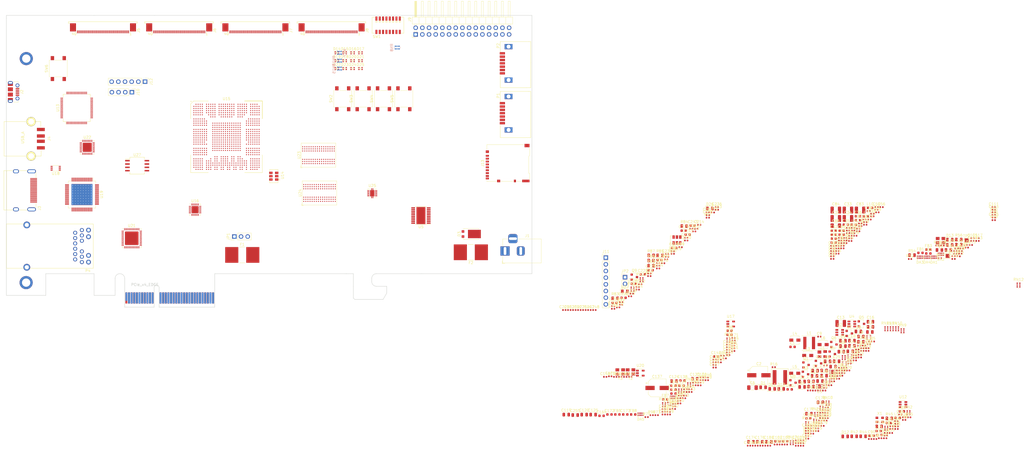
<source format=kicad_pcb>
(kicad_pcb (version 20171130) (host pcbnew 5.0.1)
  (layers (0 F.Cu signal) (31 B.Cu signal) (34 B.Paste user) (35 F.Paste user) (36 B.SilkS user) (37 F.SilkS user) (38 B.Mask user) (39 F.Mask user) (44 Edge.Cuts user))
  (net 0 "")
  (net 1 "/PCIe + SATA/DCU1_REFCLK-")
  (net 2 "/PCIe + SATA/DCU1_REFCLK+")
  (net 3 DDR3_A4)
  (net 4 DDR3_A6)
  (net 5 DDR3_A5)
  (net 6 DDR3_A7)
  (net 7 /DDR3/DDR3_VTT)
  (net 8 "Net-(RN2-Pad5)")
  (net 9 "Net-(RN2-Pad6)")
  (net 10 "Net-(R38-Pad2)")
  (net 11 "Net-(RN2-Pad7)")
  (net 12 +3V3)
  (net 13 /Power/1V2_EN)
  (net 14 /Power/2V5_EN)
  (net 15 /Power/1V35_EN)
  (net 16 "Net-(RN1-Pad4)")
  (net 17 +5V)
  (net 18 "Net-(RN1-Pad5)")
  (net 19 USD_D0)
  (net 20 USD_D3)
  (net 21 USD_CMD)
  (net 22 USD_D2)
  (net 23 "Net-(RN23-Pad1)")
  (net 24 GND)
  (net 25 "/FPGA IO/CFG0")
  (net 26 "Net-(RN23-Pad8)")
  (net 27 "/FPGA IO/CFG1")
  (net 28 "/FPGA IO/CFG2")
  (net 29 "/FPGA IO/FLASH_D3")
  (net 30 "/FPGA IO/FLASH_D1")
  (net 31 "/FPGA IO/FLASH_D2")
  (net 32 "/FPGA IO/FLASH_D0")
  (net 33 DDR3_WE)
  (net 34 DDR3_CKE)
  (net 35 DDR3_CS)
  (net 36 DDR3_ODT)
  (net 37 DDR3_CAS)
  (net 38 DDR3_BA2)
  (net 39 DDR3_RAS)
  (net 40 DDR3_BA1)
  (net 41 DDR3_A12)
  (net 42 DDR3_A14)
  (net 43 DDR3_A13)
  (net 44 DDR3_BA0)
  (net 45 DDR3_A11)
  (net 46 DDR3_A9)
  (net 47 DDR3_A10)
  (net 48 DDR3_A8)
  (net 49 DDR3_A0)
  (net 50 DDR3_A2)
  (net 51 DDR3_A1)
  (net 52 DDR3_A3)
  (net 53 "/HDMI, GbE, USB/ETH_LED2")
  (net 54 ETH_~RESET)
  (net 55 "/HDMI, GbE, USB/ETH_LED1")
  (net 56 RGMII_REF_CLK)
  (net 57 "Net-(D18-Pad4)")
  (net 58 "Net-(D20-Pad4)")
  (net 59 "Net-(D19-Pad4)")
  (net 60 "Net-(D21-Pad4)")
  (net 61 "Net-(D25-Pad4)")
  (net 62 "Net-(D23-Pad4)")
  (net 63 "Net-(D24-Pad4)")
  (net 64 "Net-(D22-Pad4)")
  (net 65 FTDI_D1_RX)
  (net 66 FTDI_~WR)
  (net 67 FTDI_~RD)
  (net 68 FTDI_~SIWU)
  (net 69 RGMII_RXD0)
  (net 70 RGMII_RXD2)
  (net 71 RGMII_RXD1)
  (net 72 RGMII_RXD3)
  (net 73 RGMII_RX_DV)
  (net 74 ETH_MDIO)
  (net 75 RGMII_RX_CLK)
  (net 76 ETH_INT_N)
  (net 77 "Net-(D17-Pad1)")
  (net 78 "Net-(D16-Pad1)")
  (net 79 "Net-(D14-Pad1)")
  (net 80 "Net-(D15-Pad1)")
  (net 81 DIP_SW1)
  (net 82 DIP_SW0)
  (net 83 DIP_SW2)
  (net 84 DIP_SW3)
  (net 85 DIP_SW7)
  (net 86 DIP_SW6)
  (net 87 DIP_SW4)
  (net 88 DIP_SW5)
  (net 89 "Net-(D14-Pad4)")
  (net 90 "Net-(D16-Pad4)")
  (net 91 "Net-(D15-Pad4)")
  (net 92 "Net-(D17-Pad4)")
  (net 93 "Net-(D21-Pad1)")
  (net 94 "Net-(D20-Pad1)")
  (net 95 "Net-(D18-Pad1)")
  (net 96 "Net-(D19-Pad1)")
  (net 97 BTN1)
  (net 98 BTN0)
  (net 99 BTN2)
  (net 100 BTN3)
  (net 101 "Net-(D25-Pad1)")
  (net 102 "Net-(D24-Pad1)")
  (net 103 "Net-(D22-Pad1)")
  (net 104 "Net-(D23-Pad1)")
  (net 105 "/FPGA IO/VCCIO7")
  (net 106 "Net-(R44-Pad2)")
  (net 107 JTAG_TDO)
  (net 108 JTAG_TDI)
  (net 109 "Net-(R43-Pad2)")
  (net 110 "Net-(R42-Pad2)")
  (net 111 JTAG_TCK)
  (net 112 JTAG_TMS)
  (net 113 "Net-(R45-Pad2)")
  (net 114 "/PCIe + SATA/CLKAUXO+")
  (net 115 "/PCIe + SATA/CLK150M-")
  (net 116 +1V8)
  (net 117 +2V5)
  (net 118 "/PCIe + SATA/CLKAUXO-")
  (net 119 "/FPGA IO/VCCIO6")
  (net 120 "/PCIe + SATA/CLK150M+")
  (net 121 CLK_SDA)
  (net 122 "Net-(R36-Pad2)")
  (net 123 FPGA_12MHz)
  (net 124 "/PCIe + SATA/PCIe_REFCLK+")
  (net 125 "/PCIe + SATA/PCIe_REFCLK-")
  (net 126 PCIe_12V)
  (net 127 "Net-(D13-Pad2)")
  (net 128 ~PERST)
  (net 129 "Net-(P3-PadA11)")
  (net 130 "Net-(D12-Pad2)")
  (net 131 "Net-(R40-Pad1)")
  (net 132 "Net-(R39-Pad1)")
  (net 133 "Net-(R38-Pad1)")
  (net 134 "Net-(R12-Pad2)")
  (net 135 "/PCIe + SATA/3V3_C")
  (net 136 "/PCIe + SATA/3V3_CA")
  (net 137 "Net-(R57-Pad1)")
  (net 138 "Net-(R58-Pad2)")
  (net 139 FABRIC_REFCLK)
  (net 140 "/HDMI, GbE, USB/PORT_SCL")
  (net 141 "/HDMI, GbE, USB/PORT_SDA")
  (net 142 "Net-(C121-Pad1)")
  (net 143 "Net-(R62-Pad1)")
  (net 144 /Power/3V3_PG)
  (net 145 "Net-(D27-Pad2)")
  (net 146 "/FPGA IO/~PROGRAM")
  (net 147 "Net-(R80-Pad1)")
  (net 148 "Net-(R81-Pad1)")
  (net 149 "/FPGA IO/FLASH_~CS")
  (net 150 "/FPGA IO/FLASH_CLK")
  (net 151 "/FPGA IO/DONE")
  (net 152 "Net-(Q9-Pad1)")
  (net 153 "Net-(D26-Pad2)")
  (net 154 "Net-(R79-Pad1)")
  (net 155 "/FPGA IO/~INIT")
  (net 156 "Net-(C9-Pad1)")
  (net 157 "Net-(C11-Pad1)")
  (net 158 "Net-(Q2-Pad3)")
  (net 159 "Net-(D5-Pad1)")
  (net 160 /Power/1V2_PG)
  (net 161 USD_D1)
  (net 162 USD_CLK)
  (net 163 "Net-(R97-Pad1)")
  (net 164 "Net-(Q2-Pad1)")
  (net 165 +1V2A)
  (net 166 "Net-(R5-Pad2)")
  (net 167 "Net-(D1-Pad2)")
  (net 168 "Net-(D2-Pad2)")
  (net 169 "Net-(C7-Pad1)")
  (net 170 "Net-(D4-Pad2)")
  (net 171 +12V)
  (net 172 "Net-(R74-Pad1)")
  (net 173 "/Debug Interface/PORT_D-")
  (net 174 "/Debug Interface/FTDI_D-")
  (net 175 "/Debug Interface/FTDI_D+")
  (net 176 "/Debug Interface/PORT_D+")
  (net 177 "Net-(C22-Pad2)")
  (net 178 "Net-(R71-Pad2)")
  (net 179 "/HDMI, GbE, USB/USB_XO")
  (net 180 "/HDMI, GbE, USB/USB_XI")
  (net 181 "Net-(R73-Pad1)")
  (net 182 "/HDMI, GbE, USB/USBA_VBUS")
  (net 183 "/HDMI, GbE, USB/EXTVBUS")
  (net 184 DVI_SCL)
  (net 185 DVI_SDA)
  (net 186 CLK_SCL)
  (net 187 "Net-(R70-Pad1)")
  (net 188 "Net-(C175-Pad2)")
  (net 189 DDR3_CLK+)
  (net 190 "Net-(P4-Pad16)")
  (net 191 "Net-(R66-Pad1)")
  (net 192 "Net-(R65-Pad1)")
  (net 193 "/HDMI, GbE, USB/HDMI_HPD")
  (net 194 DDR3_CLK-)
  (net 195 "Net-(C179-Pad1)")
  (net 196 +1V35)
  (net 197 +1V2)
  (net 198 "Net-(D10-Pad2)")
  (net 199 "Net-(P4-Pad14)")
  (net 200 "Net-(C12-Pad2)")
  (net 201 "Net-(D6-Pad2)")
  (net 202 +1V2T)
  (net 203 "Net-(Q4-Pad1)")
  (net 204 "Net-(Q4-Pad3)")
  (net 205 "Net-(D7-Pad1)")
  (net 206 "Net-(C19-Pad2)")
  (net 207 "Net-(C20-Pad2)")
  (net 208 "Net-(C21-Pad2)")
  (net 209 "/Debug Interface/FTDI_12MHz")
  (net 210 "Net-(D11-Pad2)")
  (net 211 /Power/2V5_PG)
  (net 212 /Power/1V35_PG)
  (net 213 /Power/1V8_PG)
  (net 214 "Net-(D8-Pad2)")
  (net 215 "Net-(D9-Pad2)")
  (net 216 "Net-(C8-Pad2)")
  (net 217 "Net-(C8-Pad1)")
  (net 218 /Power/PWR_EN)
  (net 219 "/HDMI, GbE, USB/HDMI_5V")
  (net 220 "Net-(U17-Pad3)")
  (net 221 "Net-(D9-Pad1)")
  (net 222 "Net-(D11-Pad1)")
  (net 223 "Net-(D26-Pad1)")
  (net 224 "Net-(D2-Pad1)")
  (net 225 "Net-(D6-Pad1)")
  (net 226 "Net-(D10-Pad1)")
  (net 227 "Net-(D8-Pad1)")
  (net 228 "Net-(U1-Pad3)")
  (net 229 DDR3_Vref)
  (net 230 DDR3_Vtt_EN)
  (net 231 "Net-(U5-Pad2)")
  (net 232 "Net-(L1-Pad1)")
  (net 233 "Net-(C11-Pad2)")
  (net 234 "Net-(U13-Pad3)")
  (net 235 "/Debug Interface/Vphy")
  (net 236 "/Debug Interface/Vpll")
  (net 237 "/Debug Interface/JTAG_ACT")
  (net 238 "Net-(U13-Pad22)")
  (net 239 "Net-(U13-Pad23)")
  (net 240 "Net-(U13-Pad24)")
  (net 241 "Net-(U13-Pad26)")
  (net 242 "Net-(U13-Pad27)")
  (net 243 "Net-(U13-Pad28)")
  (net 244 "Net-(U13-Pad29)")
  (net 245 "Net-(U13-Pad30)")
  (net 246 "Net-(U13-Pad32)")
  (net 247 "Net-(U13-Pad33)")
  (net 248 "Net-(U13-Pad34)")
  (net 249 "Net-(U13-Pad36)")
  (net 250 FTDI_D0_TX)
  (net 251 FTDI_D2)
  (net 252 FTDI_D3)
  (net 253 FTDI_D4)
  (net 254 FTDI_D5)
  (net 255 FTDI_D6)
  (net 256 FTDI_D7)
  (net 257 FTDI_~RXF)
  (net 258 "Net-(U13-Pad49)")
  (net 259 "Net-(U13-Pad50)")
  (net 260 FTDI_~TXE)
  (net 261 "Net-(U13-Pad57)")
  (net 262 "Net-(U13-Pad58)")
  (net 263 "Net-(U13-Pad59)")
  (net 264 "Net-(U13-Pad60)")
  (net 265 "/HDMI, GbE, USB/DVI_DVDD")
  (net 266 DVI_DE)
  (net 267 DVI_HSYNC)
  (net 268 DVI_VSYNC)
  (net 269 "Net-(U19-Pad11)")
  (net 270 "/HDMI, GbE, USB/DVI_PVDD")
  (net 271 "/HDMI, GbE, USB/TMDS_CLK-")
  (net 272 "/HDMI, GbE, USB/TMDS_CLK+")
  (net 273 "/HDMI, GbE, USB/DVI_TVDD")
  (net 274 "/HDMI, GbE, USB/TMDS_D0-")
  (net 275 "/HDMI, GbE, USB/TMDS_D0+")
  (net 276 "/HDMI, GbE, USB/TMDS_D1-")
  (net 277 "/HDMI, GbE, USB/TMDS_D1+")
  (net 278 "/HDMI, GbE, USB/TMDS_D2-")
  (net 279 "/HDMI, GbE, USB/TMDS_D2+")
  (net 280 DVI_D23)
  (net 281 DVI_D22)
  (net 282 DVI_D21)
  (net 283 DVI_D20)
  (net 284 DVI_D19)
  (net 285 DVI_D18)
  (net 286 DVI_D17)
  (net 287 DVI_D16)
  (net 288 DVI_D15)
  (net 289 DVI_D14)
  (net 290 DVI_D13)
  (net 291 DVI_D12)
  (net 292 "Net-(U19-Pad49)")
  (net 293 DVI_D11)
  (net 294 DVI_D10)
  (net 295 DVI_D9)
  (net 296 DVI_D8)
  (net 297 DVI_D7)
  (net 298 DVI_D6)
  (net 299 DVI_CLK)
  (net 300 DVI_D5)
  (net 301 DVI_D4)
  (net 302 DVI_D3)
  (net 303 DVI_D2)
  (net 304 DVI_D1)
  (net 305 DVI_D0)
  (net 306 "/HDMI, GbE, USB/AVDDH")
  (net 307 "/HDMI, GbE, USB/MX4-")
  (net 308 "/HDMI, GbE, USB/MX4+")
  (net 309 "/HDMI, GbE, USB/AVDDL")
  (net 310 "/HDMI, GbE, USB/MX3-")
  (net 311 "/HDMI, GbE, USB/MX3+")
  (net 312 "/HDMI, GbE, USB/MX2-")
  (net 313 "/HDMI, GbE, USB/MX2+")
  (net 314 "/HDMI, GbE, USB/MX1-")
  (net 315 "/HDMI, GbE, USB/MX1+")
  (net 316 "Net-(U21-Pad13)")
  (net 317 RGMII_TXD0)
  (net 318 RGMII_TXD1)
  (net 319 RGMII_TXD2)
  (net 320 RGMII_TXD3)
  (net 321 RGMII_TX_CLK)
  (net 322 RGMII_TX_EN)
  (net 323 ETH_MDC)
  (net 324 "Net-(U21-Pad43)")
  (net 325 "/HDMI, GbE, USB/AVDDL_PLL")
  (net 326 "/HDMI, GbE, USB/ETH_XO")
  (net 327 "/HDMI, GbE, USB/ETH_XI")
  (net 328 "Net-(U21-Pad47)")
  (net 329 "Net-(U22-Pad3)")
  (net 330 "Net-(U22-Pad5)")
  (net 331 "/HDMI, GbE, USB/USBA_D+")
  (net 332 "/HDMI, GbE, USB/USBA_D-")
  (net 333 ULPI_RESET)
  (net 334 ULPI_NXT)
  (net 335 ULPI_DIR)
  (net 336 ULPI_STP)
  (net 337 ULPI_CLKO)
  (net 338 "/HDMI, GbE, USB/USB1V8")
  (net 339 ULPI_D7)
  (net 340 ULPI_D6)
  (net 341 ULPI_D5)
  (net 342 ULPI_D4)
  (net 343 ULPI_D3)
  (net 344 ULPI_D2)
  (net 345 ULPI_D1)
  (net 346 ULPI_D0)
  (net 347 "Net-(C117-Pad1)")
  (net 348 "Net-(C115-Pad2)")
  (net 349 CLK_SD_OE)
  (net 350 "Net-(U16-Pad11)")
  (net 351 "Net-(U16-Pad12)")
  (net 352 "/PCIe + SATA/1V8_C")
  (net 353 "Net-(U16-Pad16)")
  (net 354 "/PCIe + SATA/DCU0_REFCLK-")
  (net 355 "/PCIe + SATA/DCU0_REFCLK+")
  (net 356 "Net-(U16-Pad24)")
  (net 357 DDR3_DQ13)
  (net 358 DDR3_DQ15)
  (net 359 DDR3_DQ12)
  (net 360 DDR3_DQS1-)
  (net 361 DDR3_DQ14)
  (net 362 DDR3_DQ11)
  (net 363 DDR3_DQ9)
  (net 364 DDR3_DQS1+)
  (net 365 DDR3_DQ10)
  (net 366 DDR3_DM1)
  (net 367 DDR3_DQ8)
  (net 368 DDR3_DQ0)
  (net 369 DDR3_DM0)
  (net 370 DDR3_DQ2)
  (net 371 DDR3_DQS0+)
  (net 372 DDR3_DQ1)
  (net 373 DDR3_DQ3)
  (net 374 DDR3_DQ6)
  (net 375 DDR3_DQS0-)
  (net 376 DDR3_DQ4)
  (net 377 DDR3_DQ7)
  (net 378 DDR3_DQ5)
  (net 379 "Net-(U23-PadJ1)")
  (net 380 "Net-(U23-PadJ9)")
  (net 381 "Net-(U23-PadL1)")
  (net 382 "Net-(U23-PadL9)")
  (net 383 "Net-(U23-PadM7)")
  (net 384 DDR3_RESET)
  (net 385 "Net-(U24-PadM7)")
  (net 386 "Net-(U24-PadL9)")
  (net 387 "Net-(U24-PadL1)")
  (net 388 "Net-(U24-PadJ9)")
  (net 389 "Net-(U24-PadJ1)")
  (net 390 DDR3_DQ21)
  (net 391 DDR3_DQ23)
  (net 392 DDR3_DQ20)
  (net 393 DDR3_DQS2-)
  (net 394 DDR3_DQ22)
  (net 395 DDR3_DQ19)
  (net 396 DDR3_DQ17)
  (net 397 DDR3_DQS2+)
  (net 398 DDR3_DQ18)
  (net 399 DDR3_DM2)
  (net 400 DDR3_DQ16)
  (net 401 DDR3_DQ24)
  (net 402 DDR3_DM3)
  (net 403 DDR3_DQ26)
  (net 404 DDR3_DQS3+)
  (net 405 DDR3_DQ25)
  (net 406 DDR3_DQ27)
  (net 407 DDR3_DQ30)
  (net 408 DDR3_DQS3-)
  (net 409 DDR3_DQ28)
  (net 410 DDR3_DQ31)
  (net 411 DDR3_DQ29)
  (net 412 "Net-(X1-Pad1)")
  (net 413 "Net-(L4-Pad1)")
  (net 414 "Net-(L5-Pad1)")
  (net 415 "Net-(L3-Pad1)")
  (net 416 "Net-(L6-Pad1)")
  (net 417 "Net-(C111-Pad1)")
  (net 418 "/FPGA Core Power/VCCHTX1")
  (net 419 "/FPGA Core Power/VCCHTX0")
  (net 420 "/FPGA Core Power/VCCA0")
  (net 421 "/FPGA Core Power/VCCAUX")
  (net 422 "/FPGA Core Power/VCCA1")
  (net 423 "/PCIe + SATA/SATA1_A+")
  (net 424 "/PCIe + SATA/SATA1_A-")
  (net 425 "/PCIe + SATA/DCU1_RX1-")
  (net 426 "/PCIe + SATA/DCU1_RX1+")
  (net 427 "/PCIe + SATA/SATA0_A+")
  (net 428 "/PCIe + SATA/SATA0_A-")
  (net 429 "/PCIe + SATA/DCU1_RX0-")
  (net 430 "/PCIe + SATA/DCU1_RX0+")
  (net 431 "/PCIe + SATA/PCIe_HSI0+")
  (net 432 "/PCIe + SATA/PCIe_HSI0-")
  (net 433 "/PCIe + SATA/PCIe_HSI1+")
  (net 434 "/PCIe + SATA/PCIe_HSI1-")
  (net 435 "/PCIe + SATA/DCU0_RX0+")
  (net 436 "/PCIe + SATA/DCU0_RX0-")
  (net 437 "/PCIe + SATA/DCU0_RX1+")
  (net 438 "/PCIe + SATA/DCU0_RX1-")
  (net 439 "Net-(U6-Pad2)")
  (net 440 "Net-(U6-Pad5)")
  (net 441 "Net-(U3-Pad5)")
  (net 442 "Net-(U3-Pad2)")
  (net 443 "Net-(U10-Pad4)")
  (net 444 "Net-(U9-Pad4)")
  (net 445 "Net-(U8-Pad4)")
  (net 446 "Net-(U7-Pad4)")
  (net 447 "Net-(J5-Pad38)")
  (net 448 "/FPGA IO/EXT0_11-")
  (net 449 "/FPGA IO/EXT0_11+")
  (net 450 "/FPGA IO/EXT0_10-")
  (net 451 "/FPGA IO/EXT0_10+")
  (net 452 "/FPGA IO/EXT0_9-")
  (net 453 "/FPGA IO/EXT0_9+")
  (net 454 "/FPGA IO/EXT0_8-")
  (net 455 "/FPGA IO/EXT0_8+")
  (net 456 "/FPGA IO/EXT0_7-")
  (net 457 "/FPGA IO/EXT0_7+")
  (net 458 "/FPGA IO/EXT0_6-")
  (net 459 "/FPGA IO/EXT0_6+")
  (net 460 "/FPGA IO/EXT0_5-")
  (net 461 "/FPGA IO/EXT0_5+")
  (net 462 "/FPGA IO/EXT0_4-")
  (net 463 "/FPGA IO/EXT0_4+")
  (net 464 "/FPGA IO/EXT0_3-")
  (net 465 "/FPGA IO/EXT0_3+")
  (net 466 "/FPGA IO/EXT0_2-")
  (net 467 "/FPGA IO/EXT0_2+")
  (net 468 "/FPGA IO/EXT0_1-")
  (net 469 "/FPGA IO/EXT0_1+")
  (net 470 "/FPGA IO/EXT0_0-")
  (net 471 "/FPGA IO/EXT0_0+")
  (net 472 "/FPGA IO/EXT3_0+")
  (net 473 "/FPGA IO/EXT3_0-")
  (net 474 "/FPGA IO/EXT3_1+")
  (net 475 "/FPGA IO/EXT3_1-")
  (net 476 "/FPGA IO/EXT3_2+")
  (net 477 "/FPGA IO/EXT3_2-")
  (net 478 "/FPGA IO/EXT3_3+")
  (net 479 "/FPGA IO/EXT3_3-")
  (net 480 "/FPGA IO/EXT3_4+")
  (net 481 "/FPGA IO/EXT3_4-")
  (net 482 "/FPGA IO/EXT3_5+")
  (net 483 "/FPGA IO/EXT3_5-")
  (net 484 "/FPGA IO/EXT3_6+")
  (net 485 "/FPGA IO/EXT3_6-")
  (net 486 "/FPGA IO/EXT3_7+")
  (net 487 "/FPGA IO/EXT3_7-")
  (net 488 "/FPGA IO/EXT3_8+")
  (net 489 "/FPGA IO/EXT3_8-")
  (net 490 "/FPGA IO/EXT3_9+")
  (net 491 "/FPGA IO/EXT3_9-")
  (net 492 "/FPGA IO/EXT3_10+")
  (net 493 "/FPGA IO/EXT3_10-")
  (net 494 "/FPGA IO/EXT3_11+")
  (net 495 "/FPGA IO/EXT3_11-")
  (net 496 "Net-(J8-Pad38)")
  (net 497 "Net-(J6-Pad38)")
  (net 498 "/FPGA IO/EXT1_11-")
  (net 499 "/FPGA IO/EXT1_11+")
  (net 500 "/FPGA IO/EXT1_10-")
  (net 501 "/FPGA IO/EXT1_10+")
  (net 502 "/FPGA IO/EXT1_9-")
  (net 503 "/FPGA IO/EXT1_9+")
  (net 504 "/FPGA IO/EXT1_8-")
  (net 505 "/FPGA IO/EXT1_8+")
  (net 506 "/FPGA IO/EXT1_7-")
  (net 507 "/FPGA IO/EXT1_7+")
  (net 508 "/FPGA IO/EXT1_6-")
  (net 509 "/FPGA IO/EXT1_6+")
  (net 510 "/FPGA IO/EXT1_5-")
  (net 511 "/FPGA IO/EXT1_5+")
  (net 512 "/FPGA IO/EXT1_4-")
  (net 513 "/FPGA IO/EXT1_4+")
  (net 514 "/FPGA IO/EXT1_3-")
  (net 515 "/FPGA IO/EXT1_3+")
  (net 516 "/FPGA IO/EXT1_2-")
  (net 517 "/FPGA IO/EXT1_2+")
  (net 518 "/FPGA IO/EXT1_1-")
  (net 519 "/FPGA IO/EXT1_1+")
  (net 520 "/FPGA IO/EXT1_0-")
  (net 521 "/FPGA IO/EXT1_0+")
  (net 522 "/FPGA IO/EXT2_0+")
  (net 523 "/FPGA IO/EXT2_0-")
  (net 524 "/FPGA IO/EXT2_1+")
  (net 525 "/FPGA IO/EXT2_1-")
  (net 526 "/FPGA IO/EXT2_2+")
  (net 527 "/FPGA IO/EXT2_2-")
  (net 528 "/FPGA IO/EXT2_3+")
  (net 529 "/FPGA IO/EXT2_3-")
  (net 530 "/FPGA IO/EXT2_4+")
  (net 531 "/FPGA IO/EXT2_4-")
  (net 532 "/FPGA IO/EXT2_5+")
  (net 533 "/FPGA IO/EXT2_5-")
  (net 534 "/FPGA IO/EXT2_6+")
  (net 535 "/FPGA IO/EXT2_6-")
  (net 536 "/FPGA IO/EXT2_7+")
  (net 537 "/FPGA IO/EXT2_7-")
  (net 538 "/FPGA IO/EXT2_8+")
  (net 539 "/FPGA IO/EXT2_8-")
  (net 540 "/FPGA IO/EXT2_9+")
  (net 541 "/FPGA IO/EXT2_9-")
  (net 542 "/FPGA IO/EXT2_10+")
  (net 543 "/FPGA IO/EXT2_10-")
  (net 544 "/FPGA IO/EXT2_11+")
  (net 545 "/FPGA IO/EXT2_11-")
  (net 546 "Net-(J7-Pad38)")
  (net 547 "Net-(C132-Pad1)")
  (net 548 "Net-(C135-Pad1)")
  (net 549 "Net-(C133-Pad1)")
  (net 550 "Net-(C134-Pad1)")
  (net 551 "Net-(P3-PadB5)")
  (net 552 "Net-(P3-PadB6)")
  (net 553 "Net-(P3-PadB8)")
  (net 554 "Net-(P3-PadB9)")
  (net 555 "Net-(P3-PadB10)")
  (net 556 PCIe_~WAKE)
  (net 557 "Net-(P3-PadB12)")
  (net 558 "/PCIe + SATA/~PRSNT2~_X1")
  (net 559 "Net-(P3-PadB23)")
  (net 560 "Net-(P3-PadB24)")
  (net 561 "Net-(P3-PadB27)")
  (net 562 "Net-(P3-PadB28)")
  (net 563 "Net-(P3-PadB30)")
  (net 564 "/PCIe + SATA/~PRSNT2~_X4")
  (net 565 "/PCIe + SATA/~PRSNT1")
  (net 566 "Net-(P3-PadA5)")
  (net 567 "Net-(P3-PadA6)")
  (net 568 "Net-(P3-PadA7)")
  (net 569 "Net-(P3-PadA8)")
  (net 570 "Net-(P3-PadA9)")
  (net 571 "Net-(P3-PadA10)")
  (net 572 "Net-(P3-PadA19)")
  (net 573 "Net-(P3-PadA25)")
  (net 574 "Net-(P3-PadA26)")
  (net 575 "Net-(P3-PadA29)")
  (net 576 "Net-(P3-PadA30)")
  (net 577 "Net-(P3-PadA32)")
  (net 578 "Net-(U14-Pad2)")
  (net 579 "Net-(U14-Pad1)")
  (net 580 "Net-(U26-Pad1)")
  (net 581 "Net-(U26-Pad2)")
  (net 582 "/FPGA IO/CLK100+")
  (net 583 "/FPGA IO/CLK100-")
  (net 584 "Net-(J3-Pad14)")
  (net 585 "Net-(J3-Pad13)")
  (net 586 LED2)
  (net 587 LED11)
  (net 588 LED10)
  (net 589 LED0)
  (net 590 LED1)
  (net 591 LED3)
  (net 592 LED4)
  (net 593 LED5)
  (net 594 LED6)
  (net 595 LED7)
  (net 596 LED8)
  (net 597 LED9)
  (net 598 "Net-(F2-Pad2)")
  (net 599 "Net-(U15-PadR1)")
  (net 600 "Net-(U15-PadY1)")
  (net 601 "Net-(U15-PadAB1)")
  (net 602 "Net-(U15-PadAC1)")
  (net 603 "Net-(U15-PadAD1)")
  (net 604 "Net-(U15-PadAE1)")
  (net 605 "Net-(U15-PadA2)")
  (net 606 "Net-(U15-PadT2)")
  (net 607 "Net-(U15-PadW2)")
  (net 608 "Net-(U15-PadAB2)")
  (net 609 "Net-(U15-PadAC2)")
  (net 610 "Net-(U15-PadAE2)")
  (net 611 "Net-(U15-PadAG2)")
  (net 612 "Net-(U15-PadA3)")
  (net 613 "Net-(U15-PadV3)")
  (net 614 "Net-(U15-PadW3)")
  (net 615 "Net-(U15-PadY3)")
  (net 616 "Net-(U15-PadAC3)")
  (net 617 "Net-(U15-PadAD3)")
  (net 618 "Net-(U15-PadAE3)")
  (net 619 "Net-(U15-PadAG3)")
  (net 620 "Net-(U15-PadAL3)")
  (net 621 "Net-(U15-PadB4)")
  (net 622 "Net-(U15-PadH4)")
  (net 623 "Net-(U15-PadAC4)")
  (net 624 "Net-(U15-PadA5)")
  (net 625 "Net-(U15-PadL5)")
  (net 626 "Net-(U15-PadW6)")
  (net 627 "Net-(U15-PadD7)")
  (net 628 "Net-(U15-PadE7)")
  (net 629 "Net-(U15-PadAE7)")
  (net 630 "Net-(U15-PadG9)")
  (net 631 "/PCIe + SATA/DCU0_TX0+")
  (net 632 "Net-(U15-PadG10)")
  (net 633 "/PCIe + SATA/DCU0_TX0-")
  (net 634 "Net-(U15-PadG11)")
  (net 635 "/PCIe + SATA/DCU0_TX1+")
  (net 636 "/PCIe + SATA/DCU0_TX1-")
  (net 637 "/FPGA IO/PMOD1_10")
  (net 638 "/FPGA IO/PMOD1_9")
  (net 639 "Net-(U15-PadG14)")
  (net 640 "Net-(U15-PadG15)")
  (net 641 "Net-(U15-PadAK15)")
  (net 642 "Net-(U15-PadG16)")
  (net 643 "Net-(U15-PadAK16)")
  (net 644 "Net-(U15-PadG17)")
  (net 645 "Net-(U15-PadG18)")
  (net 646 "/PCIe + SATA/DCU1_TX0+")
  (net 647 "Net-(U15-PadG19)")
  (net 648 "/PCIe + SATA/DCU1_TX0-")
  (net 649 "/FPGA IO/PMOD1_8")
  (net 650 "/FPGA IO/PMOD1_7")
  (net 651 "/PCIe + SATA/DCU1_TX1+")
  (net 652 "/PCIe + SATA/DCU1_TX1-")
  (net 653 "/FPGA IO/EXIO_5")
  (net 654 "/FPGA IO/EXIO_4")
  (net 655 "/FPGA IO/EXIO_3")
  (net 656 "Net-(U15-PadG22)")
  (net 657 "/FPGA IO/PMOD1_3")
  (net 658 "/FPGA IO/PMOD1_2")
  (net 659 "/FPGA IO/PMOD1_0")
  (net 660 "/FPGA IO/PMOD1_1")
  (net 661 "/FPGA IO/EXIO_2")
  (net 662 "Net-(U15-PadG23)")
  (net 663 "/FPGA IO/EXIO_1")
  (net 664 "/FPGA IO/PMOD0_10")
  (net 665 "/FPGA IO/EXIO_0")
  (net 666 "/FPGA IO/PMOD0_9")
  (net 667 "Net-(U15-PadG24)")
  (net 668 "Net-(U15-PadAG24)")
  (net 669 "Net-(U15-PadAK24)")
  (net 670 "/FPGA IO/PMOD0_8")
  (net 671 "/FPGA IO/PMOD0_3")
  (net 672 "/FPGA IO/PMOD0_7")
  (net 673 "/FPGA IO/PMOD0_2")
  (net 674 "/FPGA IO/PMOD0_1")
  (net 675 "Net-(U15-PadAK25)")
  (net 676 "/FPGA IO/PMOD0_0")
  (net 677 "Net-(U15-PadB26)")
  (net 678 "Net-(U15-PadE26)")
  (net 679 "Net-(U15-PadR26)")
  (net 680 "Net-(U15-PadT26)")
  (net 681 "Net-(U15-PadAE26)")
  (net 682 "Net-(U15-PadH27)")
  (net 683 "Net-(U15-PadJ27)")
  (net 684 "Net-(U15-PadK27)")
  (net 685 "Net-(U15-PadW27)")
  (net 686 "Net-(U15-PadC28)")
  (net 687 "Net-(U15-PadD28)")
  (net 688 "Net-(U15-PadH28)")
  (net 689 "Net-(U15-PadL28)")
  (net 690 "Net-(U15-PadP28)")
  (net 691 "Net-(U15-PadAC28)")
  (net 692 "Net-(U15-PadAE28)")
  (net 693 "Net-(U15-PadC29)")
  (net 694 "Net-(U15-PadD29)")
  (net 695 "Net-(U15-PadH29)")
  (net 696 "Net-(U15-PadP29)")
  (net 697 "Net-(U15-PadAB29)")
  (net 698 "Net-(U15-PadAC29)")
  (net 699 "Net-(U15-PadAE29)")
  (net 700 "Net-(U15-PadAJ29)")
  (net 701 "Net-(U15-PadC30)")
  (net 702 "Net-(U15-PadP30)")
  (net 703 "Net-(U15-PadR30)")
  (net 704 "Net-(U15-PadV30)")
  (net 705 "Net-(U15-PadAB30)")
  (net 706 "Net-(U15-PadAE30)")
  (net 707 "Net-(U15-PadAJ30)")
  (net 708 "Net-(U15-PadA31)")
  (net 709 "Net-(U15-PadF31)")
  (net 710 "Net-(U15-PadH31)")
  (net 711 "Net-(U15-PadP31)")
  (net 712 "Net-(U15-PadAG31)")
  (net 713 "Net-(U15-PadAK31)")
  (net 714 "Net-(U15-PadE32)")
  (net 715 "Net-(U15-PadF32)")
  (net 716 "Net-(U15-PadH32)")
  (net 717 "Net-(U15-PadAG32)")
  (net 718 "Net-(J2-Pad1)")
  (net 719 "Net-(J2-Pad4)")
  (module Button_Switch_SMD:SW_SPST_B3S-1000 (layer F.Cu) (at 60 44 90)
    (fp_text reference SW6 (at 0 -4.5 90) (layer F.SilkS))
    (fp_text value SW_Push)
    (pad 2 smd rect (at 3.975 2.25 90) (size 1.55 1.3) (layers F.Cu F.Paste F.Mask) (net 146 "/FPGA IO/~PROGRAM"))
    (pad 2 smd rect (at -3.975 2.25 90) (size 1.55 1.3) (layers F.Cu F.Paste F.Mask) (net 146 "/FPGA IO/~PROGRAM"))
    (pad 1 smd rect (at 3.975 -2.25 90) (size 1.55 1.3) (layers F.Cu F.Paste F.Mask) (net 24 GND))
    (pad 1 smd rect (at -3.975 -2.25 90) (size 1.55 1.3) (layers F.Cu F.Paste F.Mask) (net 24 GND))
  )
  (module Button_Switch_SMD:SW_SPST_B3S-1000 (layer F.Cu) (at 191.5 55.5 90)
    (fp_text reference SW5 (at 0 -4.5 90) (layer F.SilkS))
    (fp_text value SW_Push)
    (pad 2 smd rect (at 3.975 2.25 90) (size 1.55 1.3) (layers F.Cu F.Paste F.Mask) (net 196 +1V35))
    (pad 2 smd rect (at -3.975 2.25 90) (size 1.55 1.3) (layers F.Cu F.Paste F.Mask) (net 196 +1V35))
    (pad 1 smd rect (at 3.975 -2.25 90) (size 1.55 1.3) (layers F.Cu F.Paste F.Mask) (net 100 BTN3))
    (pad 1 smd rect (at -3.975 -2.25 90) (size 1.55 1.3) (layers F.Cu F.Paste F.Mask) (net 100 BTN3))
  )
  (module Button_Switch_SMD:SW_SPST_B3S-1000 (layer F.Cu) (at 183.75 55.5 90)
    (fp_text reference SW4 (at 0 -4.5 90) (layer F.SilkS))
    (fp_text value SW_Push)
    (pad 2 smd rect (at 3.975 2.25 90) (size 1.55 1.3) (layers F.Cu F.Paste F.Mask) (net 196 +1V35))
    (pad 2 smd rect (at -3.975 2.25 90) (size 1.55 1.3) (layers F.Cu F.Paste F.Mask) (net 196 +1V35))
    (pad 1 smd rect (at 3.975 -2.25 90) (size 1.55 1.3) (layers F.Cu F.Paste F.Mask) (net 99 BTN2))
    (pad 1 smd rect (at -3.975 -2.25 90) (size 1.55 1.3) (layers F.Cu F.Paste F.Mask) (net 99 BTN2))
  )
  (module Button_Switch_SMD:SW_SPST_B3S-1000 (layer F.Cu) (at 176 55.5 90)
    (fp_text reference SW3 (at 0 -4.5 90) (layer F.SilkS))
    (fp_text value SW_Push)
    (pad 2 smd rect (at 3.975 2.25 90) (size 1.55 1.3) (layers F.Cu F.Paste F.Mask) (net 196 +1V35))
    (pad 2 smd rect (at -3.975 2.25 90) (size 1.55 1.3) (layers F.Cu F.Paste F.Mask) (net 196 +1V35))
    (pad 1 smd rect (at 3.975 -2.25 90) (size 1.55 1.3) (layers F.Cu F.Paste F.Mask) (net 97 BTN1))
    (pad 1 smd rect (at -3.975 -2.25 90) (size 1.55 1.3) (layers F.Cu F.Paste F.Mask) (net 97 BTN1))
  )
  (module Button_Switch_SMD:SW_SPST_B3S-1000 (layer F.Cu) (at 168.25 55.5 90)
    (fp_text reference SW2 (at 0 -4.5 90) (layer F.SilkS))
    (fp_text value SW_Push)
    (pad 2 smd rect (at 3.975 2.25 90) (size 1.55 1.3) (layers F.Cu F.Paste F.Mask) (net 196 +1V35))
    (pad 2 smd rect (at -3.975 2.25 90) (size 1.55 1.3) (layers F.Cu F.Paste F.Mask) (net 196 +1V35))
    (pad 1 smd rect (at 3.975 -2.25 90) (size 1.55 1.3) (layers F.Cu F.Paste F.Mask) (net 98 BTN0))
    (pad 1 smd rect (at -3.975 -2.25 90) (size 1.55 1.3) (layers F.Cu F.Paste F.Mask) (net 98 BTN0))
  )
  (module Capacitor_SMD:CP_Elec_6.3x5.8 (layer F.Cu) (at 326.605001 160.845001)
    (fp_text reference C2 (at 0 -4.35) (layer F.SilkS))
    (fp_text value 100µF/25V)
    (pad 2 smd rect (at 2.7 0) (size 3.5 1.6) (layers F.Cu F.Paste F.Mask) (net 24 GND))
    (pad 1 smd rect (at -2.7 0) (size 3.5 1.6) (layers F.Cu F.Paste F.Mask) (net 171 +12V))
  )
  (module Capacitor_SMD:CP_Elec_6.3x5.8 (layer F.Cu) (at 287.895001 165.685001)
    (fp_text reference C137 (at 0 -4.35) (layer F.SilkS))
    (fp_text value 100u)
    (pad 2 smd rect (at 2.7 0) (size 3.5 1.6) (layers F.Cu F.Paste F.Mask) (net 24 GND))
    (pad 1 smd rect (at -2.7 0) (size 3.5 1.6) (layers F.Cu F.Paste F.Mask) (net 182 "/HDMI, GbE, USB/USBA_VBUS"))
  )
  (module Capacitor_SMD:C_0402_1005Metric (layer F.Cu) (at 354.095001 161.175001)
    (fp_text reference C19 (at 0 -1.17) (layer F.SilkS))
    (fp_text value 120p)
    (pad 2 smd roundrect (at 0.485 0) (size 0.59 0.64) (layers F.Cu F.Paste F.Mask) (net 206 "Net-(C19-Pad2)"))
    (pad 1 smd roundrect (at -0.485 0) (size 0.59 0.64) (layers F.Cu F.Paste F.Mask) (net 196 +1V35))
  )
  (module Capacitor_SMD:C_0402_1005Metric (layer F.Cu) (at 364.055001 151.085001)
    (fp_text reference C11 (at 0 -1.17) (layer F.SilkS))
    (fp_text value 180p)
    (pad 2 smd roundrect (at 0.485 0) (size 0.59 0.64) (layers F.Cu F.Paste F.Mask) (net 233 "Net-(C11-Pad2)"))
    (pad 1 smd roundrect (at -0.485 0) (size 0.59 0.64) (layers F.Cu F.Paste F.Mask) (net 157 "Net-(C11-Pad1)"))
  )
  (module Capacitor_SMD:C_0402_1005Metric (layer F.Cu) (at 349.635001 146.135001)
    (fp_text reference C9 (at 0 -1.17) (layer F.SilkS))
    (fp_text value 1.8n)
    (pad 2 smd roundrect (at 0.485 0) (size 0.59 0.64) (layers F.Cu F.Paste F.Mask) (net 233 "Net-(C11-Pad2)"))
    (pad 1 smd roundrect (at -0.485 0) (size 0.59 0.64) (layers F.Cu F.Paste F.Mask) (net 156 "Net-(C9-Pad1)"))
  )
  (module Capacitor_SMD:C_0402_1005Metric (layer F.Cu) (at 351.985001 157.075001)
    (fp_text reference C7 (at 0 -1.17) (layer F.SilkS))
    (fp_text value 100n)
    (pad 2 smd roundrect (at 0.485 0) (size 0.59 0.64) (layers F.Cu F.Paste F.Mask) (net 24 GND))
    (pad 1 smd roundrect (at -0.485 0) (size 0.59 0.64) (layers F.Cu F.Paste F.Mask) (net 169 "Net-(C7-Pad1)"))
  )
  (module Capacitor_SMD:C_0402_1005Metric (layer F.Cu) (at 360.575001 104.725001)
    (fp_text reference C66 (at 0 -1.17) (layer F.SilkS))
    (fp_text value 10n)
    (pad 2 smd roundrect (at 0.485 0) (size 0.59 0.64) (layers F.Cu F.Paste F.Mask) (net 24 GND))
    (pad 1 smd roundrect (at -0.485 0) (size 0.59 0.64) (layers F.Cu F.Paste F.Mask) (net 422 "/FPGA Core Power/VCCA1"))
  )
  (module Capacitor_SMD:C_0402_1005Metric (layer F.Cu) (at 368.385001 98.305001)
    (fp_text reference C78 (at 0 -1.17) (layer F.SilkS))
    (fp_text value 470n)
    (pad 2 smd roundrect (at 0.485 0) (size 0.59 0.64) (layers F.Cu F.Paste F.Mask) (net 24 GND))
    (pad 1 smd roundrect (at -0.485 0) (size 0.59 0.64) (layers F.Cu F.Paste F.Mask) (net 422 "/FPGA Core Power/VCCA1"))
  )
  (module Capacitor_SMD:C_0402_1005Metric (layer F.Cu) (at 357.565001 108.525001)
    (fp_text reference C77 (at 0 -1.17) (layer F.SilkS))
    (fp_text value 470n)
    (pad 2 smd roundrect (at 0.485 0) (size 0.59 0.64) (layers F.Cu F.Paste F.Mask) (net 24 GND))
    (pad 1 smd roundrect (at -0.485 0) (size 0.59 0.64) (layers F.Cu F.Paste F.Mask) (net 420 "/FPGA Core Power/VCCA0"))
  )
  (module Capacitor_SMD:C_0402_1005Metric (layer F.Cu) (at 365.185001 103.025001)
    (fp_text reference C76 (at 0 -1.17) (layer F.SilkS))
    (fp_text value 470n)
    (pad 2 smd roundrect (at 0.485 0) (size 0.59 0.64) (layers F.Cu F.Paste F.Mask) (net 24 GND))
    (pad 1 smd roundrect (at -0.485 0) (size 0.59 0.64) (layers F.Cu F.Paste F.Mask) (net 421 "/FPGA Core Power/VCCAUX"))
  )
  (module Capacitor_SMD:C_0402_1005Metric (layer F.Cu) (at 365.185001 104.015001)
    (fp_text reference C75 (at 0 -1.17) (layer F.SilkS))
    (fp_text value 470n)
    (pad 2 smd roundrect (at 0.485 0) (size 0.59 0.64) (layers F.Cu F.Paste F.Mask) (net 24 GND))
    (pad 1 smd roundrect (at -0.485 0) (size 0.59 0.64) (layers F.Cu F.Paste F.Mask) (net 422 "/FPGA Core Power/VCCA1"))
  )
  (module Capacitor_SMD:C_0402_1005Metric (layer F.Cu) (at 310.625001 97.785001)
    (fp_text reference C253 (at 0 -1.17) (layer F.SilkS))
    (fp_text value 100n)
    (pad 2 smd roundrect (at 0.485 0) (size 0.59 0.64) (layers F.Cu F.Paste F.Mask) (net 24 GND))
    (pad 1 smd roundrect (at -0.485 0) (size 0.59 0.64) (layers F.Cu F.Paste F.Mask) (net 146 "/FPGA IO/~PROGRAM"))
  )
  (module Capacitor_SMD:C_0402_1005Metric (layer F.Cu) (at 367.875001 151.555001)
    (fp_text reference C12 (at 0 -1.17) (layer F.SilkS))
    (fp_text value 750p)
    (pad 2 smd roundrect (at 0.485 0) (size 0.59 0.64) (layers F.Cu F.Paste F.Mask) (net 200 "Net-(C12-Pad2)"))
    (pad 1 smd roundrect (at -0.485 0) (size 0.59 0.64) (layers F.Cu F.Paste F.Mask) (net 197 +1V2))
  )
  (module Capacitor_SMD:C_0402_1005Metric (layer F.Cu) (at 360.585001 159.025001)
    (fp_text reference C20 (at 0 -1.17) (layer F.SilkS))
    (fp_text value 120p)
    (pad 2 smd roundrect (at 0.485 0) (size 0.59 0.64) (layers F.Cu F.Paste F.Mask) (net 207 "Net-(C20-Pad2)"))
    (pad 1 smd roundrect (at -0.485 0) (size 0.59 0.64) (layers F.Cu F.Paste F.Mask) (net 12 +3V3))
  )
  (module Capacitor_SMD:C_0402_1005Metric (layer F.Cu) (at 365.965001 151.555001)
    (fp_text reference C21 (at 0 -1.17) (layer F.SilkS))
    (fp_text value 120p)
    (pad 2 smd roundrect (at 0.485 0) (size 0.59 0.64) (layers F.Cu F.Paste F.Mask) (net 208 "Net-(C21-Pad2)"))
    (pad 1 smd roundrect (at -0.485 0) (size 0.59 0.64) (layers F.Cu F.Paste F.Mask) (net 117 +2V5))
  )
  (module Capacitor_SMD:C_0402_1005Metric (layer F.Cu) (at 365.025001 154.055001)
    (fp_text reference C22 (at 0 -1.17) (layer F.SilkS))
    (fp_text value 120p)
    (pad 2 smd roundrect (at 0.485 0) (size 0.59 0.64) (layers F.Cu F.Paste F.Mask) (net 177 "Net-(C22-Pad2)"))
    (pad 1 smd roundrect (at -0.485 0) (size 0.59 0.64) (layers F.Cu F.Paste F.Mask) (net 116 +1V8))
  )
  (module Capacitor_SMD:C_0402_1005Metric (layer F.Cu) (at 361.385001 107.695001)
    (fp_text reference C38 (at 0 -1.17) (layer F.SilkS))
    (fp_text value 470n)
    (pad 2 smd roundrect (at 0.485 0) (size 0.59 0.64) (layers F.Cu F.Paste F.Mask) (net 24 GND))
    (pad 1 smd roundrect (at -0.485 0) (size 0.59 0.64) (layers F.Cu F.Paste F.Mask) (net 197 +1V2))
  )
  (module Capacitor_SMD:C_0402_1005Metric (layer F.Cu) (at 356.465001 112.535001)
    (fp_text reference C39 (at 0 -1.17) (layer F.SilkS))
    (fp_text value 470n)
    (pad 2 smd roundrect (at 0.485 0) (size 0.59 0.64) (layers F.Cu F.Paste F.Mask) (net 24 GND))
    (pad 1 smd roundrect (at -0.485 0) (size 0.59 0.64) (layers F.Cu F.Paste F.Mask) (net 418 "/FPGA Core Power/VCCHTX1"))
  )
  (module Capacitor_SMD:C_0402_1005Metric (layer F.Cu) (at 364.395001 105.005001)
    (fp_text reference C40 (at 0 -1.17) (layer F.SilkS))
    (fp_text value 470n)
    (pad 2 smd roundrect (at 0.485 0) (size 0.59 0.64) (layers F.Cu F.Paste F.Mask) (net 24 GND))
    (pad 1 smd roundrect (at -0.485 0) (size 0.59 0.64) (layers F.Cu F.Paste F.Mask) (net 419 "/FPGA Core Power/VCCHTX0"))
  )
  (module Capacitor_SMD:C_0402_1005Metric (layer F.Cu) (at 361.385001 109.675001)
    (fp_text reference C54 (at 0 -1.17) (layer F.SilkS))
    (fp_text value 470n)
    (pad 2 smd roundrect (at 0.485 0) (size 0.59 0.64) (layers F.Cu F.Paste F.Mask) (net 24 GND))
    (pad 1 smd roundrect (at -0.485 0) (size 0.59 0.64) (layers F.Cu F.Paste F.Mask) (net 197 +1V2))
  )
  (module Capacitor_SMD:C_0402_1005Metric (layer F.Cu) (at 354.555001 116.495001)
    (fp_text reference C42 (at 0 -1.17) (layer F.SilkS))
    (fp_text value 10n)
    (pad 2 smd roundrect (at 0.485 0) (size 0.59 0.64) (layers F.Cu F.Paste F.Mask) (net 24 GND))
    (pad 1 smd roundrect (at -0.485 0) (size 0.59 0.64) (layers F.Cu F.Paste F.Mask) (net 418 "/FPGA Core Power/VCCHTX1"))
  )
  (module Capacitor_SMD:C_0402_1005Metric (layer F.Cu) (at 361.385001 108.685001)
    (fp_text reference C43 (at 0 -1.17) (layer F.SilkS))
    (fp_text value 10n)
    (pad 2 smd roundrect (at 0.485 0) (size 0.59 0.64) (layers F.Cu F.Paste F.Mask) (net 24 GND))
    (pad 1 smd roundrect (at -0.485 0) (size 0.59 0.64) (layers F.Cu F.Paste F.Mask) (net 419 "/FPGA Core Power/VCCHTX0"))
  )
  (module Capacitor_SMD:C_0402_1005Metric (layer F.Cu) (at 359.475001 108.525001)
    (fp_text reference C45 (at 0 -1.17) (layer F.SilkS))
    (fp_text value 470n)
    (pad 2 smd roundrect (at 0.485 0) (size 0.59 0.64) (layers F.Cu F.Paste F.Mask) (net 24 GND))
    (pad 1 smd roundrect (at -0.485 0) (size 0.59 0.64) (layers F.Cu F.Paste F.Mask) (net 197 +1V2))
  )
  (module Capacitor_SMD:C_0402_1005Metric (layer F.Cu) (at 360.575001 106.705001)
    (fp_text reference C74 (at 0 -1.17) (layer F.SilkS))
    (fp_text value 470n)
    (pad 2 smd roundrect (at 0.485 0) (size 0.59 0.64) (layers F.Cu F.Paste F.Mask) (net 24 GND))
    (pad 1 smd roundrect (at -0.485 0) (size 0.59 0.64) (layers F.Cu F.Paste F.Mask) (net 420 "/FPGA Core Power/VCCA0"))
  )
  (module Capacitor_SMD:C_0402_1005Metric (layer F.Cu) (at 309.085001 98.835001)
    (fp_text reference C215 (at 0 -1.17) (layer F.SilkS))
    (fp_text value 470n)
    (pad 2 smd roundrect (at 0.485 0) (size 0.59 0.64) (layers F.Cu F.Paste F.Mask) (net 24 GND))
    (pad 1 smd roundrect (at -0.485 0) (size 0.59 0.64) (layers F.Cu F.Paste F.Mask) (net 196 +1V35))
  )
  (module Capacitor_SMD:C_0402_1005Metric (layer F.Cu) (at 291.675001 115.705001)
    (fp_text reference C217 (at 0 -1.17) (layer F.SilkS))
    (fp_text value 470n)
    (pad 2 smd roundrect (at 0.485 0) (size 0.59 0.64) (layers F.Cu F.Paste F.Mask) (net 24 GND))
    (pad 1 smd roundrect (at -0.485 0) (size 0.59 0.64) (layers F.Cu F.Paste F.Mask) (net 196 +1V35))
  )
  (module Capacitor_SMD:C_0402_1005Metric (layer F.Cu) (at 273.065001 134.995001)
    (fp_text reference C218 (at 0 -1.17) (layer F.SilkS))
    (fp_text value 470n)
    (pad 2 smd roundrect (at 0.485 0) (size 0.59 0.64) (layers F.Cu F.Paste F.Mask) (net 24 GND))
    (pad 1 smd roundrect (at -0.485 0) (size 0.59 0.64) (layers F.Cu F.Paste F.Mask) (net 196 +1V35))
  )
  (module Capacitor_SMD:C_0402_1005Metric (layer F.Cu) (at 288.265001 120.155001)
    (fp_text reference C224 (at 0 -1.17) (layer F.SilkS))
    (fp_text value 470n)
    (pad 2 smd roundrect (at 0.485 0) (size 0.59 0.64) (layers F.Cu F.Paste F.Mask) (net 24 GND))
    (pad 1 smd roundrect (at -0.485 0) (size 0.59 0.64) (layers F.Cu F.Paste F.Mask) (net 196 +1V35))
  )
  (module Capacitor_SMD:C_0402_1005Metric (layer F.Cu) (at 351.905001 178.175001)
    (fp_text reference C207 (at 0 -1.17) (layer F.SilkS))
    (fp_text value 100n)
    (pad 2 smd roundrect (at 0.485 0) (size 0.59 0.64) (layers F.Cu F.Paste F.Mask) (net 24 GND))
    (pad 1 smd roundrect (at -0.485 0) (size 0.59 0.64) (layers F.Cu F.Paste F.Mask) (net 229 DDR3_Vref))
  )
  (module Capacitor_SMD:C_0402_1005Metric (layer F.Cu) (at 368.695001 101.515001)
    (fp_text reference C55 (at 0 -1.17) (layer F.SilkS))
    (fp_text value 470n)
    (pad 2 smd roundrect (at 0.485 0) (size 0.59 0.64) (layers F.Cu F.Paste F.Mask) (net 24 GND))
    (pad 1 smd roundrect (at -0.485 0) (size 0.59 0.64) (layers F.Cu F.Paste F.Mask) (net 197 +1V2))
  )
  (module Capacitor_SMD:C_0402_1005Metric (layer F.Cu) (at 373.305001 96.795001)
    (fp_text reference C56 (at 0 -1.17) (layer F.SilkS))
    (fp_text value 470n)
    (pad 2 smd roundrect (at 0.485 0) (size 0.59 0.64) (layers F.Cu F.Paste F.Mask) (net 24 GND))
    (pad 1 smd roundrect (at -0.485 0) (size 0.59 0.64) (layers F.Cu F.Paste F.Mask) (net 197 +1V2))
  )
  (module Capacitor_SMD:C_0402_1005Metric (layer F.Cu) (at 366.785001 101.515001)
    (fp_text reference C57 (at 0 -1.17) (layer F.SilkS))
    (fp_text value 470n)
    (pad 2 smd roundrect (at 0.485 0) (size 0.59 0.64) (layers F.Cu F.Paste F.Mask) (net 24 GND))
    (pad 1 smd roundrect (at -0.485 0) (size 0.59 0.64) (layers F.Cu F.Paste F.Mask) (net 197 +1V2))
  )
  (module Capacitor_SMD:C_0402_1005Metric (layer F.Cu) (at 371.705001 98.775001)
    (fp_text reference C58 (at 0 -1.17) (layer F.SilkS))
    (fp_text value 470n)
    (pad 2 smd roundrect (at 0.485 0) (size 0.59 0.64) (layers F.Cu F.Paste F.Mask) (net 24 GND))
    (pad 1 smd roundrect (at -0.485 0) (size 0.59 0.64) (layers F.Cu F.Paste F.Mask) (net 421 "/FPGA Core Power/VCCAUX"))
  )
  (module Capacitor_SMD:C_0402_1005Metric (layer F.Cu) (at 371.395001 96.795001)
    (fp_text reference C59 (at 0 -1.17) (layer F.SilkS))
    (fp_text value 1n)
    (pad 2 smd roundrect (at 0.485 0) (size 0.59 0.64) (layers F.Cu F.Paste F.Mask) (net 24 GND))
    (pad 1 smd roundrect (at -0.485 0) (size 0.59 0.64) (layers F.Cu F.Paste F.Mask) (net 420 "/FPGA Core Power/VCCA0"))
  )
  (module Capacitor_SMD:C_0402_1005Metric (layer F.Cu) (at 354.555001 114.515001)
    (fp_text reference C44 (at 0 -1.17) (layer F.SilkS))
    (fp_text value 470n)
    (pad 2 smd roundrect (at 0.485 0) (size 0.59 0.64) (layers F.Cu F.Paste F.Mask) (net 24 GND))
    (pad 1 smd roundrect (at -0.485 0) (size 0.59 0.64) (layers F.Cu F.Paste F.Mask) (net 197 +1V2))
  )
  (module Capacitor_SMD:C_0402_1005Metric (layer F.Cu) (at 360.575001 105.715001)
    (fp_text reference C61 (at 0 -1.17) (layer F.SilkS))
    (fp_text value 470n)
    (pad 2 smd roundrect (at 0.485 0) (size 0.59 0.64) (layers F.Cu F.Paste F.Mask) (net 24 GND))
    (pad 1 smd roundrect (at -0.485 0) (size 0.59 0.64) (layers F.Cu F.Paste F.Mask) (net 421 "/FPGA Core Power/VCCAUX"))
  )
  (module Capacitor_SMD:C_0402_1005Metric (layer F.Cu) (at 362.485001 104.725001)
    (fp_text reference C62 (at 0 -1.17) (layer F.SilkS))
    (fp_text value 10n)
    (pad 2 smd roundrect (at 0.485 0) (size 0.59 0.64) (layers F.Cu F.Paste F.Mask) (net 24 GND))
    (pad 1 smd roundrect (at -0.485 0) (size 0.59 0.64) (layers F.Cu F.Paste F.Mask) (net 420 "/FPGA Core Power/VCCA0"))
  )
  (module Capacitor_SMD:C_0402_1005Metric (layer F.Cu) (at 354.555001 111.545001)
    (fp_text reference C63 (at 0 -1.17) (layer F.SilkS))
    (fp_text value 10n)
    (pad 2 smd roundrect (at 0.485 0) (size 0.59 0.64) (layers F.Cu F.Paste F.Mask) (net 24 GND))
    (pad 1 smd roundrect (at -0.485 0) (size 0.59 0.64) (layers F.Cu F.Paste F.Mask) (net 422 "/FPGA Core Power/VCCA1"))
  )
  (module Capacitor_SMD:C_0402_1005Metric (layer F.Cu) (at 354.555001 112.535001)
    (fp_text reference C64 (at 0 -1.17) (layer F.SilkS))
    (fp_text value 470n)
    (pad 2 smd roundrect (at 0.485 0) (size 0.59 0.64) (layers F.Cu F.Paste F.Mask) (net 24 GND))
    (pad 1 smd roundrect (at -0.485 0) (size 0.59 0.64) (layers F.Cu F.Paste F.Mask) (net 421 "/FPGA Core Power/VCCAUX"))
  )
  (module Capacitor_SMD:C_0402_1005Metric (layer F.Cu) (at 354.555001 113.525001)
    (fp_text reference C65 (at 0 -1.17) (layer F.SilkS))
    (fp_text value 10n)
    (pad 2 smd roundrect (at 0.485 0) (size 0.59 0.64) (layers F.Cu F.Paste F.Mask) (net 24 GND))
    (pad 1 smd roundrect (at -0.485 0) (size 0.59 0.64) (layers F.Cu F.Paste F.Mask) (net 420 "/FPGA Core Power/VCCA0"))
  )
  (module Capacitor_SMD:C_0402_1005Metric (layer F.Cu) (at 357.565001 110.505001)
    (fp_text reference C79 (at 0 -1.17) (layer F.SilkS))
    (fp_text value 470n)
    (pad 2 smd roundrect (at 0.485 0) (size 0.59 0.64) (layers F.Cu F.Paste F.Mask) (net 24 GND))
    (pad 1 smd roundrect (at -0.485 0) (size 0.59 0.64) (layers F.Cu F.Paste F.Mask) (net 421 "/FPGA Core Power/VCCAUX"))
  )
  (module Capacitor_SMD:C_0402_1005Metric (layer F.Cu) (at 362.485001 105.715001)
    (fp_text reference C67 (at 0 -1.17) (layer F.SilkS))
    (fp_text value 470n)
    (pad 2 smd roundrect (at 0.485 0) (size 0.59 0.64) (layers F.Cu F.Paste F.Mask) (net 24 GND))
    (pad 1 smd roundrect (at -0.485 0) (size 0.59 0.64) (layers F.Cu F.Paste F.Mask) (net 421 "/FPGA Core Power/VCCAUX"))
  )
  (module Capacitor_SMD:C_0402_1005Metric (layer F.Cu) (at 369.795001 99.295001)
    (fp_text reference C68 (at 0 -1.17) (layer F.SilkS))
    (fp_text value 100n)
    (pad 2 smd roundrect (at 0.485 0) (size 0.59 0.64) (layers F.Cu F.Paste F.Mask) (net 24 GND))
    (pad 1 smd roundrect (at -0.485 0) (size 0.59 0.64) (layers F.Cu F.Paste F.Mask) (net 420 "/FPGA Core Power/VCCA0"))
  )
  (module Capacitor_SMD:C_0402_1005Metric (layer F.Cu) (at 357.565001 109.515001)
    (fp_text reference C69 (at 0 -1.17) (layer F.SilkS))
    (fp_text value 100n)
    (pad 2 smd roundrect (at 0.485 0) (size 0.59 0.64) (layers F.Cu F.Paste F.Mask) (net 24 GND))
    (pad 1 smd roundrect (at -0.485 0) (size 0.59 0.64) (layers F.Cu F.Paste F.Mask) (net 422 "/FPGA Core Power/VCCA1"))
  )
  (module Capacitor_SMD:C_0402_1005Metric (layer F.Cu) (at 359.475001 110.505001)
    (fp_text reference C71 (at 0 -1.17) (layer F.SilkS))
    (fp_text value 470n)
    (pad 2 smd roundrect (at 0.485 0) (size 0.59 0.64) (layers F.Cu F.Paste F.Mask) (net 24 GND))
    (pad 1 smd roundrect (at -0.485 0) (size 0.59 0.64) (layers F.Cu F.Paste F.Mask) (net 420 "/FPGA Core Power/VCCA0"))
  )
  (module Capacitor_SMD:C_0402_1005Metric (layer F.Cu) (at 356.465001 113.525001)
    (fp_text reference C72 (at 0 -1.17) (layer F.SilkS))
    (fp_text value 470n)
    (pad 2 smd roundrect (at 0.485 0) (size 0.59 0.64) (layers F.Cu F.Paste F.Mask) (net 24 GND))
    (pad 1 smd roundrect (at -0.485 0) (size 0.59 0.64) (layers F.Cu F.Paste F.Mask) (net 422 "/FPGA Core Power/VCCA1"))
  )
  (module Capacitor_SMD:C_0402_1005Metric (layer F.Cu) (at 354.555001 115.505001)
    (fp_text reference C60 (at 0 -1.17) (layer F.SilkS))
    (fp_text value 1n)
    (pad 2 smd roundrect (at 0.485 0) (size 0.59 0.64) (layers F.Cu F.Paste F.Mask) (net 24 GND))
    (pad 1 smd roundrect (at -0.485 0) (size 0.59 0.64) (layers F.Cu F.Paste F.Mask) (net 422 "/FPGA Core Power/VCCA1"))
  )
  (module Capacitor_SMD:C_0402_1005Metric (layer F.Cu) (at 402.615001 115.535001)
    (fp_text reference C112 (at 0 -1.17) (layer F.SilkS))
    (fp_text value 470n)
    (pad 2 smd roundrect (at 0.485 0) (size 0.59 0.64) (layers F.Cu F.Paste F.Mask) (net 24 GND))
    (pad 1 smd roundrect (at -0.485 0) (size 0.59 0.64) (layers F.Cu F.Paste F.Mask) (net 135 "/PCIe + SATA/3V3_C"))
  )
  (module Capacitor_SMD:C_0402_1005Metric (layer F.Cu) (at 409.825001 108.665001)
    (fp_text reference C117 (at 0 -1.17) (layer F.SilkS))
    (fp_text value DNP)
    (pad 2 smd roundrect (at 0.485 0) (size 0.59 0.64) (layers F.Cu F.Paste F.Mask) (net 24 GND))
    (pad 1 smd roundrect (at -0.485 0) (size 0.59 0.64) (layers F.Cu F.Paste F.Mask) (net 347 "Net-(C117-Pad1)"))
  )
  (module Capacitor_SMD:C_0402_1005Metric (layer F.Cu) (at 409.825001 109.655001)
    (fp_text reference C113 (at 0 -1.17) (layer F.SilkS))
    (fp_text value 470n)
    (pad 2 smd roundrect (at 0.485 0) (size 0.59 0.64) (layers F.Cu F.Paste F.Mask) (net 24 GND))
    (pad 1 smd roundrect (at -0.485 0) (size 0.59 0.64) (layers F.Cu F.Paste F.Mask) (net 135 "/PCIe + SATA/3V3_C"))
  )
  (module Capacitor_SMD:C_0402_1005Metric (layer F.Cu) (at 415.995001 97.785001)
    (fp_text reference C114 (at 0 -1.17) (layer F.SilkS))
    (fp_text value 470n)
    (pad 2 smd roundrect (at 0.485 0) (size 0.59 0.64) (layers F.Cu F.Paste F.Mask) (net 24 GND))
    (pad 1 smd roundrect (at -0.485 0) (size 0.59 0.64) (layers F.Cu F.Paste F.Mask) (net 135 "/PCIe + SATA/3V3_C"))
  )
  (module Capacitor_SMD:C_0402_1005Metric (layer F.Cu) (at 407.275001 111.215001)
    (fp_text reference C115 (at 0 -1.17) (layer F.SilkS))
    (fp_text value DNP)
    (pad 2 smd roundrect (at 0.485 0) (size 0.59 0.64) (layers F.Cu F.Paste F.Mask) (net 348 "Net-(C115-Pad2)"))
    (pad 1 smd roundrect (at -0.485 0) (size 0.59 0.64) (layers F.Cu F.Paste F.Mask) (net 24 GND))
  )
  (module Capacitor_SMD:C_0402_1005Metric (layer F.Cu) (at 401.915001 112.565001)
    (fp_text reference C116 (at 0 -1.17) (layer F.SilkS))
    (fp_text value 470n)
    (pad 2 smd roundrect (at 0.485 0) (size 0.59 0.64) (layers F.Cu F.Paste F.Mask) (net 24 GND))
    (pad 1 smd roundrect (at -0.485 0) (size 0.59 0.64) (layers F.Cu F.Paste F.Mask) (net 136 "/PCIe + SATA/3V3_CA"))
  )
  (module Capacitor_SMD:C_0402_1005Metric (layer F.Cu) (at 309.765001 154.945001)
    (fp_text reference C121 (at 0 -1.17) (layer F.SilkS))
    (fp_text value 100p)
    (pad 2 smd roundrect (at 0.485 0) (size 0.59 0.64) (layers F.Cu F.Paste F.Mask) (net 24 GND))
    (pad 1 smd roundrect (at -0.485 0) (size 0.59 0.64) (layers F.Cu F.Paste F.Mask) (net 142 "Net-(C121-Pad1)"))
  )
  (module Capacitor_SMD:C_0402_1005Metric (layer F.Cu) (at 304.885001 161.725001)
    (fp_text reference C130 (at 0 -1.17) (layer F.SilkS))
    (fp_text value 10n)
    (pad 2 smd roundrect (at 0.485 0) (size 0.59 0.64) (layers F.Cu F.Paste F.Mask) (net 24 GND))
    (pad 1 smd roundrect (at -0.485 0) (size 0.59 0.64) (layers F.Cu F.Paste F.Mask) (net 273 "/HDMI, GbE, USB/DVI_TVDD"))
  )
  (module Capacitor_SMD:C_0402_1005Metric (layer F.Cu) (at 309.765001 155.935001)
    (fp_text reference C129 (at 0 -1.17) (layer F.SilkS))
    (fp_text value 10n)
    (pad 2 smd roundrect (at 0.485 0) (size 0.59 0.64) (layers F.Cu F.Paste F.Mask) (net 24 GND))
    (pad 1 smd roundrect (at -0.485 0) (size 0.59 0.64) (layers F.Cu F.Paste F.Mask) (net 265 "/HDMI, GbE, USB/DVI_DVDD"))
  )
  (module Capacitor_SMD:C_0402_1005Metric (layer F.Cu) (at 356.465001 111.545001)
    (fp_text reference C82 (at 0 -1.17) (layer F.SilkS))
    (fp_text value 470n)
    (pad 2 smd roundrect (at 0.485 0) (size 0.59 0.64) (layers F.Cu F.Paste F.Mask) (net 24 GND))
    (pad 1 smd roundrect (at -0.485 0) (size 0.59 0.64) (layers F.Cu F.Paste F.Mask) (net 421 "/FPGA Core Power/VCCAUX"))
  )
  (module Capacitor_SMD:C_0402_1005Metric (layer F.Cu) (at 290.175001 118.175001)
    (fp_text reference C216 (at 0 -1.17) (layer F.SilkS))
    (fp_text value 470n)
    (pad 2 smd roundrect (at 0.485 0) (size 0.59 0.64) (layers F.Cu F.Paste F.Mask) (net 24 GND))
    (pad 1 smd roundrect (at -0.485 0) (size 0.59 0.64) (layers F.Cu F.Paste F.Mask) (net 196 +1V35))
  )
  (module Capacitor_SMD:C_0402_1005Metric (layer F.Cu) (at 380.485001 175.835001)
    (fp_text reference C94 (at 0 -1.17) (layer F.SilkS))
    (fp_text value 470n)
    (pad 2 smd roundrect (at 0.485 0) (size 0.59 0.64) (layers F.Cu F.Paste F.Mask) (net 24 GND))
    (pad 1 smd roundrect (at -0.485 0) (size 0.59 0.64) (layers F.Cu F.Paste F.Mask) (net 116 +1V8))
  )
  (module Capacitor_SMD:C_0402_1005Metric (layer F.Cu) (at 290.415001 174.805001)
    (fp_text reference C128 (at 0 -1.17) (layer F.SilkS))
    (fp_text value 10n)
    (pad 2 smd roundrect (at 0.485 0) (size 0.59 0.64) (layers F.Cu F.Paste F.Mask) (net 24 GND))
    (pad 1 smd roundrect (at -0.485 0) (size 0.59 0.64) (layers F.Cu F.Paste F.Mask) (net 273 "/HDMI, GbE, USB/DVI_TVDD"))
  )
  (module Capacitor_SMD:C_0402_1005Metric (layer F.Cu) (at 374.975001 183.825001)
    (fp_text reference C92 (at 0 -1.17) (layer F.SilkS))
    (fp_text value 470n)
    (pad 2 smd roundrect (at 0.485 0) (size 0.59 0.64) (layers F.Cu F.Paste F.Mask) (net 24 GND))
    (pad 1 smd roundrect (at -0.485 0) (size 0.59 0.64) (layers F.Cu F.Paste F.Mask) (net 235 "/Debug Interface/Vphy"))
  )
  (module Capacitor_SMD:C_0402_1005Metric (layer F.Cu) (at 374.685001 184.845001)
    (fp_text reference C91 (at 0 -1.17) (layer F.SilkS))
    (fp_text value 470n)
    (pad 2 smd roundrect (at 0.485 0) (size 0.59 0.64) (layers F.Cu F.Paste F.Mask) (net 24 GND))
    (pad 1 smd roundrect (at -0.485 0) (size 0.59 0.64) (layers F.Cu F.Paste F.Mask) (net 236 "/Debug Interface/Vpll"))
  )
  (module Capacitor_SMD:C_0402_1005Metric (layer F.Cu) (at 316.975001 148.635001)
    (fp_text reference C127 (at 0 -1.17) (layer F.SilkS))
    (fp_text value 10n)
    (pad 2 smd roundrect (at 0.485 0) (size 0.59 0.64) (layers F.Cu F.Paste F.Mask) (net 24 GND))
    (pad 1 smd roundrect (at -0.485 0) (size 0.59 0.64) (layers F.Cu F.Paste F.Mask) (net 270 "/HDMI, GbE, USB/DVI_PVDD"))
  )
  (module Capacitor_SMD:C_0402_1005Metric (layer F.Cu) (at 379.005001 179.325001)
    (fp_text reference C87 (at 0 -1.17) (layer F.SilkS))
    (fp_text value 470n)
    (pad 2 smd roundrect (at 0.485 0) (size 0.59 0.64) (layers F.Cu F.Paste F.Mask) (net 24 GND))
    (pad 1 smd roundrect (at -0.485 0) (size 0.59 0.64) (layers F.Cu F.Paste F.Mask) (net 12 +3V3))
  )
  (module Capacitor_SMD:C_0402_1005Metric (layer F.Cu) (at 379.005001 180.315001)
    (fp_text reference C98 (at 0 -1.17) (layer F.SilkS))
    (fp_text value 470n)
    (pad 2 smd roundrect (at 0.485 0) (size 0.59 0.64) (layers F.Cu F.Paste F.Mask) (net 24 GND))
    (pad 1 smd roundrect (at -0.485 0) (size 0.59 0.64) (layers F.Cu F.Paste F.Mask) (net 12 +3V3))
  )
  (module Capacitor_SMD:C_0402_1005Metric (layer F.Cu) (at 314.925001 150.195001)
    (fp_text reference C122 (at 0 -1.17) (layer F.SilkS))
    (fp_text value 470n)
    (pad 2 smd roundrect (at 0.485 0) (size 0.59 0.64) (layers F.Cu F.Paste F.Mask) (net 24 GND))
    (pad 1 smd roundrect (at -0.485 0) (size 0.59 0.64) (layers F.Cu F.Paste F.Mask) (net 12 +3V3))
  )
  (module Capacitor_SMD:C_0402_1005Metric (layer F.Cu) (at 314.925001 151.185001)
    (fp_text reference C126 (at 0 -1.17) (layer F.SilkS))
    (fp_text value 10n)
    (pad 2 smd roundrect (at 0.485 0) (size 0.59 0.64) (layers F.Cu F.Paste F.Mask) (net 24 GND))
    (pad 1 smd roundrect (at -0.485 0) (size 0.59 0.64) (layers F.Cu F.Paste F.Mask) (net 265 "/HDMI, GbE, USB/DVI_DVDD"))
  )
  (module Capacitor_SMD:C_0402_1005Metric (layer F.Cu) (at 381.905001 177.865001)
    (fp_text reference C88 (at 0 -1.17) (layer F.SilkS))
    (fp_text value 100n)
    (pad 2 smd roundrect (at 0.485 0) (size 0.59 0.64) (layers F.Cu F.Paste F.Mask) (net 24 GND))
    (pad 1 smd roundrect (at -0.485 0) (size 0.59 0.64) (layers F.Cu F.Paste F.Mask) (net 12 +3V3))
  )
  (module Capacitor_SMD:C_0402_1005Metric (layer F.Cu) (at 383.815001 176.875001)
    (fp_text reference C95 (at 0 -1.17) (layer F.SilkS))
    (fp_text value 470n)
    (pad 2 smd roundrect (at 0.485 0) (size 0.59 0.64) (layers F.Cu F.Paste F.Mask) (net 24 GND))
    (pad 1 smd roundrect (at -0.485 0) (size 0.59 0.64) (layers F.Cu F.Paste F.Mask) (net 116 +1V8))
  )
  (module Capacitor_SMD:C_0402_1005Metric (layer F.Cu) (at 356.465001 114.515001)
    (fp_text reference C46 (at 0 -1.17) (layer F.SilkS))
    (fp_text value 10n)
    (pad 2 smd roundrect (at 0.485 0) (size 0.59 0.64) (layers F.Cu F.Paste F.Mask) (net 24 GND))
    (pad 1 smd roundrect (at -0.485 0) (size 0.59 0.64) (layers F.Cu F.Paste F.Mask) (net 420 "/FPGA Core Power/VCCA0"))
  )
  (module Capacitor_SMD:C_0402_1005Metric (layer F.Cu) (at 358.375001 112.485001)
    (fp_text reference C47 (at 0 -1.17) (layer F.SilkS))
    (fp_text value 10n)
    (pad 2 smd roundrect (at 0.485 0) (size 0.59 0.64) (layers F.Cu F.Paste F.Mask) (net 24 GND))
    (pad 1 smd roundrect (at -0.485 0) (size 0.59 0.64) (layers F.Cu F.Paste F.Mask) (net 422 "/FPGA Core Power/VCCA1"))
  )
  (module Capacitor_SMD:C_0402_1005Metric (layer F.Cu) (at 363.295001 107.695001)
    (fp_text reference C48 (at 0 -1.17) (layer F.SilkS))
    (fp_text value 470n)
    (pad 2 smd roundrect (at 0.485 0) (size 0.59 0.64) (layers F.Cu F.Paste F.Mask) (net 24 GND))
    (pad 1 smd roundrect (at -0.485 0) (size 0.59 0.64) (layers F.Cu F.Paste F.Mask) (net 197 +1V2))
  )
  (module Capacitor_SMD:C_0402_1005Metric (layer F.Cu) (at 367.095001 103.495001)
    (fp_text reference C49 (at 0 -1.17) (layer F.SilkS))
    (fp_text value 1n)
    (pad 2 smd roundrect (at 0.485 0) (size 0.59 0.64) (layers F.Cu F.Paste F.Mask) (net 24 GND))
    (pad 1 smd roundrect (at -0.485 0) (size 0.59 0.64) (layers F.Cu F.Paste F.Mask) (net 420 "/FPGA Core Power/VCCA0"))
  )
  (module Capacitor_SMD:C_0402_1005Metric (layer F.Cu) (at 364.395001 105.995001)
    (fp_text reference C50 (at 0 -1.17) (layer F.SilkS))
    (fp_text value 1n)
    (pad 2 smd roundrect (at 0.485 0) (size 0.59 0.64) (layers F.Cu F.Paste F.Mask) (net 24 GND))
    (pad 1 smd roundrect (at -0.485 0) (size 0.59 0.64) (layers F.Cu F.Paste F.Mask) (net 422 "/FPGA Core Power/VCCA1"))
  )
  (module Capacitor_SMD:C_0402_1005Metric (layer F.Cu) (at 371.395001 97.785001)
    (fp_text reference C51 (at 0 -1.17) (layer F.SilkS))
    (fp_text value 470n)
    (pad 2 smd roundrect (at 0.485 0) (size 0.59 0.64) (layers F.Cu F.Paste F.Mask) (net 24 GND))
    (pad 1 smd roundrect (at -0.485 0) (size 0.59 0.64) (layers F.Cu F.Paste F.Mask) (net 197 +1V2))
  )
  (module Capacitor_SMD:C_0402_1005Metric (layer F.Cu) (at 367.095001 102.505001)
    (fp_text reference C52 (at 0 -1.17) (layer F.SilkS))
    (fp_text value 470n)
    (pad 2 smd roundrect (at 0.485 0) (size 0.59 0.64) (layers F.Cu F.Paste F.Mask) (net 24 GND))
    (pad 1 smd roundrect (at -0.485 0) (size 0.59 0.64) (layers F.Cu F.Paste F.Mask) (net 197 +1V2))
  )
  (module Capacitor_SMD:C_0402_1005Metric (layer F.Cu) (at 358.375001 111.495001)
    (fp_text reference C53 (at 0 -1.17) (layer F.SilkS))
    (fp_text value 470n)
    (pad 2 smd roundrect (at 0.485 0) (size 0.59 0.64) (layers F.Cu F.Paste F.Mask) (net 24 GND))
    (pad 1 smd roundrect (at -0.485 0) (size 0.59 0.64) (layers F.Cu F.Paste F.Mask) (net 197 +1V2))
  )
  (module Capacitor_SMD:C_0402_1005Metric (layer F.Cu) (at 369.795001 100.285001)
    (fp_text reference C41 (at 0 -1.17) (layer F.SilkS))
    (fp_text value 470n)
    (pad 2 smd roundrect (at 0.485 0) (size 0.59 0.64) (layers F.Cu F.Paste F.Mask) (net 24 GND))
    (pad 1 smd roundrect (at -0.485 0) (size 0.59 0.64) (layers F.Cu F.Paste F.Mask) (net 197 +1V2))
  )
  (module Capacitor_SMD:C_0402_1005Metric (layer F.Cu) (at 415.995001 99.765001)
    (fp_text reference C99 (at 0 -1.17) (layer F.SilkS))
    (fp_text value 100n)
    (pad 2 smd roundrect (at 0.485 0) (size 0.59 0.64) (layers F.Cu F.Paste F.Mask) (net 646 "/PCIe + SATA/DCU1_TX0+"))
    (pad 1 smd roundrect (at -0.485 0) (size 0.59 0.64) (layers F.Cu F.Paste F.Mask) (net 427 "/PCIe + SATA/SATA0_A+"))
  )
  (module Capacitor_SMD:C_0402_1005Metric (layer F.Cu) (at 415.995001 96.795001)
    (fp_text reference C111 (at 0 -1.17) (layer F.SilkS))
    (fp_text value 470n)
    (pad 2 smd roundrect (at 0.485 0) (size 0.59 0.64) (layers F.Cu F.Paste F.Mask) (net 24 GND))
    (pad 1 smd roundrect (at -0.485 0) (size 0.59 0.64) (layers F.Cu F.Paste F.Mask) (net 417 "Net-(C111-Pad1)"))
  )
  (module Capacitor_SMD:C_0402_1005Metric (layer F.Cu) (at 401.405001 113.555001)
    (fp_text reference C101 (at 0 -1.17) (layer F.SilkS))
    (fp_text value 100n)
    (pad 2 smd roundrect (at 0.485 0) (size 0.59 0.64) (layers F.Cu F.Paste F.Mask) (net 651 "/PCIe + SATA/DCU1_TX1+"))
    (pad 1 smd roundrect (at -0.485 0) (size 0.59 0.64) (layers F.Cu F.Paste F.Mask) (net 423 "/PCIe + SATA/SATA1_A+"))
  )
  (module Capacitor_SMD:C_0402_1005Metric (layer F.Cu) (at 401.405001 114.545001)
    (fp_text reference C102 (at 0 -1.17) (layer F.SilkS))
    (fp_text value 100n)
    (pad 2 smd roundrect (at 0.485 0) (size 0.59 0.64) (layers F.Cu F.Paste F.Mask) (net 652 "/PCIe + SATA/DCU1_TX1-"))
    (pad 1 smd roundrect (at -0.485 0) (size 0.59 0.64) (layers F.Cu F.Paste F.Mask) (net 424 "/PCIe + SATA/SATA1_A-"))
  )
  (module Capacitor_SMD:C_0402_1005Metric (layer F.Cu) (at 405.365001 111.215001)
    (fp_text reference C103 (at 0 -1.17) (layer F.SilkS))
    (fp_text value 100n)
    (pad 2 smd roundrect (at 0.485 0) (size 0.59 0.64) (layers F.Cu F.Paste F.Mask) (net 631 "/PCIe + SATA/DCU0_TX0+"))
    (pad 1 smd roundrect (at -0.485 0) (size 0.59 0.64) (layers F.Cu F.Paste F.Mask) (net 431 "/PCIe + SATA/PCIe_HSI0+"))
  )
  (module Capacitor_SMD:C_0402_1005Metric (layer F.Cu) (at 403.825001 112.565001)
    (fp_text reference C104 (at 0 -1.17) (layer F.SilkS))
    (fp_text value 100n)
    (pad 2 smd roundrect (at 0.485 0) (size 0.59 0.64) (layers F.Cu F.Paste F.Mask) (net 633 "/PCIe + SATA/DCU0_TX0-"))
    (pad 1 smd roundrect (at -0.485 0) (size 0.59 0.64) (layers F.Cu F.Paste F.Mask) (net 432 "/PCIe + SATA/PCIe_HSI0-"))
  )
  (module Capacitor_SMD:C_0402_1005Metric (layer F.Cu) (at 407.915001 108.665001)
    (fp_text reference C105 (at 0 -1.17) (layer F.SilkS))
    (fp_text value 100n)
    (pad 2 smd roundrect (at 0.485 0) (size 0.59 0.64) (layers F.Cu F.Paste F.Mask) (net 635 "/PCIe + SATA/DCU0_TX1+"))
    (pad 1 smd roundrect (at -0.485 0) (size 0.59 0.64) (layers F.Cu F.Paste F.Mask) (net 433 "/PCIe + SATA/PCIe_HSI1+"))
  )
  (module Capacitor_SMD:C_0402_1005Metric (layer F.Cu) (at 415.995001 100.755001)
    (fp_text reference C106 (at 0 -1.17) (layer F.SilkS))
    (fp_text value 100n)
    (pad 2 smd roundrect (at 0.485 0) (size 0.59 0.64) (layers F.Cu F.Paste F.Mask) (net 636 "/PCIe + SATA/DCU0_TX1-"))
    (pad 1 smd roundrect (at -0.485 0) (size 0.59 0.64) (layers F.Cu F.Paste F.Mask) (net 434 "/PCIe + SATA/PCIe_HSI1-"))
  )
  (module Capacitor_SMD:C_0402_1005Metric (layer F.Cu) (at 362.485001 106.705001)
    (fp_text reference C73 (at 0 -1.17) (layer F.SilkS))
    (fp_text value 470n)
    (pad 2 smd roundrect (at 0.485 0) (size 0.59 0.64) (layers F.Cu F.Paste F.Mask) (net 24 GND))
    (pad 1 smd roundrect (at -0.485 0) (size 0.59 0.64) (layers F.Cu F.Paste F.Mask) (net 421 "/FPGA Core Power/VCCAUX"))
  )
  (module Capacitor_SMD:C_0402_1005Metric (layer F.Cu) (at 379.005001 181.305001)
    (fp_text reference C97 (at 0 -1.17) (layer F.SilkS))
    (fp_text value 470n)
    (pad 2 smd roundrect (at 0.485 0) (size 0.59 0.64) (layers F.Cu F.Paste F.Mask) (net 24 GND))
    (pad 1 smd roundrect (at -0.485 0) (size 0.59 0.64) (layers F.Cu F.Paste F.Mask) (net 12 +3V3))
  )
  (module Capacitor_SMD:C_0402_1005Metric (layer F.Cu) (at 407.915001 109.655001)
    (fp_text reference C118 (at 0 -1.17) (layer F.SilkS))
    (fp_text value 100n)
    (pad 2 smd roundrect (at 0.485 0) (size 0.59 0.64) (layers F.Cu F.Paste F.Mask) (net 24 GND))
    (pad 1 smd roundrect (at -0.485 0) (size 0.59 0.64) (layers F.Cu F.Paste F.Mask) (net 136 "/PCIe + SATA/3V3_CA"))
  )
  (module Capacitor_SMD:C_0402_1005Metric (layer F.Cu) (at 403.315001 113.555001)
    (fp_text reference C108 (at 0 -1.17) (layer F.SilkS))
    (fp_text value 470n)
    (pad 2 smd roundrect (at 0.485 0) (size 0.59 0.64) (layers F.Cu F.Paste F.Mask) (net 24 GND))
    (pad 1 smd roundrect (at -0.485 0) (size 0.59 0.64) (layers F.Cu F.Paste F.Mask) (net 352 "/PCIe + SATA/1V8_C"))
  )
  (module Capacitor_SMD:C_0402_1005Metric (layer F.Cu) (at 400.705001 115.535001)
    (fp_text reference C110 (at 0 -1.17) (layer F.SilkS))
    (fp_text value 470n)
    (pad 2 smd roundrect (at 0.485 0) (size 0.59 0.64) (layers F.Cu F.Paste F.Mask) (net 24 GND))
    (pad 1 smd roundrect (at -0.485 0) (size 0.59 0.64) (layers F.Cu F.Paste F.Mask) (net 135 "/PCIe + SATA/3V3_C"))
  )
  (module Capacitor_SMD:C_0402_1005Metric (layer F.Cu) (at 400.705001 116.525001)
    (fp_text reference C100 (at 0 -1.17) (layer F.SilkS))
    (fp_text value 100n)
    (pad 2 smd roundrect (at 0.485 0) (size 0.59 0.64) (layers F.Cu F.Paste F.Mask) (net 648 "/PCIe + SATA/DCU1_TX0-"))
    (pad 1 smd roundrect (at -0.485 0) (size 0.59 0.64) (layers F.Cu F.Paste F.Mask) (net 428 "/PCIe + SATA/SATA0_A-"))
  )
  (module Capacitor_SMD:C_0402_1005Metric (layer F.Cu) (at 292.325001 173.815001)
    (fp_text reference C134 (at 0 -1.17) (layer F.SilkS))
    (fp_text value 100n)
    (pad 2 smd roundrect (at 0.485 0) (size 0.59 0.64) (layers F.Cu F.Paste F.Mask) (net 24 GND))
    (pad 1 smd roundrect (at -0.485 0) (size 0.59 0.64) (layers F.Cu F.Paste F.Mask) (net 550 "Net-(C134-Pad1)"))
  )
  (module Capacitor_SMD:C_0402_1005Metric (layer F.Cu) (at 294.375001 171.715001)
    (fp_text reference C135 (at 0 -1.17) (layer F.SilkS))
    (fp_text value 100n)
    (pad 2 smd roundrect (at 0.485 0) (size 0.59 0.64) (layers F.Cu F.Paste F.Mask) (net 24 GND))
    (pad 1 smd roundrect (at -0.485 0) (size 0.59 0.64) (layers F.Cu F.Paste F.Mask) (net 548 "Net-(C135-Pad1)"))
  )
  (module Capacitor_SMD:C_0402_1005Metric (layer F.Cu) (at 271.945001 161.455001)
    (fp_text reference C136 (at 0 -1.17) (layer F.SilkS))
    (fp_text value 22p)
    (pad 2 smd roundrect (at 0.485 0) (size 0.59 0.64) (layers F.Cu F.Paste F.Mask) (net 327 "/HDMI, GbE, USB/ETH_XI"))
    (pad 1 smd roundrect (at -0.485 0) (size 0.59 0.64) (layers F.Cu F.Paste F.Mask) (net 24 GND))
  )
  (module Capacitor_SMD:C_0402_1005Metric (layer F.Cu) (at 292.465001 172.255001)
    (fp_text reference C140 (at 0 -1.17) (layer F.SilkS))
    (fp_text value 470n)
    (pad 2 smd roundrect (at 0.485 0) (size 0.59 0.64) (layers F.Cu F.Paste F.Mask) (net 309 "/HDMI, GbE, USB/AVDDL"))
    (pad 1 smd roundrect (at -0.485 0) (size 0.59 0.64) (layers F.Cu F.Paste F.Mask) (net 24 GND))
  )
  (module Capacitor_SMD:C_0402_1005Metric (layer F.Cu) (at 294.375001 170.725001)
    (fp_text reference C141 (at 0 -1.17) (layer F.SilkS))
    (fp_text value 100n)
    (pad 2 smd roundrect (at 0.485 0) (size 0.59 0.64) (layers F.Cu F.Paste F.Mask) (net 325 "/HDMI, GbE, USB/AVDDL_PLL"))
    (pad 1 smd roundrect (at -0.485 0) (size 0.59 0.64) (layers F.Cu F.Paste F.Mask) (net 24 GND))
  )
  (module Capacitor_SMD:C_0402_1005Metric (layer F.Cu) (at 290.415001 175.795001)
    (fp_text reference C143 (at 0 -1.17) (layer F.SilkS))
    (fp_text value 22p)
    (pad 2 smd roundrect (at 0.485 0) (size 0.59 0.64) (layers F.Cu F.Paste F.Mask) (net 24 GND))
    (pad 1 smd roundrect (at -0.485 0) (size 0.59 0.64) (layers F.Cu F.Paste F.Mask) (net 326 "/HDMI, GbE, USB/ETH_XO"))
  )
  (module Capacitor_SMD:C_0402_1005Metric (layer F.Cu) (at 316.975001 147.645001)
    (fp_text reference C144 (at 0 -1.17) (layer F.SilkS))
    (fp_text value 10n)
    (pad 2 smd roundrect (at 0.485 0) (size 0.59 0.64) (layers F.Cu F.Paste F.Mask) (net 24 GND))
    (pad 1 smd roundrect (at -0.485 0) (size 0.59 0.64) (layers F.Cu F.Paste F.Mask) (net 309 "/HDMI, GbE, USB/AVDDL"))
  )
  (module Capacitor_SMD:C_0402_1005Metric (layer F.Cu) (at 277.675001 161.455001)
    (fp_text reference C145 (at 0 -1.17) (layer F.SilkS))
    (fp_text value 10n)
    (pad 2 smd roundrect (at 0.485 0) (size 0.59 0.64) (layers F.Cu F.Paste F.Mask) (net 325 "/HDMI, GbE, USB/AVDDL_PLL"))
    (pad 1 smd roundrect (at -0.485 0) (size 0.59 0.64) (layers F.Cu F.Paste F.Mask) (net 24 GND))
  )
  (module Capacitor_SMD:C_0402_1005Metric (layer F.Cu) (at 306.795001 161.725001)
    (fp_text reference C146 (at 0 -1.17) (layer F.SilkS))
    (fp_text value 10n)
    (pad 2 smd roundrect (at 0.485 0) (size 0.59 0.64) (layers F.Cu F.Paste F.Mask) (net 24 GND))
    (pad 1 smd roundrect (at -0.485 0) (size 0.59 0.64) (layers F.Cu F.Paste F.Mask) (net 309 "/HDMI, GbE, USB/AVDDL"))
  )
  (module Capacitor_SMD:C_0402_1005Metric (layer F.Cu) (at 309.765001 157.915001)
    (fp_text reference C147 (at 0 -1.17) (layer F.SilkS))
    (fp_text value 12p)
    (pad 2 smd roundrect (at 0.485 0) (size 0.59 0.64) (layers F.Cu F.Paste F.Mask) (net 179 "/HDMI, GbE, USB/USB_XO"))
    (pad 1 smd roundrect (at -0.485 0) (size 0.59 0.64) (layers F.Cu F.Paste F.Mask) (net 24 GND))
  )
  (module Capacitor_SMD:C_0402_1005Metric (layer F.Cu) (at 314.925001 153.165001)
    (fp_text reference C160 (at 0 -1.17) (layer F.SilkS))
    (fp_text value 10n)
    (pad 2 smd roundrect (at 0.485 0) (size 0.59 0.64) (layers F.Cu F.Paste F.Mask) (net 24 GND))
    (pad 1 smd roundrect (at -0.485 0) (size 0.59 0.64) (layers F.Cu F.Paste F.Mask) (net 12 +3V3))
  )
  (module Capacitor_SMD:C_0402_1005Metric (layer F.Cu) (at 292.325001 175.795001)
    (fp_text reference C149 (at 0 -1.17) (layer F.SilkS))
    (fp_text value 10n)
    (pad 2 smd roundrect (at 0.485 0) (size 0.59 0.64) (layers F.Cu F.Paste F.Mask) (net 24 GND))
    (pad 1 smd roundrect (at -0.485 0) (size 0.59 0.64) (layers F.Cu F.Paste F.Mask) (net 197 +1V2))
  )
  (module Capacitor_SMD:C_0402_1005Metric (layer F.Cu) (at 296.285001 171.585001)
    (fp_text reference C150 (at 0 -1.17) (layer F.SilkS))
    (fp_text value 10n)
    (pad 2 smd roundrect (at 0.485 0) (size 0.59 0.64) (layers F.Cu F.Paste F.Mask) (net 24 GND))
    (pad 1 smd roundrect (at -0.485 0) (size 0.59 0.64) (layers F.Cu F.Paste F.Mask) (net 197 +1V2))
  )
  (module Capacitor_SMD:C_0402_1005Metric (layer F.Cu) (at 316.835001 150.615001)
    (fp_text reference C151 (at 0 -1.17) (layer F.SilkS))
    (fp_text value 12p)
    (pad 2 smd roundrect (at 0.485 0) (size 0.59 0.64) (layers F.Cu F.Paste F.Mask) (net 180 "/HDMI, GbE, USB/USB_XI"))
    (pad 1 smd roundrect (at -0.485 0) (size 0.59 0.64) (layers F.Cu F.Paste F.Mask) (net 24 GND))
  )
  (module Capacitor_SMD:C_0402_1005Metric (layer F.Cu) (at 292.325001 174.805001)
    (fp_text reference C152 (at 0 -1.17) (layer F.SilkS))
    (fp_text value 10n)
    (pad 2 smd roundrect (at 0.485 0) (size 0.59 0.64) (layers F.Cu F.Paste F.Mask) (net 24 GND))
    (pad 1 smd roundrect (at -0.485 0) (size 0.59 0.64) (layers F.Cu F.Paste F.Mask) (net 197 +1V2))
  )
  (module Capacitor_SMD:C_0402_1005Metric (layer F.Cu) (at 298.135001 169.605001)
    (fp_text reference C153 (at 0 -1.17) (layer F.SilkS))
    (fp_text value 10n)
    (pad 2 smd roundrect (at 0.485 0) (size 0.59 0.64) (layers F.Cu F.Paste F.Mask) (net 24 GND))
    (pad 1 smd roundrect (at -0.485 0) (size 0.59 0.64) (layers F.Cu F.Paste F.Mask) (net 197 +1V2))
  )
  (module Capacitor_SMD:C_0402_1005Metric (layer F.Cu) (at 316.835001 151.605001)
    (fp_text reference C154 (at 0 -1.17) (layer F.SilkS))
    (fp_text value 10n)
    (pad 2 smd roundrect (at 0.485 0) (size 0.59 0.64) (layers F.Cu F.Paste F.Mask) (net 24 GND))
    (pad 1 smd roundrect (at -0.485 0) (size 0.59 0.64) (layers F.Cu F.Paste F.Mask) (net 306 "/HDMI, GbE, USB/AVDDH"))
  )
  (module Capacitor_SMD:C_0402_1005Metric (layer F.Cu) (at 311.675001 155.935001)
    (fp_text reference C155 (at 0 -1.17) (layer F.SilkS))
    (fp_text value 10n)
    (pad 2 smd roundrect (at 0.485 0) (size 0.59 0.64) (layers F.Cu F.Paste F.Mask) (net 24 GND))
    (pad 1 smd roundrect (at -0.485 0) (size 0.59 0.64) (layers F.Cu F.Paste F.Mask) (net 12 +3V3))
  )
  (module Capacitor_SMD:C_0402_1005Metric (layer F.Cu) (at 313.585001 154.425001)
    (fp_text reference C156 (at 0 -1.17) (layer F.SilkS))
    (fp_text value 470n)
    (pad 2 smd roundrect (at 0.485 0) (size 0.59 0.64) (layers F.Cu F.Paste F.Mask) (net 24 GND))
    (pad 1 smd roundrect (at -0.485 0) (size 0.59 0.64) (layers F.Cu F.Paste F.Mask) (net 197 +1V2))
  )
  (module Capacitor_SMD:C_0402_1005Metric (layer F.Cu) (at 303.955001 163.705001)
    (fp_text reference C157 (at 0 -1.17) (layer F.SilkS))
    (fp_text value 10n)
    (pad 2 smd roundrect (at 0.485 0) (size 0.59 0.64) (layers F.Cu F.Paste F.Mask) (net 24 GND))
    (pad 1 smd roundrect (at -0.485 0) (size 0.59 0.64) (layers F.Cu F.Paste F.Mask) (net 306 "/HDMI, GbE, USB/AVDDH"))
  )
  (module Capacitor_SMD:C_0402_1005Metric (layer F.Cu) (at 306.795001 162.715001)
    (fp_text reference C158 (at 0 -1.17) (layer F.SilkS))
    (fp_text value 10n)
    (pad 2 smd roundrect (at 0.485 0) (size 0.59 0.64) (layers F.Cu F.Paste F.Mask) (net 24 GND))
    (pad 1 smd roundrect (at -0.485 0) (size 0.59 0.64) (layers F.Cu F.Paste F.Mask) (net 12 +3V3))
  )
  (module Capacitor_SMD:C_0402_1005Metric (layer F.Cu) (at 303.955001 164.695001)
    (fp_text reference C159 (at 0 -1.17) (layer F.SilkS))
    (fp_text value 470n)
    (pad 2 smd roundrect (at 0.485 0) (size 0.59 0.64) (layers F.Cu F.Paste F.Mask) (net 24 GND))
    (pad 1 smd roundrect (at -0.485 0) (size 0.59 0.64) (layers F.Cu F.Paste F.Mask) (net 197 +1V2))
  )
  (module Capacitor_SMD:C_0402_1005Metric (layer F.Cu) (at 349.995001 178.145001)
    (fp_text reference C194 (at 0 -1.17) (layer F.SilkS))
    (fp_text value 470n)
    (pad 2 smd roundrect (at 0.485 0) (size 0.59 0.64) (layers F.Cu F.Paste F.Mask) (net 24 GND))
    (pad 1 smd roundrect (at -0.485 0) (size 0.59 0.64) (layers F.Cu F.Paste F.Mask) (net 196 +1V35))
  )
  (module Capacitor_SMD:C_0402_1005Metric (layer F.Cu) (at 294.235001 173.695001)
    (fp_text reference C162 (at 0 -1.17) (layer F.SilkS))
    (fp_text value 470n)
    (pad 2 smd roundrect (at 0.485 0) (size 0.59 0.64) (layers F.Cu F.Paste F.Mask) (net 24 GND))
    (pad 1 smd roundrect (at -0.485 0) (size 0.59 0.64) (layers F.Cu F.Paste F.Mask) (net 197 +1V2))
  )
  (module Capacitor_SMD:C_0402_1005Metric (layer F.Cu) (at 314.925001 149.205001)
    (fp_text reference C166 (at 0 -1.17) (layer F.SilkS))
    (fp_text value 100n)
    (pad 2 smd roundrect (at 0.485 0) (size 0.59 0.64) (layers F.Cu F.Paste F.Mask) (net 24 GND))
    (pad 1 smd roundrect (at -0.485 0) (size 0.59 0.64) (layers F.Cu F.Paste F.Mask) (net 12 +3V3))
  )
  (module Capacitor_SMD:C_0402_1005Metric (layer F.Cu) (at 292.465001 171.265001)
    (fp_text reference C167 (at 0 -1.17) (layer F.SilkS))
    (fp_text value 100n)
    (pad 2 smd roundrect (at 0.485 0) (size 0.59 0.64) (layers F.Cu F.Paste F.Mask) (net 24 GND))
    (pad 1 smd roundrect (at -0.485 0) (size 0.59 0.64) (layers F.Cu F.Paste F.Mask) (net 12 +3V3))
  )
  (module Capacitor_SMD:C_0402_1005Metric (layer F.Cu) (at 290.415001 173.815001)
    (fp_text reference C168 (at 0 -1.17) (layer F.SilkS))
    (fp_text value 100n)
    (pad 2 smd roundrect (at 0.485 0) (size 0.59 0.64) (layers F.Cu F.Paste F.Mask) (net 24 GND))
    (pad 1 smd roundrect (at -0.485 0) (size 0.59 0.64) (layers F.Cu F.Paste F.Mask) (net 12 +3V3))
  )
  (module Capacitor_SMD:C_0402_1005Metric (layer F.Cu) (at 275.765001 161.455001)
    (fp_text reference C169 (at 0 -1.17) (layer F.SilkS))
    (fp_text value 100n)
    (pad 2 smd roundrect (at 0.485 0) (size 0.59 0.64) (layers F.Cu F.Paste F.Mask) (net 24 GND))
    (pad 1 smd roundrect (at -0.485 0) (size 0.59 0.64) (layers F.Cu F.Paste F.Mask) (net 338 "/HDMI, GbE, USB/USB1V8"))
  )
  (module Capacitor_SMD:C_0402_1005Metric (layer F.Cu) (at 270.035001 161.255001)
    (fp_text reference C170 (at 0 -1.17) (layer F.SilkS))
    (fp_text value 100n)
    (pad 2 smd roundrect (at 0.485 0) (size 0.59 0.64) (layers F.Cu F.Paste F.Mask) (net 24 GND))
    (pad 1 smd roundrect (at -0.485 0) (size 0.59 0.64) (layers F.Cu F.Paste F.Mask) (net 12 +3V3))
  )
  (module Capacitor_SMD:C_0402_1005Metric (layer F.Cu) (at 316.975001 146.655001)
    (fp_text reference C171 (at 0 -1.17) (layer F.SilkS))
    (fp_text value 100n)
    (pad 2 smd roundrect (at 0.485 0) (size 0.59 0.64) (layers F.Cu F.Paste F.Mask) (net 24 GND))
    (pad 1 smd roundrect (at -0.485 0) (size 0.59 0.64) (layers F.Cu F.Paste F.Mask) (net 338 "/HDMI, GbE, USB/USB1V8"))
  )
  (module Capacitor_SMD:C_0402_1005Metric (layer F.Cu) (at 348.755001 182.105001)
    (fp_text reference C175 (at 0 -1.17) (layer F.SilkS))
    (fp_text value 100n)
    (pad 2 smd roundrect (at 0.485 0) (size 0.59 0.64) (layers F.Cu F.Paste F.Mask) (net 188 "Net-(C175-Pad2)"))
    (pad 1 smd roundrect (at -0.485 0) (size 0.59 0.64) (layers F.Cu F.Paste F.Mask) (net 24 GND))
  )
  (module Capacitor_SMD:C_0402_1005Metric (layer F.Cu) (at 350.805001 180.125001)
    (fp_text reference C179 (at 0 -1.17) (layer F.SilkS))
    (fp_text value 100n)
    (pad 2 smd roundrect (at 0.485 0) (size 0.59 0.64) (layers F.Cu F.Paste F.Mask) (net 24 GND))
    (pad 1 smd roundrect (at -0.485 0) (size 0.59 0.64) (layers F.Cu F.Paste F.Mask) (net 195 "Net-(C179-Pad1)"))
  )
  (module Capacitor_SMD:C_0402_1005Metric (layer F.Cu) (at 344.955001 184.995001)
    (fp_text reference C181 (at 0 -1.17) (layer F.SilkS))
    (fp_text value 100n)
    (pad 2 smd roundrect (at 0.485 0) (size 0.59 0.64) (layers F.Cu F.Paste F.Mask) (net 24 GND))
    (pad 1 smd roundrect (at -0.485 0) (size 0.59 0.64) (layers F.Cu F.Paste F.Mask) (net 229 DDR3_Vref))
  )
  (module Capacitor_SMD:C_0402_1005Metric (layer F.Cu) (at 300.545001 167.215001)
    (fp_text reference C133 (at 0 -1.17) (layer F.SilkS))
    (fp_text value 100n)
    (pad 2 smd roundrect (at 0.485 0) (size 0.59 0.64) (layers F.Cu F.Paste F.Mask) (net 24 GND))
    (pad 1 smd roundrect (at -0.485 0) (size 0.59 0.64) (layers F.Cu F.Paste F.Mask) (net 549 "Net-(C133-Pad1)"))
  )
  (module Capacitor_SMD:C_0402_1005Metric (layer F.Cu) (at 346.845001 183.095001)
    (fp_text reference C186 (at 0 -1.17) (layer F.SilkS))
    (fp_text value 470n)
    (pad 2 smd roundrect (at 0.485 0) (size 0.59 0.64) (layers F.Cu F.Paste F.Mask) (net 24 GND))
    (pad 1 smd roundrect (at -0.485 0) (size 0.59 0.64) (layers F.Cu F.Paste F.Mask) (net 196 +1V35))
  )
  (module Capacitor_SMD:C_0402_1005Metric (layer F.Cu) (at 348.755001 181.115001)
    (fp_text reference C187 (at 0 -1.17) (layer F.SilkS))
    (fp_text value 470n)
    (pad 2 smd roundrect (at 0.485 0) (size 0.59 0.64) (layers F.Cu F.Paste F.Mask) (net 24 GND))
    (pad 1 smd roundrect (at -0.485 0) (size 0.59 0.64) (layers F.Cu F.Paste F.Mask) (net 196 +1V35))
  )
  (module Capacitor_SMD:C_0402_1005Metric (layer F.Cu) (at 349.995001 179.135001)
    (fp_text reference C188 (at 0 -1.17) (layer F.SilkS))
    (fp_text value 470n)
    (pad 2 smd roundrect (at 0.485 0) (size 0.59 0.64) (layers F.Cu F.Paste F.Mask) (net 24 GND))
    (pad 1 smd roundrect (at -0.485 0) (size 0.59 0.64) (layers F.Cu F.Paste F.Mask) (net 196 +1V35))
  )
  (module Capacitor_SMD:C_0402_1005Metric (layer F.Cu) (at 352.305001 177.185001)
    (fp_text reference C189 (at 0 -1.17) (layer F.SilkS))
    (fp_text value 470n)
    (pad 2 smd roundrect (at 0.485 0) (size 0.59 0.64) (layers F.Cu F.Paste F.Mask) (net 24 GND))
    (pad 1 smd roundrect (at -0.485 0) (size 0.59 0.64) (layers F.Cu F.Paste F.Mask) (net 196 +1V35))
  )
  (module Capacitor_SMD:C_0402_1005Metric (layer F.Cu) (at 346.985001 180.125001)
    (fp_text reference C190 (at 0 -1.17) (layer F.SilkS))
    (fp_text value 470n)
    (pad 2 smd roundrect (at 0.485 0) (size 0.59 0.64) (layers F.Cu F.Paste F.Mask) (net 24 GND))
    (pad 1 smd roundrect (at -0.485 0) (size 0.59 0.64) (layers F.Cu F.Paste F.Mask) (net 196 +1V35))
  )
  (module Capacitor_SMD:C_0402_1005Metric (layer F.Cu) (at 341.135001 186.715001)
    (fp_text reference C191 (at 0 -1.17) (layer F.SilkS))
    (fp_text value 470n)
    (pad 2 smd roundrect (at 0.485 0) (size 0.59 0.64) (layers F.Cu F.Paste F.Mask) (net 24 GND))
    (pad 1 smd roundrect (at -0.485 0) (size 0.59 0.64) (layers F.Cu F.Paste F.Mask) (net 196 +1V35))
  )
  (module Capacitor_SMD:C_0402_1005Metric (layer F.Cu) (at 346.845001 182.105001)
    (fp_text reference C192 (at 0 -1.17) (layer F.SilkS))
    (fp_text value 470n)
    (pad 2 smd roundrect (at 0.485 0) (size 0.59 0.64) (layers F.Cu F.Paste F.Mask) (net 24 GND))
    (pad 1 smd roundrect (at -0.485 0) (size 0.59 0.64) (layers F.Cu F.Paste F.Mask) (net 196 +1V35))
  )
  (module Capacitor_SMD:C_0402_1005Metric (layer F.Cu) (at 348.895001 180.125001)
    (fp_text reference C193 (at 0 -1.17) (layer F.SilkS))
    (fp_text value 470n)
    (pad 2 smd roundrect (at 0.485 0) (size 0.59 0.64) (layers F.Cu F.Paste F.Mask) (net 24 GND))
    (pad 1 smd roundrect (at -0.485 0) (size 0.59 0.64) (layers F.Cu F.Paste F.Mask) (net 196 +1V35))
  )
  (module Capacitor_SMD:C_0402_1005Metric (layer F.Cu) (at 343.045001 185.725001)
    (fp_text reference C195 (at 0 -1.17) (layer F.SilkS))
    (fp_text value 470n)
    (pad 2 smd roundrect (at 0.485 0) (size 0.59 0.64) (layers F.Cu F.Paste F.Mask) (net 24 GND))
    (pad 1 smd roundrect (at -0.485 0) (size 0.59 0.64) (layers F.Cu F.Paste F.Mask) (net 196 +1V35))
  )
  (module Capacitor_SMD:C_0402_1005Metric (layer F.Cu) (at 314.925001 152.175001)
    (fp_text reference C163 (at 0 -1.17) (layer F.SilkS))
    (fp_text value 470n)
    (pad 2 smd roundrect (at 0.485 0) (size 0.59 0.64) (layers F.Cu F.Paste F.Mask) (net 24 GND))
    (pad 1 smd roundrect (at -0.485 0) (size 0.59 0.64) (layers F.Cu F.Paste F.Mask) (net 12 +3V3))
  )
  (module Capacitor_SMD:C_0402_1005Metric (layer F.Cu) (at 309.765001 156.925001)
    (fp_text reference C131 (at 0 -1.17) (layer F.SilkS))
    (fp_text value 10n)
    (pad 2 smd roundrect (at 0.485 0) (size 0.59 0.64) (layers F.Cu F.Paste F.Mask) (net 24 GND))
    (pad 1 smd roundrect (at -0.485 0) (size 0.59 0.64) (layers F.Cu F.Paste F.Mask) (net 265 "/HDMI, GbE, USB/DVI_DVDD"))
  )
  (module Capacitor_SMD:C_0402_1005Metric (layer F.Cu) (at 352.305001 176.195001)
    (fp_text reference C185 (at 0 -1.17) (layer F.SilkS))
    (fp_text value 470n)
    (pad 2 smd roundrect (at 0.485 0) (size 0.59 0.64) (layers F.Cu F.Paste F.Mask) (net 24 GND))
    (pad 1 smd roundrect (at -0.485 0) (size 0.59 0.64) (layers F.Cu F.Paste F.Mask) (net 196 +1V35))
  )
  (module Capacitor_SMD:C_0402_1005Metric (layer F.Cu) (at 260.195001 135.995001)
    (fp_text reference C254 (at 0 -1.17) (layer F.SilkS))
    (fp_text value 470n)
    (pad 2 smd roundrect (at 0.485 0) (size 0.59 0.64) (layers F.Cu F.Paste F.Mask) (net 24 GND))
    (pad 1 smd roundrect (at -0.485 0) (size 0.59 0.64) (layers F.Cu F.Paste F.Mask) (net 12 +3V3))
  )
  (module Capacitor_SMD:C_0402_1005Metric (layer F.Cu) (at 256.375001 135.995001)
    (fp_text reference C239 (at 0 -1.17) (layer F.SilkS))
    (fp_text value 470n)
    (pad 2 smd roundrect (at 0.485 0) (size 0.59 0.64) (layers F.Cu F.Paste F.Mask) (net 24 GND))
    (pad 1 smd roundrect (at -0.485 0) (size 0.59 0.64) (layers F.Cu F.Paste F.Mask) (net 105 "/FPGA IO/VCCIO7"))
  )
  (module Capacitor_SMD:C_0402_1005Metric (layer F.Cu) (at 346.845001 181.115001)
    (fp_text reference C196 (at 0 -1.17) (layer F.SilkS))
    (fp_text value 470n)
    (pad 2 smd roundrect (at 0.485 0) (size 0.59 0.64) (layers F.Cu F.Paste F.Mask) (net 24 GND))
    (pad 1 smd roundrect (at -0.485 0) (size 0.59 0.64) (layers F.Cu F.Paste F.Mask) (net 196 +1V35))
  )
  (module Capacitor_SMD:C_0402_1005Metric (layer F.Cu) (at 350.395001 177.155001)
    (fp_text reference C197 (at 0 -1.17) (layer F.SilkS))
    (fp_text value 470n)
    (pad 2 smd roundrect (at 0.485 0) (size 0.59 0.64) (layers F.Cu F.Paste F.Mask) (net 24 GND))
    (pad 1 smd roundrect (at -0.485 0) (size 0.59 0.64) (layers F.Cu F.Paste F.Mask) (net 196 +1V35))
  )
  (module Capacitor_SMD:C_0402_1005Metric (layer F.Cu) (at 352.305001 175.205001)
    (fp_text reference C198 (at 0 -1.17) (layer F.SilkS))
    (fp_text value 470n)
    (pad 2 smd roundrect (at 0.485 0) (size 0.59 0.64) (layers F.Cu F.Paste F.Mask) (net 24 GND))
    (pad 1 smd roundrect (at -0.485 0) (size 0.59 0.64) (layers F.Cu F.Paste F.Mask) (net 196 +1V35))
  )
  (module Capacitor_SMD:C_0402_1005Metric (layer F.Cu) (at 324.745001 187.675001)
    (fp_text reference C199 (at 0 -1.17) (layer F.SilkS))
    (fp_text value 470n)
    (pad 2 smd roundrect (at 0.485 0) (size 0.59 0.64) (layers F.Cu F.Paste F.Mask) (net 24 GND))
    (pad 1 smd roundrect (at -0.485 0) (size 0.59 0.64) (layers F.Cu F.Paste F.Mask) (net 196 +1V35))
  )
  (module Capacitor_SMD:C_0402_1005Metric (layer F.Cu) (at 343.045001 186.715001)
    (fp_text reference C200 (at 0 -1.17) (layer F.SilkS))
    (fp_text value 470n)
    (pad 2 smd roundrect (at 0.485 0) (size 0.59 0.64) (layers F.Cu F.Paste F.Mask) (net 24 GND))
    (pad 1 smd roundrect (at -0.485 0) (size 0.59 0.64) (layers F.Cu F.Paste F.Mask) (net 196 +1V35))
  )
  (module Capacitor_SMD:C_0402_1005Metric (layer F.Cu) (at 330.475001 187.675001)
    (fp_text reference C201 (at 0 -1.17) (layer F.SilkS))
    (fp_text value 100n)
    (pad 2 smd roundrect (at 0.485 0) (size 0.59 0.64) (layers F.Cu F.Paste F.Mask) (net 24 GND))
    (pad 1 smd roundrect (at -0.485 0) (size 0.59 0.64) (layers F.Cu F.Paste F.Mask) (net 229 DDR3_Vref))
  )
  (module Capacitor_SMD:C_0402_1005Metric (layer F.Cu) (at 341.135001 185.725001)
    (fp_text reference C202 (at 0 -1.17) (layer F.SilkS))
    (fp_text value 100n)
    (pad 2 smd roundrect (at 0.485 0) (size 0.59 0.64) (layers F.Cu F.Paste F.Mask) (net 24 GND))
    (pad 1 smd roundrect (at -0.485 0) (size 0.59 0.64) (layers F.Cu F.Paste F.Mask) (net 229 DDR3_Vref))
  )
  (module Capacitor_SMD:C_0402_1005Metric (layer F.Cu) (at 352.445001 174.215001)
    (fp_text reference C203 (at 0 -1.17) (layer F.SilkS))
    (fp_text value 470n)
    (pad 2 smd roundrect (at 0.485 0) (size 0.59 0.64) (layers F.Cu F.Paste F.Mask) (net 24 GND))
    (pad 1 smd roundrect (at -0.485 0) (size 0.59 0.64) (layers F.Cu F.Paste F.Mask) (net 196 +1V35))
  )
  (module Capacitor_SMD:C_0402_1005Metric (layer F.Cu) (at 254.465001 135.995001)
    (fp_text reference C252 (at 0 -1.17) (layer F.SilkS))
    (fp_text value 470n)
    (pad 2 smd roundrect (at 0.485 0) (size 0.59 0.64) (layers F.Cu F.Paste F.Mask) (net 24 GND))
    (pad 1 smd roundrect (at -0.485 0) (size 0.59 0.64) (layers F.Cu F.Paste F.Mask) (net 12 +3V3))
  )
  (module Capacitor_SMD:C_0402_1005Metric (layer F.Cu) (at 344.935001 181.035001)
    (fp_text reference C205 (at 0 -1.17) (layer F.SilkS))
    (fp_text value 470n)
    (pad 2 smd roundrect (at 0.485 0) (size 0.59 0.64) (layers F.Cu F.Paste F.Mask) (net 24 GND))
    (pad 1 smd roundrect (at -0.485 0) (size 0.59 0.64) (layers F.Cu F.Paste F.Mask) (net 196 +1V35))
  )
  (module Capacitor_SMD:C_0402_1005Metric (layer F.Cu) (at 350.395001 175.175001)
    (fp_text reference C206 (at 0 -1.17) (layer F.SilkS))
    (fp_text value 470n)
    (pad 2 smd roundrect (at 0.485 0) (size 0.59 0.64) (layers F.Cu F.Paste F.Mask) (net 24 GND))
    (pad 1 smd roundrect (at -0.485 0) (size 0.59 0.64) (layers F.Cu F.Paste F.Mask) (net 196 +1V35))
  )
  (module Capacitor_SMD:C_0402_1005Metric (layer F.Cu) (at 252.555001 135.995001)
    (fp_text reference C225 (at 0 -1.17) (layer F.SilkS))
    (fp_text value 470n)
    (pad 2 smd roundrect (at 0.485 0) (size 0.59 0.64) (layers F.Cu F.Paste F.Mask) (net 24 GND))
    (pad 1 smd roundrect (at -0.485 0) (size 0.59 0.64) (layers F.Cu F.Paste F.Mask) (net 196 +1V35))
  )
  (module Capacitor_SMD:C_0402_1005Metric (layer F.Cu) (at 352.445001 173.225001)
    (fp_text reference C208 (at 0 -1.17) (layer F.SilkS))
    (fp_text value 100n)
    (pad 2 smd roundrect (at 0.485 0) (size 0.59 0.64) (layers F.Cu F.Paste F.Mask) (net 24 GND))
    (pad 1 smd roundrect (at -0.485 0) (size 0.59 0.64) (layers F.Cu F.Paste F.Mask) (net 229 DDR3_Vref))
  )
  (module Capacitor_SMD:C_0402_1005Metric (layer F.Cu) (at 336.885001 187.235001)
    (fp_text reference C209 (at 0 -1.17) (layer F.SilkS))
    (fp_text value 470n)
    (pad 2 smd roundrect (at 0.485 0) (size 0.59 0.64) (layers F.Cu F.Paste F.Mask) (net 24 GND))
    (pad 1 smd roundrect (at -0.485 0) (size 0.59 0.64) (layers F.Cu F.Paste F.Mask) (net 196 +1V35))
  )
  (module Capacitor_SMD:C_0402_1005Metric (layer F.Cu) (at 328.565001 187.675001)
    (fp_text reference C210 (at 0 -1.17) (layer F.SilkS))
    (fp_text value 470n)
    (pad 2 smd roundrect (at 0.485 0) (size 0.59 0.64) (layers F.Cu F.Paste F.Mask) (net 24 GND))
    (pad 1 smd roundrect (at -0.485 0) (size 0.59 0.64) (layers F.Cu F.Paste F.Mask) (net 196 +1V35))
  )
  (module Capacitor_SMD:C_0402_1005Metric (layer F.Cu) (at 333.065001 187.235001)
    (fp_text reference C211 (at 0 -1.17) (layer F.SilkS))
    (fp_text value 470n)
    (pad 2 smd roundrect (at 0.485 0) (size 0.59 0.64) (layers F.Cu F.Paste F.Mask) (net 24 GND))
    (pad 1 smd roundrect (at -0.485 0) (size 0.59 0.64) (layers F.Cu F.Paste F.Mask) (net 196 +1V35))
  )
  (module Capacitor_SMD:C_0402_1005Metric (layer F.Cu) (at 326.655001 187.675001)
    (fp_text reference C212 (at 0 -1.17) (layer F.SilkS))
    (fp_text value 470n)
    (pad 2 smd roundrect (at 0.485 0) (size 0.59 0.64) (layers F.Cu F.Paste F.Mask) (net 24 GND))
    (pad 1 smd roundrect (at -0.485 0) (size 0.59 0.64) (layers F.Cu F.Paste F.Mask) (net 196 +1V35))
  )
  (module Capacitor_SMD:C_0402_1005Metric (layer F.Cu) (at 277.575001 130.765001)
    (fp_text reference C213 (at 0 -1.17) (layer F.SilkS))
    (fp_text value 100n)
    (pad 2 smd roundrect (at 0.485 0) (size 0.59 0.64) (layers F.Cu F.Paste F.Mask) (net 24 GND))
    (pad 1 smd roundrect (at -0.485 0) (size 0.59 0.64) (layers F.Cu F.Paste F.Mask) (net 229 DDR3_Vref))
  )
  (module Capacitor_SMD:C_0402_1005Metric (layer F.Cu) (at 359.475001 109.515001)
    (fp_text reference C70 (at 0 -1.17) (layer F.SilkS))
    (fp_text value 470n)
    (pad 2 smd roundrect (at 0.485 0) (size 0.59 0.64) (layers F.Cu F.Paste F.Mask) (net 24 GND))
    (pad 1 smd roundrect (at -0.485 0) (size 0.59 0.64) (layers F.Cu F.Paste F.Mask) (net 421 "/FPGA Core Power/VCCAUX"))
  )
  (module Capacitor_SMD:C_0402_1005Metric (layer F.Cu) (at 303.885001 103.545001)
    (fp_text reference C214 (at 0 -1.17) (layer F.SilkS))
    (fp_text value 100n)
    (pad 2 smd roundrect (at 0.485 0) (size 0.59 0.64) (layers F.Cu F.Paste F.Mask) (net 24 GND))
    (pad 1 smd roundrect (at -0.485 0) (size 0.59 0.64) (layers F.Cu F.Paste F.Mask) (net 229 DDR3_Vref))
  )
  (module Capacitor_SMD:C_0402_1005Metric (layer F.Cu) (at 322.835001 187.675001)
    (fp_text reference C204 (at 0 -1.17) (layer F.SilkS))
    (fp_text value 470n)
    (pad 2 smd roundrect (at 0.485 0) (size 0.59 0.64) (layers F.Cu F.Paste F.Mask) (net 24 GND))
    (pad 1 smd roundrect (at -0.485 0) (size 0.59 0.64) (layers F.Cu F.Paste F.Mask) (net 196 +1V35))
  )
  (module Capacitor_SMD:C_0402_1005Metric (layer F.Cu) (at 298.965001 108.515001)
    (fp_text reference C226 (at 0 -1.17) (layer F.SilkS))
    (fp_text value 470n)
    (pad 2 smd roundrect (at 0.485 0) (size 0.59 0.64) (layers F.Cu F.Paste F.Mask) (net 24 GND))
    (pad 1 smd roundrect (at -0.485 0) (size 0.59 0.64) (layers F.Cu F.Paste F.Mask) (net 196 +1V35))
  )
  (module Capacitor_SMD:C_0402_1005Metric (layer F.Cu) (at 258.285001 135.995001)
    (fp_text reference C227 (at 0 -1.17) (layer F.SilkS))
    (fp_text value 470n)
    (pad 2 smd roundrect (at 0.485 0) (size 0.59 0.64) (layers F.Cu F.Paste F.Mask) (net 24 GND))
    (pad 1 smd roundrect (at -0.485 0) (size 0.59 0.64) (layers F.Cu F.Paste F.Mask) (net 196 +1V35))
  )
  (module Capacitor_SMD:C_0402_1005Metric (layer F.Cu) (at 278.255001 129.775001)
    (fp_text reference C229 (at 0 -1.17) (layer F.SilkS))
    (fp_text value 470n)
    (pad 2 smd roundrect (at 0.485 0) (size 0.59 0.64) (layers F.Cu F.Paste F.Mask) (net 24 GND))
    (pad 1 smd roundrect (at -0.485 0) (size 0.59 0.64) (layers F.Cu F.Paste F.Mask) (net 119 "/FPGA IO/VCCIO6"))
  )
  (module Capacitor_SMD:C_0402_1005Metric (layer F.Cu) (at 298.965001 109.505001)
    (fp_text reference C230 (at 0 -1.17) (layer F.SilkS))
    (fp_text value 470n)
    (pad 2 smd roundrect (at 0.485 0) (size 0.59 0.64) (layers F.Cu F.Paste F.Mask) (net 24 GND))
    (pad 1 smd roundrect (at -0.485 0) (size 0.59 0.64) (layers F.Cu F.Paste F.Mask) (net 119 "/FPGA IO/VCCIO6"))
  )
  (module Capacitor_SMD:C_0402_1005Metric (layer F.Cu) (at 280.505001 127.225001)
    (fp_text reference C231 (at 0 -1.17) (layer F.SilkS))
    (fp_text value 470n)
    (pad 2 smd roundrect (at 0.485 0) (size 0.59 0.64) (layers F.Cu F.Paste F.Mask) (net 24 GND))
    (pad 1 smd roundrect (at -0.485 0) (size 0.59 0.64) (layers F.Cu F.Paste F.Mask) (net 119 "/FPGA IO/VCCIO6"))
  )
  (module Capacitor_SMD:C_0402_1005Metric (layer F.Cu) (at 281.465001 126.225001)
    (fp_text reference C232 (at 0 -1.17) (layer F.SilkS))
    (fp_text value 470n)
    (pad 2 smd roundrect (at 0.485 0) (size 0.59 0.64) (layers F.Cu F.Paste F.Mask) (net 24 GND))
    (pad 1 smd roundrect (at -0.485 0) (size 0.59 0.64) (layers F.Cu F.Paste F.Mask) (net 119 "/FPGA IO/VCCIO6"))
  )
  (module Capacitor_SMD:C_0402_1005Metric (layer F.Cu) (at 291.675001 114.715001)
    (fp_text reference C234 (at 0 -1.17) (layer F.SilkS))
    (fp_text value 470n)
    (pad 2 smd roundrect (at 0.485 0) (size 0.59 0.64) (layers F.Cu F.Paste F.Mask) (net 24 GND))
    (pad 1 smd roundrect (at -0.485 0) (size 0.59 0.64) (layers F.Cu F.Paste F.Mask) (net 12 +3V3))
  )
  (module Capacitor_SMD:C_0402_1005Metric (layer F.Cu) (at 307.175001 99.825001)
    (fp_text reference C235 (at 0 -1.17) (layer F.SilkS))
    (fp_text value 470n)
    (pad 2 smd roundrect (at 0.485 0) (size 0.59 0.64) (layers F.Cu F.Paste F.Mask) (net 24 GND))
    (pad 1 smd roundrect (at -0.485 0) (size 0.59 0.64) (layers F.Cu F.Paste F.Mask) (net 12 +3V3))
  )
  (module Capacitor_SMD:C_0402_1005Metric (layer F.Cu) (at 310.625001 96.795001)
    (fp_text reference C236 (at 0 -1.17) (layer F.SilkS))
    (fp_text value 470n)
    (pad 2 smd roundrect (at 0.485 0) (size 0.59 0.64) (layers F.Cu F.Paste F.Mask) (net 24 GND))
    (pad 1 smd roundrect (at -0.485 0) (size 0.59 0.64) (layers F.Cu F.Paste F.Mask) (net 12 +3V3))
  )
  (module Capacitor_SMD:C_0402_1005Metric (layer F.Cu) (at 307.175001 98.835001)
    (fp_text reference C237 (at 0 -1.17) (layer F.SilkS))
    (fp_text value 470n)
    (pad 2 smd roundrect (at 0.485 0) (size 0.59 0.64) (layers F.Cu F.Paste F.Mask) (net 24 GND))
    (pad 1 smd roundrect (at -0.485 0) (size 0.59 0.64) (layers F.Cu F.Paste F.Mask) (net 105 "/FPGA IO/VCCIO7"))
  )
  (module Capacitor_SMD:C_0402_1005Metric (layer F.Cu) (at 288.265001 118.175001)
    (fp_text reference C238 (at 0 -1.17) (layer F.SilkS))
    (fp_text value 470n)
    (pad 2 smd roundrect (at 0.485 0) (size 0.59 0.64) (layers F.Cu F.Paste F.Mask) (net 24 GND))
    (pad 1 smd roundrect (at -0.485 0) (size 0.59 0.64) (layers F.Cu F.Paste F.Mask) (net 12 +3V3))
  )
  (module Capacitor_SMD:C_0402_1005Metric (layer F.Cu) (at 271.155001 134.525001)
    (fp_text reference C251 (at 0 -1.17) (layer F.SilkS))
    (fp_text value 470n)
    (pad 2 smd roundrect (at 0.485 0) (size 0.59 0.64) (layers F.Cu F.Paste F.Mask) (net 24 GND))
    (pad 1 smd roundrect (at -0.485 0) (size 0.59 0.64) (layers F.Cu F.Paste F.Mask) (net 12 +3V3))
  )
  (module Capacitor_SMD:C_0402_1005Metric (layer F.Cu) (at 300.875001 105.055001)
    (fp_text reference C249 (at 0 -1.17) (layer F.SilkS))
    (fp_text value 470n)
    (pad 2 smd roundrect (at 0.485 0) (size 0.59 0.64) (layers F.Cu F.Paste F.Mask) (net 24 GND))
    (pad 1 smd roundrect (at -0.485 0) (size 0.59 0.64) (layers F.Cu F.Paste F.Mask) (net 12 +3V3))
  )
  (module Capacitor_SMD:C_0402_1005Metric (layer F.Cu) (at 264.015001 135.995001)
    (fp_text reference C248 (at 0 -1.17) (layer F.SilkS))
    (fp_text value 470n)
    (pad 2 smd roundrect (at 0.485 0) (size 0.59 0.64) (layers F.Cu F.Paste F.Mask) (net 24 GND))
    (pad 1 smd roundrect (at -0.485 0) (size 0.59 0.64) (layers F.Cu F.Paste F.Mask) (net 12 +3V3))
  )
  (module Capacitor_SMD:C_0402_1005Metric (layer F.Cu) (at 262.105001 135.995001)
    (fp_text reference C247 (at 0 -1.17) (layer F.SilkS))
    (fp_text value 470n)
    (pad 2 smd roundrect (at 0.485 0) (size 0.59 0.64) (layers F.Cu F.Paste F.Mask) (net 24 GND))
    (pad 1 smd roundrect (at -0.485 0) (size 0.59 0.64) (layers F.Cu F.Paste F.Mask) (net 12 +3V3))
  )
  (module Capacitor_SMD:C_0402_1005Metric (layer F.Cu) (at 271.155001 135.515001)
    (fp_text reference C246 (at 0 -1.17) (layer F.SilkS))
    (fp_text value 470n)
    (pad 2 smd roundrect (at 0.485 0) (size 0.59 0.64) (layers F.Cu F.Paste F.Mask) (net 24 GND))
    (pad 1 smd roundrect (at -0.485 0) (size 0.59 0.64) (layers F.Cu F.Paste F.Mask) (net 12 +3V3))
  )
  (module Capacitor_SMD:C_0402_1005Metric (layer F.Cu) (at 288.265001 119.165001)
    (fp_text reference C245 (at 0 -1.17) (layer F.SilkS))
    (fp_text value 470n)
    (pad 2 smd roundrect (at 0.485 0) (size 0.59 0.64) (layers F.Cu F.Paste F.Mask) (net 24 GND))
    (pad 1 smd roundrect (at -0.485 0) (size 0.59 0.64) (layers F.Cu F.Paste F.Mask) (net 12 +3V3))
  )
  (module Capacitor_SMD:C_0402_1005Metric (layer F.Cu) (at 280.505001 128.215001)
    (fp_text reference C244 (at 0 -1.17) (layer F.SilkS))
    (fp_text value 470n)
    (pad 2 smd roundrect (at 0.485 0) (size 0.59 0.64) (layers F.Cu F.Paste F.Mask) (net 24 GND))
    (pad 1 smd roundrect (at -0.485 0) (size 0.59 0.64) (layers F.Cu F.Paste F.Mask) (net 12 +3V3))
  )
  (module Capacitor_SMD:C_0402_1005Metric (layer F.Cu) (at 301.975001 106.045001)
    (fp_text reference C242 (at 0 -1.17) (layer F.SilkS))
    (fp_text value 470n)
    (pad 2 smd roundrect (at 0.485 0) (size 0.59 0.64) (layers F.Cu F.Paste F.Mask) (net 24 GND))
    (pad 1 smd roundrect (at -0.485 0) (size 0.59 0.64) (layers F.Cu F.Paste F.Mask) (net 105 "/FPGA IO/VCCIO7"))
  )
  (module Capacitor_SMD:C_0402_1005Metric (layer F.Cu) (at 302.785001 105.055001)
    (fp_text reference C241 (at 0 -1.17) (layer F.SilkS))
    (fp_text value 470n)
    (pad 2 smd roundrect (at 0.485 0) (size 0.59 0.64) (layers F.Cu F.Paste F.Mask) (net 24 GND))
    (pad 1 smd roundrect (at -0.485 0) (size 0.59 0.64) (layers F.Cu F.Paste F.Mask) (net 105 "/FPGA IO/VCCIO7"))
  )
  (module Capacitor_SMD:C_0402_1005Metric (layer F.Cu) (at 268.125001 161.455001)
    (fp_text reference C148 (at 0 -1.17) (layer F.SilkS))
    (fp_text value 10n)
    (pad 2 smd roundrect (at 0.485 0) (size 0.59 0.64) (layers F.Cu F.Paste F.Mask) (net 24 GND))
    (pad 1 smd roundrect (at -0.485 0) (size 0.59 0.64) (layers F.Cu F.Paste F.Mask) (net 197 +1V2))
  )
  (module Capacitor_SMD:C_0402_1005Metric (layer F.Cu) (at 273.855001 161.455001)
    (fp_text reference C132 (at 0 -1.17) (layer F.SilkS))
    (fp_text value 100n)
    (pad 2 smd roundrect (at 0.485 0) (size 0.59 0.64) (layers F.Cu F.Paste F.Mask) (net 24 GND))
    (pad 1 smd roundrect (at -0.485 0) (size 0.59 0.64) (layers F.Cu F.Paste F.Mask) (net 547 "Net-(C132-Pad1)"))
  )
  (module Capacitor_SMD:C_0603_1608Metric (layer F.Cu) (at 294.125001 167.835001)
    (fp_text reference C161 (at 0 -1.43) (layer F.SilkS))
    (fp_text value 4.7µ)
    (pad 2 smd roundrect (at 0.7875 0) (size 0.875 0.95) (layers F.Cu F.Paste F.Mask) (net 24 GND))
    (pad 1 smd roundrect (at -0.7875 0) (size 0.875 0.95) (layers F.Cu F.Paste F.Mask) (net 306 "/HDMI, GbE, USB/AVDDH"))
  )
  (module Capacitor_SMD:C_0603_1608Metric (layer F.Cu) (at 275.775001 175.785001)
    (fp_text reference C173 (at 0 -1.43) (layer F.SilkS))
    (fp_text value 4.7µ)
    (pad 2 smd roundrect (at 0.7875 0) (size 0.875 0.95) (layers F.Cu F.Paste F.Mask) (net 24 GND))
    (pad 1 smd roundrect (at -0.7875 0) (size 0.875 0.95) (layers F.Cu F.Paste F.Mask) (net 338 "/HDMI, GbE, USB/USB1V8"))
  )
  (module Capacitor_SMD:C_0603_1608Metric (layer F.Cu) (at 269.755001 175.785001)
    (fp_text reference C172 (at 0 -1.43) (layer F.SilkS))
    (fp_text value 4.7µ)
    (pad 2 smd roundrect (at 0.7875 0) (size 0.875 0.95) (layers F.Cu F.Paste F.Mask) (net 24 GND))
    (pad 1 smd roundrect (at -0.7875 0) (size 0.875 0.95) (layers F.Cu F.Paste F.Mask) (net 12 +3V3))
  )
  (module Capacitor_SMD:C_0603_1608Metric (layer F.Cu) (at 294.365001 112.325001)
    (fp_text reference C220 (at 0 -1.43) (layer F.SilkS))
    (fp_text value 4.7µ)
    (pad 2 smd roundrect (at 0.7875 0) (size 0.875 0.95) (layers F.Cu F.Paste F.Mask) (net 24 GND))
    (pad 1 smd roundrect (at -0.7875 0) (size 0.875 0.95) (layers F.Cu F.Paste F.Mask) (net 119 "/FPGA IO/VCCIO6"))
  )
  (module Capacitor_SMD:C_0603_1608Metric (layer F.Cu) (at 372.515001 183.595001)
    (fp_text reference C93 (at 0 -1.43) (layer F.SilkS))
    (fp_text value 4.7µ)
    (pad 2 smd roundrect (at 0.7875 0) (size 0.875 0.95) (layers F.Cu F.Paste F.Mask) (net 24 GND))
    (pad 1 smd roundrect (at -0.7875 0) (size 0.875 0.95) (layers F.Cu F.Paste F.Mask) (net 116 +1V8))
  )
  (module Capacitor_SMD:C_0603_1608Metric (layer F.Cu) (at 294.125001 166.325001)
    (fp_text reference C165 (at 0 -1.43) (layer F.SilkS))
    (fp_text value 4.7µ)
    (pad 2 smd roundrect (at 0.7875 0) (size 0.875 0.95) (layers F.Cu F.Paste F.Mask) (net 24 GND))
    (pad 1 smd roundrect (at -0.7875 0) (size 0.875 0.95) (layers F.Cu F.Paste F.Mask) (net 12 +3V3))
  )
  (module Capacitor_SMD:C_0603_1608Metric (layer F.Cu) (at 266.745001 176.305001)
    (fp_text reference C164 (at 0 -1.43) (layer F.SilkS))
    (fp_text value 4.7µ)
    (pad 2 smd roundrect (at 0.7875 0) (size 0.875 0.95) (layers F.Cu F.Paste F.Mask) (net 24 GND))
    (pad 1 smd roundrect (at -0.7875 0) (size 0.875 0.95) (layers F.Cu F.Paste F.Mask) (net 197 +1V2))
  )
  (module Capacitor_SMD:C_0603_1608Metric (layer F.Cu) (at 376.035001 179.035001)
    (fp_text reference C96 (at 0 -1.43) (layer F.SilkS))
    (fp_text value 4.7µ)
    (pad 2 smd roundrect (at 0.7875 0) (size 0.875 0.95) (layers F.Cu F.Paste F.Mask) (net 24 GND))
    (pad 1 smd roundrect (at -0.7875 0) (size 0.875 0.95) (layers F.Cu F.Paste F.Mask) (net 12 +3V3))
  )
  (module Capacitor_SMD:C_0603_1608Metric (layer F.Cu) (at 298.015001 105.755001)
    (fp_text reference C219 (at 0 -1.43) (layer F.SilkS))
    (fp_text value 4.7µ)
    (pad 2 smd roundrect (at 0.7875 0) (size 0.875 0.95) (layers F.Cu F.Paste F.Mask) (net 24 GND))
    (pad 1 smd roundrect (at -0.7875 0) (size 0.875 0.95) (layers F.Cu F.Paste F.Mask) (net 196 +1V35))
  )
  (module Capacitor_SMD:C_0603_1608Metric (layer F.Cu) (at 282.455001 122.425001)
    (fp_text reference C221 (at 0 -1.43) (layer F.SilkS))
    (fp_text value 4.7µ)
    (pad 2 smd roundrect (at 0.7875 0) (size 0.875 0.95) (layers F.Cu F.Paste F.Mask) (net 24 GND))
    (pad 1 smd roundrect (at -0.7875 0) (size 0.875 0.95) (layers F.Cu F.Paste F.Mask) (net 105 "/FPGA IO/VCCIO7"))
  )
  (module Capacitor_SMD:C_0603_1608Metric (layer F.Cu) (at 275.115001 131.325001)
    (fp_text reference C222 (at 0 -1.43) (layer F.SilkS))
    (fp_text value 4.7µ)
    (pad 2 smd roundrect (at 0.7875 0) (size 0.875 0.95) (layers F.Cu F.Paste F.Mask) (net 24 GND))
    (pad 1 smd roundrect (at -0.7875 0) (size 0.875 0.95) (layers F.Cu F.Paste F.Mask) (net 119 "/FPGA IO/VCCIO6"))
  )
  (module Capacitor_SMD:C_0603_1608Metric (layer F.Cu) (at 285.405001 120.825001)
    (fp_text reference C223 (at 0 -1.43) (layer F.SilkS))
    (fp_text value 4.7µ)
    (pad 2 smd roundrect (at 0.7875 0) (size 0.875 0.95) (layers F.Cu F.Paste F.Mask) (net 24 GND))
    (pad 1 smd roundrect (at -0.7875 0) (size 0.875 0.95) (layers F.Cu F.Paste F.Mask) (net 105 "/FPGA IO/VCCIO7"))
  )
  (module Capacitor_SMD:C_0603_1608Metric (layer F.Cu) (at 288.815001 116.925001)
    (fp_text reference C228 (at 0 -1.43) (layer F.SilkS))
    (fp_text value 4.7µ)
    (pad 2 smd roundrect (at 0.7875 0) (size 0.875 0.95) (layers F.Cu F.Paste F.Mask) (net 24 GND))
    (pad 1 smd roundrect (at -0.7875 0) (size 0.875 0.95) (layers F.Cu F.Paste F.Mask) (net 196 +1V35))
  )
  (module Capacitor_SMD:C_0603_1608Metric (layer F.Cu) (at 333.615001 185.985001)
    (fp_text reference C182 (at 0 -1.43) (layer F.SilkS))
    (fp_text value 10µ)
    (pad 2 smd roundrect (at 0.7875 0) (size 0.875 0.95) (layers F.Cu F.Paste F.Mask) (net 24 GND))
    (pad 1 smd roundrect (at -0.7875 0) (size 0.875 0.95) (layers F.Cu F.Paste F.Mask) (net 12 +3V3))
  )
  (module Capacitor_SMD:C_0603_1608Metric (layer F.Cu) (at 369.505001 183.885001)
    (fp_text reference C90 (at 0 -1.43) (layer F.SilkS))
    (fp_text value 4.7µ)
    (pad 2 smd roundrect (at 0.7875 0) (size 0.875 0.95) (layers F.Cu F.Paste F.Mask) (net 24 GND))
    (pad 1 smd roundrect (at -0.7875 0) (size 0.875 0.95) (layers F.Cu F.Paste F.Mask) (net 235 "/Debug Interface/Vphy"))
  )
  (module Capacitor_SMD:C_0603_1608Metric (layer F.Cu) (at 271.705001 133.275001)
    (fp_text reference C250 (at 0 -1.43) (layer F.SilkS))
    (fp_text value 4.7µ)
    (pad 2 smd roundrect (at 0.7875 0) (size 0.875 0.95) (layers F.Cu F.Paste F.Mask) (net 24 GND))
    (pad 1 smd roundrect (at -0.7875 0) (size 0.875 0.95) (layers F.Cu F.Paste F.Mask) (net 12 +3V3))
  )
  (module Capacitor_SMD:C_0603_1608Metric (layer F.Cu) (at 381.035001 174.585001)
    (fp_text reference C89 (at 0 -1.43) (layer F.SilkS))
    (fp_text value 4.7µ)
    (pad 2 smd roundrect (at 0.7875 0) (size 0.875 0.95) (layers F.Cu F.Paste F.Mask) (net 24 GND))
    (pad 1 smd roundrect (at -0.7875 0) (size 0.875 0.95) (layers F.Cu F.Paste F.Mask) (net 236 "/Debug Interface/Vpll"))
  )
  (module Capacitor_SMD:C_0603_1608Metric (layer F.Cu) (at 338.345001 166.225001)
    (fp_text reference C10 (at 0 -1.43) (layer F.SilkS))
    (fp_text value 1µ)
    (pad 2 smd roundrect (at 0.7875 0) (size 0.875 0.95) (layers F.Cu F.Paste F.Mask) (net 24 GND))
    (pad 1 smd roundrect (at -0.7875 0) (size 0.875 0.95) (layers F.Cu F.Paste F.Mask) (net 117 +2V5))
  )
  (module Capacitor_SMD:C_0603_1608Metric (layer F.Cu) (at 310.315001 153.695001)
    (fp_text reference C142 (at 0 -1.43) (layer F.SilkS))
    (fp_text value 4.7µ)
    (pad 2 smd roundrect (at 0.7875 0) (size 0.875 0.95) (layers F.Cu F.Paste F.Mask) (net 24 GND))
    (pad 1 smd roundrect (at -0.7875 0) (size 0.875 0.95) (layers F.Cu F.Paste F.Mask) (net 17 +5V))
  )
  (module Capacitor_SMD:C_0603_1608Metric (layer F.Cu) (at 355.105001 105.765001)
    (fp_text reference C37 (at 0 -1.43) (layer F.SilkS))
    (fp_text value 4.7µ)
    (pad 2 smd roundrect (at 0.7875 0) (size 0.875 0.95) (layers F.Cu F.Paste F.Mask) (net 24 GND))
    (pad 1 smd roundrect (at -0.7875 0) (size 0.875 0.95) (layers F.Cu F.Paste F.Mask) (net 419 "/FPGA Core Power/VCCHTX0"))
  )
  (module Capacitor_SMD:C_0603_1608Metric (layer F.Cu) (at 297.135001 164.815001)
    (fp_text reference C139 (at 0 -1.43) (layer F.SilkS))
    (fp_text value 4.7µ)
    (pad 2 smd roundrect (at 0.7875 0) (size 0.875 0.95) (layers F.Cu F.Paste F.Mask) (net 24 GND))
    (pad 1 smd roundrect (at -0.7875 0) (size 0.875 0.95) (layers F.Cu F.Paste F.Mask) (net 325 "/HDMI, GbE, USB/AVDDL_PLL"))
  )
  (module Capacitor_SMD:C_0603_1608Metric (layer F.Cu) (at 301.425001 103.805001)
    (fp_text reference C243 (at 0 -1.43) (layer F.SilkS))
    (fp_text value 4.7µ)
    (pad 2 smd roundrect (at 0.7875 0) (size 0.875 0.95) (layers F.Cu F.Paste F.Mask) (net 24 GND))
    (pad 1 smd roundrect (at -0.7875 0) (size 0.875 0.95) (layers F.Cu F.Paste F.Mask) (net 105 "/FPGA IO/VCCIO7"))
  )
  (module Capacitor_SMD:C_0603_1608Metric (layer F.Cu) (at 355.105001 107.275001)
    (fp_text reference C32 (at 0 -1.43) (layer F.SilkS))
    (fp_text value 4.7µ)
    (pad 2 smd roundrect (at 0.7875 0) (size 0.875 0.95) (layers F.Cu F.Paste F.Mask) (net 24 GND))
    (pad 1 smd roundrect (at -0.7875 0) (size 0.875 0.95) (layers F.Cu F.Paste F.Mask) (net 197 +1V2))
  )
  (module Capacitor_SMD:C_0603_1608Metric (layer F.Cu) (at 359.715001 103.475001)
    (fp_text reference C35 (at 0 -1.43) (layer F.SilkS))
    (fp_text value 4.7µ)
    (pad 2 smd roundrect (at 0.7875 0) (size 0.875 0.95) (layers F.Cu F.Paste F.Mask) (net 24 GND))
    (pad 1 smd roundrect (at -0.7875 0) (size 0.875 0.95) (layers F.Cu F.Paste F.Mask) (net 197 +1V2))
  )
  (module Capacitor_SMD:C_0603_1608Metric (layer F.Cu) (at 299.515001 107.265001)
    (fp_text reference C233 (at 0 -1.43) (layer F.SilkS))
    (fp_text value 4.7µ)
    (pad 2 smd roundrect (at 0.7875 0) (size 0.875 0.95) (layers F.Cu F.Paste F.Mask) (net 24 GND))
    (pad 1 smd roundrect (at -0.7875 0) (size 0.875 0.95) (layers F.Cu F.Paste F.Mask) (net 119 "/FPGA IO/VCCIO6"))
  )
  (module Capacitor_SMD:C_0603_1608Metric (layer F.Cu) (at 364.325001 100.265001)
    (fp_text reference C36 (at 0 -1.43) (layer F.SilkS))
    (fp_text value 4.7µ)
    (pad 2 smd roundrect (at 0.7875 0) (size 0.875 0.95) (layers F.Cu F.Paste F.Mask) (net 24 GND))
    (pad 1 smd roundrect (at -0.7875 0) (size 0.875 0.95) (layers F.Cu F.Paste F.Mask) (net 418 "/FPGA Core Power/VCCHTX1"))
  )
  (module Capacitor_SMD:C_0603_1608Metric (layer F.Cu) (at 279.005001 125.975001)
    (fp_text reference C240 (at 0 -1.43) (layer F.SilkS))
    (fp_text value 4.7µ)
    (pad 2 smd roundrect (at 0.7875 0) (size 0.875 0.95) (layers F.Cu F.Paste F.Mask) (net 24 GND))
    (pad 1 smd roundrect (at -0.7875 0) (size 0.875 0.95) (layers F.Cu F.Paste F.Mask) (net 12 +3V3))
  )
  (module Capacitor_SMD:C_0603_1608Metric (layer F.Cu) (at 297.535001 162.865001)
    (fp_text reference C138 (at 0 -1.43) (layer F.SilkS))
    (fp_text value 4.7µ)
    (pad 2 smd roundrect (at 0.7875 0) (size 0.875 0.95) (layers F.Cu F.Paste F.Mask) (net 24 GND))
    (pad 1 smd roundrect (at -0.7875 0) (size 0.875 0.95) (layers F.Cu F.Paste F.Mask) (net 309 "/HDMI, GbE, USB/AVDDL"))
  )
  (module Capacitor_SMD:C_0603_1608Metric (layer F.Cu) (at 355.105001 108.785001)
    (fp_text reference C81 (at 0 -1.43) (layer F.SilkS))
    (fp_text value 4.7µ)
    (pad 2 smd roundrect (at 0.7875 0) (size 0.875 0.95) (layers F.Cu F.Paste F.Mask) (net 24 GND))
    (pad 1 smd roundrect (at -0.7875 0) (size 0.875 0.95) (layers F.Cu F.Paste F.Mask) (net 422 "/FPGA Core Power/VCCA1"))
  )
  (module Capacitor_SMD:C_0603_1608Metric (layer F.Cu) (at 358.115001 105.765001)
    (fp_text reference C80 (at 0 -1.43) (layer F.SilkS))
    (fp_text value 4.7µ)
    (pad 2 smd roundrect (at 0.7875 0) (size 0.875 0.95) (layers F.Cu F.Paste F.Mask) (net 24 GND))
    (pad 1 smd roundrect (at -0.7875 0) (size 0.875 0.95) (layers F.Cu F.Paste F.Mask) (net 420 "/FPGA Core Power/VCCA0"))
  )
  (module Capacitor_SMD:C_0603_1608Metric (layer F.Cu) (at 358.115001 107.275001)
    (fp_text reference C85 (at 0 -1.43) (layer F.SilkS))
    (fp_text value 4.7µ)
    (pad 2 smd roundrect (at 0.7875 0) (size 0.875 0.95) (layers F.Cu F.Paste F.Mask) (net 24 GND))
    (pad 1 smd roundrect (at -0.7875 0) (size 0.875 0.95) (layers F.Cu F.Paste F.Mask) (net 421 "/FPGA Core Power/VCCAUX"))
  )
  (module Capacitor_SMD:C_0603_1608Metric (layer F.Cu) (at 345.485001 177.235001)
    (fp_text reference C184 (at 0 -1.43) (layer F.SilkS))
    (fp_text value 4.7µ)
    (pad 2 smd roundrect (at 0.7875 0) (size 0.875 0.95) (layers F.Cu F.Paste F.Mask) (net 24 GND))
    (pad 1 smd roundrect (at -0.7875 0) (size 0.875 0.95) (layers F.Cu F.Paste F.Mask) (net 196 +1V35))
  )
  (module Capacitor_SMD:C_0603_1608Metric (layer F.Cu) (at 339.435001 150.045001)
    (fp_text reference C1 (at 0 -1.43) (layer F.SilkS))
    (fp_text value 1µ)
    (pad 2 smd roundrect (at 0.7875 0) (size 0.875 0.95) (layers F.Cu F.Paste F.Mask) (net 24 GND))
    (pad 1 smd roundrect (at -0.7875 0) (size 0.875 0.95) (layers F.Cu F.Paste F.Mask) (net 117 +2V5))
  )
  (module Capacitor_SMD:C_0603_1608Metric (layer F.Cu) (at 336.625001 185.985001)
    (fp_text reference C183 (at 0 -1.43) (layer F.SilkS))
    (fp_text value 4.7µ)
    (pad 2 smd roundrect (at 0.7875 0) (size 0.875 0.95) (layers F.Cu F.Paste F.Mask) (net 24 GND))
    (pad 1 smd roundrect (at -0.7875 0) (size 0.875 0.95) (layers F.Cu F.Paste F.Mask) (net 196 +1V35))
  )
  (module Capacitor_SMD:C_0805_2012Metric (layer F.Cu) (at 368.855001 144.365001)
    (fp_text reference C27 (at 0 -1.65) (layer F.SilkS))
    (fp_text value 10µ)
    (pad 2 smd roundrect (at 0.9375 0) (size 0.975 1.4) (layers F.Cu F.Paste F.Mask) (net 24 GND))
    (pad 1 smd roundrect (at -0.9375 0) (size 0.975 1.4) (layers F.Cu F.Paste F.Mask) (net 196 +1V35))
  )
  (module Capacitor_SMD:C_0805_2012Metric (layer F.Cu) (at 356.185001 155.515001)
    (fp_text reference C25 (at 0 -1.65) (layer F.SilkS))
    (fp_text value 10µ)
    (pad 2 smd roundrect (at 0.9375 0) (size 0.975 1.4) (layers F.Cu F.Paste F.Mask) (net 24 GND))
    (pad 1 smd roundrect (at -0.9375 0) (size 0.975 1.4) (layers F.Cu F.Paste F.Mask) (net 117 +2V5))
  )
  (module Capacitor_SMD:C_0805_2012Metric (layer F.Cu) (at 351.435001 159.065001)
    (fp_text reference C24 (at 0 -1.65) (layer F.SilkS))
    (fp_text value 10µ)
    (pad 2 smd roundrect (at 0.9375 0) (size 0.975 1.4) (layers F.Cu F.Paste F.Mask) (net 24 GND))
    (pad 1 smd roundrect (at -0.9375 0) (size 0.975 1.4) (layers F.Cu F.Paste F.Mask) (net 12 +3V3))
  )
  (module Capacitor_SMD:C_0805_2012Metric (layer F.Cu) (at 347.785001 161.105001)
    (fp_text reference C23 (at 0 -1.65) (layer F.SilkS))
    (fp_text value 10µ)
    (pad 2 smd roundrect (at 0.9375 0) (size 0.975 1.4) (layers F.Cu F.Paste F.Mask) (net 24 GND))
    (pad 1 smd roundrect (at -0.9375 0) (size 0.975 1.4) (layers F.Cu F.Paste F.Mask) (net 196 +1V35))
  )
  (module Capacitor_SMD:C_0805_2012Metric (layer F.Cu) (at 362.035001 147.665001)
    (fp_text reference C18 (at 0 -1.65) (layer F.SilkS))
    (fp_text value 10µ)
    (pad 2 smd roundrect (at 0.9375 0) (size 0.975 1.4) (layers F.Cu F.Paste F.Mask) (net 24 GND))
    (pad 1 smd roundrect (at -0.9375 0) (size 0.975 1.4) (layers F.Cu F.Paste F.Mask) (net 17 +5V))
  )
  (module Capacitor_SMD:C_0805_2012Metric (layer F.Cu) (at 361.395001 151.745001)
    (fp_text reference C17 (at 0 -1.65) (layer F.SilkS))
    (fp_text value 10µ)
    (pad 2 smd roundrect (at 0.9375 0) (size 0.975 1.4) (layers F.Cu F.Paste F.Mask) (net 24 GND))
    (pad 1 smd roundrect (at -0.9375 0) (size 0.975 1.4) (layers F.Cu F.Paste F.Mask) (net 17 +5V))
  )
  (module Capacitor_SMD:C_0805_2012Metric (layer F.Cu) (at 369.075001 140.465001)
    (fp_text reference C16 (at 0 -1.65) (layer F.SilkS))
    (fp_text value 10µ)
    (pad 2 smd roundrect (at 0.9375 0) (size 0.975 1.4) (layers F.Cu F.Paste F.Mask) (net 24 GND))
    (pad 1 smd roundrect (at -0.9375 0) (size 0.975 1.4) (layers F.Cu F.Paste F.Mask) (net 17 +5V))
  )
  (module Capacitor_SMD:C_0805_2012Metric (layer F.Cu) (at 357.985001 151.865001)
    (fp_text reference C3 (at 0 -1.65) (layer F.SilkS))
    (fp_text value 10µ)
    (pad 2 smd roundrect (at 0.9375 0) (size 0.975 1.4) (layers F.Cu F.Paste F.Mask) (net 24 GND))
    (pad 1 smd roundrect (at -0.9375 0) (size 0.975 1.4) (layers F.Cu F.Paste F.Mask) (net 17 +5V))
  )
  (module Capacitor_SMD:C_0805_2012Metric (layer F.Cu) (at 362.035001 149.615001)
    (fp_text reference C4 (at 0 -1.65) (layer F.SilkS))
    (fp_text value 10µ)
    (pad 2 smd roundrect (at 0.9375 0) (size 0.975 1.4) (layers F.Cu F.Paste F.Mask) (net 24 GND))
    (pad 1 smd roundrect (at -0.9375 0) (size 0.975 1.4) (layers F.Cu F.Paste F.Mask) (net 17 +5V))
  )
  (module Capacitor_SMD:C_0805_2012Metric (layer F.Cu) (at 369.075001 142.415001)
    (fp_text reference C5 (at 0 -1.65) (layer F.SilkS))
    (fp_text value 10µ)
    (pad 2 smd roundrect (at 0.9375 0) (size 0.975 1.4) (layers F.Cu F.Paste F.Mask) (net 24 GND))
    (pad 1 smd roundrect (at -0.9375 0) (size 0.975 1.4) (layers F.Cu F.Paste F.Mask) (net 165 +1V2A))
  )
  (module Capacitor_SMD:C_0805_2012Metric (layer F.Cu) (at 346.485001 165.165001)
    (fp_text reference C15 (at 0 -1.65) (layer F.SilkS))
    (fp_text value 10µ)
    (pad 2 smd roundrect (at 0.9375 0) (size 0.975 1.4) (layers F.Cu F.Paste F.Mask) (net 24 GND))
    (pad 1 smd roundrect (at -0.9375 0) (size 0.975 1.4) (layers F.Cu F.Paste F.Mask) (net 17 +5V))
  )
  (module Capacitor_SMD:C_0805_2012Metric (layer F.Cu) (at 323.585001 186.205001)
    (fp_text reference C174 (at 0 -1.65) (layer F.SilkS))
    (fp_text value 10µ)
    (pad 2 smd roundrect (at 0.9375 0) (size 0.975 1.4) (layers F.Cu F.Paste F.Mask) (net 24 GND))
    (pad 1 smd roundrect (at -0.9375 0) (size 0.975 1.4) (layers F.Cu F.Paste F.Mask) (net 7 /DDR3/DDR3_VTT))
  )
  (module Capacitor_SMD:C_0805_2012Metric (layer F.Cu) (at 346.485001 163.215001)
    (fp_text reference C14 (at 0 -1.65) (layer F.SilkS))
    (fp_text value 10µ)
    (pad 2 smd roundrect (at 0.9375 0) (size 0.975 1.4) (layers F.Cu F.Paste F.Mask) (net 24 GND))
    (pad 1 smd roundrect (at -0.9375 0) (size 0.975 1.4) (layers F.Cu F.Paste F.Mask) (net 202 +1V2T))
  )
  (module Capacitor_SMD:C_0805_2012Metric (layer F.Cu) (at 263.535001 175.835001)
    (fp_text reference C125 (at 0 -1.65) (layer F.SilkS))
    (fp_text value 10µ)
    (pad 2 smd roundrect (at 0.9375 0) (size 0.975 1.4) (layers F.Cu F.Paste F.Mask) (net 24 GND))
    (pad 1 smd roundrect (at -0.9375 0) (size 0.975 1.4) (layers F.Cu F.Paste F.Mask) (net 273 "/HDMI, GbE, USB/DVI_TVDD"))
  )
  (module Capacitor_SMD:C_0805_2012Metric (layer F.Cu) (at 326.995001 186.205001)
    (fp_text reference C176 (at 0 -1.65) (layer F.SilkS))
    (fp_text value 10µ)
    (pad 2 smd roundrect (at 0.9375 0) (size 0.975 1.4) (layers F.Cu F.Paste F.Mask) (net 24 GND))
    (pad 1 smd roundrect (at -0.9375 0) (size 0.975 1.4) (layers F.Cu F.Paste F.Mask) (net 7 /DDR3/DDR3_VTT))
  )
  (module Capacitor_SMD:C_0805_2012Metric (layer F.Cu) (at 349.895001 163.055001)
    (fp_text reference C26 (at 0 -1.65) (layer F.SilkS))
    (fp_text value 10µ)
    (pad 2 smd roundrect (at 0.9375 0) (size 0.975 1.4) (layers F.Cu F.Paste F.Mask) (net 24 GND))
    (pad 1 smd roundrect (at -0.9375 0) (size 0.975 1.4) (layers F.Cu F.Paste F.Mask) (net 116 +1V8))
  )
  (module Capacitor_SMD:C_0805_2012Metric (layer F.Cu) (at 351.435001 161.015001)
    (fp_text reference C28 (at 0 -1.65) (layer F.SilkS))
    (fp_text value 10µ)
    (pad 2 smd roundrect (at 0.9375 0) (size 0.975 1.4) (layers F.Cu F.Paste F.Mask) (net 24 GND))
    (pad 1 smd roundrect (at -0.9375 0) (size 0.975 1.4) (layers F.Cu F.Paste F.Mask) (net 12 +3V3))
  )
  (module Capacitor_SMD:C_0805_2012Metric (layer F.Cu) (at 365.445001 146.155001)
    (fp_text reference C8 (at 0 -1.65) (layer F.SilkS))
    (fp_text value 100n/25V)
    (pad 2 smd roundrect (at 0.9375 0) (size 0.975 1.4) (layers F.Cu F.Paste F.Mask) (net 216 "Net-(C8-Pad2)"))
    (pad 1 smd roundrect (at -0.9375 0) (size 0.975 1.4) (layers F.Cu F.Paste F.Mask) (net 217 "Net-(C8-Pad1)"))
  )
  (module Capacitor_SMD:C_0805_2012Metric (layer F.Cu) (at 354.845001 157.555001)
    (fp_text reference C29 (at 0 -1.65) (layer F.SilkS))
    (fp_text value 10µ)
    (pad 2 smd roundrect (at 0.9375 0) (size 0.975 1.4) (layers F.Cu F.Paste F.Mask) (net 24 GND))
    (pad 1 smd roundrect (at -0.9375 0) (size 0.975 1.4) (layers F.Cu F.Paste F.Mask) (net 117 +2V5))
  )
  (module Capacitor_SMD:C_0805_2012Metric (layer F.Cu) (at 365.445001 148.105001)
    (fp_text reference C30 (at 0 -1.65) (layer F.SilkS))
    (fp_text value 10µ)
    (pad 2 smd roundrect (at 0.9375 0) (size 0.975 1.4) (layers F.Cu F.Paste F.Mask) (net 24 GND))
    (pad 1 smd roundrect (at -0.9375 0) (size 0.975 1.4) (layers F.Cu F.Paste F.Mask) (net 116 +1V8))
  )
  (module Capacitor_SMD:C_0805_2012Metric (layer F.Cu) (at 256.715001 176.005001)
    (fp_text reference C255 (at 0 -1.65) (layer F.SilkS))
    (fp_text value 10µ)
    (pad 2 smd roundrect (at 0.9375 0) (size 0.975 1.4) (layers F.Cu F.Paste F.Mask) (net 24 GND))
    (pad 1 smd roundrect (at -0.9375 0) (size 0.975 1.4) (layers F.Cu F.Paste F.Mask) (net 12 +3V3))
  )
  (module Capacitor_SMD:C_0805_2012Metric (layer F.Cu) (at 330.405001 186.205001)
    (fp_text reference C180 (at 0 -1.65) (layer F.SilkS))
    (fp_text value 10µ)
    (pad 2 smd roundrect (at 0.9375 0) (size 0.975 1.4) (layers F.Cu F.Paste F.Mask) (net 24 GND))
    (pad 1 smd roundrect (at -0.9375 0) (size 0.975 1.4) (layers F.Cu F.Paste F.Mask) (net 196 +1V35))
  )
  (module Capacitor_SMD:C_0805_2012Metric (layer F.Cu) (at 402.705001 111.095001)
    (fp_text reference C107 (at 0 -1.65) (layer F.SilkS))
    (fp_text value 10µ)
    (pad 2 smd roundrect (at 0.9375 0) (size 0.975 1.4) (layers F.Cu F.Paste F.Mask) (net 24 GND))
    (pad 1 smd roundrect (at -0.9375 0) (size 0.975 1.4) (layers F.Cu F.Paste F.Mask) (net 352 "/PCIe + SATA/1V8_C"))
  )
  (module Capacitor_SMD:C_0805_2012Metric (layer F.Cu) (at 399.255001 111.185001)
    (fp_text reference C109 (at 0 -1.65) (layer F.SilkS))
    (fp_text value 10µ)
    (pad 2 smd roundrect (at 0.9375 0) (size 0.975 1.4) (layers F.Cu F.Paste F.Mask) (net 24 GND))
    (pad 1 smd roundrect (at -0.9375 0) (size 0.975 1.4) (layers F.Cu F.Paste F.Mask) (net 135 "/PCIe + SATA/3V3_C"))
  )
  (module Capacitor_SMD:C_0805_2012Metric (layer F.Cu) (at 350.035001 171.155001)
    (fp_text reference C178 (at 0 -1.65) (layer F.SilkS))
    (fp_text value 10µ)
    (pad 2 smd roundrect (at 0.9375 0) (size 0.975 1.4) (layers F.Cu F.Paste F.Mask) (net 24 GND))
    (pad 1 smd roundrect (at -0.9375 0) (size 0.975 1.4) (layers F.Cu F.Paste F.Mask) (net 196 +1V35))
  )
  (module Capacitor_SMD:C_0805_2012Metric (layer F.Cu) (at 345.685001 175.505001)
    (fp_text reference C177 (at 0 -1.65) (layer F.SilkS))
    (fp_text value 10µ)
    (pad 2 smd roundrect (at 0.9375 0) (size 0.975 1.4) (layers F.Cu F.Paste F.Mask) (net 24 GND))
    (pad 1 smd roundrect (at -0.9375 0) (size 0.975 1.4) (layers F.Cu F.Paste F.Mask) (net 7 /DDR3/DDR3_VTT))
  )
  (module Capacitor_SMD:C_0805_2012Metric (layer F.Cu) (at 253.305001 175.835001)
    (fp_text reference C119 (at 0 -1.65) (layer F.SilkS))
    (fp_text value 10µ)
    (pad 2 smd roundrect (at 0.9375 0) (size 0.975 1.4) (layers F.Cu F.Paste F.Mask) (net 17 +5V))
    (pad 1 smd roundrect (at -0.9375 0) (size 0.975 1.4) (layers F.Cu F.Paste F.Mask) (net 24 GND))
  )
  (module Capacitor_SMD:C_0805_2012Metric (layer F.Cu) (at 260.125001 175.835001)
    (fp_text reference C120 (at 0 -1.65) (layer F.SilkS))
    (fp_text value 10µ)
    (pad 2 smd roundrect (at 0.9375 0) (size 0.975 1.4) (layers F.Cu F.Paste F.Mask) (net 219 "/HDMI, GbE, USB/HDMI_5V"))
    (pad 1 smd roundrect (at -0.9375 0) (size 0.975 1.4) (layers F.Cu F.Paste F.Mask) (net 24 GND))
  )
  (module Capacitor_SMD:C_0805_2012Metric (layer F.Cu) (at 302.225001 162.205001)
    (fp_text reference C123 (at 0 -1.65) (layer F.SilkS))
    (fp_text value 10µ)
    (pad 2 smd roundrect (at 0.9375 0) (size 0.975 1.4) (layers F.Cu F.Paste F.Mask) (net 24 GND))
    (pad 1 smd roundrect (at -0.9375 0) (size 0.975 1.4) (layers F.Cu F.Paste F.Mask) (net 265 "/HDMI, GbE, USB/DVI_DVDD"))
  )
  (module Capacitor_SMD:C_0805_2012Metric (layer F.Cu) (at 294.325001 163.085001)
    (fp_text reference C124 (at 0 -1.65) (layer F.SilkS))
    (fp_text value 10µ)
    (pad 2 smd roundrect (at 0.9375 0) (size 0.975 1.4) (layers F.Cu F.Paste F.Mask) (net 24 GND))
    (pad 1 smd roundrect (at -0.9375 0) (size 0.975 1.4) (layers F.Cu F.Paste F.Mask) (net 270 "/HDMI, GbE, USB/DVI_PVDD"))
  )
  (module Capacitor_SMD:C_1206_3216Metric (layer F.Cu) (at 324.185001 165.565001)
    (fp_text reference C6 (at 0 -1.82) (layer F.SilkS))
    (fp_text value 22µ/25V)
    (pad 2 smd roundrect (at 1.4 0) (size 1.25 1.75) (layers F.Cu F.Paste F.Mask) (roundrect_rratio 0.2) (net 24 GND))
    (pad 1 smd roundrect (at -1.4 0) (size 1.25 1.75) (layers F.Cu F.Paste F.Mask) (roundrect_rratio 0.2) (net 171 +12V))
  )
  (module Capacitor_SMD:C_1206_3216Metric (layer F.Cu) (at 355.905001 103.865001)
    (fp_text reference C86 (at 0 -1.82) (layer F.SilkS))
    (fp_text value 47µ)
    (pad 2 smd roundrect (at 1.4 0) (size 1.25 1.75) (layers F.Cu F.Paste F.Mask) (roundrect_rratio 0.2) (net 24 GND))
    (pad 1 smd roundrect (at -1.4 0) (size 1.25 1.75) (layers F.Cu F.Paste F.Mask) (roundrect_rratio 0.2) (net 421 "/FPGA Core Power/VCCAUX"))
  )
  (module Capacitor_SMD:C_1210_3225Metric (layer F.Cu) (at 355.905001 97.905001)
    (fp_text reference C84 (at 0 -2.28) (layer F.SilkS))
    (fp_text value 47µ)
    (pad 2 smd roundrect (at 1.4 0) (size 1.25 2.65) (layers F.Cu F.Paste F.Mask) (roundrect_rratio 0.2) (net 24 GND))
    (pad 1 smd roundrect (at -1.4 0) (size 1.25 2.65) (layers F.Cu F.Paste F.Mask) (roundrect_rratio 0.2) (net 422 "/FPGA Core Power/VCCA1"))
  )
  (module Capacitor_SMD:C_1210_3225Metric (layer F.Cu) (at 355.905001 101.115001)
    (fp_text reference C31 (at 0 -2.28) (layer F.SilkS))
    (fp_text value 47µ)
    (pad 2 smd roundrect (at 1.4 0) (size 1.25 2.65) (layers F.Cu F.Paste F.Mask) (roundrect_rratio 0.2) (net 24 GND))
    (pad 1 smd roundrect (at -1.4 0) (size 1.25 2.65) (layers F.Cu F.Paste F.Mask) (roundrect_rratio 0.2) (net 197 +1V2))
  )
  (module Capacitor_SMD:C_1210_3225Metric (layer F.Cu) (at 360.515001 97.905001)
    (fp_text reference C33 (at 0 -2.28) (layer F.SilkS))
    (fp_text value 47µ)
    (pad 2 smd roundrect (at 1.4 0) (size 1.25 2.65) (layers F.Cu F.Paste F.Mask) (roundrect_rratio 0.2) (net 24 GND))
    (pad 1 smd roundrect (at -1.4 0) (size 1.25 2.65) (layers F.Cu F.Paste F.Mask) (roundrect_rratio 0.2) (net 418 "/FPGA Core Power/VCCHTX1"))
  )
  (module Capacitor_SMD:C_1210_3225Metric (layer F.Cu) (at 360.515001 101.115001)
    (fp_text reference C34 (at 0 -2.28) (layer F.SilkS))
    (fp_text value 47µ)
    (pad 2 smd roundrect (at 1.4 0) (size 1.25 2.65) (layers F.Cu F.Paste F.Mask) (roundrect_rratio 0.2) (net 24 GND))
    (pad 1 smd roundrect (at -1.4 0) (size 1.25 2.65) (layers F.Cu F.Paste F.Mask) (roundrect_rratio 0.2) (net 419 "/FPGA Core Power/VCCHTX0"))
  )
  (module Capacitor_SMD:C_1210_3225Metric (layer F.Cu) (at 357.765001 141.095001)
    (fp_text reference C13 (at 0 -2.28) (layer F.SilkS))
    (fp_text value 47µ)
    (pad 2 smd roundrect (at 1.4 0) (size 1.25 2.65) (layers F.Cu F.Paste F.Mask) (roundrect_rratio 0.2) (net 24 GND))
    (pad 1 smd roundrect (at -1.4 0) (size 1.25 2.65) (layers F.Cu F.Paste F.Mask) (roundrect_rratio 0.2) (net 17 +5V))
  )
  (module Capacitor_SMD:C_1210_3225Metric (layer F.Cu) (at 365.125001 97.905001)
    (fp_text reference C83 (at 0 -2.28) (layer F.SilkS))
    (fp_text value 47µ)
    (pad 2 smd roundrect (at 1.4 0) (size 1.25 2.65) (layers F.Cu F.Paste F.Mask) (roundrect_rratio 0.2) (net 24 GND))
    (pad 1 smd roundrect (at -1.4 0) (size 1.25 2.65) (layers F.Cu F.Paste F.Mask) (roundrect_rratio 0.2) (net 420 "/FPGA Core Power/VCCA0"))
  )
  (module Connector_BarrelJack:BarrelJack_Horizontal (layer F.Cu) (at 230 113.5 180)
    (fp_text reference J1 (at -8.45 5.75 180) (layer F.SilkS))
    (fp_text value 12V_EXT)
    (pad 3 thru_hole roundrect (at -3 4.7 180) (size 3.5 3.5) (drill oval 3 1) (layers *.Cu *.Mask) (net 24 GND))
    (pad 2 thru_hole roundrect (at -6 0 180) (size 3 3.5) (drill oval 1 3) (layers *.Cu *.Mask) (net 24 GND))
    (pad 1 thru_hole rect (at 0 0 180) (size 3.5 3.5) (drill oval 1 3) (layers *.Cu *.Mask) (net 598 "Net-(F2-Pad2)"))
  )
  (module Connector_Card:microSD_HC_Hirose_DM3AT-SF-PEJM5 (layer F.Cu) (at 231 80 90)
    (fp_text reference J13 (at -0.075 -9.525 90) (layer F.SilkS))
    (fp_text value Micro_SD_Card)
    (pad 11 smd rect (at 6.675 7.375 90) (size 1.3 1.9) (layers F.Cu F.Paste F.Mask))
    (pad 11 smd rect (at -6.825 6.925 90) (size 1 2.8) (layers F.Cu F.Paste F.Mask))
    (pad 10 smd rect (at -6.825 2.775 90) (size 1 0.8) (layers F.Cu F.Paste F.Mask))
    (pad 11 smd rect (at -6.825 -3.425 90) (size 1 1.2) (layers F.Cu F.Paste F.Mask))
    (pad 11 smd rect (at 4.325 -7.725 90) (size 1 1.2) (layers F.Cu F.Paste F.Mask))
    (pad 7 smd rect (at -3.825 -7.725 90) (size 0.7 1.2) (layers F.Cu F.Paste F.Mask) (net 19 USD_D0))
    (pad 6 smd rect (at -2.725 -7.725 90) (size 0.7 1.2) (layers F.Cu F.Paste F.Mask) (net 24 GND))
    (pad 5 smd rect (at -1.625 -7.725 90) (size 0.7 1.2) (layers F.Cu F.Paste F.Mask) (net 162 USD_CLK))
    (pad 4 smd rect (at -0.525 -7.725 90) (size 0.7 1.2) (layers F.Cu F.Paste F.Mask) (net 12 +3V3))
    (pad 3 smd rect (at 0.575 -7.725 90) (size 0.7 1.2) (layers F.Cu F.Paste F.Mask) (net 21 USD_CMD))
    (pad 2 smd rect (at 1.675 -7.725 90) (size 0.7 1.2) (layers F.Cu F.Paste F.Mask) (net 20 USD_D3))
    (pad 1 smd rect (at 2.775 -7.725 90) (size 0.7 1.2) (layers F.Cu F.Paste F.Mask) (net 22 USD_D2))
    (pad 8 smd rect (at -4.925 -7.725 90) (size 0.7 1.2) (layers F.Cu F.Paste F.Mask) (net 161 USD_D1))
    (pad 9 smd rect (at -5.875 -7.725 90) (size 0.7 1.2) (layers F.Cu F.Paste F.Mask) (net 24 GND))
  )
  (module Connector_PinHeader_2.54mm:PinHeader_1x02_P2.54mm_Vertical (layer F.Cu) (at 275.675001 123.495001)
    (fp_text reference JP2 (at 0 -2.33) (layer F.SilkS))
    (fp_text value CFG1)
    (pad 2 thru_hole oval (at 0 2.54) (size 1.7 1.7) (drill 1) (layers *.Cu *.Mask) (net 27 "/FPGA IO/CFG1"))
    (pad 1 thru_hole rect (at 0 0) (size 1.7 1.7) (drill 1) (layers *.Cu *.Mask) (net 12 +3V3))
  )
  (module Connector_PinHeader_2.54mm:PinHeader_1x03_P2.54mm_Vertical (layer F.Cu) (at 127 108 90)
    (fp_text reference JP1 (at 0 -2.33 90) (layer F.SilkS))
    (fp_text value PRSNT)
    (pad 3 thru_hole oval (at 0 5.08 90) (size 1.7 1.7) (drill 1) (layers *.Cu *.Mask) (net 564 "/PCIe + SATA/~PRSNT2~_X4"))
    (pad 2 thru_hole oval (at 0 2.54 90) (size 1.7 1.7) (drill 1) (layers *.Cu *.Mask) (net 565 "/PCIe + SATA/~PRSNT1"))
    (pad 1 thru_hole rect (at 0 0 90) (size 1.7 1.7) (drill 1) (layers *.Cu *.Mask) (net 558 "/PCIe + SATA/~PRSNT2~_X1"))
  )
  (module Connector_PinHeader_2.54mm:PinHeader_1x04_P2.54mm_Vertical (layer F.Cu) (at 88 53 270)
    (fp_text reference J10 (at 0 -2.33 270) (layer F.SilkS))
    (fp_text value UART)
    (pad 4 thru_hole oval (at 0 7.62 270) (size 1.7 1.7) (drill 1) (layers *.Cu *.Mask) (net 24 GND))
    (pad 3 thru_hole oval (at 0 5.08 270) (size 1.7 1.7) (drill 1) (layers *.Cu *.Mask) (net 250 FTDI_D0_TX))
    (pad 2 thru_hole oval (at 0 2.54 270) (size 1.7 1.7) (drill 1) (layers *.Cu *.Mask) (net 65 FTDI_D1_RX))
    (pad 1 thru_hole rect (at 0 0 270) (size 1.7 1.7) (drill 1) (layers *.Cu *.Mask) (net 12 +3V3))
  )
  (module Connector_PinHeader_2.54mm:PinHeader_1x06_P2.54mm_Vertical (layer F.Cu) (at 93 49 270)
    (fp_text reference J12 (at 0 -2.33 270) (layer F.SilkS))
    (fp_text value JTAG)
    (pad 6 thru_hole oval (at 0 12.7 270) (size 1.7 1.7) (drill 1) (layers *.Cu *.Mask) (net 24 GND))
    (pad 5 thru_hole oval (at 0 10.16 270) (size 1.7 1.7) (drill 1) (layers *.Cu *.Mask) (net 112 JTAG_TMS))
    (pad 4 thru_hole oval (at 0 7.62 270) (size 1.7 1.7) (drill 1) (layers *.Cu *.Mask) (net 108 JTAG_TDI))
    (pad 3 thru_hole oval (at 0 5.08 270) (size 1.7 1.7) (drill 1) (layers *.Cu *.Mask) (net 111 JTAG_TCK))
    (pad 2 thru_hole oval (at 0 2.54 270) (size 1.7 1.7) (drill 1) (layers *.Cu *.Mask) (net 107 JTAG_TDO))
    (pad 1 thru_hole rect (at 0 0 270) (size 1.7 1.7) (drill 1) (layers *.Cu *.Mask) (net 12 +3V3))
  )
  (module Connector_PinHeader_2.54mm:PinHeader_1x08_P2.54mm_Vertical (layer F.Cu) (at 268.375001 116.045001)
    (fp_text reference J11 (at 0 -2.33) (layer F.SilkS))
    (fp_text value FLASH)
    (pad 8 thru_hole oval (at 0 17.78) (size 1.7 1.7) (drill 1) (layers *.Cu *.Mask) (net 29 "/FPGA IO/FLASH_D3"))
    (pad 7 thru_hole oval (at 0 15.24) (size 1.7 1.7) (drill 1) (layers *.Cu *.Mask) (net 24 GND))
    (pad 6 thru_hole oval (at 0 12.7) (size 1.7 1.7) (drill 1) (layers *.Cu *.Mask) (net 31 "/FPGA IO/FLASH_D2"))
    (pad 5 thru_hole oval (at 0 10.16) (size 1.7 1.7) (drill 1) (layers *.Cu *.Mask) (net 150 "/FPGA IO/FLASH_CLK"))
    (pad 4 thru_hole oval (at 0 7.62) (size 1.7 1.7) (drill 1) (layers *.Cu *.Mask) (net 30 "/FPGA IO/FLASH_D1"))
    (pad 3 thru_hole oval (at 0 5.08) (size 1.7 1.7) (drill 1) (layers *.Cu *.Mask) (net 149 "/FPGA IO/FLASH_~CS"))
    (pad 2 thru_hole oval (at 0 2.54) (size 1.7 1.7) (drill 1) (layers *.Cu *.Mask) (net 32 "/FPGA IO/FLASH_D0"))
    (pad 1 thru_hole rect (at 0 0) (size 1.7 1.7) (drill 1) (layers *.Cu *.Mask) (net 12 +3V3))
  )
  (module Connector_PinHeader_2.54mm:PinHeader_2x15_P2.54mm_Horizontal (layer F.Cu) (at 196 31 90)
    (fp_text reference J9 (at 5.655 -2.27 90) (layer F.SilkS))
    (fp_text value PMOD_01)
    (pad 30 thru_hole oval (at 2.54 35.56 90) (size 1.7 1.7) (drill 1) (layers *.Cu *.Mask) (net 12 +3V3))
    (pad 29 thru_hole oval (at 0 35.56 90) (size 1.7 1.7) (drill 1) (layers *.Cu *.Mask) (net 12 +3V3))
    (pad 28 thru_hole oval (at 2.54 33.02 90) (size 1.7 1.7) (drill 1) (layers *.Cu *.Mask) (net 24 GND))
    (pad 27 thru_hole oval (at 0 33.02 90) (size 1.7 1.7) (drill 1) (layers *.Cu *.Mask) (net 24 GND))
    (pad 26 thru_hole oval (at 2.54 30.48 90) (size 1.7 1.7) (drill 1) (layers *.Cu *.Mask) (net 637 "/FPGA IO/PMOD1_10"))
    (pad 25 thru_hole oval (at 0 30.48 90) (size 1.7 1.7) (drill 1) (layers *.Cu *.Mask) (net 657 "/FPGA IO/PMOD1_3"))
    (pad 24 thru_hole oval (at 2.54 27.94 90) (size 1.7 1.7) (drill 1) (layers *.Cu *.Mask) (net 638 "/FPGA IO/PMOD1_9"))
    (pad 23 thru_hole oval (at 0 27.94 90) (size 1.7 1.7) (drill 1) (layers *.Cu *.Mask) (net 658 "/FPGA IO/PMOD1_2"))
    (pad 22 thru_hole oval (at 2.54 25.4 90) (size 1.7 1.7) (drill 1) (layers *.Cu *.Mask) (net 649 "/FPGA IO/PMOD1_8"))
    (pad 21 thru_hole oval (at 0 25.4 90) (size 1.7 1.7) (drill 1) (layers *.Cu *.Mask) (net 660 "/FPGA IO/PMOD1_1"))
    (pad 20 thru_hole oval (at 2.54 22.86 90) (size 1.7 1.7) (drill 1) (layers *.Cu *.Mask) (net 650 "/FPGA IO/PMOD1_7"))
    (pad 19 thru_hole oval (at 0 22.86 90) (size 1.7 1.7) (drill 1) (layers *.Cu *.Mask) (net 659 "/FPGA IO/PMOD1_0"))
    (pad 18 thru_hole oval (at 2.54 20.32 90) (size 1.7 1.7) (drill 1) (layers *.Cu *.Mask) (net 653 "/FPGA IO/EXIO_5"))
    (pad 17 thru_hole oval (at 0 20.32 90) (size 1.7 1.7) (drill 1) (layers *.Cu *.Mask) (net 661 "/FPGA IO/EXIO_2"))
    (pad 16 thru_hole oval (at 2.54 17.78 90) (size 1.7 1.7) (drill 1) (layers *.Cu *.Mask) (net 654 "/FPGA IO/EXIO_4"))
    (pad 15 thru_hole oval (at 0 17.78 90) (size 1.7 1.7) (drill 1) (layers *.Cu *.Mask) (net 663 "/FPGA IO/EXIO_1"))
    (pad 14 thru_hole oval (at 2.54 15.24 90) (size 1.7 1.7) (drill 1) (layers *.Cu *.Mask) (net 655 "/FPGA IO/EXIO_3"))
    (pad 13 thru_hole oval (at 0 15.24 90) (size 1.7 1.7) (drill 1) (layers *.Cu *.Mask) (net 665 "/FPGA IO/EXIO_0"))
    (pad 12 thru_hole oval (at 2.54 12.7 90) (size 1.7 1.7) (drill 1) (layers *.Cu *.Mask) (net 12 +3V3))
    (pad 11 thru_hole oval (at 0 12.7 90) (size 1.7 1.7) (drill 1) (layers *.Cu *.Mask) (net 12 +3V3))
    (pad 10 thru_hole oval (at 2.54 10.16 90) (size 1.7 1.7) (drill 1) (layers *.Cu *.Mask) (net 24 GND))
    (pad 9 thru_hole oval (at 0 10.16 90) (size 1.7 1.7) (drill 1) (layers *.Cu *.Mask) (net 24 GND))
    (pad 8 thru_hole oval (at 2.54 7.62 90) (size 1.7 1.7) (drill 1) (layers *.Cu *.Mask) (net 664 "/FPGA IO/PMOD0_10"))
    (pad 7 thru_hole oval (at 0 7.62 90) (size 1.7 1.7) (drill 1) (layers *.Cu *.Mask) (net 671 "/FPGA IO/PMOD0_3"))
    (pad 6 thru_hole oval (at 2.54 5.08 90) (size 1.7 1.7) (drill 1) (layers *.Cu *.Mask) (net 666 "/FPGA IO/PMOD0_9"))
    (pad 5 thru_hole oval (at 0 5.08 90) (size 1.7 1.7) (drill 1) (layers *.Cu *.Mask) (net 673 "/FPGA IO/PMOD0_2"))
    (pad 4 thru_hole oval (at 2.54 2.54 90) (size 1.7 1.7) (drill 1) (layers *.Cu *.Mask) (net 670 "/FPGA IO/PMOD0_8"))
    (pad 3 thru_hole oval (at 0 2.54 90) (size 1.7 1.7) (drill 1) (layers *.Cu *.Mask) (net 674 "/FPGA IO/PMOD0_1"))
    (pad 2 thru_hole oval (at 2.54 0 90) (size 1.7 1.7) (drill 1) (layers *.Cu *.Mask) (net 672 "/FPGA IO/PMOD0_7"))
    (pad 1 thru_hole rect (at 0 0 90) (size 1.7 1.7) (drill 1) (layers *.Cu *.Mask) (net 676 "/FPGA IO/PMOD0_0"))
  )
  (module Connector_USB:USB_Micro-B_Molex-105017-0001 (layer F.Cu) (at 42.9875 52.9 270)
    (fp_text reference J2 (at 0 -3.1125 270) (layer F.SilkS))
    (fp_text value USB_B_Micro)
    (pad 6 smd rect (at -2.9 1.2375 270) (size 1.2 1.9) (layers F.Cu F.Mask) (net 24 GND))
    (pad 6 smd rect (at 2.9 1.2375 270) (size 1.2 1.9) (layers F.Cu F.Mask) (net 24 GND))
    (pad 6 thru_hole oval (at 3.5 1.2375 270) (size 1.2 1.9) (drill oval 0.6 1.3) (layers *.Cu *.Mask) (net 24 GND))
    (pad 6 thru_hole oval (at -3.5 1.2375 90) (size 1.2 1.9) (drill oval 0.6 1.3) (layers *.Cu *.Mask) (net 24 GND))
    (pad 6 smd rect (at -1 1.2375 270) (size 1.5 1.9) (layers F.Cu F.Paste F.Mask) (net 24 GND))
    (pad 6 thru_hole circle (at 2.5 -1.4625 270) (size 1.45 1.45) (drill 0.85) (layers *.Cu *.Mask) (net 24 GND))
    (pad 3 smd rect (at 0 -1.4625 270) (size 0.4 1.35) (layers F.Cu F.Paste F.Mask) (net 176 "/Debug Interface/PORT_D+"))
    (pad 4 smd rect (at 0.65 -1.4625 270) (size 0.4 1.35) (layers F.Cu F.Paste F.Mask) (net 719 "Net-(J2-Pad4)"))
    (pad 5 smd rect (at 1.3 -1.4625 270) (size 0.4 1.35) (layers F.Cu F.Paste F.Mask) (net 24 GND))
    (pad 1 smd rect (at -1.3 -1.4625 270) (size 0.4 1.35) (layers F.Cu F.Paste F.Mask) (net 718 "Net-(J2-Pad1)"))
    (pad 2 smd rect (at -0.65 -1.4625 270) (size 0.4 1.35) (layers F.Cu F.Paste F.Mask) (net 173 "/Debug Interface/PORT_D-"))
    (pad 6 thru_hole circle (at -2.5 -1.4625 270) (size 1.45 1.45) (drill 0.85) (layers *.Cu *.Mask) (net 24 GND))
    (pad 6 smd rect (at 1 1.2375 270) (size 1.5 1.9) (layers F.Cu F.Paste F.Mask) (net 24 GND))
  )
  (module "Custom Parts:292303-7" (layer F.Cu) (at 46.35 70.7)
    (fp_text reference J4 (at 10.15 0 90) (layer F.SilkS))
    (fp_text value USB_A (at 0.1 -0.4 270) (layer F.SilkS))
    (pad 5 thru_hole circle (at 3.3 -6.5) (size 3.5 3.5) (drill 2.3) (layers *.Cu *.Mask F.SilkS) (net 24 GND))
    (pad 5 thru_hole circle (at 3.3 6.65) (size 3.5 3.5) (drill 2.3) (layers *.Cu *.Mask F.SilkS) (net 24 GND))
    (pad 4 smd rect (at 7 3.5) (size 3 1.25) (layers F.Cu F.Paste F.Mask) (net 24 GND))
    (pad 3 smd rect (at 7 1) (size 3 1.25) (layers F.Cu F.Paste F.Mask) (net 331 "/HDMI, GbE, USB/USBA_D+"))
    (pad 2 smd rect (at 7 -1) (size 3 1.25) (layers F.Cu F.Paste F.Mask) (net 332 "/HDMI, GbE, USB/USBA_D-"))
    (pad 1 smd rect (at 7 -3.5) (size 3 1.25) (layers F.Cu F.Paste F.Mask) (net 182 "/HDMI, GbE, USB/USBA_VBUS"))
  )
  (module "Custom Parts:CABGA756_27x27mm_p0.8mm" (layer F.Cu) (at 124 70)
    (fp_text reference U15 (at 0 -14.5) (layer F.SilkS))
    (fp_text value ECP5UM5G_85_CABGA756)
    (pad AL32 smd circle (at 12.4 11.6) (size 0.4 0.4) (layers F.Cu F.Paste F.Mask) (net 67 FTDI_~RD))
    (pad AK32 smd circle (at 12.4 10.8) (size 0.4 0.4) (layers F.Cu F.Paste F.Mask) (net 253 FTDI_D4))
    (pad AJ32 smd circle (at 12.4 10) (size 0.4 0.4) (layers F.Cu F.Paste F.Mask) (net 255 FTDI_D6))
    (pad AH32 smd circle (at 12.4 9.2) (size 0.4 0.4) (layers F.Cu F.Paste F.Mask) (net 594 LED6))
    (pad AG32 smd circle (at 12.4 8.4) (size 0.4 0.4) (layers F.Cu F.Paste F.Mask) (net 717 "Net-(U15-PadAG32)"))
    (pad AE32 smd circle (at 12.4 6.8) (size 0.4 0.4) (layers F.Cu F.Paste F.Mask) (net 82 DIP_SW0))
    (pad AD32 smd circle (at 12.4 6) (size 0.4 0.4) (layers F.Cu F.Paste F.Mask) (net 81 DIP_SW1))
    (pad AC32 smd circle (at 12.4 5.2) (size 0.4 0.4) (layers F.Cu F.Paste F.Mask) (net 83 DIP_SW2))
    (pad AB32 smd circle (at 12.4 4.4) (size 0.4 0.4) (layers F.Cu F.Paste F.Mask) (net 84 DIP_SW3))
    (pad Y32 smd circle (at 12.4 2.8) (size 0.4 0.4) (layers F.Cu F.Paste F.Mask) (net 98 BTN0))
    (pad W32 smd circle (at 12.4 2) (size 0.4 0.4) (layers F.Cu F.Paste F.Mask) (net 49 DDR3_A0))
    (pad V32 smd circle (at 12.4 1.2) (size 0.4 0.4) (layers F.Cu F.Paste F.Mask) (net 50 DDR3_A2))
    (pad U32 smd circle (at 12.4 0.4) (size 0.4 0.4) (layers F.Cu F.Paste F.Mask) (net 51 DDR3_A1))
    (pad T32 smd circle (at 12.4 -0.4) (size 0.4 0.4) (layers F.Cu F.Paste F.Mask) (net 52 DDR3_A3))
    (pad R32 smd circle (at 12.4 -1.2) (size 0.4 0.4) (layers F.Cu F.Paste F.Mask) (net 6 DDR3_A7))
    (pad P32 smd circle (at 12.4 -2) (size 0.4 0.4) (layers F.Cu F.Paste F.Mask) (net 46 DDR3_A9))
    (pad N32 smd circle (at 12.4 -2.8) (size 0.4 0.4) (layers F.Cu F.Paste F.Mask) (net 45 DDR3_A11))
    (pad L32 smd circle (at 12.4 -4.4) (size 0.4 0.4) (layers F.Cu F.Paste F.Mask) (net 359 DDR3_DQ12))
    (pad K32 smd circle (at 12.4 -5.2) (size 0.4 0.4) (layers F.Cu F.Paste F.Mask) (net 357 DDR3_DQ13))
    (pad J32 smd circle (at 12.4 -6) (size 0.4 0.4) (layers F.Cu F.Paste F.Mask) (net 360 DDR3_DQS1-))
    (pad H32 smd circle (at 12.4 -6.8) (size 0.4 0.4) (layers F.Cu F.Paste F.Mask) (net 716 "Net-(U15-PadH32)"))
    (pad F32 smd circle (at 12.4 -8.4) (size 0.4 0.4) (layers F.Cu F.Paste F.Mask) (net 715 "Net-(U15-PadF32)"))
    (pad E32 smd circle (at 12.4 -9.2) (size 0.4 0.4) (layers F.Cu F.Paste F.Mask) (net 714 "Net-(U15-PadE32)"))
    (pad D32 smd circle (at 12.4 -10) (size 0.4 0.4) (layers F.Cu F.Paste F.Mask) (net 400 DDR3_DQ16))
    (pad C32 smd circle (at 12.4 -10.8) (size 0.4 0.4) (layers F.Cu F.Paste F.Mask) (net 398 DDR3_DQ18))
    (pad B32 smd circle (at 12.4 -11.6) (size 0.4 0.4) (layers F.Cu F.Paste F.Mask) (net 397 DDR3_DQS2+))
    (pad AM31 smd circle (at 11.6 12.4) (size 0.4 0.4) (layers F.Cu F.Paste F.Mask) (net 257 FTDI_~RXF))
    (pad AL31 smd circle (at 11.6 11.6) (size 0.4 0.4) (layers F.Cu F.Paste F.Mask) (net 24 GND))
    (pad AK31 smd circle (at 11.6 10.8) (size 0.4 0.4) (layers F.Cu F.Paste F.Mask) (net 713 "Net-(U15-PadAK31)"))
    (pad AJ31 smd circle (at 11.6 10) (size 0.4 0.4) (layers F.Cu F.Paste F.Mask) (net 260 FTDI_~TXE))
    (pad AH31 smd circle (at 11.6 9.2) (size 0.4 0.4) (layers F.Cu F.Paste F.Mask) (net 24 GND))
    (pad AG31 smd circle (at 11.6 8.4) (size 0.4 0.4) (layers F.Cu F.Paste F.Mask) (net 712 "Net-(U15-PadAG31)"))
    (pad AE31 smd circle (at 11.6 6.8) (size 0.4 0.4) (layers F.Cu F.Paste F.Mask) (net 87 DIP_SW4))
    (pad AD31 smd circle (at 11.6 6) (size 0.4 0.4) (layers F.Cu F.Paste F.Mask) (net 24 GND))
    (pad AC31 smd circle (at 11.6 5.2) (size 0.4 0.4) (layers F.Cu F.Paste F.Mask) (net 86 DIP_SW6))
    (pad AB31 smd circle (at 11.6 4.4) (size 0.4 0.4) (layers F.Cu F.Paste F.Mask) (net 88 DIP_SW5))
    (pad Y31 smd circle (at 11.6 2.8) (size 0.4 0.4) (layers F.Cu F.Paste F.Mask) (net 24 GND))
    (pad W31 smd circle (at 11.6 2) (size 0.4 0.4) (layers F.Cu F.Paste F.Mask) (net 99 BTN2))
    (pad V31 smd circle (at 11.6 1.2) (size 0.4 0.4) (layers F.Cu F.Paste F.Mask) (net 24 GND))
    (pad U31 smd circle (at 11.6 0.4) (size 0.4 0.4) (layers F.Cu F.Paste F.Mask) (net 47 DDR3_A10))
    (pad T31 smd circle (at 11.6 -0.4) (size 0.4 0.4) (layers F.Cu F.Paste F.Mask) (net 5 DDR3_A5))
    (pad R31 smd circle (at 11.6 -1.2) (size 0.4 0.4) (layers F.Cu F.Paste F.Mask) (net 24 GND))
    (pad P31 smd circle (at 11.6 -2) (size 0.4 0.4) (layers F.Cu F.Paste F.Mask) (net 711 "Net-(U15-PadP31)"))
    (pad N31 smd circle (at 11.6 -2.8) (size 0.4 0.4) (layers F.Cu F.Paste F.Mask) (net 24 GND))
    (pad L31 smd circle (at 11.6 -4.4) (size 0.4 0.4) (layers F.Cu F.Paste F.Mask) (net 362 DDR3_DQ11))
    (pad K31 smd circle (at 11.6 -5.2) (size 0.4 0.4) (layers F.Cu F.Paste F.Mask) (net 364 DDR3_DQS1+))
    (pad J31 smd circle (at 11.6 -6) (size 0.4 0.4) (layers F.Cu F.Paste F.Mask) (net 24 GND))
    (pad H31 smd circle (at 11.6 -6.8) (size 0.4 0.4) (layers F.Cu F.Paste F.Mask) (net 710 "Net-(U15-PadH31)"))
    (pad F31 smd circle (at 11.6 -8.4) (size 0.4 0.4) (layers F.Cu F.Paste F.Mask) (net 709 "Net-(U15-PadF31)"))
    (pad E31 smd circle (at 11.6 -9.2) (size 0.4 0.4) (layers F.Cu F.Paste F.Mask) (net 24 GND))
    (pad D31 smd circle (at 11.6 -10) (size 0.4 0.4) (layers F.Cu F.Paste F.Mask) (net 392 DDR3_DQ20))
    (pad C31 smd circle (at 11.6 -10.8) (size 0.4 0.4) (layers F.Cu F.Paste F.Mask) (net 393 DDR3_DQS2-))
    (pad B31 smd circle (at 11.6 -11.6) (size 0.4 0.4) (layers F.Cu F.Paste F.Mask) (net 24 GND))
    (pad A31 smd circle (at 11.6 -12.4) (size 0.4 0.4) (layers F.Cu F.Paste F.Mask) (net 708 "Net-(U15-PadA31)"))
    (pad AM30 smd circle (at 10.8 12.4) (size 0.4 0.4) (layers F.Cu F.Paste F.Mask) (net 254 FTDI_D5))
    (pad AL30 smd circle (at 10.8 11.6) (size 0.4 0.4) (layers F.Cu F.Paste F.Mask) (net 256 FTDI_D7))
    (pad AK30 smd circle (at 10.8 10.8) (size 0.4 0.4) (layers F.Cu F.Paste F.Mask) (net 593 LED5))
    (pad AJ30 smd circle (at 10.8 10) (size 0.4 0.4) (layers F.Cu F.Paste F.Mask) (net 707 "Net-(U15-PadAJ30)"))
    (pad AH30 smd circle (at 10.8 9.2) (size 0.4 0.4) (layers F.Cu F.Paste F.Mask) (net 586 LED2))
    (pad AG30 smd circle (at 10.8 8.4) (size 0.4 0.4) (layers F.Cu F.Paste F.Mask) (net 592 LED4))
    (pad AE30 smd circle (at 10.8 6.8) (size 0.4 0.4) (layers F.Cu F.Paste F.Mask) (net 706 "Net-(U15-PadAE30)"))
    (pad AD30 smd circle (at 10.8 6) (size 0.4 0.4) (layers F.Cu F.Paste F.Mask) (net 97 BTN1))
    (pad AC30 smd circle (at 10.8 5.2) (size 0.4 0.4) (layers F.Cu F.Paste F.Mask) (net 85 DIP_SW7))
    (pad AB30 smd circle (at 10.8 4.4) (size 0.4 0.4) (layers F.Cu F.Paste F.Mask) (net 705 "Net-(U15-PadAB30)"))
    (pad Y30 smd circle (at 10.8 2.8) (size 0.4 0.4) (layers F.Cu F.Paste F.Mask) (net 3 DDR3_A4))
    (pad W30 smd circle (at 10.8 2) (size 0.4 0.4) (layers F.Cu F.Paste F.Mask) (net 4 DDR3_A6))
    (pad V30 smd circle (at 10.8 1.2) (size 0.4 0.4) (layers F.Cu F.Paste F.Mask) (net 704 "Net-(U15-PadV30)"))
    (pad U30 smd circle (at 10.8 0.4) (size 0.4 0.4) (layers F.Cu F.Paste F.Mask) (net 48 DDR3_A8))
    (pad T30 smd circle (at 10.8 -0.4) (size 0.4 0.4) (layers F.Cu F.Paste F.Mask) (net 41 DDR3_A12))
    (pad R30 smd circle (at 10.8 -1.2) (size 0.4 0.4) (layers F.Cu F.Paste F.Mask) (net 703 "Net-(U15-PadR30)"))
    (pad P30 smd circle (at 10.8 -2) (size 0.4 0.4) (layers F.Cu F.Paste F.Mask) (net 702 "Net-(U15-PadP30)"))
    (pad N30 smd circle (at 10.8 -2.8) (size 0.4 0.4) (layers F.Cu F.Paste F.Mask) (net 371 DDR3_DQS0+))
    (pad L30 smd circle (at 10.8 -4.4) (size 0.4 0.4) (layers F.Cu F.Paste F.Mask) (net 363 DDR3_DQ9))
    (pad K30 smd circle (at 10.8 -5.2) (size 0.4 0.4) (layers F.Cu F.Paste F.Mask) (net 361 DDR3_DQ14))
    (pad J30 smd circle (at 10.8 -6) (size 0.4 0.4) (layers F.Cu F.Paste F.Mask) (net 366 DDR3_DM1))
    (pad H30 smd circle (at 10.8 -6.8) (size 0.4 0.4) (layers F.Cu F.Paste F.Mask) (net 358 DDR3_DQ15))
    (pad F30 smd circle (at 10.8 -8.4) (size 0.4 0.4) (layers F.Cu F.Paste F.Mask) (net 395 DDR3_DQ19))
    (pad E30 smd circle (at 10.8 -9.2) (size 0.4 0.4) (layers F.Cu F.Paste F.Mask) (net 396 DDR3_DQ17))
    (pad D30 smd circle (at 10.8 -10) (size 0.4 0.4) (layers F.Cu F.Paste F.Mask) (net 390 DDR3_DQ21))
    (pad C30 smd circle (at 10.8 -10.8) (size 0.4 0.4) (layers F.Cu F.Paste F.Mask) (net 701 "Net-(U15-PadC30)"))
    (pad B30 smd circle (at 10.8 -11.6) (size 0.4 0.4) (layers F.Cu F.Paste F.Mask) (net 583 "/FPGA IO/CLK100-"))
    (pad A30 smd circle (at 10.8 -12.4) (size 0.4 0.4) (layers F.Cu F.Paste F.Mask) (net 595 LED7))
    (pad AM29 smd circle (at 10 12.4) (size 0.4 0.4) (layers F.Cu F.Paste F.Mask) (net 251 FTDI_D2))
    (pad AL29 smd circle (at 10 11.6) (size 0.4 0.4) (layers F.Cu F.Paste F.Mask) (net 24 GND))
    (pad AK29 smd circle (at 10 10.8) (size 0.4 0.4) (layers F.Cu F.Paste F.Mask) (net 591 LED3))
    (pad AJ29 smd circle (at 10 10) (size 0.4 0.4) (layers F.Cu F.Paste F.Mask) (net 700 "Net-(U15-PadAJ29)"))
    (pad AH29 smd circle (at 10 9.2) (size 0.4 0.4) (layers F.Cu F.Paste F.Mask) (net 24 GND))
    (pad AG29 smd circle (at 10 8.4) (size 0.4 0.4) (layers F.Cu F.Paste F.Mask) (net 589 LED0))
    (pad AE29 smd circle (at 10 6.8) (size 0.4 0.4) (layers F.Cu F.Paste F.Mask) (net 699 "Net-(U15-PadAE29)"))
    (pad AD29 smd circle (at 10 6) (size 0.4 0.4) (layers F.Cu F.Paste F.Mask) (net 100 BTN3))
    (pad AC29 smd circle (at 10 5.2) (size 0.4 0.4) (layers F.Cu F.Paste F.Mask) (net 698 "Net-(U15-PadAC29)"))
    (pad AB29 smd circle (at 10 4.4) (size 0.4 0.4) (layers F.Cu F.Paste F.Mask) (net 697 "Net-(U15-PadAB29)"))
    (pad Y29 smd circle (at 10 2.8) (size 0.4 0.4) (layers F.Cu F.Paste F.Mask) (net 38 DDR3_BA2))
    (pad W29 smd circle (at 10 2) (size 0.4 0.4) (layers F.Cu F.Paste F.Mask) (net 37 DDR3_CAS))
    (pad V29 smd circle (at 10 1.2) (size 0.4 0.4) (layers F.Cu F.Paste F.Mask) (net 229 DDR3_Vref))
    (pad U29 smd circle (at 10 0.4) (size 0.4 0.4) (layers F.Cu F.Paste F.Mask) (net 403 DDR3_DQ26))
    (pad T29 smd circle (at 10 -0.4) (size 0.4 0.4) (layers F.Cu F.Paste F.Mask) (net 409 DDR3_DQ28))
    (pad R29 smd circle (at 10 -1.2) (size 0.4 0.4) (layers F.Cu F.Paste F.Mask) (net 404 DDR3_DQS3+))
    (pad P29 smd circle (at 10 -2) (size 0.4 0.4) (layers F.Cu F.Paste F.Mask) (net 696 "Net-(U15-PadP29)"))
    (pad N29 smd circle (at 10 -2.8) (size 0.4 0.4) (layers F.Cu F.Paste F.Mask) (net 375 DDR3_DQS0-))
    (pad L29 smd circle (at 10 -4.4) (size 0.4 0.4) (layers F.Cu F.Paste F.Mask) (net 374 DDR3_DQ6))
    (pad K29 smd circle (at 10 -5.2) (size 0.4 0.4) (layers F.Cu F.Paste F.Mask) (net 367 DDR3_DQ8))
    (pad J29 smd circle (at 10 -6) (size 0.4 0.4) (layers F.Cu F.Paste F.Mask) (net 365 DDR3_DQ10))
    (pad H29 smd circle (at 10 -6.8) (size 0.4 0.4) (layers F.Cu F.Paste F.Mask) (net 695 "Net-(U15-PadH29)"))
    (pad F29 smd circle (at 10 -8.4) (size 0.4 0.4) (layers F.Cu F.Paste F.Mask) (net 399 DDR3_DM2))
    (pad E29 smd circle (at 10 -9.2) (size 0.4 0.4) (layers F.Cu F.Paste F.Mask) (net 391 DDR3_DQ23))
    (pad D29 smd circle (at 10 -10) (size 0.4 0.4) (layers F.Cu F.Paste F.Mask) (net 694 "Net-(U15-PadD29)"))
    (pad C29 smd circle (at 10 -10.8) (size 0.4 0.4) (layers F.Cu F.Paste F.Mask) (net 693 "Net-(U15-PadC29)"))
    (pad B29 smd circle (at 10 -11.6) (size 0.4 0.4) (layers F.Cu F.Paste F.Mask) (net 582 "/FPGA IO/CLK100+"))
    (pad A29 smd circle (at 10 -12.4) (size 0.4 0.4) (layers F.Cu F.Paste F.Mask) (net 596 LED8))
    (pad AM28 smd circle (at 9.2 12.4) (size 0.4 0.4) (layers F.Cu F.Paste F.Mask) (net 250 FTDI_D0_TX))
    (pad AL28 smd circle (at 9.2 11.6) (size 0.4 0.4) (layers F.Cu F.Paste F.Mask) (net 65 FTDI_D1_RX))
    (pad AK28 smd circle (at 9.2 10.8) (size 0.4 0.4) (layers F.Cu F.Paste F.Mask) (net 252 FTDI_D3))
    (pad AJ28 smd circle (at 9.2 10) (size 0.4 0.4) (layers F.Cu F.Paste F.Mask) (net 68 FTDI_~SIWU))
    (pad AH28 smd circle (at 9.2 9.2) (size 0.4 0.4) (layers F.Cu F.Paste F.Mask) (net 590 LED1))
    (pad AG28 smd circle (at 9.2 8.4) (size 0.4 0.4) (layers F.Cu F.Paste F.Mask) (net 66 FTDI_~WR))
    (pad AE28 smd circle (at 9.2 6.8) (size 0.4 0.4) (layers F.Cu F.Paste F.Mask) (net 692 "Net-(U15-PadAE28)"))
    (pad AD28 smd circle (at 9.2 6) (size 0.4 0.4) (layers F.Cu F.Paste F.Mask) (net 24 GND))
    (pad AC28 smd circle (at 9.2 5.2) (size 0.4 0.4) (layers F.Cu F.Paste F.Mask) (net 691 "Net-(U15-PadAC28)"))
    (pad AB28 smd circle (at 9.2 4.4) (size 0.4 0.4) (layers F.Cu F.Paste F.Mask) (net 34 DDR3_CKE))
    (pad Y28 smd circle (at 9.2 2.8) (size 0.4 0.4) (layers F.Cu F.Paste F.Mask) (net 43 DDR3_A13))
    (pad W28 smd circle (at 9.2 2) (size 0.4 0.4) (layers F.Cu F.Paste F.Mask) (net 40 DDR3_BA1))
    (pad V28 smd circle (at 9.2 1.2) (size 0.4 0.4) (layers F.Cu F.Paste F.Mask) (net 24 GND))
    (pad U28 smd circle (at 9.2 0.4) (size 0.4 0.4) (layers F.Cu F.Paste F.Mask) (net 406 DDR3_DQ27))
    (pad T28 smd circle (at 9.2 -0.4) (size 0.4 0.4) (layers F.Cu F.Paste F.Mask) (net 408 DDR3_DQS3-))
    (pad R28 smd circle (at 9.2 -1.2) (size 0.4 0.4) (layers F.Cu F.Paste F.Mask) (net 24 GND))
    (pad P28 smd circle (at 9.2 -2) (size 0.4 0.4) (layers F.Cu F.Paste F.Mask) (net 690 "Net-(U15-PadP28)"))
    (pad N28 smd circle (at 9.2 -2.8) (size 0.4 0.4) (layers F.Cu F.Paste F.Mask) (net 24 GND))
    (pad L28 smd circle (at 9.2 -4.4) (size 0.4 0.4) (layers F.Cu F.Paste F.Mask) (net 689 "Net-(U15-PadL28)"))
    (pad K28 smd circle (at 9.2 -5.2) (size 0.4 0.4) (layers F.Cu F.Paste F.Mask) (net 369 DDR3_DM0))
    (pad J28 smd circle (at 9.2 -6) (size 0.4 0.4) (layers F.Cu F.Paste F.Mask) (net 24 GND))
    (pad H28 smd circle (at 9.2 -6.8) (size 0.4 0.4) (layers F.Cu F.Paste F.Mask) (net 688 "Net-(U15-PadH28)"))
    (pad F28 smd circle (at 9.2 -8.4) (size 0.4 0.4) (layers F.Cu F.Paste F.Mask) (net 394 DDR3_DQ22))
    (pad E28 smd circle (at 9.2 -9.2) (size 0.4 0.4) (layers F.Cu F.Paste F.Mask) (net 24 GND))
    (pad D28 smd circle (at 9.2 -10) (size 0.4 0.4) (layers F.Cu F.Paste F.Mask) (net 687 "Net-(U15-PadD28)"))
    (pad C28 smd circle (at 9.2 -10.8) (size 0.4 0.4) (layers F.Cu F.Paste F.Mask) (net 686 "Net-(U15-PadC28)"))
    (pad B28 smd circle (at 9.2 -11.6) (size 0.4 0.4) (layers F.Cu F.Paste F.Mask) (net 24 GND))
    (pad A28 smd circle (at 9.2 -12.4) (size 0.4 0.4) (layers F.Cu F.Paste F.Mask) (net 588 LED10))
    (pad AE27 smd circle (at 8.4 6.8) (size 0.4 0.4) (layers F.Cu F.Paste F.Mask) (net 194 DDR3_CLK-))
    (pad AD27 smd circle (at 8.4 6) (size 0.4 0.4) (layers F.Cu F.Paste F.Mask) (net 189 DDR3_CLK+))
    (pad AC27 smd circle (at 8.4 5.2) (size 0.4 0.4) (layers F.Cu F.Paste F.Mask) (net 35 DDR3_CS))
    (pad AB27 smd circle (at 8.4 4.4) (size 0.4 0.4) (layers F.Cu F.Paste F.Mask) (net 36 DDR3_ODT))
    (pad Y27 smd circle (at 8.4 2.8) (size 0.4 0.4) (layers F.Cu F.Paste F.Mask) (net 44 DDR3_BA0))
    (pad W27 smd circle (at 8.4 2) (size 0.4 0.4) (layers F.Cu F.Paste F.Mask) (net 685 "Net-(U15-PadW27)"))
    (pad V27 smd circle (at 8.4 1.2) (size 0.4 0.4) (layers F.Cu F.Paste F.Mask) (net 405 DDR3_DQ25))
    (pad U27 smd circle (at 8.4 0.4) (size 0.4 0.4) (layers F.Cu F.Paste F.Mask) (net 410 DDR3_DQ31))
    (pad T27 smd circle (at 8.4 -0.4) (size 0.4 0.4) (layers F.Cu F.Paste F.Mask) (net 407 DDR3_DQ30))
    (pad R27 smd circle (at 8.4 -1.2) (size 0.4 0.4) (layers F.Cu F.Paste F.Mask) (net 402 DDR3_DM3))
    (pad P27 smd circle (at 8.4 -2) (size 0.4 0.4) (layers F.Cu F.Paste F.Mask) (net 370 DDR3_DQ2))
    (pad N27 smd circle (at 8.4 -2.8) (size 0.4 0.4) (layers F.Cu F.Paste F.Mask) (net 373 DDR3_DQ3))
    (pad L27 smd circle (at 8.4 -4.4) (size 0.4 0.4) (layers F.Cu F.Paste F.Mask) (net 376 DDR3_DQ4))
    (pad K27 smd circle (at 8.4 -5.2) (size 0.4 0.4) (layers F.Cu F.Paste F.Mask) (net 684 "Net-(U15-PadK27)"))
    (pad J27 smd circle (at 8.4 -6) (size 0.4 0.4) (layers F.Cu F.Paste F.Mask) (net 683 "Net-(U15-PadJ27)"))
    (pad H27 smd circle (at 8.4 -6.8) (size 0.4 0.4) (layers F.Cu F.Paste F.Mask) (net 682 "Net-(U15-PadH27)"))
    (pad AM26 smd circle (at 7.6 12.4) (size 0.4 0.4) (layers F.Cu F.Paste F.Mask) (net 24 GND))
    (pad AL26 smd circle (at 7.6 11.6) (size 0.4 0.4) (layers F.Cu F.Paste F.Mask) (net 24 GND))
    (pad AK26 smd circle (at 7.6 10.8) (size 0.4 0.4) (layers F.Cu F.Paste F.Mask) (net 24 GND))
    (pad AJ26 smd circle (at 7.6 10) (size 0.4 0.4) (layers F.Cu F.Paste F.Mask) (net 24 GND))
    (pad AH26 smd circle (at 7.6 9.2) (size 0.4 0.4) (layers F.Cu F.Paste F.Mask) (net 24 GND))
    (pad AE26 smd circle (at 7.6 6.8) (size 0.4 0.4) (layers F.Cu F.Paste F.Mask) (net 681 "Net-(U15-PadAE26)"))
    (pad AD26 smd circle (at 7.6 6) (size 0.4 0.4) (layers F.Cu F.Paste F.Mask) (net 384 DDR3_RESET))
    (pad AC26 smd circle (at 7.6 5.2) (size 0.4 0.4) (layers F.Cu F.Paste F.Mask) (net 33 DDR3_WE))
    (pad AB26 smd circle (at 7.6 4.4) (size 0.4 0.4) (layers F.Cu F.Paste F.Mask) (net 39 DDR3_RAS))
    (pad Y26 smd circle (at 7.6 2.8) (size 0.4 0.4) (layers F.Cu F.Paste F.Mask) (net 42 DDR3_A14))
    (pad V26 smd circle (at 7.6 1.2) (size 0.4 0.4) (layers F.Cu F.Paste F.Mask) (net 401 DDR3_DQ24))
    (pad U26 smd circle (at 7.6 0.4) (size 0.4 0.4) (layers F.Cu F.Paste F.Mask) (net 411 DDR3_DQ29))
    (pad T26 smd circle (at 7.6 -0.4) (size 0.4 0.4) (layers F.Cu F.Paste F.Mask) (net 680 "Net-(U15-PadT26)"))
    (pad R26 smd circle (at 7.6 -1.2) (size 0.4 0.4) (layers F.Cu F.Paste F.Mask) (net 679 "Net-(U15-PadR26)"))
    (pad P26 smd circle (at 7.6 -2) (size 0.4 0.4) (layers F.Cu F.Paste F.Mask) (net 368 DDR3_DQ0))
    (pad N26 smd circle (at 7.6 -2.8) (size 0.4 0.4) (layers F.Cu F.Paste F.Mask) (net 372 DDR3_DQ1))
    (pad L26 smd circle (at 7.6 -4.4) (size 0.4 0.4) (layers F.Cu F.Paste F.Mask) (net 378 DDR3_DQ5))
    (pad K26 smd circle (at 7.6 -5.2) (size 0.4 0.4) (layers F.Cu F.Paste F.Mask) (net 377 DDR3_DQ7))
    (pad J26 smd circle (at 7.6 -6) (size 0.4 0.4) (layers F.Cu F.Paste F.Mask) (net 229 DDR3_Vref))
    (pad E26 smd circle (at 7.6 -9.2) (size 0.4 0.4) (layers F.Cu F.Paste F.Mask) (net 678 "Net-(U15-PadE26)"))
    (pad D26 smd circle (at 7.6 -10) (size 0.4 0.4) (layers F.Cu F.Paste F.Mask) (net 597 LED9))
    (pad C26 smd circle (at 7.6 -10.8) (size 0.4 0.4) (layers F.Cu F.Paste F.Mask) (net 587 LED11))
    (pad B26 smd circle (at 7.6 -11.6) (size 0.4 0.4) (layers F.Cu F.Paste F.Mask) (net 677 "Net-(U15-PadB26)"))
    (pad A26 smd circle (at 7.6 -12.4) (size 0.4 0.4) (layers F.Cu F.Paste F.Mask) (net 676 "/FPGA IO/PMOD0_0"))
    (pad AK25 smd circle (at 6.8 10.8) (size 0.4 0.4) (layers F.Cu F.Paste F.Mask) (net 675 "Net-(U15-PadAK25)"))
    (pad AJ25 smd circle (at 6.8 10) (size 0.4 0.4) (layers F.Cu F.Paste F.Mask) (net 421 "/FPGA Core Power/VCCAUX"))
    (pad AH25 smd circle (at 6.8 9.2) (size 0.4 0.4) (layers F.Cu F.Paste F.Mask) (net 24 GND))
    (pad F25 smd circle (at 6.8 -8.4) (size 0.4 0.4) (layers F.Cu F.Paste F.Mask) (net 230 DDR3_Vtt_EN))
    (pad E25 smd circle (at 6.8 -9.2) (size 0.4 0.4) (layers F.Cu F.Paste F.Mask) (net 674 "/FPGA IO/PMOD0_1"))
    (pad D25 smd circle (at 6.8 -10) (size 0.4 0.4) (layers F.Cu F.Paste F.Mask) (net 673 "/FPGA IO/PMOD0_2"))
    (pad C25 smd circle (at 6.8 -10.8) (size 0.4 0.4) (layers F.Cu F.Paste F.Mask) (net 672 "/FPGA IO/PMOD0_7"))
    (pad B25 smd circle (at 6.8 -11.6) (size 0.4 0.4) (layers F.Cu F.Paste F.Mask) (net 671 "/FPGA IO/PMOD0_3"))
    (pad A25 smd circle (at 6.8 -12.4) (size 0.4 0.4) (layers F.Cu F.Paste F.Mask) (net 670 "/FPGA IO/PMOD0_8"))
    (pad AM24 smd circle (at 6 12.4) (size 0.4 0.4) (layers F.Cu F.Paste F.Mask) (net 1 "/PCIe + SATA/DCU1_REFCLK-"))
    (pad AL24 smd circle (at 6 11.6) (size 0.4 0.4) (layers F.Cu F.Paste F.Mask) (net 24 GND))
    (pad AK24 smd circle (at 6 10.8) (size 0.4 0.4) (layers F.Cu F.Paste F.Mask) (net 669 "Net-(U15-PadAK24)"))
    (pad AJ24 smd circle (at 6 10) (size 0.4 0.4) (layers F.Cu F.Paste F.Mask) (net 421 "/FPGA Core Power/VCCAUX"))
    (pad AH24 smd circle (at 6 9.2) (size 0.4 0.4) (layers F.Cu F.Paste F.Mask) (net 24 GND))
    (pad AG24 smd circle (at 6 8.4) (size 0.4 0.4) (layers F.Cu F.Paste F.Mask) (net 668 "Net-(U15-PadAG24)"))
    (pad G24 smd circle (at 6 -7.6) (size 0.4 0.4) (layers F.Cu F.Paste F.Mask) (net 667 "Net-(U15-PadG24)"))
    (pad F24 smd circle (at 6 -8.4) (size 0.4 0.4) (layers F.Cu F.Paste F.Mask) (net 666 "/FPGA IO/PMOD0_9"))
    (pad E24 smd circle (at 6 -9.2) (size 0.4 0.4) (layers F.Cu F.Paste F.Mask) (net 24 GND))
    (pad D24 smd circle (at 6 -10) (size 0.4 0.4) (layers F.Cu F.Paste F.Mask) (net 665 "/FPGA IO/EXIO_0"))
    (pad C24 smd circle (at 6 -10.8) (size 0.4 0.4) (layers F.Cu F.Paste F.Mask) (net 664 "/FPGA IO/PMOD0_10"))
    (pad B24 smd circle (at 6 -11.6) (size 0.4 0.4) (layers F.Cu F.Paste F.Mask) (net 24 GND))
    (pad A24 smd circle (at 6 -12.4) (size 0.4 0.4) (layers F.Cu F.Paste F.Mask) (net 663 "/FPGA IO/EXIO_1"))
    (pad AM23 smd circle (at 5.2 12.4) (size 0.4 0.4) (layers F.Cu F.Paste F.Mask) (net 2 "/PCIe + SATA/DCU1_REFCLK+"))
    (pad AL23 smd circle (at 5.2 11.6) (size 0.4 0.4) (layers F.Cu F.Paste F.Mask) (net 24 GND))
    (pad AK23 smd circle (at 5.2 10.8) (size 0.4 0.4) (layers F.Cu F.Paste F.Mask) (net 24 GND))
    (pad AJ23 smd circle (at 5.2 10) (size 0.4 0.4) (layers F.Cu F.Paste F.Mask) (net 24 GND))
    (pad AH23 smd circle (at 5.2 9.2) (size 0.4 0.4) (layers F.Cu F.Paste F.Mask) (net 24 GND))
    (pad AG23 smd circle (at 5.2 8.4) (size 0.4 0.4) (layers F.Cu F.Paste F.Mask) (net 24 GND))
    (pad AF23 smd circle (at 5.2 7.6) (size 0.4 0.4) (layers F.Cu F.Paste F.Mask) (net 24 GND))
    (pad AC23 smd circle (at 5.2 5.2) (size 0.4 0.4) (layers F.Cu F.Paste F.Mask) (net 12 +3V3))
    (pad AB23 smd circle (at 5.2 4.4) (size 0.4 0.4) (layers F.Cu F.Paste F.Mask) (net 12 +3V3))
    (pad AA23 smd circle (at 5.2 3.6) (size 0.4 0.4) (layers F.Cu F.Paste F.Mask) (net 196 +1V35))
    (pad Y23 smd circle (at 5.2 2.8) (size 0.4 0.4) (layers F.Cu F.Paste F.Mask) (net 421 "/FPGA Core Power/VCCAUX"))
    (pad W23 smd circle (at 5.2 2) (size 0.4 0.4) (layers F.Cu F.Paste F.Mask) (net 196 +1V35))
    (pad V23 smd circle (at 5.2 1.2) (size 0.4 0.4) (layers F.Cu F.Paste F.Mask) (net 196 +1V35))
    (pad U23 smd circle (at 5.2 0.4) (size 0.4 0.4) (layers F.Cu F.Paste F.Mask) (net 196 +1V35))
    (pad T23 smd circle (at 5.2 -0.4) (size 0.4 0.4) (layers F.Cu F.Paste F.Mask) (net 196 +1V35))
    (pad R23 smd circle (at 5.2 -1.2) (size 0.4 0.4) (layers F.Cu F.Paste F.Mask) (net 196 +1V35))
    (pad P23 smd circle (at 5.2 -2) (size 0.4 0.4) (layers F.Cu F.Paste F.Mask) (net 196 +1V35))
    (pad N23 smd circle (at 5.2 -2.8) (size 0.4 0.4) (layers F.Cu F.Paste F.Mask) (net 421 "/FPGA Core Power/VCCAUX"))
    (pad M23 smd circle (at 5.2 -3.6) (size 0.4 0.4) (layers F.Cu F.Paste F.Mask) (net 196 +1V35))
    (pad L23 smd circle (at 5.2 -4.4) (size 0.4 0.4) (layers F.Cu F.Paste F.Mask) (net 24 GND))
    (pad K23 smd circle (at 5.2 -5.2) (size 0.4 0.4) (layers F.Cu F.Paste F.Mask) (net 24 GND))
    (pad G23 smd circle (at 5.2 -7.6) (size 0.4 0.4) (layers F.Cu F.Paste F.Mask) (net 662 "Net-(U15-PadG23)"))
    (pad F23 smd circle (at 5.2 -8.4) (size 0.4 0.4) (layers F.Cu F.Paste F.Mask) (net 661 "/FPGA IO/EXIO_2"))
    (pad E23 smd circle (at 5.2 -9.2) (size 0.4 0.4) (layers F.Cu F.Paste F.Mask) (net 660 "/FPGA IO/PMOD1_1"))
    (pad D23 smd circle (at 5.2 -10) (size 0.4 0.4) (layers F.Cu F.Paste F.Mask) (net 659 "/FPGA IO/PMOD1_0"))
    (pad C23 smd circle (at 5.2 -10.8) (size 0.4 0.4) (layers F.Cu F.Paste F.Mask) (net 658 "/FPGA IO/PMOD1_2"))
    (pad B23 smd circle (at 5.2 -11.6) (size 0.4 0.4) (layers F.Cu F.Paste F.Mask) (net 657 "/FPGA IO/PMOD1_3"))
    (pad A23 smd circle (at 5.2 -12.4) (size 0.4 0.4) (layers F.Cu F.Paste F.Mask) (net 556 PCIe_~WAKE))
    (pad AK22 smd circle (at 4.4 10.8) (size 0.4 0.4) (layers F.Cu F.Paste F.Mask) (net 425 "/PCIe + SATA/DCU1_RX1-"))
    (pad AJ22 smd circle (at 4.4 10) (size 0.4 0.4) (layers F.Cu F.Paste F.Mask) (net 422 "/FPGA Core Power/VCCA1"))
    (pad AH22 smd circle (at 4.4 9.2) (size 0.4 0.4) (layers F.Cu F.Paste F.Mask) (net 422 "/FPGA Core Power/VCCA1"))
    (pad AG22 smd circle (at 4.4 8.4) (size 0.4 0.4) (layers F.Cu F.Paste F.Mask) (net 422 "/FPGA Core Power/VCCA1"))
    (pad AF22 smd circle (at 4.4 7.6) (size 0.4 0.4) (layers F.Cu F.Paste F.Mask) (net 422 "/FPGA Core Power/VCCA1"))
    (pad AC22 smd circle (at 4.4 5.2) (size 0.4 0.4) (layers F.Cu F.Paste F.Mask) (net 421 "/FPGA Core Power/VCCAUX"))
    (pad AB22 smd circle (at 4.4 4.4) (size 0.4 0.4) (layers F.Cu F.Paste F.Mask) (net 24 GND))
    (pad AA22 smd circle (at 4.4 3.6) (size 0.4 0.4) (layers F.Cu F.Paste F.Mask) (net 24 GND))
    (pad Y22 smd circle (at 4.4 2.8) (size 0.4 0.4) (layers F.Cu F.Paste F.Mask) (net 24 GND))
    (pad W22 smd circle (at 4.4 2) (size 0.4 0.4) (layers F.Cu F.Paste F.Mask) (net 24 GND))
    (pad V22 smd circle (at 4.4 1.2) (size 0.4 0.4) (layers F.Cu F.Paste F.Mask) (net 24 GND))
    (pad U22 smd circle (at 4.4 0.4) (size 0.4 0.4) (layers F.Cu F.Paste F.Mask) (net 24 GND))
    (pad T22 smd circle (at 4.4 -0.4) (size 0.4 0.4) (layers F.Cu F.Paste F.Mask) (net 24 GND))
    (pad R22 smd circle (at 4.4 -1.2) (size 0.4 0.4) (layers F.Cu F.Paste F.Mask) (net 24 GND))
    (pad P22 smd circle (at 4.4 -2) (size 0.4 0.4) (layers F.Cu F.Paste F.Mask) (net 24 GND))
    (pad N22 smd circle (at 4.4 -2.8) (size 0.4 0.4) (layers F.Cu F.Paste F.Mask) (net 24 GND))
    (pad M22 smd circle (at 4.4 -3.6) (size 0.4 0.4) (layers F.Cu F.Paste F.Mask) (net 24 GND))
    (pad L22 smd circle (at 4.4 -4.4) (size 0.4 0.4) (layers F.Cu F.Paste F.Mask) (net 24 GND))
    (pad K22 smd circle (at 4.4 -5.2) (size 0.4 0.4) (layers F.Cu F.Paste F.Mask) (net 24 GND))
    (pad G22 smd circle (at 4.4 -7.6) (size 0.4 0.4) (layers F.Cu F.Paste F.Mask) (net 656 "Net-(U15-PadG22)"))
    (pad F22 smd circle (at 4.4 -8.4) (size 0.4 0.4) (layers F.Cu F.Paste F.Mask) (net 655 "/FPGA IO/EXIO_3"))
    (pad E22 smd circle (at 4.4 -9.2) (size 0.4 0.4) (layers F.Cu F.Paste F.Mask) (net 654 "/FPGA IO/EXIO_4"))
    (pad D22 smd circle (at 4.4 -10) (size 0.4 0.4) (layers F.Cu F.Paste F.Mask) (net 128 ~PERST))
    (pad C22 smd circle (at 4.4 -10.8) (size 0.4 0.4) (layers F.Cu F.Paste F.Mask) (net 121 CLK_SDA))
    (pad B22 smd circle (at 4.4 -11.6) (size 0.4 0.4) (layers F.Cu F.Paste F.Mask) (net 653 "/FPGA IO/EXIO_5"))
    (pad A22 smd circle (at 4.4 -12.4) (size 0.4 0.4) (layers F.Cu F.Paste F.Mask) (net 186 CLK_SCL))
    (pad AM21 smd circle (at 3.6 12.4) (size 0.4 0.4) (layers F.Cu F.Paste F.Mask) (net 652 "/PCIe + SATA/DCU1_TX1-"))
    (pad AL21 smd circle (at 3.6 11.6) (size 0.4 0.4) (layers F.Cu F.Paste F.Mask) (net 24 GND))
    (pad AK21 smd circle (at 3.6 10.8) (size 0.4 0.4) (layers F.Cu F.Paste F.Mask) (net 426 "/PCIe + SATA/DCU1_RX1+"))
    (pad AJ21 smd circle (at 3.6 10) (size 0.4 0.4) (layers F.Cu F.Paste F.Mask) (net 422 "/FPGA Core Power/VCCA1"))
    (pad AC21 smd circle (at 3.6 5.2) (size 0.4 0.4) (layers F.Cu F.Paste F.Mask) (net 24 GND))
    (pad AB21 smd circle (at 3.6 4.4) (size 0.4 0.4) (layers F.Cu F.Paste F.Mask) (net 24 GND))
    (pad AA21 smd circle (at 3.6 3.6) (size 0.4 0.4) (layers F.Cu F.Paste F.Mask) (net 197 +1V2))
    (pad Y21 smd circle (at 3.6 2.8) (size 0.4 0.4) (layers F.Cu F.Paste F.Mask) (net 197 +1V2))
    (pad W21 smd circle (at 3.6 2) (size 0.4 0.4) (layers F.Cu F.Paste F.Mask) (net 197 +1V2))
    (pad V21 smd circle (at 3.6 1.2) (size 0.4 0.4) (layers F.Cu F.Paste F.Mask) (net 197 +1V2))
    (pad U21 smd circle (at 3.6 0.4) (size 0.4 0.4) (layers F.Cu F.Paste F.Mask) (net 197 +1V2))
    (pad T21 smd circle (at 3.6 -0.4) (size 0.4 0.4) (layers F.Cu F.Paste F.Mask) (net 197 +1V2))
    (pad R21 smd circle (at 3.6 -1.2) (size 0.4 0.4) (layers F.Cu F.Paste F.Mask) (net 197 +1V2))
    (pad P21 smd circle (at 3.6 -2) (size 0.4 0.4) (layers F.Cu F.Paste F.Mask) (net 197 +1V2))
    (pad N21 smd circle (at 3.6 -2.8) (size 0.4 0.4) (layers F.Cu F.Paste F.Mask) (net 197 +1V2))
    (pad M21 smd circle (at 3.6 -3.6) (size 0.4 0.4) (layers F.Cu F.Paste F.Mask) (net 197 +1V2))
    (pad L21 smd circle (at 3.6 -4.4) (size 0.4 0.4) (layers F.Cu F.Paste F.Mask) (net 24 GND))
    (pad K21 smd circle (at 3.6 -5.2) (size 0.4 0.4) (layers F.Cu F.Paste F.Mask) (net 12 +3V3))
    (pad AM20 smd circle (at 2.8 12.4) (size 0.4 0.4) (layers F.Cu F.Paste F.Mask) (net 651 "/PCIe + SATA/DCU1_TX1+"))
    (pad AL20 smd circle (at 2.8 11.6) (size 0.4 0.4) (layers F.Cu F.Paste F.Mask) (net 24 GND))
    (pad AK20 smd circle (at 2.8 10.8) (size 0.4 0.4) (layers F.Cu F.Paste F.Mask) (net 24 GND))
    (pad AJ20 smd circle (at 2.8 10) (size 0.4 0.4) (layers F.Cu F.Paste F.Mask) (net 24 GND))
    (pad AH20 smd circle (at 2.8 9.2) (size 0.4 0.4) (layers F.Cu F.Paste F.Mask) (net 24 GND))
    (pad AG20 smd circle (at 2.8 8.4) (size 0.4 0.4) (layers F.Cu F.Paste F.Mask) (net 24 GND))
    (pad AF20 smd circle (at 2.8 7.6) (size 0.4 0.4) (layers F.Cu F.Paste F.Mask) (net 24 GND))
    (pad AC20 smd circle (at 2.8 5.2) (size 0.4 0.4) (layers F.Cu F.Paste F.Mask) (net 418 "/FPGA Core Power/VCCHTX1"))
    (pad AB20 smd circle (at 2.8 4.4) (size 0.4 0.4) (layers F.Cu F.Paste F.Mask) (net 24 GND))
    (pad AA20 smd circle (at 2.8 3.6) (size 0.4 0.4) (layers F.Cu F.Paste F.Mask) (net 197 +1V2))
    (pad Y20 smd circle (at 2.8 2.8) (size 0.4 0.4) (layers F.Cu F.Paste F.Mask) (net 24 GND))
    (pad W20 smd circle (at 2.8 2) (size 0.4 0.4) (layers F.Cu F.Paste F.Mask) (net 24 GND))
    (pad V20 smd circle (at 2.8 1.2) (size 0.4 0.4) (layers F.Cu F.Paste F.Mask) (net 24 GND))
    (pad U20 smd circle (at 2.8 0.4) (size 0.4 0.4) (layers F.Cu F.Paste F.Mask) (net 24 GND))
    (pad T20 smd circle (at 2.8 -0.4) (size 0.4 0.4) (layers F.Cu F.Paste F.Mask) (net 24 GND))
    (pad R20 smd circle (at 2.8 -1.2) (size 0.4 0.4) (layers F.Cu F.Paste F.Mask) (net 24 GND))
    (pad P20 smd circle (at 2.8 -2) (size 0.4 0.4) (layers F.Cu F.Paste F.Mask) (net 24 GND))
    (pad N20 smd circle (at 2.8 -2.8) (size 0.4 0.4) (layers F.Cu F.Paste F.Mask) (net 24 GND))
    (pad M20 smd circle (at 2.8 -3.6) (size 0.4 0.4) (layers F.Cu F.Paste F.Mask) (net 197 +1V2))
    (pad L20 smd circle (at 2.8 -4.4) (size 0.4 0.4) (layers F.Cu F.Paste F.Mask) (net 24 GND))
    (pad K20 smd circle (at 2.8 -5.2) (size 0.4 0.4) (layers F.Cu F.Paste F.Mask) (net 421 "/FPGA Core Power/VCCAUX"))
    (pad F20 smd circle (at 2.8 -8.4) (size 0.4 0.4) (layers F.Cu F.Paste F.Mask) (net 650 "/FPGA IO/PMOD1_7"))
    (pad E20 smd circle (at 2.8 -9.2) (size 0.4 0.4) (layers F.Cu F.Paste F.Mask) (net 24 GND))
    (pad D20 smd circle (at 2.8 -10) (size 0.4 0.4) (layers F.Cu F.Paste F.Mask) (net 339 ULPI_D7))
    (pad C20 smd circle (at 2.8 -10.8) (size 0.4 0.4) (layers F.Cu F.Paste F.Mask) (net 649 "/FPGA IO/PMOD1_8"))
    (pad B20 smd circle (at 2.8 -11.6) (size 0.4 0.4) (layers F.Cu F.Paste F.Mask) (net 24 GND))
    (pad A20 smd circle (at 2.8 -12.4) (size 0.4 0.4) (layers F.Cu F.Paste F.Mask) (net 340 ULPI_D6))
    (pad AK19 smd circle (at 2 10.8) (size 0.4 0.4) (layers F.Cu F.Paste F.Mask) (net 648 "/PCIe + SATA/DCU1_TX0-"))
    (pad AJ19 smd circle (at 2 10) (size 0.4 0.4) (layers F.Cu F.Paste F.Mask) (net 422 "/FPGA Core Power/VCCA1"))
    (pad AH19 smd circle (at 2 9.2) (size 0.4 0.4) (layers F.Cu F.Paste F.Mask) (net 422 "/FPGA Core Power/VCCA1"))
    (pad AG19 smd circle (at 2 8.4) (size 0.4 0.4) (layers F.Cu F.Paste F.Mask) (net 422 "/FPGA Core Power/VCCA1"))
    (pad AF19 smd circle (at 2 7.6) (size 0.4 0.4) (layers F.Cu F.Paste F.Mask) (net 24 GND))
    (pad AC19 smd circle (at 2 5.2) (size 0.4 0.4) (layers F.Cu F.Paste F.Mask) (net 422 "/FPGA Core Power/VCCA1"))
    (pad AB19 smd circle (at 2 4.4) (size 0.4 0.4) (layers F.Cu F.Paste F.Mask) (net 24 GND))
    (pad AA19 smd circle (at 2 3.6) (size 0.4 0.4) (layers F.Cu F.Paste F.Mask) (net 197 +1V2))
    (pad Y19 smd circle (at 2 2.8) (size 0.4 0.4) (layers F.Cu F.Paste F.Mask) (net 24 GND))
    (pad W19 smd circle (at 2 2) (size 0.4 0.4) (layers F.Cu F.Paste F.Mask) (net 24 GND))
    (pad V19 smd circle (at 2 1.2) (size 0.4 0.4) (layers F.Cu F.Paste F.Mask) (net 24 GND))
    (pad U19 smd circle (at 2 0.4) (size 0.4 0.4) (layers F.Cu F.Paste F.Mask) (net 24 GND))
    (pad T19 smd circle (at 2 -0.4) (size 0.4 0.4) (layers F.Cu F.Paste F.Mask) (net 24 GND))
    (pad R19 smd circle (at 2 -1.2) (size 0.4 0.4) (layers F.Cu F.Paste F.Mask) (net 24 GND))
    (pad P19 smd circle (at 2 -2) (size 0.4 0.4) (layers F.Cu F.Paste F.Mask) (net 24 GND))
    (pad N19 smd circle (at 2 -2.8) (size 0.4 0.4) (layers F.Cu F.Paste F.Mask) (net 24 GND))
    (pad M19 smd circle (at 2 -3.6) (size 0.4 0.4) (layers F.Cu F.Paste F.Mask) (net 197 +1V2))
    (pad L19 smd circle (at 2 -4.4) (size 0.4 0.4) (layers F.Cu F.Paste F.Mask) (net 24 GND))
    (pad K19 smd circle (at 2 -5.2) (size 0.4 0.4) (layers F.Cu F.Paste F.Mask) (net 12 +3V3))
    (pad G19 smd circle (at 2 -7.6) (size 0.4 0.4) (layers F.Cu F.Paste F.Mask) (net 647 "Net-(U15-PadG19)"))
    (pad F19 smd circle (at 2 -8.4) (size 0.4 0.4) (layers F.Cu F.Paste F.Mask) (net 341 ULPI_D5))
    (pad E19 smd circle (at 2 -9.2) (size 0.4 0.4) (layers F.Cu F.Paste F.Mask) (net 343 ULPI_D3))
    (pad D19 smd circle (at 2 -10) (size 0.4 0.4) (layers F.Cu F.Paste F.Mask) (net 342 ULPI_D4))
    (pad C19 smd circle (at 2 -10.8) (size 0.4 0.4) (layers F.Cu F.Paste F.Mask) (net 344 ULPI_D2))
    (pad B19 smd circle (at 2 -11.6) (size 0.4 0.4) (layers F.Cu F.Paste F.Mask) (net 345 ULPI_D1))
    (pad A19 smd circle (at 2 -12.4) (size 0.4 0.4) (layers F.Cu F.Paste F.Mask) (net 334 ULPI_NXT))
    (pad AM18 smd circle (at 1.2 12.4) (size 0.4 0.4) (layers F.Cu F.Paste F.Mask) (net 429 "/PCIe + SATA/DCU1_RX0-"))
    (pad AL18 smd circle (at 1.2 11.6) (size 0.4 0.4) (layers F.Cu F.Paste F.Mask) (net 24 GND))
    (pad AK18 smd circle (at 1.2 10.8) (size 0.4 0.4) (layers F.Cu F.Paste F.Mask) (net 646 "/PCIe + SATA/DCU1_TX0+"))
    (pad AJ18 smd circle (at 1.2 10) (size 0.4 0.4) (layers F.Cu F.Paste F.Mask) (net 422 "/FPGA Core Power/VCCA1"))
    (pad AC18 smd circle (at 1.2 5.2) (size 0.4 0.4) (layers F.Cu F.Paste F.Mask) (net 420 "/FPGA Core Power/VCCA0"))
    (pad AB18 smd circle (at 1.2 4.4) (size 0.4 0.4) (layers F.Cu F.Paste F.Mask) (net 24 GND))
    (pad AA18 smd circle (at 1.2 3.6) (size 0.4 0.4) (layers F.Cu F.Paste F.Mask) (net 197 +1V2))
    (pad Y18 smd circle (at 1.2 2.8) (size 0.4 0.4) (layers F.Cu F.Paste F.Mask) (net 24 GND))
    (pad W18 smd circle (at 1.2 2) (size 0.4 0.4) (layers F.Cu F.Paste F.Mask) (net 24 GND))
    (pad V18 smd circle (at 1.2 1.2) (size 0.4 0.4) (layers F.Cu F.Paste F.Mask) (net 24 GND))
    (pad U18 smd circle (at 1.2 0.4) (size 0.4 0.4) (layers F.Cu F.Paste F.Mask) (net 24 GND))
    (pad T18 smd circle (at 1.2 -0.4) (size 0.4 0.4) (layers F.Cu F.Paste F.Mask) (net 24 GND))
    (pad R18 smd circle (at 1.2 -1.2) (size 0.4 0.4) (layers F.Cu F.Paste F.Mask) (net 24 GND))
    (pad P18 smd circle (at 1.2 -2) (size 0.4 0.4) (layers F.Cu F.Paste F.Mask) (net 24 GND))
    (pad N18 smd circle (at 1.2 -2.8) (size 0.4 0.4) (layers F.Cu F.Paste F.Mask) (net 24 GND))
    (pad M18 smd circle (at 1.2 -3.6) (size 0.4 0.4) (layers F.Cu F.Paste F.Mask) (net 197 +1V2))
    (pad L18 smd circle (at 1.2 -4.4) (size 0.4 0.4) (layers F.Cu F.Paste F.Mask) (net 24 GND))
    (pad K18 smd circle (at 1.2 -5.2) (size 0.4 0.4) (layers F.Cu F.Paste F.Mask) (net 12 +3V3))
    (pad G18 smd circle (at 1.2 -7.6) (size 0.4 0.4) (layers F.Cu F.Paste F.Mask) (net 645 "Net-(U15-PadG18)"))
    (pad F18 smd circle (at 1.2 -8.4) (size 0.4 0.4) (layers F.Cu F.Paste F.Mask) (net 346 ULPI_D0))
    (pad E18 smd circle (at 1.2 -9.2) (size 0.4 0.4) (layers F.Cu F.Paste F.Mask) (net 24 GND))
    (pad D18 smd circle (at 1.2 -10) (size 0.4 0.4) (layers F.Cu F.Paste F.Mask) (net 335 ULPI_DIR))
    (pad C18 smd circle (at 1.2 -10.8) (size 0.4 0.4) (layers F.Cu F.Paste F.Mask) (net 336 ULPI_STP))
    (pad B18 smd circle (at 1.2 -11.6) (size 0.4 0.4) (layers F.Cu F.Paste F.Mask) (net 24 GND))
    (pad A18 smd circle (at 1.2 -12.4) (size 0.4 0.4) (layers F.Cu F.Paste F.Mask) (net 337 ULPI_CLKO))
    (pad AM17 smd circle (at 0.4 12.4) (size 0.4 0.4) (layers F.Cu F.Paste F.Mask) (net 430 "/PCIe + SATA/DCU1_RX0+"))
    (pad AL17 smd circle (at 0.4 11.6) (size 0.4 0.4) (layers F.Cu F.Paste F.Mask) (net 24 GND))
    (pad AK17 smd circle (at 0.4 10.8) (size 0.4 0.4) (layers F.Cu F.Paste F.Mask) (net 24 GND))
    (pad AJ17 smd circle (at 0.4 10) (size 0.4 0.4) (layers F.Cu F.Paste F.Mask) (net 24 GND))
    (pad AH17 smd circle (at 0.4 9.2) (size 0.4 0.4) (layers F.Cu F.Paste F.Mask) (net 24 GND))
    (pad AG17 smd circle (at 0.4 8.4) (size 0.4 0.4) (layers F.Cu F.Paste F.Mask) (net 24 GND))
    (pad AF17 smd circle (at 0.4 7.6) (size 0.4 0.4) (layers F.Cu F.Paste F.Mask) (net 24 GND))
    (pad AC17 smd circle (at 0.4 5.2) (size 0.4 0.4) (layers F.Cu F.Paste F.Mask) (net 419 "/FPGA Core Power/VCCHTX0"))
    (pad AB17 smd circle (at 0.4 4.4) (size 0.4 0.4) (layers F.Cu F.Paste F.Mask) (net 24 GND))
    (pad AA17 smd circle (at 0.4 3.6) (size 0.4 0.4) (layers F.Cu F.Paste F.Mask) (net 197 +1V2))
    (pad Y17 smd circle (at 0.4 2.8) (size 0.4 0.4) (layers F.Cu F.Paste F.Mask) (net 24 GND))
    (pad W17 smd circle (at 0.4 2) (size 0.4 0.4) (layers F.Cu F.Paste F.Mask) (net 24 GND))
    (pad V17 smd circle (at 0.4 1.2) (size 0.4 0.4) (layers F.Cu F.Paste F.Mask) (net 24 GND))
    (pad U17 smd circle (at 0.4 0.4) (size 0.4 0.4) (layers F.Cu F.Paste F.Mask) (net 24 GND))
    (pad T17 smd circle (at 0.4 -0.4) (size 0.4 0.4) (layers F.Cu F.Paste F.Mask) (net 24 GND))
    (pad R17 smd circle (at 0.4 -1.2) (size 0.4 0.4) (layers F.Cu F.Paste F.Mask) (net 24 GND))
    (pad P17 smd circle (at 0.4 -2) (size 0.4 0.4) (layers F.Cu F.Paste F.Mask) (net 24 GND))
    (pad N17 smd circle (at 0.4 -2.8) (size 0.4 0.4) (layers F.Cu F.Paste F.Mask) (net 24 GND))
    (pad M17 smd circle (at 0.4 -3.6) (size 0.4 0.4) (layers F.Cu F.Paste F.Mask) (net 197 +1V2))
    (pad L17 smd circle (at 0.4 -4.4) (size 0.4 0.4) (layers F.Cu F.Paste F.Mask) (net 24 GND))
    (pad K17 smd circle (at 0.4 -5.2) (size 0.4 0.4) (layers F.Cu F.Paste F.Mask) (net 12 +3V3))
    (pad G17 smd circle (at 0.4 -7.6) (size 0.4 0.4) (layers F.Cu F.Paste F.Mask) (net 644 "Net-(U15-PadG17)"))
    (pad F17 smd circle (at 0.4 -8.4) (size 0.4 0.4) (layers F.Cu F.Paste F.Mask) (net 333 ULPI_RESET))
    (pad E17 smd circle (at 0.4 -9.2) (size 0.4 0.4) (layers F.Cu F.Paste F.Mask) (net 139 FABRIC_REFCLK))
    (pad D17 smd circle (at 0.4 -10) (size 0.4 0.4) (layers F.Cu F.Paste F.Mask) (net 323 ETH_MDC))
    (pad C17 smd circle (at 0.4 -10.8) (size 0.4 0.4) (layers F.Cu F.Paste F.Mask) (net 75 RGMII_RX_CLK))
    (pad B17 smd circle (at 0.4 -11.6) (size 0.4 0.4) (layers F.Cu F.Paste F.Mask) (net 74 ETH_MDIO))
    (pad A17 smd circle (at 0.4 -12.4) (size 0.4 0.4) (layers F.Cu F.Paste F.Mask) (net 56 RGMII_REF_CLK))
    (pad AK16 smd circle (at -0.4 10.8) (size 0.4 0.4) (layers F.Cu F.Paste F.Mask) (net 643 "Net-(U15-PadAK16)"))
    (pad AJ16 smd circle (at -0.4 10) (size 0.4 0.4) (layers F.Cu F.Paste F.Mask) (net 421 "/FPGA Core Power/VCCAUX"))
    (pad AH16 smd circle (at -0.4 9.2) (size 0.4 0.4) (layers F.Cu F.Paste F.Mask) (net 24 GND))
    (pad AG16 smd circle (at -0.4 8.4) (size 0.4 0.4) (layers F.Cu F.Paste F.Mask) (net 24 GND))
    (pad AF16 smd circle (at -0.4 7.6) (size 0.4 0.4) (layers F.Cu F.Paste F.Mask) (net 24 GND))
    (pad AC16 smd circle (at -0.4 5.2) (size 0.4 0.4) (layers F.Cu F.Paste F.Mask) (net 418 "/FPGA Core Power/VCCHTX1"))
    (pad AB16 smd circle (at -0.4 4.4) (size 0.4 0.4) (layers F.Cu F.Paste F.Mask) (net 24 GND))
    (pad AA16 smd circle (at -0.4 3.6) (size 0.4 0.4) (layers F.Cu F.Paste F.Mask) (net 197 +1V2))
    (pad Y16 smd circle (at -0.4 2.8) (size 0.4 0.4) (layers F.Cu F.Paste F.Mask) (net 24 GND))
    (pad W16 smd circle (at -0.4 2) (size 0.4 0.4) (layers F.Cu F.Paste F.Mask) (net 24 GND))
    (pad V16 smd circle (at -0.4 1.2) (size 0.4 0.4) (layers F.Cu F.Paste F.Mask) (net 24 GND))
    (pad U16 smd circle (at -0.4 0.4) (size 0.4 0.4) (layers F.Cu F.Paste F.Mask) (net 24 GND))
    (pad T16 smd circle (at -0.4 -0.4) (size 0.4 0.4) (layers F.Cu F.Paste F.Mask) (net 24 GND))
    (pad R16 smd circle (at -0.4 -1.2) (size 0.4 0.4) (layers F.Cu F.Paste F.Mask) (net 24 GND))
    (pad P16 smd circle (at -0.4 -2) (size 0.4 0.4) (layers F.Cu F.Paste F.Mask) (net 24 GND))
    (pad N16 smd circle (at -0.4 -2.8) (size 0.4 0.4) (layers F.Cu F.Paste F.Mask) (net 24 GND))
    (pad M16 smd circle (at -0.4 -3.6) (size 0.4 0.4) (layers F.Cu F.Paste F.Mask) (net 197 +1V2))
    (pad L16 smd circle (at -0.4 -4.4) (size 0.4 0.4) (layers F.Cu F.Paste F.Mask) (net 24 GND))
    (pad K16 smd circle (at -0.4 -5.2) (size 0.4 0.4) (layers F.Cu F.Paste F.Mask) (net 12 +3V3))
    (pad G16 smd circle (at -0.4 -7.6) (size 0.4 0.4) (layers F.Cu F.Paste F.Mask) (net 642 "Net-(U15-PadG16)"))
    (pad F16 smd circle (at -0.4 -8.4) (size 0.4 0.4) (layers F.Cu F.Paste F.Mask) (net 73 RGMII_RX_DV))
    (pad E16 smd circle (at -0.4 -9.2) (size 0.4 0.4) (layers F.Cu F.Paste F.Mask) (net 321 RGMII_TX_CLK))
    (pad D16 smd circle (at -0.4 -10) (size 0.4 0.4) (layers F.Cu F.Paste F.Mask) (net 320 RGMII_TXD3))
    (pad C16 smd circle (at -0.4 -10.8) (size 0.4 0.4) (layers F.Cu F.Paste F.Mask) (net 318 RGMII_TXD1))
    (pad B16 smd circle (at -0.4 -11.6) (size 0.4 0.4) (layers F.Cu F.Paste F.Mask) (net 319 RGMII_TXD2))
    (pad A16 smd circle (at -0.4 -12.4) (size 0.4 0.4) (layers F.Cu F.Paste F.Mask) (net 317 RGMII_TXD0))
    (pad AM15 smd circle (at -1.2 12.4) (size 0.4 0.4) (layers F.Cu F.Paste F.Mask) (net 354 "/PCIe + SATA/DCU0_REFCLK-"))
    (pad AL15 smd circle (at -1.2 11.6) (size 0.4 0.4) (layers F.Cu F.Paste F.Mask) (net 24 GND))
    (pad AK15 smd circle (at -1.2 10.8) (size 0.4 0.4) (layers F.Cu F.Paste F.Mask) (net 641 "Net-(U15-PadAK15)"))
    (pad AJ15 smd circle (at -1.2 10) (size 0.4 0.4) (layers F.Cu F.Paste F.Mask) (net 421 "/FPGA Core Power/VCCAUX"))
    (pad AH15 smd circle (at -1.2 9.2) (size 0.4 0.4) (layers F.Cu F.Paste F.Mask) (net 24 GND))
    (pad AG15 smd circle (at -1.2 8.4) (size 0.4 0.4) (layers F.Cu F.Paste F.Mask) (net 24 GND))
    (pad AF15 smd circle (at -1.2 7.6) (size 0.4 0.4) (layers F.Cu F.Paste F.Mask) (net 24 GND))
    (pad AC15 smd circle (at -1.2 5.2) (size 0.4 0.4) (layers F.Cu F.Paste F.Mask) (net 422 "/FPGA Core Power/VCCA1"))
    (pad AB15 smd circle (at -1.2 4.4) (size 0.4 0.4) (layers F.Cu F.Paste F.Mask) (net 24 GND))
    (pad AA15 smd circle (at -1.2 3.6) (size 0.4 0.4) (layers F.Cu F.Paste F.Mask) (net 197 +1V2))
    (pad Y15 smd circle (at -1.2 2.8) (size 0.4 0.4) (layers F.Cu F.Paste F.Mask) (net 24 GND))
    (pad W15 smd circle (at -1.2 2) (size 0.4 0.4) (layers F.Cu F.Paste F.Mask) (net 24 GND))
    (pad V15 smd circle (at -1.2 1.2) (size 0.4 0.4) (layers F.Cu F.Paste F.Mask) (net 24 GND))
    (pad U15 smd circle (at -1.2 0.4) (size 0.4 0.4) (layers F.Cu F.Paste F.Mask) (net 24 GND))
    (pad T15 smd circle (at -1.2 -0.4) (size 0.4 0.4) (layers F.Cu F.Paste F.Mask) (net 24 GND))
    (pad R15 smd circle (at -1.2 -1.2) (size 0.4 0.4) (layers F.Cu F.Paste F.Mask) (net 24 GND))
    (pad P15 smd circle (at -1.2 -2) (size 0.4 0.4) (layers F.Cu F.Paste F.Mask) (net 24 GND))
    (pad N15 smd circle (at -1.2 -2.8) (size 0.4 0.4) (layers F.Cu F.Paste F.Mask) (net 24 GND))
    (pad M15 smd circle (at -1.2 -3.6) (size 0.4 0.4) (layers F.Cu F.Paste F.Mask) (net 197 +1V2))
    (pad L15 smd circle (at -1.2 -4.4) (size 0.4 0.4) (layers F.Cu F.Paste F.Mask) (net 24 GND))
    (pad K15 smd circle (at -1.2 -5.2) (size 0.4 0.4) (layers F.Cu F.Paste F.Mask) (net 12 +3V3))
    (pad G15 smd circle (at -1.2 -7.6) (size 0.4 0.4) (layers F.Cu F.Paste F.Mask) (net 640 "Net-(U15-PadG15)"))
    (pad F15 smd circle (at -1.2 -8.4) (size 0.4 0.4) (layers F.Cu F.Paste F.Mask) (net 72 RGMII_RXD3))
    (pad E15 smd circle (at -1.2 -9.2) (size 0.4 0.4) (layers F.Cu F.Paste F.Mask) (net 24 GND))
    (pad D15 smd circle (at -1.2 -10) (size 0.4 0.4) (layers F.Cu F.Paste F.Mask) (net 71 RGMII_RXD1))
    (pad C15 smd circle (at -1.2 -10.8) (size 0.4 0.4) (layers F.Cu F.Paste F.Mask) (net 69 RGMII_RXD0))
    (pad B15 smd circle (at -1.2 -11.6) (size 0.4 0.4) (layers F.Cu F.Paste F.Mask) (net 24 GND))
    (pad A15 smd circle (at -1.2 -12.4) (size 0.4 0.4) (layers F.Cu F.Paste F.Mask) (net 322 RGMII_TX_EN))
    (pad AM14 smd circle (at -2 12.4) (size 0.4 0.4) (layers F.Cu F.Paste F.Mask) (net 355 "/PCIe + SATA/DCU0_REFCLK+"))
    (pad AL14 smd circle (at -2 11.6) (size 0.4 0.4) (layers F.Cu F.Paste F.Mask) (net 24 GND))
    (pad AK14 smd circle (at -2 10.8) (size 0.4 0.4) (layers F.Cu F.Paste F.Mask) (net 24 GND))
    (pad AJ14 smd circle (at -2 10) (size 0.4 0.4) (layers F.Cu F.Paste F.Mask) (net 24 GND))
    (pad AH14 smd circle (at -2 9.2) (size 0.4 0.4) (layers F.Cu F.Paste F.Mask) (net 24 GND))
    (pad AG14 smd circle (at -2 8.4) (size 0.4 0.4) (layers F.Cu F.Paste F.Mask) (net 24 GND))
    (pad AF14 smd circle (at -2 7.6) (size 0.4 0.4) (layers F.Cu F.Paste F.Mask) (net 24 GND))
    (pad AC14 smd circle (at -2 5.2) (size 0.4 0.4) (layers F.Cu F.Paste F.Mask) (net 420 "/FPGA Core Power/VCCA0"))
    (pad AB14 smd circle (at -2 4.4) (size 0.4 0.4) (layers F.Cu F.Paste F.Mask) (net 24 GND))
    (pad AA14 smd circle (at -2 3.6) (size 0.4 0.4) (layers F.Cu F.Paste F.Mask) (net 197 +1V2))
    (pad Y14 smd circle (at -2 2.8) (size 0.4 0.4) (layers F.Cu F.Paste F.Mask) (net 24 GND))
    (pad W14 smd circle (at -2 2) (size 0.4 0.4) (layers F.Cu F.Paste F.Mask) (net 24 GND))
    (pad V14 smd circle (at -2 1.2) (size 0.4 0.4) (layers F.Cu F.Paste F.Mask) (net 24 GND))
    (pad U14 smd circle (at -2 0.4) (size 0.4 0.4) (layers F.Cu F.Paste F.Mask) (net 24 GND))
    (pad T14 smd circle (at -2 -0.4) (size 0.4 0.4) (layers F.Cu F.Paste F.Mask) (net 24 GND))
    (pad R14 smd circle (at -2 -1.2) (size 0.4 0.4) (layers F.Cu F.Paste F.Mask) (net 24 GND))
    (pad P14 smd circle (at -2 -2) (size 0.4 0.4) (layers F.Cu F.Paste F.Mask) (net 24 GND))
    (pad N14 smd circle (at -2 -2.8) (size 0.4 0.4) (layers F.Cu F.Paste F.Mask) (net 24 GND))
    (pad M14 smd circle (at -2 -3.6) (size 0.4 0.4) (layers F.Cu F.Paste F.Mask) (net 197 +1V2))
    (pad L14 smd circle (at -2 -4.4) (size 0.4 0.4) (layers F.Cu F.Paste F.Mask) (net 24 GND))
    (pad K14 smd circle (at -2 -5.2) (size 0.4 0.4) (layers F.Cu F.Paste F.Mask) (net 12 +3V3))
    (pad G14 smd circle (at -2 -7.6) (size 0.4 0.4) (layers F.Cu F.Paste F.Mask) (net 639 "Net-(U15-PadG14)"))
    (pad F14 smd circle (at -2 -8.4) (size 0.4 0.4) (layers F.Cu F.Paste F.Mask) (net 305 DVI_D0))
    (pad E14 smd circle (at -2 -9.2) (size 0.4 0.4) (layers F.Cu F.Paste F.Mask) (net 638 "/FPGA IO/PMOD1_9"))
    (pad D14 smd circle (at -2 -10) (size 0.4 0.4) (layers F.Cu F.Paste F.Mask) (net 637 "/FPGA IO/PMOD1_10"))
    (pad C14 smd circle (at -2 -10.8) (size 0.4 0.4) (layers F.Cu F.Paste F.Mask) (net 54 ETH_~RESET))
    (pad B14 smd circle (at -2 -11.6) (size 0.4 0.4) (layers F.Cu F.Paste F.Mask) (net 76 ETH_INT_N))
    (pad A14 smd circle (at -2 -12.4) (size 0.4 0.4) (layers F.Cu F.Paste F.Mask) (net 70 RGMII_RXD2))
    (pad AK13 smd circle (at -2.8 10.8) (size 0.4 0.4) (layers F.Cu F.Paste F.Mask) (net 438 "/PCIe + SATA/DCU0_RX1-"))
    (pad AJ13 smd circle (at -2.8 10) (size 0.4 0.4) (layers F.Cu F.Paste F.Mask) (net 420 "/FPGA Core Power/VCCA0"))
    (pad AC13 smd circle (at -2.8 5.2) (size 0.4 0.4) (layers F.Cu F.Paste F.Mask) (net 419 "/FPGA Core Power/VCCHTX0"))
    (pad AB13 smd circle (at -2.8 4.4) (size 0.4 0.4) (layers F.Cu F.Paste F.Mask) (net 24 GND))
    (pad AA13 smd circle (at -2.8 3.6) (size 0.4 0.4) (layers F.Cu F.Paste F.Mask) (net 197 +1V2))
    (pad Y13 smd circle (at -2.8 2.8) (size 0.4 0.4) (layers F.Cu F.Paste F.Mask) (net 24 GND))
    (pad W13 smd circle (at -2.8 2) (size 0.4 0.4) (layers F.Cu F.Paste F.Mask) (net 24 GND))
    (pad V13 smd circle (at -2.8 1.2) (size 0.4 0.4) (layers F.Cu F.Paste F.Mask) (net 24 GND))
    (pad U13 smd circle (at -2.8 0.4) (size 0.4 0.4) (layers F.Cu F.Paste F.Mask) (net 24 GND))
    (pad T13 smd circle (at -2.8 -0.4) (size 0.4 0.4) (layers F.Cu F.Paste F.Mask) (net 24 GND))
    (pad R13 smd circle (at -2.8 -1.2) (size 0.4 0.4) (layers F.Cu F.Paste F.Mask) (net 24 GND))
    (pad P13 smd circle (at -2.8 -2) (size 0.4 0.4) (layers F.Cu F.Paste F.Mask) (net 24 GND))
    (pad N13 smd circle (at -2.8 -2.8) (size 0.4 0.4) (layers F.Cu F.Paste F.Mask) (net 24 GND))
    (pad M13 smd circle (at -2.8 -3.6) (size 0.4 0.4) (layers F.Cu F.Paste F.Mask) (net 197 +1V2))
    (pad L13 smd circle (at -2.8 -4.4) (size 0.4 0.4) (layers F.Cu F.Paste F.Mask) (net 24 GND))
    (pad K13 smd circle (at -2.8 -5.2) (size 0.4 0.4) (layers F.Cu F.Paste F.Mask) (net 421 "/FPGA Core Power/VCCAUX"))
    (pad F13 smd circle (at -2.8 -8.4) (size 0.4 0.4) (layers F.Cu F.Paste F.Mask) (net 301 DVI_D4))
    (pad E13 smd circle (at -2.8 -9.2) (size 0.4 0.4) (layers F.Cu F.Paste F.Mask) (net 24 GND))
    (pad D13 smd circle (at -2.8 -10) (size 0.4 0.4) (layers F.Cu F.Paste F.Mask) (net 303 DVI_D2))
    (pad C13 smd circle (at -2.8 -10.8) (size 0.4 0.4) (layers F.Cu F.Paste F.Mask) (net 302 DVI_D3))
    (pad B13 smd circle (at -2.8 -11.6) (size 0.4 0.4) (layers F.Cu F.Paste F.Mask) (net 24 GND))
    (pad A13 smd circle (at -2.8 -12.4) (size 0.4 0.4) (layers F.Cu F.Paste F.Mask) (net 304 DVI_D1))
    (pad AM12 smd circle (at -3.6 12.4) (size 0.4 0.4) (layers F.Cu F.Paste F.Mask) (net 636 "/PCIe + SATA/DCU0_TX1-"))
    (pad AL12 smd circle (at -3.6 11.6) (size 0.4 0.4) (layers F.Cu F.Paste F.Mask) (net 24 GND))
    (pad AK12 smd circle (at -3.6 10.8) (size 0.4 0.4) (layers F.Cu F.Paste F.Mask) (net 437 "/PCIe + SATA/DCU0_RX1+"))
    (pad AJ12 smd circle (at -3.6 10) (size 0.4 0.4) (layers F.Cu F.Paste F.Mask) (net 420 "/FPGA Core Power/VCCA0"))
    (pad AH12 smd circle (at -3.6 9.2) (size 0.4 0.4) (layers F.Cu F.Paste F.Mask) (net 420 "/FPGA Core Power/VCCA0"))
    (pad AG12 smd circle (at -3.6 8.4) (size 0.4 0.4) (layers F.Cu F.Paste F.Mask) (net 420 "/FPGA Core Power/VCCA0"))
    (pad AF12 smd circle (at -3.6 7.6) (size 0.4 0.4) (layers F.Cu F.Paste F.Mask) (net 24 GND))
    (pad AC12 smd circle (at -3.6 5.2) (size 0.4 0.4) (layers F.Cu F.Paste F.Mask) (net 24 GND))
    (pad AB12 smd circle (at -3.6 4.4) (size 0.4 0.4) (layers F.Cu F.Paste F.Mask) (net 24 GND))
    (pad AA12 smd circle (at -3.6 3.6) (size 0.4 0.4) (layers F.Cu F.Paste F.Mask) (net 197 +1V2))
    (pad Y12 smd circle (at -3.6 2.8) (size 0.4 0.4) (layers F.Cu F.Paste F.Mask) (net 197 +1V2))
    (pad W12 smd circle (at -3.6 2) (size 0.4 0.4) (layers F.Cu F.Paste F.Mask) (net 197 +1V2))
    (pad V12 smd circle (at -3.6 1.2) (size 0.4 0.4) (layers F.Cu F.Paste F.Mask) (net 197 +1V2))
    (pad U12 smd circle (at -3.6 0.4) (size 0.4 0.4) (layers F.Cu F.Paste F.Mask) (net 197 +1V2))
    (pad T12 smd circle (at -3.6 -0.4) (size 0.4 0.4) (layers F.Cu F.Paste F.Mask) (net 197 +1V2))
    (pad R12 smd circle (at -3.6 -1.2) (size 0.4 0.4) (layers F.Cu F.Paste F.Mask) (net 197 +1V2))
    (pad P12 smd circle (at -3.6 -2) (size 0.4 0.4) (layers F.Cu F.Paste F.Mask) (net 197 +1V2))
    (pad N12 smd circle (at -3.6 -2.8) (size 0.4 0.4) (layers F.Cu F.Paste F.Mask) (net 197 +1V2))
    (pad M12 smd circle (at -3.6 -3.6) (size 0.4 0.4) (layers F.Cu F.Paste F.Mask) (net 197 +1V2))
    (pad L12 smd circle (at -3.6 -4.4) (size 0.4 0.4) (layers F.Cu F.Paste F.Mask) (net 24 GND))
    (pad K12 smd circle (at -3.6 -5.2) (size 0.4 0.4) (layers F.Cu F.Paste F.Mask) (net 12 +3V3))
    (pad AM11 smd circle (at -4.4 12.4) (size 0.4 0.4) (layers F.Cu F.Paste F.Mask) (net 635 "/PCIe + SATA/DCU0_TX1+"))
    (pad AL11 smd circle (at -4.4 11.6) (size 0.4 0.4) (layers F.Cu F.Paste F.Mask) (net 24 GND))
    (pad AK11 smd circle (at -4.4 10.8) (size 0.4 0.4) (layers F.Cu F.Paste F.Mask) (net 24 GND))
    (pad AJ11 smd circle (at -4.4 10) (size 0.4 0.4) (layers F.Cu F.Paste F.Mask) (net 24 GND))
    (pad AH11 smd circle (at -4.4 9.2) (size 0.4 0.4) (layers F.Cu F.Paste F.Mask) (net 24 GND))
    (pad AG11 smd circle (at -4.4 8.4) (size 0.4 0.4) (layers F.Cu F.Paste F.Mask) (net 24 GND))
    (pad AF11 smd circle (at -4.4 7.6) (size 0.4 0.4) (layers F.Cu F.Paste F.Mask) (net 24 GND))
    (pad AC11 smd circle (at -4.4 5.2) (size 0.4 0.4) (layers F.Cu F.Paste F.Mask) (net 421 "/FPGA Core Power/VCCAUX"))
    (pad AB11 smd circle (at -4.4 4.4) (size 0.4 0.4) (layers F.Cu F.Paste F.Mask) (net 24 GND))
    (pad AA11 smd circle (at -4.4 3.6) (size 0.4 0.4) (layers F.Cu F.Paste F.Mask) (net 24 GND))
    (pad Y11 smd circle (at -4.4 2.8) (size 0.4 0.4) (layers F.Cu F.Paste F.Mask) (net 24 GND))
    (pad W11 smd circle (at -4.4 2) (size 0.4 0.4) (layers F.Cu F.Paste F.Mask) (net 24 GND))
    (pad V11 smd circle (at -4.4 1.2) (size 0.4 0.4) (layers F.Cu F.Paste F.Mask) (net 24 GND))
    (pad U11 smd circle (at -4.4 0.4) (size 0.4 0.4) (layers F.Cu F.Paste F.Mask) (net 24 GND))
    (pad T11 smd circle (at -4.4 -0.4) (size 0.4 0.4) (layers F.Cu F.Paste F.Mask) (net 24 GND))
    (pad R11 smd circle (at -4.4 -1.2) (size 0.4 0.4) (layers F.Cu F.Paste F.Mask) (net 24 GND))
    (pad P11 smd circle (at -4.4 -2) (size 0.4 0.4) (layers F.Cu F.Paste F.Mask) (net 24 GND))
    (pad N11 smd circle (at -4.4 -2.8) (size 0.4 0.4) (layers F.Cu F.Paste F.Mask) (net 24 GND))
    (pad M11 smd circle (at -4.4 -3.6) (size 0.4 0.4) (layers F.Cu F.Paste F.Mask) (net 24 GND))
    (pad L11 smd circle (at -4.4 -4.4) (size 0.4 0.4) (layers F.Cu F.Paste F.Mask) (net 24 GND))
    (pad K11 smd circle (at -4.4 -5.2) (size 0.4 0.4) (layers F.Cu F.Paste F.Mask) (net 24 GND))
    (pad G11 smd circle (at -4.4 -7.6) (size 0.4 0.4) (layers F.Cu F.Paste F.Mask) (net 634 "Net-(U15-PadG11)"))
    (pad F11 smd circle (at -4.4 -8.4) (size 0.4 0.4) (layers F.Cu F.Paste F.Mask) (net 293 DVI_D11))
    (pad E11 smd circle (at -4.4 -9.2) (size 0.4 0.4) (layers F.Cu F.Paste F.Mask) (net 295 DVI_D9))
    (pad D11 smd circle (at -4.4 -10) (size 0.4 0.4) (layers F.Cu F.Paste F.Mask) (net 296 DVI_D8))
    (pad C11 smd circle (at -4.4 -10.8) (size 0.4 0.4) (layers F.Cu F.Paste F.Mask) (net 298 DVI_D6))
    (pad B11 smd circle (at -4.4 -11.6) (size 0.4 0.4) (layers F.Cu F.Paste F.Mask) (net 297 DVI_D7))
    (pad A11 smd circle (at -4.4 -12.4) (size 0.4 0.4) (layers F.Cu F.Paste F.Mask) (net 300 DVI_D5))
    (pad AK10 smd circle (at -5.2 10.8) (size 0.4 0.4) (layers F.Cu F.Paste F.Mask) (net 633 "/PCIe + SATA/DCU0_TX0-"))
    (pad AJ10 smd circle (at -5.2 10) (size 0.4 0.4) (layers F.Cu F.Paste F.Mask) (net 420 "/FPGA Core Power/VCCA0"))
    (pad AC10 smd circle (at -5.2 5.2) (size 0.4 0.4) (layers F.Cu F.Paste F.Mask) (net 12 +3V3))
    (pad AB10 smd circle (at -5.2 4.4) (size 0.4 0.4) (layers F.Cu F.Paste F.Mask) (net 12 +3V3))
    (pad AA10 smd circle (at -5.2 3.6) (size 0.4 0.4) (layers F.Cu F.Paste F.Mask) (net 119 "/FPGA IO/VCCIO6"))
    (pad Y10 smd circle (at -5.2 2.8) (size 0.4 0.4) (layers F.Cu F.Paste F.Mask) (net 421 "/FPGA Core Power/VCCAUX"))
    (pad W10 smd circle (at -5.2 2) (size 0.4 0.4) (layers F.Cu F.Paste F.Mask) (net 119 "/FPGA IO/VCCIO6"))
    (pad V10 smd circle (at -5.2 1.2) (size 0.4 0.4) (layers F.Cu F.Paste F.Mask) (net 119 "/FPGA IO/VCCIO6"))
    (pad U10 smd circle (at -5.2 0.4) (size 0.4 0.4) (layers F.Cu F.Paste F.Mask) (net 119 "/FPGA IO/VCCIO6"))
    (pad T10 smd circle (at -5.2 -0.4) (size 0.4 0.4) (layers F.Cu F.Paste F.Mask) (net 105 "/FPGA IO/VCCIO7"))
    (pad R10 smd circle (at -5.2 -1.2) (size 0.4 0.4) (layers F.Cu F.Paste F.Mask) (net 105 "/FPGA IO/VCCIO7"))
    (pad P10 smd circle (at -5.2 -2) (size 0.4 0.4) (layers F.Cu F.Paste F.Mask) (net 105 "/FPGA IO/VCCIO7"))
    (pad N10 smd circle (at -5.2 -2.8) (size 0.4 0.4) (layers F.Cu F.Paste F.Mask) (net 421 "/FPGA Core Power/VCCAUX"))
    (pad M10 smd circle (at -5.2 -3.6) (size 0.4 0.4) (layers F.Cu F.Paste F.Mask) (net 105 "/FPGA IO/VCCIO7"))
    (pad L10 smd circle (at -5.2 -4.4) (size 0.4 0.4) (layers F.Cu F.Paste F.Mask) (net 24 GND))
    (pad K10 smd circle (at -5.2 -5.2) (size 0.4 0.4) (layers F.Cu F.Paste F.Mask) (net 24 GND))
    (pad G10 smd circle (at -5.2 -7.6) (size 0.4 0.4) (layers F.Cu F.Paste F.Mask) (net 632 "Net-(U15-PadG10)"))
    (pad F10 smd circle (at -5.2 -8.4) (size 0.4 0.4) (layers F.Cu F.Paste F.Mask) (net 287 DVI_D16))
    (pad E10 smd circle (at -5.2 -9.2) (size 0.4 0.4) (layers F.Cu F.Paste F.Mask) (net 289 DVI_D14))
    (pad D10 smd circle (at -5.2 -10) (size 0.4 0.4) (layers F.Cu F.Paste F.Mask) (net 288 DVI_D15))
    (pad C10 smd circle (at -5.2 -10.8) (size 0.4 0.4) (layers F.Cu F.Paste F.Mask) (net 290 DVI_D13))
    (pad B10 smd circle (at -5.2 -11.6) (size 0.4 0.4) (layers F.Cu F.Paste F.Mask) (net 291 DVI_D12))
    (pad A10 smd circle (at -5.2 -12.4) (size 0.4 0.4) (layers F.Cu F.Paste F.Mask) (net 294 DVI_D10))
    (pad AM9 smd circle (at -6 12.4) (size 0.4 0.4) (layers F.Cu F.Paste F.Mask) (net 436 "/PCIe + SATA/DCU0_RX0-"))
    (pad AL9 smd circle (at -6 11.6) (size 0.4 0.4) (layers F.Cu F.Paste F.Mask) (net 24 GND))
    (pad AK9 smd circle (at -6 10.8) (size 0.4 0.4) (layers F.Cu F.Paste F.Mask) (net 631 "/PCIe + SATA/DCU0_TX0+"))
    (pad AJ9 smd circle (at -6 10) (size 0.4 0.4) (layers F.Cu F.Paste F.Mask) (net 420 "/FPGA Core Power/VCCA0"))
    (pad AH9 smd circle (at -6 9.2) (size 0.4 0.4) (layers F.Cu F.Paste F.Mask) (net 420 "/FPGA Core Power/VCCA0"))
    (pad AG9 smd circle (at -6 8.4) (size 0.4 0.4) (layers F.Cu F.Paste F.Mask) (net 420 "/FPGA Core Power/VCCA0"))
    (pad G9 smd circle (at -6 -7.6) (size 0.4 0.4) (layers F.Cu F.Paste F.Mask) (net 630 "Net-(U15-PadG9)"))
    (pad F9 smd circle (at -6 -8.4) (size 0.4 0.4) (layers F.Cu F.Paste F.Mask) (net 283 DVI_D20))
    (pad E9 smd circle (at -6 -9.2) (size 0.4 0.4) (layers F.Cu F.Paste F.Mask) (net 24 GND))
    (pad D9 smd circle (at -6 -10) (size 0.4 0.4) (layers F.Cu F.Paste F.Mask) (net 285 DVI_D18))
    (pad C9 smd circle (at -6 -10.8) (size 0.4 0.4) (layers F.Cu F.Paste F.Mask) (net 284 DVI_D19))
    (pad B9 smd circle (at -6 -11.6) (size 0.4 0.4) (layers F.Cu F.Paste F.Mask) (net 24 GND))
    (pad A9 smd circle (at -6 -12.4) (size 0.4 0.4) (layers F.Cu F.Paste F.Mask) (net 286 DVI_D17))
    (pad AM8 smd circle (at -6.8 12.4) (size 0.4 0.4) (layers F.Cu F.Paste F.Mask) (net 435 "/PCIe + SATA/DCU0_RX0+"))
    (pad AL8 smd circle (at -6.8 11.6) (size 0.4 0.4) (layers F.Cu F.Paste F.Mask) (net 24 GND))
    (pad AK8 smd circle (at -6.8 10.8) (size 0.4 0.4) (layers F.Cu F.Paste F.Mask) (net 24 GND))
    (pad AJ8 smd circle (at -6.8 10) (size 0.4 0.4) (layers F.Cu F.Paste F.Mask) (net 24 GND))
    (pad AH8 smd circle (at -6.8 9.2) (size 0.4 0.4) (layers F.Cu F.Paste F.Mask) (net 24 GND))
    (pad F8 smd circle (at -6.8 -8.4) (size 0.4 0.4) (layers F.Cu F.Paste F.Mask) (net 299 DVI_CLK))
    (pad E8 smd circle (at -6.8 -9.2) (size 0.4 0.4) (layers F.Cu F.Paste F.Mask) (net 268 DVI_VSYNC))
    (pad D8 smd circle (at -6.8 -10) (size 0.4 0.4) (layers F.Cu F.Paste F.Mask) (net 266 DVI_DE))
    (pad C8 smd circle (at -6.8 -10.8) (size 0.4 0.4) (layers F.Cu F.Paste F.Mask) (net 281 DVI_D22))
    (pad B8 smd circle (at -6.8 -11.6) (size 0.4 0.4) (layers F.Cu F.Paste F.Mask) (net 280 DVI_D23))
    (pad A8 smd circle (at -6.8 -12.4) (size 0.4 0.4) (layers F.Cu F.Paste F.Mask) (net 282 DVI_D21))
    (pad AM7 smd circle (at -7.6 12.4) (size 0.4 0.4) (layers F.Cu F.Paste F.Mask) (net 24 GND))
    (pad AL7 smd circle (at -7.6 11.6) (size 0.4 0.4) (layers F.Cu F.Paste F.Mask) (net 24 GND))
    (pad AK7 smd circle (at -7.6 10.8) (size 0.4 0.4) (layers F.Cu F.Paste F.Mask) (net 24 GND))
    (pad AJ7 smd circle (at -7.6 10) (size 0.4 0.4) (layers F.Cu F.Paste F.Mask) (net 24 GND))
    (pad AH7 smd circle (at -7.6 9.2) (size 0.4 0.4) (layers F.Cu F.Paste F.Mask) (net 24 GND))
    (pad AE7 smd circle (at -7.6 6.8) (size 0.4 0.4) (layers F.Cu F.Paste F.Mask) (net 629 "Net-(U15-PadAE7)"))
    (pad AD7 smd circle (at -7.6 6) (size 0.4 0.4) (layers F.Cu F.Paste F.Mask) (net 506 "/FPGA IO/EXT1_7-"))
    (pad AC7 smd circle (at -7.6 5.2) (size 0.4 0.4) (layers F.Cu F.Paste F.Mask) (net 507 "/FPGA IO/EXT1_7+"))
    (pad AB7 smd circle (at -7.6 4.4) (size 0.4 0.4) (layers F.Cu F.Paste F.Mask) (net 511 "/FPGA IO/EXT1_5+"))
    (pad Y7 smd circle (at -7.6 2.8) (size 0.4 0.4) (layers F.Cu F.Paste F.Mask) (net 517 "/FPGA IO/EXT1_2+"))
    (pad V7 smd circle (at -7.6 1.2) (size 0.4 0.4) (layers F.Cu F.Paste F.Mask) (net 456 "/FPGA IO/EXT0_7-"))
    (pad U7 smd circle (at -7.6 0.4) (size 0.4 0.4) (layers F.Cu F.Paste F.Mask) (net 464 "/FPGA IO/EXT0_3-"))
    (pad T7 smd circle (at -7.6 -0.4) (size 0.4 0.4) (layers F.Cu F.Paste F.Mask) (net 468 "/FPGA IO/EXT0_1-"))
    (pad R7 smd circle (at -7.6 -1.2) (size 0.4 0.4) (layers F.Cu F.Paste F.Mask) (net 469 "/FPGA IO/EXT0_1+"))
    (pad P7 smd circle (at -7.6 -2) (size 0.4 0.4) (layers F.Cu F.Paste F.Mask) (net 525 "/FPGA IO/EXT2_1-"))
    (pad N7 smd circle (at -7.6 -2.8) (size 0.4 0.4) (layers F.Cu F.Paste F.Mask) (net 523 "/FPGA IO/EXT2_0-"))
    (pad L7 smd circle (at -7.6 -4.4) (size 0.4 0.4) (layers F.Cu F.Paste F.Mask) (net 528 "/FPGA IO/EXT2_3+"))
    (pad K7 smd circle (at -7.6 -5.2) (size 0.4 0.4) (layers F.Cu F.Paste F.Mask) (net 531 "/FPGA IO/EXT2_4-"))
    (pad J7 smd circle (at -7.6 -6) (size 0.4 0.4) (layers F.Cu F.Paste F.Mask) (net 536 "/FPGA IO/EXT2_7+"))
    (pad E7 smd circle (at -7.6 -9.2) (size 0.4 0.4) (layers F.Cu F.Paste F.Mask) (net 628 "Net-(U15-PadE7)"))
    (pad D7 smd circle (at -7.6 -10) (size 0.4 0.4) (layers F.Cu F.Paste F.Mask) (net 627 "Net-(U15-PadD7)"))
    (pad C7 smd circle (at -7.6 -10.8) (size 0.4 0.4) (layers F.Cu F.Paste F.Mask) (net 184 DVI_SCL))
    (pad B7 smd circle (at -7.6 -11.6) (size 0.4 0.4) (layers F.Cu F.Paste F.Mask) (net 185 DVI_SDA))
    (pad A7 smd circle (at -7.6 -12.4) (size 0.4 0.4) (layers F.Cu F.Paste F.Mask) (net 267 DVI_HSYNC))
    (pad AE6 smd circle (at -8.4 6.8) (size 0.4 0.4) (layers F.Cu F.Paste F.Mask) (net 504 "/FPGA IO/EXT1_8-"))
    (pad AD6 smd circle (at -8.4 6) (size 0.4 0.4) (layers F.Cu F.Paste F.Mask) (net 505 "/FPGA IO/EXT1_8+"))
    (pad AC6 smd circle (at -8.4 5.2) (size 0.4 0.4) (layers F.Cu F.Paste F.Mask) (net 510 "/FPGA IO/EXT1_5-"))
    (pad AB6 smd circle (at -8.4 4.4) (size 0.4 0.4) (layers F.Cu F.Paste F.Mask) (net 508 "/FPGA IO/EXT1_6-"))
    (pad Y6 smd circle (at -8.4 2.8) (size 0.4 0.4) (layers F.Cu F.Paste F.Mask) (net 516 "/FPGA IO/EXT1_2-"))
    (pad W6 smd circle (at -8.4 2) (size 0.4 0.4) (layers F.Cu F.Paste F.Mask) (net 626 "Net-(U15-PadW6)"))
    (pad V6 smd circle (at -8.4 1.2) (size 0.4 0.4) (layers F.Cu F.Paste F.Mask) (net 457 "/FPGA IO/EXT0_7+"))
    (pad U6 smd circle (at -8.4 0.4) (size 0.4 0.4) (layers F.Cu F.Paste F.Mask) (net 465 "/FPGA IO/EXT0_3+"))
    (pad T6 smd circle (at -8.4 -0.4) (size 0.4 0.4) (layers F.Cu F.Paste F.Mask) (net 466 "/FPGA IO/EXT0_2-"))
    (pad R6 smd circle (at -8.4 -1.2) (size 0.4 0.4) (layers F.Cu F.Paste F.Mask) (net 467 "/FPGA IO/EXT0_2+"))
    (pad P6 smd circle (at -8.4 -2) (size 0.4 0.4) (layers F.Cu F.Paste F.Mask) (net 524 "/FPGA IO/EXT2_1+"))
    (pad N6 smd circle (at -8.4 -2.8) (size 0.4 0.4) (layers F.Cu F.Paste F.Mask) (net 522 "/FPGA IO/EXT2_0+"))
    (pad L6 smd circle (at -8.4 -4.4) (size 0.4 0.4) (layers F.Cu F.Paste F.Mask) (net 529 "/FPGA IO/EXT2_3-"))
    (pad K6 smd circle (at -8.4 -5.2) (size 0.4 0.4) (layers F.Cu F.Paste F.Mask) (net 530 "/FPGA IO/EXT2_4+"))
    (pad J6 smd circle (at -8.4 -6) (size 0.4 0.4) (layers F.Cu F.Paste F.Mask) (net 537 "/FPGA IO/EXT2_7-"))
    (pad H6 smd circle (at -8.4 -6.8) (size 0.4 0.4) (layers F.Cu F.Paste F.Mask) (net 534 "/FPGA IO/EXT2_6+"))
    (pad AM5 smd circle (at -9.2 12.4) (size 0.4 0.4) (layers F.Cu F.Paste F.Mask) (net 112 JTAG_TMS))
    (pad AL5 smd circle (at -9.2 11.6) (size 0.4 0.4) (layers F.Cu F.Paste F.Mask) (net 24 GND))
    (pad AK5 smd circle (at -9.2 10.8) (size 0.4 0.4) (layers F.Cu F.Paste F.Mask) (net 111 JTAG_TCK))
    (pad AJ5 smd circle (at -9.2 10) (size 0.4 0.4) (layers F.Cu F.Paste F.Mask) (net 108 JTAG_TDI))
    (pad AH5 smd circle (at -9.2 9.2) (size 0.4 0.4) (layers F.Cu F.Paste F.Mask) (net 24 GND))
    (pad AG5 smd circle (at -9.2 8.4) (size 0.4 0.4) (layers F.Cu F.Paste F.Mask) (net 107 JTAG_TDO))
    (pad AE5 smd circle (at -9.2 6.8) (size 0.4 0.4) (layers F.Cu F.Paste F.Mask) (net 503 "/FPGA IO/EXT1_9+"))
    (pad AD5 smd circle (at -9.2 6) (size 0.4 0.4) (layers F.Cu F.Paste F.Mask) (net 24 GND))
    (pad AC5 smd circle (at -9.2 5.2) (size 0.4 0.4) (layers F.Cu F.Paste F.Mask) (net 499 "/FPGA IO/EXT1_11+"))
    (pad AB5 smd circle (at -9.2 4.4) (size 0.4 0.4) (layers F.Cu F.Paste F.Mask) (net 509 "/FPGA IO/EXT1_6+"))
    (pad Y5 smd circle (at -9.2 2.8) (size 0.4 0.4) (layers F.Cu F.Paste F.Mask) (net 515 "/FPGA IO/EXT1_3+"))
    (pad W5 smd circle (at -9.2 2) (size 0.4 0.4) (layers F.Cu F.Paste F.Mask) (net 514 "/FPGA IO/EXT1_3-"))
    (pad V5 smd circle (at -9.2 1.2) (size 0.4 0.4) (layers F.Cu F.Paste F.Mask) (net 24 GND))
    (pad U5 smd circle (at -9.2 0.4) (size 0.4 0.4) (layers F.Cu F.Paste F.Mask) (net 460 "/FPGA IO/EXT0_5-"))
    (pad T5 smd circle (at -9.2 -0.4) (size 0.4 0.4) (layers F.Cu F.Paste F.Mask) (net 462 "/FPGA IO/EXT0_4-"))
    (pad R5 smd circle (at -9.2 -1.2) (size 0.4 0.4) (layers F.Cu F.Paste F.Mask) (net 24 GND))
    (pad P5 smd circle (at -9.2 -2) (size 0.4 0.4) (layers F.Cu F.Paste F.Mask) (net 471 "/FPGA IO/EXT0_0+"))
    (pad N5 smd circle (at -9.2 -2.8) (size 0.4 0.4) (layers F.Cu F.Paste F.Mask) (net 24 GND))
    (pad L5 smd circle (at -9.2 -4.4) (size 0.4 0.4) (layers F.Cu F.Paste F.Mask) (net 625 "Net-(U15-PadL5)"))
    (pad K5 smd circle (at -9.2 -5.2) (size 0.4 0.4) (layers F.Cu F.Paste F.Mask) (net 532 "/FPGA IO/EXT2_5+"))
    (pad J5 smd circle (at -9.2 -6) (size 0.4 0.4) (layers F.Cu F.Paste F.Mask) (net 24 GND))
    (pad H5 smd circle (at -9.2 -6.8) (size 0.4 0.4) (layers F.Cu F.Paste F.Mask) (net 535 "/FPGA IO/EXT2_6-"))
    (pad F5 smd circle (at -9.2 -8.4) (size 0.4 0.4) (layers F.Cu F.Paste F.Mask) (net 479 "/FPGA IO/EXT3_3-"))
    (pad E5 smd circle (at -9.2 -9.2) (size 0.4 0.4) (layers F.Cu F.Paste F.Mask) (net 24 GND))
    (pad D5 smd circle (at -9.2 -10) (size 0.4 0.4) (layers F.Cu F.Paste F.Mask) (net 473 "/FPGA IO/EXT3_0-"))
    (pad C5 smd circle (at -9.2 -10.8) (size 0.4 0.4) (layers F.Cu F.Paste F.Mask) (net 472 "/FPGA IO/EXT3_0+"))
    (pad B5 smd circle (at -9.2 -11.6) (size 0.4 0.4) (layers F.Cu F.Paste F.Mask) (net 24 GND))
    (pad A5 smd circle (at -9.2 -12.4) (size 0.4 0.4) (layers F.Cu F.Paste F.Mask) (net 624 "Net-(U15-PadA5)"))
    (pad AM4 smd circle (at -10 12.4) (size 0.4 0.4) (layers F.Cu F.Paste F.Mask) (net 28 "/FPGA IO/CFG2"))
    (pad AL4 smd circle (at -10 11.6) (size 0.4 0.4) (layers F.Cu F.Paste F.Mask) (net 25 "/FPGA IO/CFG0"))
    (pad AK4 smd circle (at -10 10.8) (size 0.4 0.4) (layers F.Cu F.Paste F.Mask) (net 27 "/FPGA IO/CFG1"))
    (pad AJ4 smd circle (at -10 10) (size 0.4 0.4) (layers F.Cu F.Paste F.Mask) (net 151 "/FPGA IO/DONE"))
    (pad AH4 smd circle (at -10 9.2) (size 0.4 0.4) (layers F.Cu F.Paste F.Mask) (net 146 "/FPGA IO/~PROGRAM"))
    (pad AG4 smd circle (at -10 8.4) (size 0.4 0.4) (layers F.Cu F.Paste F.Mask) (net 155 "/FPGA IO/~INIT"))
    (pad AE4 smd circle (at -10 6.8) (size 0.4 0.4) (layers F.Cu F.Paste F.Mask) (net 502 "/FPGA IO/EXT1_9-"))
    (pad AD4 smd circle (at -10 6) (size 0.4 0.4) (layers F.Cu F.Paste F.Mask) (net 498 "/FPGA IO/EXT1_11-"))
    (pad AC4 smd circle (at -10 5.2) (size 0.4 0.4) (layers F.Cu F.Paste F.Mask) (net 623 "Net-(U15-PadAC4)"))
    (pad AB4 smd circle (at -10 4.4) (size 0.4 0.4) (layers F.Cu F.Paste F.Mask) (net 500 "/FPGA IO/EXT1_10-"))
    (pad Y4 smd circle (at -10 2.8) (size 0.4 0.4) (layers F.Cu F.Paste F.Mask) (net 513 "/FPGA IO/EXT1_4+"))
    (pad W4 smd circle (at -10 2) (size 0.4 0.4) (layers F.Cu F.Paste F.Mask) (net 512 "/FPGA IO/EXT1_4-"))
    (pad V4 smd circle (at -10 1.2) (size 0.4 0.4) (layers F.Cu F.Paste F.Mask) (net 458 "/FPGA IO/EXT0_6-"))
    (pad U4 smd circle (at -10 0.4) (size 0.4 0.4) (layers F.Cu F.Paste F.Mask) (net 459 "/FPGA IO/EXT0_6+"))
    (pad T4 smd circle (at -10 -0.4) (size 0.4 0.4) (layers F.Cu F.Paste F.Mask) (net 461 "/FPGA IO/EXT0_5+"))
    (pad R4 smd circle (at -10 -1.2) (size 0.4 0.4) (layers F.Cu F.Paste F.Mask) (net 463 "/FPGA IO/EXT0_4+"))
    (pad P4 smd circle (at -10 -2) (size 0.4 0.4) (layers F.Cu F.Paste F.Mask) (net 470 "/FPGA IO/EXT0_0-"))
    (pad N4 smd circle (at -10 -2.8) (size 0.4 0.4) (layers F.Cu F.Paste F.Mask) (net 527 "/FPGA IO/EXT2_2-"))
    (pad L4 smd circle (at -10 -4.4) (size 0.4 0.4) (layers F.Cu F.Paste F.Mask) (net 533 "/FPGA IO/EXT2_5-"))
    (pad K4 smd circle (at -10 -5.2) (size 0.4 0.4) (layers F.Cu F.Paste F.Mask) (net 541 "/FPGA IO/EXT2_9-"))
    (pad J4 smd circle (at -10 -6) (size 0.4 0.4) (layers F.Cu F.Paste F.Mask) (net 540 "/FPGA IO/EXT2_9+"))
    (pad H4 smd circle (at -10 -6.8) (size 0.4 0.4) (layers F.Cu F.Paste F.Mask) (net 622 "Net-(U15-PadH4)"))
    (pad F4 smd circle (at -10 -8.4) (size 0.4 0.4) (layers F.Cu F.Paste F.Mask) (net 478 "/FPGA IO/EXT3_3+"))
    (pad E4 smd circle (at -10 -9.2) (size 0.4 0.4) (layers F.Cu F.Paste F.Mask) (net 477 "/FPGA IO/EXT3_2-"))
    (pad D4 smd circle (at -10 -10) (size 0.4 0.4) (layers F.Cu F.Paste F.Mask) (net 476 "/FPGA IO/EXT3_2+"))
    (pad C4 smd circle (at -10 -10.8) (size 0.4 0.4) (layers F.Cu F.Paste F.Mask) (net 474 "/FPGA IO/EXT3_1+"))
    (pad B4 smd circle (at -10 -11.6) (size 0.4 0.4) (layers F.Cu F.Paste F.Mask) (net 621 "Net-(U15-PadB4)"))
    (pad A4 smd circle (at -10 -12.4) (size 0.4 0.4) (layers F.Cu F.Paste F.Mask) (net 349 CLK_SD_OE))
    (pad AM3 smd circle (at -10.8 12.4) (size 0.4 0.4) (layers F.Cu F.Paste F.Mask) (net 150 "/FPGA IO/FLASH_CLK"))
    (pad AL3 smd circle (at -10.8 11.6) (size 0.4 0.4) (layers F.Cu F.Paste F.Mask) (net 620 "Net-(U15-PadAL3)"))
    (pad AK3 smd circle (at -10.8 10.8) (size 0.4 0.4) (layers F.Cu F.Paste F.Mask) (net 163 "Net-(R97-Pad1)"))
    (pad AJ3 smd circle (at -10.8 10) (size 0.4 0.4) (layers F.Cu F.Paste F.Mask) (net 149 "/FPGA IO/FLASH_~CS"))
    (pad AH3 smd circle (at -10.8 9.2) (size 0.4 0.4) (layers F.Cu F.Paste F.Mask) (net 21 USD_CMD))
    (pad AG3 smd circle (at -10.8 8.4) (size 0.4 0.4) (layers F.Cu F.Paste F.Mask) (net 619 "Net-(U15-PadAG3)"))
    (pad AE3 smd circle (at -10.8 6.8) (size 0.4 0.4) (layers F.Cu F.Paste F.Mask) (net 618 "Net-(U15-PadAE3)"))
    (pad AD3 smd circle (at -10.8 6) (size 0.4 0.4) (layers F.Cu F.Paste F.Mask) (net 617 "Net-(U15-PadAD3)"))
    (pad AC3 smd circle (at -10.8 5.2) (size 0.4 0.4) (layers F.Cu F.Paste F.Mask) (net 616 "Net-(U15-PadAC3)"))
    (pad AB3 smd circle (at -10.8 4.4) (size 0.4 0.4) (layers F.Cu F.Paste F.Mask) (net 501 "/FPGA IO/EXT1_10+"))
    (pad Y3 smd circle (at -10.8 2.8) (size 0.4 0.4) (layers F.Cu F.Paste F.Mask) (net 615 "Net-(U15-PadY3)"))
    (pad W3 smd circle (at -10.8 2) (size 0.4 0.4) (layers F.Cu F.Paste F.Mask) (net 614 "Net-(U15-PadW3)"))
    (pad V3 smd circle (at -10.8 1.2) (size 0.4 0.4) (layers F.Cu F.Paste F.Mask) (net 613 "Net-(U15-PadV3)"))
    (pad U3 smd circle (at -10.8 0.4) (size 0.4 0.4) (layers F.Cu F.Paste F.Mask) (net 448 "/FPGA IO/EXT0_11-"))
    (pad T3 smd circle (at -10.8 -0.4) (size 0.4 0.4) (layers F.Cu F.Paste F.Mask) (net 452 "/FPGA IO/EXT0_9-"))
    (pad R3 smd circle (at -10.8 -1.2) (size 0.4 0.4) (layers F.Cu F.Paste F.Mask) (net 453 "/FPGA IO/EXT0_9+"))
    (pad P3 smd circle (at -10.8 -2) (size 0.4 0.4) (layers F.Cu F.Paste F.Mask) (net 454 "/FPGA IO/EXT0_8-"))
    (pad N3 smd circle (at -10.8 -2.8) (size 0.4 0.4) (layers F.Cu F.Paste F.Mask) (net 526 "/FPGA IO/EXT2_2+"))
    (pad L3 smd circle (at -10.8 -4.4) (size 0.4 0.4) (layers F.Cu F.Paste F.Mask) (net 539 "/FPGA IO/EXT2_8-"))
    (pad K3 smd circle (at -10.8 -5.2) (size 0.4 0.4) (layers F.Cu F.Paste F.Mask) (net 495 "/FPGA IO/EXT3_11-"))
    (pad J3 smd circle (at -10.8 -6) (size 0.4 0.4) (layers F.Cu F.Paste F.Mask) (net 494 "/FPGA IO/EXT3_11+"))
    (pad H3 smd circle (at -10.8 -6.8) (size 0.4 0.4) (layers F.Cu F.Paste F.Mask) (net 493 "/FPGA IO/EXT3_10-"))
    (pad F3 smd circle (at -10.8 -8.4) (size 0.4 0.4) (layers F.Cu F.Paste F.Mask) (net 484 "/FPGA IO/EXT3_6+"))
    (pad E3 smd circle (at -10.8 -9.2) (size 0.4 0.4) (layers F.Cu F.Paste F.Mask) (net 485 "/FPGA IO/EXT3_6-"))
    (pad D3 smd circle (at -10.8 -10) (size 0.4 0.4) (layers F.Cu F.Paste F.Mask) (net 482 "/FPGA IO/EXT3_5+"))
    (pad C3 smd circle (at -10.8 -10.8) (size 0.4 0.4) (layers F.Cu F.Paste F.Mask) (net 475 "/FPGA IO/EXT3_1-"))
    (pad B3 smd circle (at -10.8 -11.6) (size 0.4 0.4) (layers F.Cu F.Paste F.Mask) (net 123 FPGA_12MHz))
    (pad A3 smd circle (at -10.8 -12.4) (size 0.4 0.4) (layers F.Cu F.Paste F.Mask) (net 612 "Net-(U15-PadA3)"))
    (pad AM2 smd circle (at -11.6 12.4) (size 0.4 0.4) (layers F.Cu F.Paste F.Mask) (net 31 "/FPGA IO/FLASH_D2"))
    (pad AL2 smd circle (at -11.6 11.6) (size 0.4 0.4) (layers F.Cu F.Paste F.Mask) (net 24 GND))
    (pad AK2 smd circle (at -11.6 10.8) (size 0.4 0.4) (layers F.Cu F.Paste F.Mask) (net 32 "/FPGA IO/FLASH_D0"))
    (pad AJ2 smd circle (at -11.6 10) (size 0.4 0.4) (layers F.Cu F.Paste F.Mask) (net 30 "/FPGA IO/FLASH_D1"))
    (pad AH2 smd circle (at -11.6 9.2) (size 0.4 0.4) (layers F.Cu F.Paste F.Mask) (net 24 GND))
    (pad AG2 smd circle (at -11.6 8.4) (size 0.4 0.4) (layers F.Cu F.Paste F.Mask) (net 611 "Net-(U15-PadAG2)"))
    (pad AE2 smd circle (at -11.6 6.8) (size 0.4 0.4) (layers F.Cu F.Paste F.Mask) (net 610 "Net-(U15-PadAE2)"))
    (pad AD2 smd circle (at -11.6 6) (size 0.4 0.4) (layers F.Cu F.Paste F.Mask) (net 24 GND))
    (pad AC2 smd circle (at -11.6 5.2) (size 0.4 0.4) (layers F.Cu F.Paste F.Mask) (net 609 "Net-(U15-PadAC2)"))
    (pad AB2 smd circle (at -11.6 4.4) (size 0.4 0.4) (layers F.Cu F.Paste F.Mask) (net 608 "Net-(U15-PadAB2)"))
    (pad Y2 smd circle (at -11.6 2.8) (size 0.4 0.4) (layers F.Cu F.Paste F.Mask) (net 24 GND))
    (pad W2 smd circle (at -11.6 2) (size 0.4 0.4) (layers F.Cu F.Paste F.Mask) (net 607 "Net-(U15-PadW2)"))
    (pad V2 smd circle (at -11.6 1.2) (size 0.4 0.4) (layers F.Cu F.Paste F.Mask) (net 24 GND))
    (pad U2 smd circle (at -11.6 0.4) (size 0.4 0.4) (layers F.Cu F.Paste F.Mask) (net 449 "/FPGA IO/EXT0_11+"))
    (pad T2 smd circle (at -11.6 -0.4) (size 0.4 0.4) (layers F.Cu F.Paste F.Mask) (net 606 "Net-(U15-PadT2)"))
    (pad R2 smd circle (at -11.6 -1.2) (size 0.4 0.4) (layers F.Cu F.Paste F.Mask) (net 24 GND))
    (pad P2 smd circle (at -11.6 -2) (size 0.4 0.4) (layers F.Cu F.Paste F.Mask) (net 455 "/FPGA IO/EXT0_8+"))
    (pad N2 smd circle (at -11.6 -2.8) (size 0.4 0.4) (layers F.Cu F.Paste F.Mask) (net 24 GND))
    (pad L2 smd circle (at -11.6 -4.4) (size 0.4 0.4) (layers F.Cu F.Paste F.Mask) (net 538 "/FPGA IO/EXT2_8+"))
    (pad K2 smd circle (at -11.6 -5.2) (size 0.4 0.4) (layers F.Cu F.Paste F.Mask) (net 542 "/FPGA IO/EXT2_10+"))
    (pad J2 smd circle (at -11.6 -6) (size 0.4 0.4) (layers F.Cu F.Paste F.Mask) (net 24 GND))
    (pad H2 smd circle (at -11.6 -6.8) (size 0.4 0.4) (layers F.Cu F.Paste F.Mask) (net 492 "/FPGA IO/EXT3_10+"))
    (pad F2 smd circle (at -11.6 -8.4) (size 0.4 0.4) (layers F.Cu F.Paste F.Mask) (net 488 "/FPGA IO/EXT3_8+"))
    (pad E2 smd circle (at -11.6 -9.2) (size 0.4 0.4) (layers F.Cu F.Paste F.Mask) (net 24 GND))
    (pad D2 smd circle (at -11.6 -10) (size 0.4 0.4) (layers F.Cu F.Paste F.Mask) (net 483 "/FPGA IO/EXT3_5-"))
    (pad C2 smd circle (at -11.6 -10.8) (size 0.4 0.4) (layers F.Cu F.Paste F.Mask) (net 481 "/FPGA IO/EXT3_4-"))
    (pad B2 smd circle (at -11.6 -11.6) (size 0.4 0.4) (layers F.Cu F.Paste F.Mask) (net 24 GND))
    (pad A2 smd circle (at -11.6 -12.4) (size 0.4 0.4) (layers F.Cu F.Paste F.Mask) (net 605 "Net-(U15-PadA2)"))
    (pad AL1 smd circle (at -12.4 11.6) (size 0.4 0.4) (layers F.Cu F.Paste F.Mask) (net 29 "/FPGA IO/FLASH_D3"))
    (pad AK1 smd circle (at -12.4 10.8) (size 0.4 0.4) (layers F.Cu F.Paste F.Mask) (net 20 USD_D3))
    (pad AJ1 smd circle (at -12.4 10) (size 0.4 0.4) (layers F.Cu F.Paste F.Mask) (net 161 USD_D1))
    (pad AH1 smd circle (at -12.4 9.2) (size 0.4 0.4) (layers F.Cu F.Paste F.Mask) (net 22 USD_D2))
    (pad AG1 smd circle (at -12.4 8.4) (size 0.4 0.4) (layers F.Cu F.Paste F.Mask) (net 19 USD_D0))
    (pad AE1 smd circle (at -12.4 6.8) (size 0.4 0.4) (layers F.Cu F.Paste F.Mask) (net 604 "Net-(U15-PadAE1)"))
    (pad AD1 smd circle (at -12.4 6) (size 0.4 0.4) (layers F.Cu F.Paste F.Mask) (net 603 "Net-(U15-PadAD1)"))
    (pad AC1 smd circle (at -12.4 5.2) (size 0.4 0.4) (layers F.Cu F.Paste F.Mask) (net 602 "Net-(U15-PadAC1)"))
    (pad AB1 smd circle (at -12.4 4.4) (size 0.4 0.4) (layers F.Cu F.Paste F.Mask) (net 601 "Net-(U15-PadAB1)"))
    (pad Y1 smd circle (at -12.4 2.8) (size 0.4 0.4) (layers F.Cu F.Paste F.Mask) (net 600 "Net-(U15-PadY1)"))
    (pad W1 smd circle (at -12.4 2) (size 0.4 0.4) (layers F.Cu F.Paste F.Mask) (net 518 "/FPGA IO/EXT1_1-"))
    (pad V1 smd circle (at -12.4 1.2) (size 0.4 0.4) (layers F.Cu F.Paste F.Mask) (net 519 "/FPGA IO/EXT1_1+"))
    (pad U1 smd circle (at -12.4 0.4) (size 0.4 0.4) (layers F.Cu F.Paste F.Mask) (net 520 "/FPGA IO/EXT1_0-"))
    (pad T1 smd circle (at -12.4 -0.4) (size 0.4 0.4) (layers F.Cu F.Paste F.Mask) (net 521 "/FPGA IO/EXT1_0+"))
    (pad R1 smd circle (at -12.4 -1.2) (size 0.4 0.4) (layers F.Cu F.Paste F.Mask) (net 599 "Net-(U15-PadR1)"))
    (pad P1 smd circle (at -12.4 -2) (size 0.4 0.4) (layers F.Cu F.Paste F.Mask) (net 450 "/FPGA IO/EXT0_10-"))
    (pad N1 smd circle (at -12.4 -2.8) (size 0.4 0.4) (layers F.Cu F.Paste F.Mask) (net 451 "/FPGA IO/EXT0_10+"))
    (pad L1 smd circle (at -12.4 -4.4) (size 0.4 0.4) (layers F.Cu F.Paste F.Mask) (net 545 "/FPGA IO/EXT2_11-"))
    (pad K1 smd circle (at -12.4 -5.2) (size 0.4 0.4) (layers F.Cu F.Paste F.Mask) (net 544 "/FPGA IO/EXT2_11+"))
    (pad J1 smd circle (at -12.4 -6) (size 0.4 0.4) (layers F.Cu F.Paste F.Mask) (net 543 "/FPGA IO/EXT2_10-"))
    (pad H1 smd circle (at -12.4 -6.8) (size 0.4 0.4) (layers F.Cu F.Paste F.Mask) (net 491 "/FPGA IO/EXT3_9-"))
    (pad F1 smd circle (at -12.4 -8.4) (size 0.4 0.4) (layers F.Cu F.Paste F.Mask) (net 490 "/FPGA IO/EXT3_9+"))
    (pad E1 smd circle (at -12.4 -9.2) (size 0.4 0.4) (layers F.Cu F.Paste F.Mask) (net 489 "/FPGA IO/EXT3_8-"))
    (pad D1 smd circle (at -12.4 -10) (size 0.4 0.4) (layers F.Cu F.Paste F.Mask) (net 487 "/FPGA IO/EXT3_7-"))
    (pad C1 smd circle (at -12.4 -10.8) (size 0.4 0.4) (layers F.Cu F.Paste F.Mask) (net 486 "/FPGA IO/EXT3_7+"))
    (pad B1 smd circle (at -12.4 -11.6) (size 0.4 0.4) (layers F.Cu F.Paste F.Mask) (net 480 "/FPGA IO/EXT3_4+"))
  )
  (module "Custom Parts:Crystal_Epsom_TSX-3225" (layer F.Cu) (at 395.755001 109.545)
    (fp_text reference Y1 (at 0 2.45) (layer F.SilkS))
    (fp_text value 25MHz)
    (pad 3 smd rect (at -1.1 -0.8) (size 1.4 1.15) (layers F.Cu F.Paste F.Mask) (net 24 GND))
    (pad 2 smd rect (at 1.1 -0.8) (size 1.4 1.15) (layers F.Cu F.Paste F.Mask) (net 347 "Net-(C117-Pad1)"))
    (pad 3 smd rect (at 1.1 0.8) (size 1.4 1.15) (layers F.Cu F.Paste F.Mask) (net 24 GND))
    (pad 1 smd rect (at -1.1 0.8) (size 1.4 1.15) (layers F.Cu F.Paste F.Mask) (net 348 "Net-(C115-Pad2)"))
  )
  (module "Custom Parts:Crystal_Epsom_TSX-3225" (layer F.Cu) (at 277.765001 159.585)
    (fp_text reference Y2 (at 0 2.45) (layer F.SilkS))
    (fp_text value 25MHz)
    (pad 3 smd rect (at -1.1 -0.8) (size 1.4 1.15) (layers F.Cu F.Paste F.Mask) (net 24 GND))
    (pad 2 smd rect (at 1.1 -0.8) (size 1.4 1.15) (layers F.Cu F.Paste F.Mask) (net 326 "/HDMI, GbE, USB/ETH_XO"))
    (pad 3 smd rect (at 1.1 0.8) (size 1.4 1.15) (layers F.Cu F.Paste F.Mask) (net 24 GND))
    (pad 1 smd rect (at -1.1 0.8) (size 1.4 1.15) (layers F.Cu F.Paste F.Mask) (net 327 "/HDMI, GbE, USB/ETH_XI"))
  )
  (module "Custom Parts:Crystal_Epsom_TSX-3225" (layer F.Cu) (at 273.845001 159.585)
    (fp_text reference Y3 (at 0 2.45) (layer F.SilkS))
    (fp_text value 24MHz)
    (pad 3 smd rect (at -1.1 -0.8) (size 1.4 1.15) (layers F.Cu F.Paste F.Mask) (net 24 GND))
    (pad 2 smd rect (at 1.1 -0.8) (size 1.4 1.15) (layers F.Cu F.Paste F.Mask) (net 180 "/HDMI, GbE, USB/USB_XI"))
    (pad 3 smd rect (at 1.1 0.8) (size 1.4 1.15) (layers F.Cu F.Paste F.Mask) (net 24 GND))
    (pad 1 smd rect (at -1.1 0.8) (size 1.4 1.15) (layers F.Cu F.Paste F.Mask) (net 179 "/HDMI, GbE, USB/USB_XO"))
  )
  (module "Custom Parts:DipSW_CHP-081TA" (layer F.Cu) (at 185.5 27.5 180)
    (fp_text reference SW1 (at 4.318 -4.318 180) (layer F.SilkS))
    (fp_text value " CHP-081TA")
    (pad 16 smd rect (at -4.445 -2.54 180) (size 0.76 1.6) (layers F.Cu F.Paste F.Mask) (net 196 +1V35))
    (pad 15 smd rect (at -3.175 -2.54 180) (size 0.76 1.6) (layers F.Cu F.Paste F.Mask) (net 196 +1V35))
    (pad 14 smd rect (at -1.905 -2.54 180) (size 0.76 1.6) (layers F.Cu F.Paste F.Mask) (net 196 +1V35))
    (pad 13 smd rect (at -0.635 -2.54 180) (size 0.76 1.6) (layers F.Cu F.Paste F.Mask) (net 196 +1V35))
    (pad 12 smd rect (at 0.635 -2.54 180) (size 0.76 1.6) (layers F.Cu F.Paste F.Mask) (net 196 +1V35))
    (pad 11 smd rect (at 1.905 -2.54 180) (size 0.76 1.6) (layers F.Cu F.Paste F.Mask) (net 196 +1V35))
    (pad 10 smd rect (at 3.175 -2.54 180) (size 0.76 1.6) (layers F.Cu F.Paste F.Mask) (net 196 +1V35))
    (pad 9 smd rect (at 4.445 -2.54 180) (size 0.76 1.6) (layers F.Cu F.Paste F.Mask) (net 196 +1V35))
    (pad 8 smd rect (at 4.445 2.54 180) (size 0.76 1.6) (layers F.Cu F.Paste F.Mask) (net 85 DIP_SW7))
    (pad 7 smd rect (at 3.175 2.54 180) (size 0.76 1.6) (layers F.Cu F.Paste F.Mask) (net 86 DIP_SW6))
    (pad 6 smd rect (at 1.905 2.54 180) (size 0.76 1.6) (layers F.Cu F.Paste F.Mask) (net 88 DIP_SW5))
    (pad 5 smd rect (at 0.635 2.54 180) (size 0.76 1.6) (layers F.Cu F.Paste F.Mask) (net 87 DIP_SW4))
    (pad 4 smd rect (at -0.635 2.54 180) (size 0.76 1.6) (layers F.Cu F.Paste F.Mask) (net 84 DIP_SW3))
    (pad 3 smd rect (at -1.905 2.54 180) (size 0.76 1.6) (layers F.Cu F.Paste F.Mask) (net 83 DIP_SW2))
    (pad 2 smd rect (at -3.175 2.54 180) (size 0.76 1.6) (layers F.Cu F.Paste F.Mask) (net 81 DIP_SW1))
    (pad 1 smd rect (at -4.445 2.54 180) (size 0.76 1.6) (layers F.Cu F.Paste F.Mask) (net 82 DIP_SW0))
  )
  (module "Custom Parts:FuseHolder_SMD_Shurter_0031.7701.11" (layer F.Cu) (at 217 114)
    (fp_text reference F2 (at 0 4) (layer F.SilkS))
    (fp_text value 3A)
    (pad 2 smd rect (at 4 0) (size 5 6) (layers F.Cu F.Paste F.Mask) (net 598 "Net-(F2-Pad2)"))
    (pad 1 smd rect (at -4 0) (size 5 6) (layers F.Cu F.Paste F.Mask) (net 171 +12V))
  )
  (module "Custom Parts:FuseHolder_SMD_Shurter_0031.7701.11" (layer F.Cu) (at 130 115 180)
    (fp_text reference F1 (at 0 4 180) (layer F.SilkS))
    (fp_text value 3A/DNF)
    (pad 2 smd rect (at 4 0 180) (size 5 6) (layers F.Cu F.Paste F.Mask) (net 126 PCIe_12V))
    (pad 1 smd rect (at -4 0 180) (size 5 6) (layers F.Cu F.Paste F.Mask) (net 171 +12V))
  )
  (module "Custom Parts:LED_Kingbright_APHB1608" (layer F.Cu) (at 169 44 180)
    (fp_text reference D23 (at 0 1.5 180) (layer F.SilkS))
    (fp_text value APHB1608CGKSURKC)
    (pad 1 smd rect (at 0.6 0.35 180) (size 0.5 0.4) (layers F.Cu F.Paste F.Mask) (net 104 "Net-(D23-Pad1)"))
    (pad 2 smd rect (at -0.6 0.35 180) (size 0.5 0.4) (layers F.Cu F.Paste F.Mask) (net 597 LED9))
    (pad 3 smd rect (at 0.6 -0.35 180) (size 0.5 0.4) (layers F.Cu F.Paste F.Mask) (net 597 LED9))
    (pad 4 smd rect (at -0.6 -0.35 180) (size 0.5 0.4) (layers F.Cu F.Paste F.Mask) (net 62 "Net-(D23-Pad4)"))
  )
  (module "Custom Parts:LED_Kingbright_APHB1608" (layer F.Cu) (at 166 44 180)
    (fp_text reference D22 (at 0 1.5 180) (layer F.SilkS))
    (fp_text value APHB1608CGKSURKC)
    (pad 1 smd rect (at 0.6 0.35 180) (size 0.5 0.4) (layers F.Cu F.Paste F.Mask) (net 103 "Net-(D22-Pad1)"))
    (pad 2 smd rect (at -0.6 0.35 180) (size 0.5 0.4) (layers F.Cu F.Paste F.Mask) (net 596 LED8))
    (pad 3 smd rect (at 0.6 -0.35 180) (size 0.5 0.4) (layers F.Cu F.Paste F.Mask) (net 596 LED8))
    (pad 4 smd rect (at -0.6 -0.35 180) (size 0.5 0.4) (layers F.Cu F.Paste F.Mask) (net 64 "Net-(D22-Pad4)"))
  )
  (module "Custom Parts:LED_Kingbright_APHB1608" (layer F.Cu) (at 175 41 180)
    (fp_text reference D21 (at 0 1.5 180) (layer F.SilkS))
    (fp_text value APHB1608QBDCGKC)
    (pad 1 smd rect (at 0.6 0.35 180) (size 0.5 0.4) (layers F.Cu F.Paste F.Mask) (net 93 "Net-(D21-Pad1)"))
    (pad 2 smd rect (at -0.6 0.35 180) (size 0.5 0.4) (layers F.Cu F.Paste F.Mask) (net 595 LED7))
    (pad 3 smd rect (at 0.6 -0.35 180) (size 0.5 0.4) (layers F.Cu F.Paste F.Mask) (net 595 LED7))
    (pad 4 smd rect (at -0.6 -0.35 180) (size 0.5 0.4) (layers F.Cu F.Paste F.Mask) (net 60 "Net-(D21-Pad4)"))
  )
  (module "Custom Parts:LED_Kingbright_APHB1608" (layer F.Cu) (at 172 41 180)
    (fp_text reference D20 (at 0 1.5 180) (layer F.SilkS))
    (fp_text value APHB1608QBDCGKC)
    (pad 1 smd rect (at 0.6 0.35 180) (size 0.5 0.4) (layers F.Cu F.Paste F.Mask) (net 94 "Net-(D20-Pad1)"))
    (pad 2 smd rect (at -0.6 0.35 180) (size 0.5 0.4) (layers F.Cu F.Paste F.Mask) (net 594 LED6))
    (pad 3 smd rect (at 0.6 -0.35 180) (size 0.5 0.4) (layers F.Cu F.Paste F.Mask) (net 594 LED6))
    (pad 4 smd rect (at -0.6 -0.35 180) (size 0.5 0.4) (layers F.Cu F.Paste F.Mask) (net 58 "Net-(D20-Pad4)"))
  )
  (module "Custom Parts:LED_Kingbright_APHB1608" (layer F.Cu) (at 166 41 180)
    (fp_text reference D19 (at 0 1.5 180) (layer F.SilkS))
    (fp_text value APHB1608QBDCGKC)
    (pad 1 smd rect (at 0.6 0.35 180) (size 0.5 0.4) (layers F.Cu F.Paste F.Mask) (net 96 "Net-(D19-Pad1)"))
    (pad 2 smd rect (at -0.6 0.35 180) (size 0.5 0.4) (layers F.Cu F.Paste F.Mask) (net 593 LED5))
    (pad 3 smd rect (at 0.6 -0.35 180) (size 0.5 0.4) (layers F.Cu F.Paste F.Mask) (net 593 LED5))
    (pad 4 smd rect (at -0.6 -0.35 180) (size 0.5 0.4) (layers F.Cu F.Paste F.Mask) (net 59 "Net-(D19-Pad4)"))
  )
  (module "Custom Parts:LED_Kingbright_APHB1608" (layer F.Cu) (at 169 41 180)
    (fp_text reference D18 (at 0 1.5 180) (layer F.SilkS))
    (fp_text value APHB1608QBDCGKC)
    (pad 1 smd rect (at 0.6 0.35 180) (size 0.5 0.4) (layers F.Cu F.Paste F.Mask) (net 95 "Net-(D18-Pad1)"))
    (pad 2 smd rect (at -0.6 0.35 180) (size 0.5 0.4) (layers F.Cu F.Paste F.Mask) (net 592 LED4))
    (pad 3 smd rect (at 0.6 -0.35 180) (size 0.5 0.4) (layers F.Cu F.Paste F.Mask) (net 592 LED4))
    (pad 4 smd rect (at -0.6 -0.35 180) (size 0.5 0.4) (layers F.Cu F.Paste F.Mask) (net 57 "Net-(D18-Pad4)"))
  )
  (module "Custom Parts:LED_Kingbright_APHB1608" (layer F.Cu) (at 175 38 180)
    (fp_text reference D17 (at 0 1.5 180) (layer F.SilkS))
    (fp_text value APHB1608QBDSYKC)
    (pad 1 smd rect (at 0.6 0.35 180) (size 0.5 0.4) (layers F.Cu F.Paste F.Mask) (net 77 "Net-(D17-Pad1)"))
    (pad 2 smd rect (at -0.6 0.35 180) (size 0.5 0.4) (layers F.Cu F.Paste F.Mask) (net 591 LED3))
    (pad 3 smd rect (at 0.6 -0.35 180) (size 0.5 0.4) (layers F.Cu F.Paste F.Mask) (net 591 LED3))
    (pad 4 smd rect (at -0.6 -0.35 180) (size 0.5 0.4) (layers F.Cu F.Paste F.Mask) (net 92 "Net-(D17-Pad4)"))
  )
  (module "Custom Parts:LED_Kingbright_APHB1608" (layer F.Cu) (at 169 38 180)
    (fp_text reference D15 (at 0 1.5 180) (layer F.SilkS))
    (fp_text value APHB1608QBDSYKC)
    (pad 1 smd rect (at 0.6 0.35 180) (size 0.5 0.4) (layers F.Cu F.Paste F.Mask) (net 80 "Net-(D15-Pad1)"))
    (pad 2 smd rect (at -0.6 0.35 180) (size 0.5 0.4) (layers F.Cu F.Paste F.Mask) (net 590 LED1))
    (pad 3 smd rect (at 0.6 -0.35 180) (size 0.5 0.4) (layers F.Cu F.Paste F.Mask) (net 590 LED1))
    (pad 4 smd rect (at -0.6 -0.35 180) (size 0.5 0.4) (layers F.Cu F.Paste F.Mask) (net 91 "Net-(D15-Pad4)"))
  )
  (module "Custom Parts:LED_Kingbright_APHB1608" (layer F.Cu) (at 166 38 180)
    (fp_text reference D14 (at 0 1.5 180) (layer F.SilkS))
    (fp_text value APHB1608QBDSYKC)
    (pad 1 smd rect (at 0.6 0.35 180) (size 0.5 0.4) (layers F.Cu F.Paste F.Mask) (net 79 "Net-(D14-Pad1)"))
    (pad 2 smd rect (at -0.6 0.35 180) (size 0.5 0.4) (layers F.Cu F.Paste F.Mask) (net 589 LED0))
    (pad 3 smd rect (at 0.6 -0.35 180) (size 0.5 0.4) (layers F.Cu F.Paste F.Mask) (net 589 LED0))
    (pad 4 smd rect (at -0.6 -0.35 180) (size 0.5 0.4) (layers F.Cu F.Paste F.Mask) (net 89 "Net-(D14-Pad4)"))
  )
  (module "Custom Parts:LED_Kingbright_APHB1608" (layer F.Cu) (at 172 44 180)
    (fp_text reference D24 (at 0 1.5 180) (layer F.SilkS))
    (fp_text value APHB1608CGKSURKC)
    (pad 1 smd rect (at 0.6 0.35 180) (size 0.5 0.4) (layers F.Cu F.Paste F.Mask) (net 102 "Net-(D24-Pad1)"))
    (pad 2 smd rect (at -0.6 0.35 180) (size 0.5 0.4) (layers F.Cu F.Paste F.Mask) (net 588 LED10))
    (pad 3 smd rect (at 0.6 -0.35 180) (size 0.5 0.4) (layers F.Cu F.Paste F.Mask) (net 588 LED10))
    (pad 4 smd rect (at -0.6 -0.35 180) (size 0.5 0.4) (layers F.Cu F.Paste F.Mask) (net 63 "Net-(D24-Pad4)"))
  )
  (module "Custom Parts:LED_Kingbright_APHB1608" (layer F.Cu) (at 175 44 180)
    (fp_text reference D25 (at 0 1.5 180) (layer F.SilkS))
    (fp_text value APHB1608CGKSURKC)
    (pad 1 smd rect (at 0.6 0.35 180) (size 0.5 0.4) (layers F.Cu F.Paste F.Mask) (net 101 "Net-(D25-Pad1)"))
    (pad 2 smd rect (at -0.6 0.35 180) (size 0.5 0.4) (layers F.Cu F.Paste F.Mask) (net 587 LED11))
    (pad 3 smd rect (at 0.6 -0.35 180) (size 0.5 0.4) (layers F.Cu F.Paste F.Mask) (net 587 LED11))
    (pad 4 smd rect (at -0.6 -0.35 180) (size 0.5 0.4) (layers F.Cu F.Paste F.Mask) (net 61 "Net-(D25-Pad4)"))
  )
  (module "Custom Parts:LED_Kingbright_APHB1608" (layer F.Cu) (at 172 38 180)
    (fp_text reference D16 (at 0 1.5 180) (layer F.SilkS))
    (fp_text value APHB1608QBDSYKC)
    (pad 1 smd rect (at 0.6 0.35 180) (size 0.5 0.4) (layers F.Cu F.Paste F.Mask) (net 78 "Net-(D16-Pad1)"))
    (pad 2 smd rect (at -0.6 0.35 180) (size 0.5 0.4) (layers F.Cu F.Paste F.Mask) (net 586 LED2))
    (pad 3 smd rect (at 0.6 -0.35 180) (size 0.5 0.4) (layers F.Cu F.Paste F.Mask) (net 586 LED2))
    (pad 4 smd rect (at -0.6 -0.35 180) (size 0.5 0.4) (layers F.Cu F.Paste F.Mask) (net 90 "Net-(D16-Pad4)"))
  )
  (module "Custom Parts:L_CoilCraft_XAL60xx" (layer F.Cu) (at 334.605001 161.645001)
    (fp_text reference L2 (at 0.1 4.3) (layer F.SilkS))
    (fp_text value 3.3µH/XAL6030-332)
    (pad 1 smd rect (at -2.02 0) (size 1.43 5.5) (layers F.Cu F.Paste F.Mask) (net 217 "Net-(C8-Pad1)"))
    (pad 2 smd rect (at 2.02 0) (size 1.43 5.5) (layers F.Cu F.Paste F.Mask) (net 17 +5V))
  )
  (module "Custom Parts:Molex_HDMI_A_47151-0001" (layer F.Cu) (at 51.9 90.4 270)
    (fp_text reference J3 (at 6.8 -0.9 270) (layer F.SilkS))
    (fp_text value HDMI_A)
    (pad 1 smd rect (at 4.5 1.3 270) (size 0.3 2.6) (layers F.Cu F.Paste F.Mask) (net 279 "/HDMI, GbE, USB/TMDS_D2+"))
    (pad 2 smd rect (at 4 1.3 270) (size 0.3 2.6) (layers F.Cu F.Paste F.Mask) (net 24 GND))
    (pad 3 smd rect (at 3.5 1.3 270) (size 0.3 2.6) (layers F.Cu F.Paste F.Mask) (net 278 "/HDMI, GbE, USB/TMDS_D2-"))
    (pad 4 smd rect (at 3 1.3 270) (size 0.3 2.6) (layers F.Cu F.Paste F.Mask) (net 277 "/HDMI, GbE, USB/TMDS_D1+"))
    (pad 5 smd rect (at 2.5 1.3 270) (size 0.3 2.6) (layers F.Cu F.Paste F.Mask) (net 24 GND))
    (pad 6 smd rect (at 2 1.3 270) (size 0.3 2.6) (layers F.Cu F.Paste F.Mask) (net 276 "/HDMI, GbE, USB/TMDS_D1-"))
    (pad 7 smd rect (at 1.5 1.3 270) (size 0.3 2.6) (layers F.Cu F.Paste F.Mask) (net 275 "/HDMI, GbE, USB/TMDS_D0+"))
    (pad 8 smd rect (at 1 1.3 270) (size 0.3 2.6) (layers F.Cu F.Paste F.Mask) (net 24 GND))
    (pad 9 smd rect (at 0.5 1.3 270) (size 0.3 2.6) (layers F.Cu F.Paste F.Mask) (net 274 "/HDMI, GbE, USB/TMDS_D0-"))
    (pad 10 smd rect (at 0 1.3 270) (size 0.3 2.6) (layers F.Cu F.Paste F.Mask) (net 272 "/HDMI, GbE, USB/TMDS_CLK+"))
    (pad 11 smd rect (at -0.5 1.3 270) (size 0.3 2.6) (layers F.Cu F.Paste F.Mask) (net 24 GND))
    (pad 12 smd rect (at -1 1.3 270) (size 0.3 2.6) (layers F.Cu F.Paste F.Mask) (net 271 "/HDMI, GbE, USB/TMDS_CLK-"))
    (pad 13 smd rect (at -1.5 1.3 270) (size 0.3 2.6) (layers F.Cu F.Paste F.Mask) (net 585 "Net-(J3-Pad13)"))
    (pad 14 smd rect (at -2 1.3 270) (size 0.3 2.6) (layers F.Cu F.Paste F.Mask) (net 584 "Net-(J3-Pad14)"))
    (pad 15 smd rect (at -2.5 1.3 270) (size 0.3 2.6) (layers F.Cu F.Paste F.Mask) (net 140 "/HDMI, GbE, USB/PORT_SCL"))
    (pad 16 smd rect (at -3 1.3 270) (size 0.3 2.6) (layers F.Cu F.Paste F.Mask) (net 141 "/HDMI, GbE, USB/PORT_SDA"))
    (pad 17 smd rect (at -3.5 1.3 270) (size 0.3 2.6) (layers F.Cu F.Paste F.Mask) (net 24 GND))
    (pad 18 smd rect (at -4 1.3 270) (size 0.3 2.6) (layers F.Cu F.Paste F.Mask) (net 219 "/HDMI, GbE, USB/HDMI_5V"))
    (pad 19 smd rect (at -4.5 1.3 270) (size 0.3 2.6) (layers F.Cu F.Paste F.Mask) (net 193 "/HDMI, GbE, USB/HDMI_HPD"))
    (pad SH thru_hole oval (at 7.25 2.06 270) (size 1.5 3.3) (drill oval 0.9 2.7) (layers *.Cu *.Mask) (net 24 GND))
    (pad SH thru_hole oval (at -7.25 2.06 270) (size 1.5 3.3) (drill oval 0.9 2.7) (layers *.Cu *.Mask) (net 24 GND))
    (pad SH thru_hole oval (at 7.25 8.02 270) (size 1.5 2.3) (drill oval 0.9 1.7) (layers *.Cu *.Mask) (net 24 GND))
    (pad SH thru_hole oval (at -7.25 8.02 270) (size 1.5 2.3) (drill oval 0.9 1.7) (layers *.Cu *.Mask) (net 24 GND))
  )
  (module "Custom Parts:Molex_SATA_047080-4001" (layer F.Cu) (at 229 61 90)
    (fp_text reference P1 (at 6.7 -1.6 90) (layer F.SilkS))
    (fp_text value SATA)
    (pad 1 smd rect (at 3.81 0 90) (size 0.9 2) (layers F.Cu F.Paste F.Mask) (net 24 GND))
    (pad 2 smd rect (at 2.54 0 90) (size 0.9 2) (layers F.Cu F.Paste F.Mask) (net 427 "/PCIe + SATA/SATA0_A+"))
    (pad 3 smd rect (at 1.27 0 90) (size 0.9 2) (layers F.Cu F.Paste F.Mask) (net 428 "/PCIe + SATA/SATA0_A-"))
    (pad 4 smd rect (at 0 0 90) (size 0.9 2) (layers F.Cu F.Paste F.Mask) (net 24 GND))
    (pad 5 smd rect (at -1.27 0 90) (size 0.9 2) (layers F.Cu F.Paste F.Mask) (net 429 "/PCIe + SATA/DCU1_RX0-"))
    (pad 6 smd rect (at -2.54 0 90) (size 0.9 2) (layers F.Cu F.Paste F.Mask) (net 430 "/PCIe + SATA/DCU1_RX0+"))
    (pad 7 smd rect (at -3.81 0 90) (size 0.9 2) (layers F.Cu F.Paste F.Mask) (net 24 GND))
    (pad S thru_hole rect (at 6.37 2.36 90) (size 2 3) (drill 1.5) (layers *.Cu *.Mask) (net 24 GND))
    (pad S thru_hole rect (at -6.37 2.36 90) (size 2 3) (drill 1.5) (layers *.Cu *.Mask) (net 24 GND))
  )
  (module "Custom Parts:Molex_SATA_047080-4001" (layer F.Cu) (at 229 42 90)
    (fp_text reference P2 (at 6.7 -1.6 90) (layer F.SilkS))
    (fp_text value SATA)
    (pad 1 smd rect (at 3.81 0 90) (size 0.9 2) (layers F.Cu F.Paste F.Mask) (net 24 GND))
    (pad 2 smd rect (at 2.54 0 90) (size 0.9 2) (layers F.Cu F.Paste F.Mask) (net 423 "/PCIe + SATA/SATA1_A+"))
    (pad 3 smd rect (at 1.27 0 90) (size 0.9 2) (layers F.Cu F.Paste F.Mask) (net 424 "/PCIe + SATA/SATA1_A-"))
    (pad 4 smd rect (at 0 0 90) (size 0.9 2) (layers F.Cu F.Paste F.Mask) (net 24 GND))
    (pad 5 smd rect (at -1.27 0 90) (size 0.9 2) (layers F.Cu F.Paste F.Mask) (net 425 "/PCIe + SATA/DCU1_RX1-"))
    (pad 6 smd rect (at -2.54 0 90) (size 0.9 2) (layers F.Cu F.Paste F.Mask) (net 426 "/PCIe + SATA/DCU1_RX1+"))
    (pad 7 smd rect (at -3.81 0 90) (size 0.9 2) (layers F.Cu F.Paste F.Mask) (net 24 GND))
    (pad S thru_hole rect (at 6.37 2.36 90) (size 2 3) (drill 1.5) (layers *.Cu *.Mask) (net 24 GND))
    (pad S thru_hole rect (at -6.37 2.36 90) (size 2 3) (drill 1.5) (layers *.Cu *.Mask) (net 24 GND))
  )
  (module "Custom Parts:OSC_IDT_XU_5x3.2mm" (layer F.Cu) (at 295.435001 109.2999)
    (fp_text reference U26 (at 0.3 3.3) (layer F.SilkS))
    (fp_text value XL_XO_LVDS)
    (pad 1 smd rect (at -1.27 1.1049) (size 0.89 1.29) (layers F.Cu F.Paste F.Mask) (net 580 "Net-(U26-Pad1)"))
    (pad 2 smd rect (at 0 1.1049) (size 0.89 1.29) (layers F.Cu F.Paste F.Mask) (net 581 "Net-(U26-Pad2)"))
    (pad 3 smd rect (at 1.27 1.1049) (size 0.89 1.29) (layers F.Cu F.Paste F.Mask) (net 24 GND))
    (pad 4 smd rect (at 1.27 -1.1049) (size 0.89 1.29) (layers F.Cu F.Paste F.Mask) (net 582 "/FPGA IO/CLK100+"))
    (pad 5 smd rect (at 0 -1.1049) (size 0.89 1.29) (layers F.Cu F.Paste F.Mask) (net 583 "/FPGA IO/CLK100-"))
    (pad 6 smd rect (at -1.27 -1.1049) (size 0.89 1.29) (layers F.Cu F.Paste F.Mask) (net 12 +3V3))
  )
  (module "Custom Parts:OSC_IDT_XU_5x3.2mm" (layer F.Cu) (at 142 85 90)
    (fp_text reference U14 (at 0.3 3.3 90) (layer F.SilkS))
    (fp_text value " XUL535150.000JS6I8")
    (pad 1 smd rect (at -1.27 1.1049 90) (size 0.89 1.29) (layers F.Cu F.Paste F.Mask) (net 579 "Net-(U14-Pad1)"))
    (pad 2 smd rect (at 0 1.1049 90) (size 0.89 1.29) (layers F.Cu F.Paste F.Mask) (net 578 "Net-(U14-Pad2)"))
    (pad 3 smd rect (at 1.27 1.1049 90) (size 0.89 1.29) (layers F.Cu F.Paste F.Mask) (net 24 GND))
    (pad 4 smd rect (at 1.27 -1.1049 90) (size 0.89 1.29) (layers F.Cu F.Paste F.Mask) (net 120 "/PCIe + SATA/CLK150M+"))
    (pad 5 smd rect (at 0 -1.1049 90) (size 0.89 1.29) (layers F.Cu F.Paste F.Mask) (net 115 "/PCIe + SATA/CLK150M-"))
    (pad 6 smd rect (at -1.27 -1.1049 90) (size 0.89 1.29) (layers F.Cu F.Paste F.Mask) (net 417 "Net-(C111-Pad1)"))
  )
  (module "Custom Parts:PCIe_EDGE_x4" (layer F.Cu) (at 92.9 131.4)
    (fp_text reference P3 hide)
    (fp_text value PCIe_x4_EDGE (at 0 -5.08) (layer Edge.Cuts))
    (fp_arc (start 4.5 -3.95) (end 3.55 -3.95) (angle 180) (layer Edge.Cuts) (width 0.15))
    (fp_line (start 5.45 -3.95) (end 5.45 3.5) (layer Edge.Cuts) (width 0.15))
    (fp_line (start 3.55 3.5) (end -6.9 3.5) (layer Edge.Cuts) (width 0.15))
    (fp_line (start 3.55 -3.95) (end 3.55 3.5) (layer Edge.Cuts) (width 0.15))
    (fp_line (start 5.45 3.5) (end 26.65 3.5) (layer Edge.Cuts) (width 0.15))
    (fp_line (start 26.65 3.5) (end 26.65 -3.2) (layer Edge.Cuts) (width 0.15))
    (fp_line (start -7.65 3.5) (end -7.65 -2.5) (layer Edge.Cuts) (width 0.15))
    (fp_line (start -7.65 3.5) (end -6.9 3.5) (layer Edge.Cuts) (width 0.15))
    (fp_line (start 3.7 -107.65) (end 105.4 -107.65) (layer Edge.Cuts) (width 0.15))
    (fp_arc (start -9.475 -7.425) (end -11.3 -7.425) (angle 180) (layer Edge.Cuts) (width 0.15))
    (fp_line (start -7.65 -7.425) (end -7.65 -2.47) (layer Edge.Cuts) (width 0.15))
    (fp_line (start -11.3 -1) (end -11.9 -1) (layer Edge.Cuts) (width 0.15))
    (fp_line (start -11.3 -2.8) (end -11.3 -1) (layer Edge.Cuts) (width 0.15))
    (fp_line (start -11.3 -7.2) (end -11.3 -2.8) (layer Edge.Cuts) (width 0.15))
    (fp_line (start -11.3 -7.45) (end -11.3 -7.2) (layer Edge.Cuts) (width 0.15))
    (fp_line (start -11.9 -1) (end -19.3 -1) (layer Edge.Cuts) (width 0.15))
    (fp_line (start -19.3 -107.65) (end 3.7 -107.65) (layer Edge.Cuts) (width 0.15))
    (fp_line (start -52.65 -1) (end -52.65 -106.65) (layer Edge.Cuts) (width 0.15))
    (fp_line (start -37.65 -1) (end -52.65 -1) (layer Edge.Cuts) (width 0.15))
    (fp_line (start -37.65 -9.25) (end -37.65 -1) (layer Edge.Cuts) (width 0.15))
    (fp_line (start -19.3 -9.25) (end -37.65 -9.25) (layer Edge.Cuts) (width 0.15))
    (fp_line (start -19.3 -1) (end -19.3 -9.25) (layer Edge.Cuts) (width 0.15))
    (fp_line (start -52.65 -107.65) (end -19.3 -107.65) (layer Edge.Cuts) (width 0.15))
    (fp_line (start -52.65 -106.65) (end -52.65 -107.65) (layer Edge.Cuts) (width 0.15))
    (fp_line (start 26.65 -9.25) (end 76.65 -9.25) (layer Edge.Cuts) (width 0.15))
    (fp_line (start 26.65 -3.2) (end 26.65 -9.25) (layer Edge.Cuts) (width 0.15))
    (fp_line (start 76.6 -9.25) (end 79.4 -9.25) (layer Edge.Cuts) (width 0.15))
    (fp_line (start 79.4 -9.25) (end 79.4 -4.45) (layer Edge.Cuts) (width 0.15))
    (fp_line (start 92.1 -1.88) (end 92.1 -4.45) (layer Edge.Cuts) (width 0.15))
    (fp_line (start 79.9 0.55) (end 90.71 0.55) (layer Edge.Cuts) (width 0.15))
    (fp_line (start 79.4 -4.45) (end 79.4 0.05) (layer Edge.Cuts) (width 0.15))
    (fp_line (start 88.15 -9.25) (end 105.4 -9.25) (layer Edge.Cuts) (width 0.15))
    (fp_line (start 86.4 -6.2) (end 86.4 -7.5) (layer Edge.Cuts) (width 0.15))
    (fp_line (start 92.1 -4.45) (end 88.15 -4.45) (layer Edge.Cuts) (width 0.15))
    (fp_line (start 79.9 0.55) (end 79.4 0.05) (layer Edge.Cuts) (width 0.15))
    (fp_line (start 90.7 0.55) (end 92.1 -1.88) (layer Edge.Cuts) (width 0.15))
    (fp_arc (start 88.15 -7.5) (end 88.15 -9.25) (angle -90) (layer Edge.Cuts) (width 0.15))
    (fp_arc (start 88.15 -6.2) (end 86.4 -6.2) (angle -90) (layer Edge.Cuts) (width 0.15))
    (pad M thru_hole circle (at -45.1 -91.2) (size 5 5) (drill 3.18) (layers *.Cu *.Mask))
    (pad M thru_hole circle (at -45.15 -5.85) (size 5 5) (drill 3.18) (layers *.Cu *.Mask))
    (pad A32 smd rect (at 26 0) (size 0.75 4.2) (layers B.Cu B.Paste B.Mask) (net 577 "Net-(P3-PadA32)"))
    (pad A31 smd rect (at 25 0) (size 0.75 4.2) (layers B.Cu B.Paste B.Mask) (net 24 GND))
    (pad A30 smd rect (at 24 0) (size 0.75 4.2) (layers B.Cu B.Paste B.Mask) (net 576 "Net-(P3-PadA30)"))
    (pad A29 smd rect (at 23 0) (size 0.75 4.2) (layers B.Cu B.Paste B.Mask) (net 575 "Net-(P3-PadA29)"))
    (pad A28 smd rect (at 22 0) (size 0.75 4.2) (layers B.Cu B.Paste B.Mask) (net 24 GND))
    (pad A27 smd rect (at 21 0) (size 0.75 4.2) (layers B.Cu B.Paste B.Mask) (net 24 GND))
    (pad A26 smd rect (at 20 0) (size 0.75 4.2) (layers B.Cu B.Paste B.Mask) (net 574 "Net-(P3-PadA26)"))
    (pad A25 smd rect (at 19 0) (size 0.75 4.2) (layers B.Cu B.Paste B.Mask) (net 573 "Net-(P3-PadA25)"))
    (pad A24 smd rect (at 18 0) (size 0.75 4.2) (layers B.Cu B.Paste B.Mask) (net 24 GND))
    (pad A23 smd rect (at 17 0) (size 0.75 4.2) (layers B.Cu B.Paste B.Mask) (net 24 GND))
    (pad A22 smd rect (at 16 0) (size 0.75 4.2) (layers B.Cu B.Paste B.Mask) (net 434 "/PCIe + SATA/PCIe_HSI1-"))
    (pad A21 smd rect (at 15 0) (size 0.75 4.2) (layers B.Cu B.Paste B.Mask) (net 433 "/PCIe + SATA/PCIe_HSI1+"))
    (pad A20 smd rect (at 14 0) (size 0.75 4.2) (layers B.Cu B.Paste B.Mask) (net 24 GND))
    (pad A19 smd rect (at 13 0) (size 0.75 4.2) (layers B.Cu B.Paste B.Mask) (net 572 "Net-(P3-PadA19)"))
    (pad A18 smd rect (at 12 0) (size 0.75 4.2) (layers B.Cu B.Paste B.Mask) (net 24 GND))
    (pad A17 smd rect (at 11 0) (size 0.75 4.2) (layers B.Cu B.Paste B.Mask) (net 432 "/PCIe + SATA/PCIe_HSI0-"))
    (pad A16 smd rect (at 10 0) (size 0.75 4.2) (layers B.Cu B.Paste B.Mask) (net 431 "/PCIe + SATA/PCIe_HSI0+"))
    (pad A15 smd rect (at 9 0) (size 0.75 4.2) (layers B.Cu B.Paste B.Mask) (net 24 GND))
    (pad A14 smd rect (at 8 0) (size 0.75 4.2) (layers B.Cu B.Paste B.Mask) (net 125 "/PCIe + SATA/PCIe_REFCLK-"))
    (pad A13 smd rect (at 7 0) (size 0.75 4.2) (layers B.Cu B.Paste B.Mask) (net 124 "/PCIe + SATA/PCIe_REFCLK+"))
    (pad A12 smd rect (at 6 0) (size 0.75 4.2) (layers B.Cu B.Paste B.Mask) (net 24 GND))
    (pad A11 smd rect (at 3 0) (size 0.75 4.2) (layers B.Cu B.Paste B.Mask) (net 129 "Net-(P3-PadA11)"))
    (pad A10 smd rect (at 2 0) (size 0.75 4.2) (layers B.Cu B.Paste B.Mask) (net 571 "Net-(P3-PadA10)"))
    (pad A9 smd rect (at 1 0) (size 0.75 4.2) (layers B.Cu B.Paste B.Mask) (net 570 "Net-(P3-PadA9)"))
    (pad A8 smd rect (at 0 0) (size 0.75 4.2) (layers B.Cu B.Paste B.Mask) (net 569 "Net-(P3-PadA8)"))
    (pad A7 smd rect (at -1 0) (size 0.75 4.2) (layers B.Cu B.Paste B.Mask) (net 568 "Net-(P3-PadA7)"))
    (pad A6 smd rect (at -2 0) (size 0.75 4.2) (layers B.Cu B.Paste B.Mask) (net 567 "Net-(P3-PadA6)"))
    (pad A5 smd rect (at -3 0) (size 0.75 4.2) (layers B.Cu B.Paste B.Mask) (net 566 "Net-(P3-PadA5)"))
    (pad A4 smd rect (at -4 0) (size 0.75 4.2) (layers B.Cu B.Paste B.Mask) (net 24 GND))
    (pad A3 smd rect (at -5 0) (size 0.75 4.2) (layers B.Cu B.Paste B.Mask) (net 126 PCIe_12V))
    (pad A2 smd rect (at -6 0) (size 0.75 4.2) (layers B.Cu B.Paste B.Mask) (net 126 PCIe_12V))
    (pad A1 smd rect (at -7 -0.5) (size 0.75 3.2) (layers B.Cu B.Paste B.Mask) (net 565 "/PCIe + SATA/~PRSNT1"))
    (pad B32 smd rect (at 26 0) (size 0.75 4.2) (layers F.Cu F.Paste F.Mask) (net 24 GND))
    (pad B31 smd rect (at 25 -0.5) (size 0.75 3.2) (layers F.Cu F.Paste F.Mask) (net 564 "/PCIe + SATA/~PRSNT2~_X4"))
    (pad B30 smd rect (at 24 0) (size 0.75 4.2) (layers F.Cu F.Paste F.Mask) (net 563 "Net-(P3-PadB30)"))
    (pad B29 smd rect (at 23 0) (size 0.75 4.2) (layers F.Cu F.Paste F.Mask) (net 24 GND))
    (pad B28 smd rect (at 22 0) (size 0.75 4.2) (layers F.Cu F.Paste F.Mask) (net 562 "Net-(P3-PadB28)"))
    (pad B27 smd rect (at 21 0) (size 0.75 4.2) (layers F.Cu F.Paste F.Mask) (net 561 "Net-(P3-PadB27)"))
    (pad B26 smd rect (at 20 0) (size 0.75 4.2) (layers F.Cu F.Paste F.Mask) (net 24 GND))
    (pad B25 smd rect (at 19 0) (size 0.75 4.2) (layers F.Cu F.Paste F.Mask) (net 24 GND))
    (pad B24 smd rect (at 18 0) (size 0.75 4.2) (layers F.Cu F.Paste F.Mask) (net 560 "Net-(P3-PadB24)"))
    (pad B23 smd rect (at 17 0) (size 0.75 4.2) (layers F.Cu F.Paste F.Mask) (net 559 "Net-(P3-PadB23)"))
    (pad B22 smd rect (at 16 0) (size 0.75 4.2) (layers F.Cu F.Paste F.Mask) (net 24 GND))
    (pad B21 smd rect (at 15 0) (size 0.75 4.2) (layers F.Cu F.Paste F.Mask) (net 24 GND))
    (pad B20 smd rect (at 14 0) (size 0.75 4.2) (layers F.Cu F.Paste F.Mask) (net 438 "/PCIe + SATA/DCU0_RX1-"))
    (pad B19 smd rect (at 13 0) (size 0.75 4.2) (layers F.Cu F.Paste F.Mask) (net 437 "/PCIe + SATA/DCU0_RX1+"))
    (pad B18 smd rect (at 12 0) (size 0.75 4.2) (layers F.Cu F.Paste F.Mask) (net 24 GND))
    (pad B17 smd rect (at 11 0) (size 0.75 4.2) (layers F.Cu F.Paste F.Mask) (net 558 "/PCIe + SATA/~PRSNT2~_X1"))
    (pad B16 smd rect (at 10 0) (size 0.75 4.2) (layers F.Cu F.Paste F.Mask) (net 24 GND))
    (pad B15 smd rect (at 9 0) (size 0.75 4.2) (layers F.Cu F.Paste F.Mask) (net 436 "/PCIe + SATA/DCU0_RX0-"))
    (pad B14 smd rect (at 8 0) (size 0.75 4.2) (layers F.Cu F.Paste F.Mask) (net 435 "/PCIe + SATA/DCU0_RX0+"))
    (pad B13 smd rect (at 7 0) (size 0.75 4.2) (layers F.Cu F.Paste F.Mask) (net 24 GND))
    (pad B12 smd rect (at 6 0) (size 0.75 4.2) (layers F.Cu F.Paste F.Mask) (net 557 "Net-(P3-PadB12)"))
    (pad B11 smd rect (at 3 0) (size 0.75 4.2) (layers F.Cu F.Paste F.Mask) (net 556 PCIe_~WAKE))
    (pad B10 smd rect (at 2 0) (size 0.75 4.2) (layers F.Cu F.Paste F.Mask) (net 555 "Net-(P3-PadB10)"))
    (pad B9 smd rect (at 1 0) (size 0.75 4.2) (layers F.Cu F.Paste F.Mask) (net 554 "Net-(P3-PadB9)"))
    (pad B8 smd rect (at 0 0) (size 0.75 4.2) (layers F.Cu F.Paste F.Mask) (net 553 "Net-(P3-PadB8)"))
    (pad B7 smd rect (at -1 0) (size 0.75 4.2) (layers F.Cu F.Paste F.Mask) (net 24 GND))
    (pad B6 smd rect (at -2 0) (size 0.75 4.2) (layers F.Cu F.Paste F.Mask) (net 552 "Net-(P3-PadB6)"))
    (pad B5 smd rect (at -3 0) (size 0.75 4.2) (layers F.Cu F.Paste F.Mask) (net 551 "Net-(P3-PadB5)"))
    (pad B4 smd rect (at -4 0) (size 0.75 4.2) (layers F.Cu F.Paste F.Mask) (net 24 GND))
    (pad B3 smd rect (at -5 0) (size 0.75 4.2) (layers F.Cu F.Paste F.Mask) (net 126 PCIe_12V))
    (pad B2 smd rect (at -6 0) (size 0.75 4.2) (layers F.Cu F.Paste F.Mask) (net 126 PCIe_12V))
    (pad B1 smd rect (at -7 0) (size 0.75 4.2) (layers F.Cu F.Paste F.Mask) (net 126 PCIe_12V))
  )
  (module "Custom Parts:Pulse_MagJack_JK0654219NL" (layer F.Cu) (at 66.415 111.6355)
    (fp_text reference P4 (at 4.826 9.398) (layer F.SilkS))
    (fp_text value JK0654219NL)
    (pad 1 thru_hole circle (at 0 5.08) (size 1.524 1.524) (drill 0.889) (layers *.Cu *.Mask) (net 550 "Net-(C134-Pad1)"))
    (pad 2 thru_hole circle (at 0 3.048) (size 1.524 1.524) (drill 0.889) (layers *.Cu *.Mask) (net 310 "/HDMI, GbE, USB/MX3-"))
    (pad 3 thru_hole circle (at 0 1.016) (size 1.524 1.524) (drill 0.889) (layers *.Cu *.Mask) (net 311 "/HDMI, GbE, USB/MX3+"))
    (pad 4 thru_hole circle (at 0 -1.016) (size 1.524 1.524) (drill 0.889) (layers *.Cu *.Mask) (net 313 "/HDMI, GbE, USB/MX2+"))
    (pad 5 thru_hole circle (at 0 -3.048) (size 1.524 1.524) (drill 0.889) (layers *.Cu *.Mask) (net 312 "/HDMI, GbE, USB/MX2-"))
    (pad 6 thru_hole circle (at 0 -5.08) (size 1.524 1.524) (drill 0.889) (layers *.Cu *.Mask) (net 549 "Net-(C133-Pad1)"))
    (pad 7 thru_hole circle (at 2.54 6.096) (size 1.524 1.524) (drill 0.889) (layers *.Cu *.Mask) (net 548 "Net-(C135-Pad1)"))
    (pad 8 thru_hole circle (at 2.54 4.064) (size 1.524 1.524) (drill 0.889) (layers *.Cu *.Mask) (net 308 "/HDMI, GbE, USB/MX4+"))
    (pad 9 thru_hole circle (at 2.54 2.032) (size 1.524 1.524) (drill 0.889) (layers *.Cu *.Mask) (net 307 "/HDMI, GbE, USB/MX4-"))
    (pad 10 thru_hole circle (at 2.54 -2.032) (size 1.524 1.524) (drill 0.889) (layers *.Cu *.Mask) (net 314 "/HDMI, GbE, USB/MX1-"))
    (pad 11 thru_hole circle (at 2.54 -4.064) (size 1.524 1.524) (drill 0.889) (layers *.Cu *.Mask) (net 315 "/HDMI, GbE, USB/MX1+"))
    (pad 12 thru_hole circle (at 2.54 -6.096) (size 1.524 1.524) (drill 0.889) (layers *.Cu *.Mask) (net 547 "Net-(C132-Pad1)"))
    (pad 13 thru_hole circle (at 5.08 6.096) (size 1.8 1.8) (drill 1.03) (layers *.Cu *.Mask) (net 24 GND))
    (pad 14 thru_hole circle (at 5.08 3.556) (size 1.8 1.8) (drill 1.03) (layers *.Cu *.Mask) (net 199 "Net-(P4-Pad14)"))
    (pad 15 thru_hole circle (at 5.08 -3.556) (size 1.8 1.8) (drill 1.03) (layers *.Cu *.Mask) (net 24 GND))
    (pad 16 thru_hole circle (at 5.08 -6.096) (size 1.8 1.8) (drill 1.03) (layers *.Cu *.Mask) (net 190 "Net-(P4-Pad16)"))
    (pad "" np_thru_hole circle (at -15.24 6.35) (size 3.2 3.2) (drill 3.2) (layers *.Cu *.Mask))
    (pad "" np_thru_hole circle (at -15.24 -6.35) (size 3.2 3.2) (drill 3.2) (layers *.Cu *.Mask))
    (pad S thru_hole circle (at -18.415 -8.0645) (size 2.6 2.6) (drill 1.57) (layers *.Cu *.Mask) (net 24 GND))
    (pad S thru_hole circle (at -18.415 8.0645) (size 2.6 2.6) (drill 1.57) (layers *.Cu *.Mask) (net 24 GND))
  )
  (module "Custom Parts:TE_FPC_40pin_p0.5mm_4-1734839-0" (layer F.Cu) (at 135 30 180)
    (fp_text reference J7 (at -13.5 0.5 270) (layer F.SilkS))
    (fp_text value EXT2)
    (fp_text user 40 (at 11 -0.75 180) (layer F.SilkS))
    (fp_text user 1 (at -10.5 -0.75 180) (layer F.SilkS))
    (pad 1 smd rect (at -9.75 0 180) (size 0.3 1.1) (layers F.Cu F.Paste F.Mask) (net 105 "/FPGA IO/VCCIO7"))
    (pad 2 smd rect (at -9.25 0 180) (size 0.3 1.1) (layers F.Cu F.Paste F.Mask) (net 105 "/FPGA IO/VCCIO7"))
    (pad 3 smd rect (at -8.75 0 180) (size 0.3 1.1) (layers F.Cu F.Paste F.Mask) (net 522 "/FPGA IO/EXT2_0+"))
    (pad 4 smd rect (at -8.25 0 180) (size 0.3 1.1) (layers F.Cu F.Paste F.Mask) (net 523 "/FPGA IO/EXT2_0-"))
    (pad 5 smd rect (at -7.75 0 180) (size 0.3 1.1) (layers F.Cu F.Paste F.Mask) (net 24 GND))
    (pad 6 smd rect (at -7.25 0 180) (size 0.3 1.1) (layers F.Cu F.Paste F.Mask) (net 524 "/FPGA IO/EXT2_1+"))
    (pad 7 smd rect (at -6.75 0 180) (size 0.3 1.1) (layers F.Cu F.Paste F.Mask) (net 525 "/FPGA IO/EXT2_1-"))
    (pad 8 smd rect (at -6.25 0 180) (size 0.3 1.1) (layers F.Cu F.Paste F.Mask) (net 24 GND))
    (pad 9 smd rect (at -5.75 0 180) (size 0.3 1.1) (layers F.Cu F.Paste F.Mask) (net 526 "/FPGA IO/EXT2_2+"))
    (pad 10 smd rect (at -5.25 0 180) (size 0.3 1.1) (layers F.Cu F.Paste F.Mask) (net 527 "/FPGA IO/EXT2_2-"))
    (pad 11 smd rect (at -4.75 0 180) (size 0.3 1.1) (layers F.Cu F.Paste F.Mask) (net 24 GND))
    (pad 12 smd rect (at -4.25 0 180) (size 0.3 1.1) (layers F.Cu F.Paste F.Mask) (net 528 "/FPGA IO/EXT2_3+"))
    (pad 13 smd rect (at -3.75 0 180) (size 0.3 1.1) (layers F.Cu F.Paste F.Mask) (net 529 "/FPGA IO/EXT2_3-"))
    (pad 14 smd rect (at -3.25 0 180) (size 0.3 1.1) (layers F.Cu F.Paste F.Mask) (net 24 GND))
    (pad 15 smd rect (at -2.75 0 180) (size 0.3 1.1) (layers F.Cu F.Paste F.Mask) (net 530 "/FPGA IO/EXT2_4+"))
    (pad 16 smd rect (at -2.25 0 180) (size 0.3 1.1) (layers F.Cu F.Paste F.Mask) (net 531 "/FPGA IO/EXT2_4-"))
    (pad 17 smd rect (at -1.75 0 180) (size 0.3 1.1) (layers F.Cu F.Paste F.Mask) (net 24 GND))
    (pad 18 smd rect (at -1.25 0 180) (size 0.3 1.1) (layers F.Cu F.Paste F.Mask) (net 532 "/FPGA IO/EXT2_5+"))
    (pad 19 smd rect (at -0.75 0 180) (size 0.3 1.1) (layers F.Cu F.Paste F.Mask) (net 533 "/FPGA IO/EXT2_5-"))
    (pad 20 smd rect (at -0.25 0 180) (size 0.3 1.1) (layers F.Cu F.Paste F.Mask) (net 24 GND))
    (pad 21 smd rect (at 0.25 0 180) (size 0.3 1.1) (layers F.Cu F.Paste F.Mask) (net 534 "/FPGA IO/EXT2_6+"))
    (pad 22 smd rect (at 0.75 0 180) (size 0.3 1.1) (layers F.Cu F.Paste F.Mask) (net 535 "/FPGA IO/EXT2_6-"))
    (pad 23 smd rect (at 1.25 0 180) (size 0.3 1.1) (layers F.Cu F.Paste F.Mask) (net 24 GND))
    (pad 24 smd rect (at 1.75 0 180) (size 0.3 1.1) (layers F.Cu F.Paste F.Mask) (net 536 "/FPGA IO/EXT2_7+"))
    (pad 25 smd rect (at 2.25 0 180) (size 0.3 1.1) (layers F.Cu F.Paste F.Mask) (net 537 "/FPGA IO/EXT2_7-"))
    (pad 26 smd rect (at 2.75 0 180) (size 0.3 1.1) (layers F.Cu F.Paste F.Mask) (net 24 GND))
    (pad 27 smd rect (at 3.25 0 180) (size 0.3 1.1) (layers F.Cu F.Paste F.Mask) (net 538 "/FPGA IO/EXT2_8+"))
    (pad 28 smd rect (at 3.75 0 180) (size 0.3 1.1) (layers F.Cu F.Paste F.Mask) (net 539 "/FPGA IO/EXT2_8-"))
    (pad 29 smd rect (at 4.25 0 180) (size 0.3 1.1) (layers F.Cu F.Paste F.Mask) (net 24 GND))
    (pad 30 smd rect (at 4.75 0 180) (size 0.3 1.1) (layers F.Cu F.Paste F.Mask) (net 540 "/FPGA IO/EXT2_9+"))
    (pad 31 smd rect (at 5.25 0 180) (size 0.3 1.1) (layers F.Cu F.Paste F.Mask) (net 541 "/FPGA IO/EXT2_9-"))
    (pad 32 smd rect (at 5.75 0 180) (size 0.3 1.1) (layers F.Cu F.Paste F.Mask) (net 24 GND))
    (pad 33 smd rect (at 6.25 0 180) (size 0.3 1.1) (layers F.Cu F.Paste F.Mask) (net 542 "/FPGA IO/EXT2_10+"))
    (pad 34 smd rect (at 6.75 0 180) (size 0.3 1.1) (layers F.Cu F.Paste F.Mask) (net 543 "/FPGA IO/EXT2_10-"))
    (pad 35 smd rect (at 7.25 0 180) (size 0.3 1.1) (layers F.Cu F.Paste F.Mask) (net 24 GND))
    (pad 36 smd rect (at 7.75 0 180) (size 0.3 1.1) (layers F.Cu F.Paste F.Mask) (net 544 "/FPGA IO/EXT2_11+"))
    (pad 37 smd rect (at 8.25 0 180) (size 0.3 1.1) (layers F.Cu F.Paste F.Mask) (net 545 "/FPGA IO/EXT2_11-"))
    (pad 38 smd rect (at 8.75 0 180) (size 0.3 1.1) (layers F.Cu F.Paste F.Mask) (net 546 "Net-(J7-Pad38)"))
    (pad 39 smd rect (at 9.25 0 180) (size 0.3 1.1) (layers F.Cu F.Paste F.Mask) (net 105 "/FPGA IO/VCCIO7"))
    (pad 40 smd rect (at 9.75 0 180) (size 0.3 1.1) (layers F.Cu F.Paste F.Mask) (net 105 "/FPGA IO/VCCIO7"))
    (pad "" smd rect (at 11.42 1.7 180) (size 2.3 3.1) (layers F.Cu F.Paste F.Mask))
    (pad "" smd rect (at -11.42 1.7 180) (size 2.3 3.1) (layers F.Cu F.Paste F.Mask))
  )
  (module "Custom Parts:TE_FPC_40pin_p0.5mm_4-1734839-0" (layer F.Cu) (at 106 30 180)
    (fp_text reference J6 (at -13.5 0.5 270) (layer F.SilkS))
    (fp_text value EXT1)
    (fp_text user 40 (at 11 -0.75 180) (layer F.SilkS))
    (fp_text user 1 (at -10.5 -0.75 180) (layer F.SilkS))
    (pad 1 smd rect (at -9.75 0 180) (size 0.3 1.1) (layers F.Cu F.Paste F.Mask) (net 119 "/FPGA IO/VCCIO6"))
    (pad 2 smd rect (at -9.25 0 180) (size 0.3 1.1) (layers F.Cu F.Paste F.Mask) (net 119 "/FPGA IO/VCCIO6"))
    (pad 3 smd rect (at -8.75 0 180) (size 0.3 1.1) (layers F.Cu F.Paste F.Mask) (net 521 "/FPGA IO/EXT1_0+"))
    (pad 4 smd rect (at -8.25 0 180) (size 0.3 1.1) (layers F.Cu F.Paste F.Mask) (net 520 "/FPGA IO/EXT1_0-"))
    (pad 5 smd rect (at -7.75 0 180) (size 0.3 1.1) (layers F.Cu F.Paste F.Mask) (net 24 GND))
    (pad 6 smd rect (at -7.25 0 180) (size 0.3 1.1) (layers F.Cu F.Paste F.Mask) (net 519 "/FPGA IO/EXT1_1+"))
    (pad 7 smd rect (at -6.75 0 180) (size 0.3 1.1) (layers F.Cu F.Paste F.Mask) (net 518 "/FPGA IO/EXT1_1-"))
    (pad 8 smd rect (at -6.25 0 180) (size 0.3 1.1) (layers F.Cu F.Paste F.Mask) (net 24 GND))
    (pad 9 smd rect (at -5.75 0 180) (size 0.3 1.1) (layers F.Cu F.Paste F.Mask) (net 517 "/FPGA IO/EXT1_2+"))
    (pad 10 smd rect (at -5.25 0 180) (size 0.3 1.1) (layers F.Cu F.Paste F.Mask) (net 516 "/FPGA IO/EXT1_2-"))
    (pad 11 smd rect (at -4.75 0 180) (size 0.3 1.1) (layers F.Cu F.Paste F.Mask) (net 24 GND))
    (pad 12 smd rect (at -4.25 0 180) (size 0.3 1.1) (layers F.Cu F.Paste F.Mask) (net 515 "/FPGA IO/EXT1_3+"))
    (pad 13 smd rect (at -3.75 0 180) (size 0.3 1.1) (layers F.Cu F.Paste F.Mask) (net 514 "/FPGA IO/EXT1_3-"))
    (pad 14 smd rect (at -3.25 0 180) (size 0.3 1.1) (layers F.Cu F.Paste F.Mask) (net 24 GND))
    (pad 15 smd rect (at -2.75 0 180) (size 0.3 1.1) (layers F.Cu F.Paste F.Mask) (net 513 "/FPGA IO/EXT1_4+"))
    (pad 16 smd rect (at -2.25 0 180) (size 0.3 1.1) (layers F.Cu F.Paste F.Mask) (net 512 "/FPGA IO/EXT1_4-"))
    (pad 17 smd rect (at -1.75 0 180) (size 0.3 1.1) (layers F.Cu F.Paste F.Mask) (net 24 GND))
    (pad 18 smd rect (at -1.25 0 180) (size 0.3 1.1) (layers F.Cu F.Paste F.Mask) (net 511 "/FPGA IO/EXT1_5+"))
    (pad 19 smd rect (at -0.75 0 180) (size 0.3 1.1) (layers F.Cu F.Paste F.Mask) (net 510 "/FPGA IO/EXT1_5-"))
    (pad 20 smd rect (at -0.25 0 180) (size 0.3 1.1) (layers F.Cu F.Paste F.Mask) (net 24 GND))
    (pad 21 smd rect (at 0.25 0 180) (size 0.3 1.1) (layers F.Cu F.Paste F.Mask) (net 509 "/FPGA IO/EXT1_6+"))
    (pad 22 smd rect (at 0.75 0 180) (size 0.3 1.1) (layers F.Cu F.Paste F.Mask) (net 508 "/FPGA IO/EXT1_6-"))
    (pad 23 smd rect (at 1.25 0 180) (size 0.3 1.1) (layers F.Cu F.Paste F.Mask) (net 24 GND))
    (pad 24 smd rect (at 1.75 0 180) (size 0.3 1.1) (layers F.Cu F.Paste F.Mask) (net 507 "/FPGA IO/EXT1_7+"))
    (pad 25 smd rect (at 2.25 0 180) (size 0.3 1.1) (layers F.Cu F.Paste F.Mask) (net 506 "/FPGA IO/EXT1_7-"))
    (pad 26 smd rect (at 2.75 0 180) (size 0.3 1.1) (layers F.Cu F.Paste F.Mask) (net 24 GND))
    (pad 27 smd rect (at 3.25 0 180) (size 0.3 1.1) (layers F.Cu F.Paste F.Mask) (net 505 "/FPGA IO/EXT1_8+"))
    (pad 28 smd rect (at 3.75 0 180) (size 0.3 1.1) (layers F.Cu F.Paste F.Mask) (net 504 "/FPGA IO/EXT1_8-"))
    (pad 29 smd rect (at 4.25 0 180) (size 0.3 1.1) (layers F.Cu F.Paste F.Mask) (net 24 GND))
    (pad 30 smd rect (at 4.75 0 180) (size 0.3 1.1) (layers F.Cu F.Paste F.Mask) (net 503 "/FPGA IO/EXT1_9+"))
    (pad 31 smd rect (at 5.25 0 180) (size 0.3 1.1) (layers F.Cu F.Paste F.Mask) (net 502 "/FPGA IO/EXT1_9-"))
    (pad 32 smd rect (at 5.75 0 180) (size 0.3 1.1) (layers F.Cu F.Paste F.Mask) (net 24 GND))
    (pad 33 smd rect (at 6.25 0 180) (size 0.3 1.1) (layers F.Cu F.Paste F.Mask) (net 501 "/FPGA IO/EXT1_10+"))
    (pad 34 smd rect (at 6.75 0 180) (size 0.3 1.1) (layers F.Cu F.Paste F.Mask) (net 500 "/FPGA IO/EXT1_10-"))
    (pad 35 smd rect (at 7.25 0 180) (size 0.3 1.1) (layers F.Cu F.Paste F.Mask) (net 24 GND))
    (pad 36 smd rect (at 7.75 0 180) (size 0.3 1.1) (layers F.Cu F.Paste F.Mask) (net 499 "/FPGA IO/EXT1_11+"))
    (pad 37 smd rect (at 8.25 0 180) (size 0.3 1.1) (layers F.Cu F.Paste F.Mask) (net 498 "/FPGA IO/EXT1_11-"))
    (pad 38 smd rect (at 8.75 0 180) (size 0.3 1.1) (layers F.Cu F.Paste F.Mask) (net 497 "Net-(J6-Pad38)"))
    (pad 39 smd rect (at 9.25 0 180) (size 0.3 1.1) (layers F.Cu F.Paste F.Mask) (net 119 "/FPGA IO/VCCIO6"))
    (pad 40 smd rect (at 9.75 0 180) (size 0.3 1.1) (layers F.Cu F.Paste F.Mask) (net 119 "/FPGA IO/VCCIO6"))
    (pad "" smd rect (at 11.42 1.7 180) (size 2.3 3.1) (layers F.Cu F.Paste F.Mask))
    (pad "" smd rect (at -11.42 1.7 180) (size 2.3 3.1) (layers F.Cu F.Paste F.Mask))
  )
  (module "Custom Parts:TE_FPC_40pin_p0.5mm_4-1734839-0" (layer F.Cu) (at 164 30 180)
    (fp_text reference J8 (at -13.5 0.5 270) (layer F.SilkS))
    (fp_text value EXT3)
    (fp_text user 40 (at 11 -0.75 180) (layer F.SilkS))
    (fp_text user 1 (at -10.5 -0.75 180) (layer F.SilkS))
    (pad 1 smd rect (at -9.75 0 180) (size 0.3 1.1) (layers F.Cu F.Paste F.Mask) (net 105 "/FPGA IO/VCCIO7"))
    (pad 2 smd rect (at -9.25 0 180) (size 0.3 1.1) (layers F.Cu F.Paste F.Mask) (net 105 "/FPGA IO/VCCIO7"))
    (pad 3 smd rect (at -8.75 0 180) (size 0.3 1.1) (layers F.Cu F.Paste F.Mask) (net 472 "/FPGA IO/EXT3_0+"))
    (pad 4 smd rect (at -8.25 0 180) (size 0.3 1.1) (layers F.Cu F.Paste F.Mask) (net 473 "/FPGA IO/EXT3_0-"))
    (pad 5 smd rect (at -7.75 0 180) (size 0.3 1.1) (layers F.Cu F.Paste F.Mask) (net 24 GND))
    (pad 6 smd rect (at -7.25 0 180) (size 0.3 1.1) (layers F.Cu F.Paste F.Mask) (net 474 "/FPGA IO/EXT3_1+"))
    (pad 7 smd rect (at -6.75 0 180) (size 0.3 1.1) (layers F.Cu F.Paste F.Mask) (net 475 "/FPGA IO/EXT3_1-"))
    (pad 8 smd rect (at -6.25 0 180) (size 0.3 1.1) (layers F.Cu F.Paste F.Mask) (net 24 GND))
    (pad 9 smd rect (at -5.75 0 180) (size 0.3 1.1) (layers F.Cu F.Paste F.Mask) (net 476 "/FPGA IO/EXT3_2+"))
    (pad 10 smd rect (at -5.25 0 180) (size 0.3 1.1) (layers F.Cu F.Paste F.Mask) (net 477 "/FPGA IO/EXT3_2-"))
    (pad 11 smd rect (at -4.75 0 180) (size 0.3 1.1) (layers F.Cu F.Paste F.Mask) (net 24 GND))
    (pad 12 smd rect (at -4.25 0 180) (size 0.3 1.1) (layers F.Cu F.Paste F.Mask) (net 478 "/FPGA IO/EXT3_3+"))
    (pad 13 smd rect (at -3.75 0 180) (size 0.3 1.1) (layers F.Cu F.Paste F.Mask) (net 479 "/FPGA IO/EXT3_3-"))
    (pad 14 smd rect (at -3.25 0 180) (size 0.3 1.1) (layers F.Cu F.Paste F.Mask) (net 24 GND))
    (pad 15 smd rect (at -2.75 0 180) (size 0.3 1.1) (layers F.Cu F.Paste F.Mask) (net 480 "/FPGA IO/EXT3_4+"))
    (pad 16 smd rect (at -2.25 0 180) (size 0.3 1.1) (layers F.Cu F.Paste F.Mask) (net 481 "/FPGA IO/EXT3_4-"))
    (pad 17 smd rect (at -1.75 0 180) (size 0.3 1.1) (layers F.Cu F.Paste F.Mask) (net 24 GND))
    (pad 18 smd rect (at -1.25 0 180) (size 0.3 1.1) (layers F.Cu F.Paste F.Mask) (net 482 "/FPGA IO/EXT3_5+"))
    (pad 19 smd rect (at -0.75 0 180) (size 0.3 1.1) (layers F.Cu F.Paste F.Mask) (net 483 "/FPGA IO/EXT3_5-"))
    (pad 20 smd rect (at -0.25 0 180) (size 0.3 1.1) (layers F.Cu F.Paste F.Mask) (net 24 GND))
    (pad 21 smd rect (at 0.25 0 180) (size 0.3 1.1) (layers F.Cu F.Paste F.Mask) (net 484 "/FPGA IO/EXT3_6+"))
    (pad 22 smd rect (at 0.75 0 180) (size 0.3 1.1) (layers F.Cu F.Paste F.Mask) (net 485 "/FPGA IO/EXT3_6-"))
    (pad 23 smd rect (at 1.25 0 180) (size 0.3 1.1) (layers F.Cu F.Paste F.Mask) (net 24 GND))
    (pad 24 smd rect (at 1.75 0 180) (size 0.3 1.1) (layers F.Cu F.Paste F.Mask) (net 486 "/FPGA IO/EXT3_7+"))
    (pad 25 smd rect (at 2.25 0 180) (size 0.3 1.1) (layers F.Cu F.Paste F.Mask) (net 487 "/FPGA IO/EXT3_7-"))
    (pad 26 smd rect (at 2.75 0 180) (size 0.3 1.1) (layers F.Cu F.Paste F.Mask) (net 24 GND))
    (pad 27 smd rect (at 3.25 0 180) (size 0.3 1.1) (layers F.Cu F.Paste F.Mask) (net 488 "/FPGA IO/EXT3_8+"))
    (pad 28 smd rect (at 3.75 0 180) (size 0.3 1.1) (layers F.Cu F.Paste F.Mask) (net 489 "/FPGA IO/EXT3_8-"))
    (pad 29 smd rect (at 4.25 0 180) (size 0.3 1.1) (layers F.Cu F.Paste F.Mask) (net 24 GND))
    (pad 30 smd rect (at 4.75 0 180) (size 0.3 1.1) (layers F.Cu F.Paste F.Mask) (net 490 "/FPGA IO/EXT3_9+"))
    (pad 31 smd rect (at 5.25 0 180) (size 0.3 1.1) (layers F.Cu F.Paste F.Mask) (net 491 "/FPGA IO/EXT3_9-"))
    (pad 32 smd rect (at 5.75 0 180) (size 0.3 1.1) (layers F.Cu F.Paste F.Mask) (net 24 GND))
    (pad 33 smd rect (at 6.25 0 180) (size 0.3 1.1) (layers F.Cu F.Paste F.Mask) (net 492 "/FPGA IO/EXT3_10+"))
    (pad 34 smd rect (at 6.75 0 180) (size 0.3 1.1) (layers F.Cu F.Paste F.Mask) (net 493 "/FPGA IO/EXT3_10-"))
    (pad 35 smd rect (at 7.25 0 180) (size 0.3 1.1) (layers F.Cu F.Paste F.Mask) (net 24 GND))
    (pad 36 smd rect (at 7.75 0 180) (size 0.3 1.1) (layers F.Cu F.Paste F.Mask) (net 494 "/FPGA IO/EXT3_11+"))
    (pad 37 smd rect (at 8.25 0 180) (size 0.3 1.1) (layers F.Cu F.Paste F.Mask) (net 495 "/FPGA IO/EXT3_11-"))
    (pad 38 smd rect (at 8.75 0 180) (size 0.3 1.1) (layers F.Cu F.Paste F.Mask) (net 496 "Net-(J8-Pad38)"))
    (pad 39 smd rect (at 9.25 0 180) (size 0.3 1.1) (layers F.Cu F.Paste F.Mask) (net 105 "/FPGA IO/VCCIO7"))
    (pad 40 smd rect (at 9.75 0 180) (size 0.3 1.1) (layers F.Cu F.Paste F.Mask) (net 105 "/FPGA IO/VCCIO7"))
    (pad "" smd rect (at 11.42 1.7 180) (size 2.3 3.1) (layers F.Cu F.Paste F.Mask))
    (pad "" smd rect (at -11.42 1.7 180) (size 2.3 3.1) (layers F.Cu F.Paste F.Mask))
  )
  (module "Custom Parts:TE_FPC_40pin_p0.5mm_4-1734839-0" (layer F.Cu) (at 77 30 180)
    (fp_text reference J5 (at -13.5 0.5 270) (layer F.SilkS))
    (fp_text value EXT0)
    (fp_text user 40 (at 11 -0.75 180) (layer F.SilkS))
    (fp_text user 1 (at -10.5 -0.75 180) (layer F.SilkS))
    (pad 1 smd rect (at -9.75 0 180) (size 0.3 1.1) (layers F.Cu F.Paste F.Mask) (net 119 "/FPGA IO/VCCIO6"))
    (pad 2 smd rect (at -9.25 0 180) (size 0.3 1.1) (layers F.Cu F.Paste F.Mask) (net 119 "/FPGA IO/VCCIO6"))
    (pad 3 smd rect (at -8.75 0 180) (size 0.3 1.1) (layers F.Cu F.Paste F.Mask) (net 471 "/FPGA IO/EXT0_0+"))
    (pad 4 smd rect (at -8.25 0 180) (size 0.3 1.1) (layers F.Cu F.Paste F.Mask) (net 470 "/FPGA IO/EXT0_0-"))
    (pad 5 smd rect (at -7.75 0 180) (size 0.3 1.1) (layers F.Cu F.Paste F.Mask) (net 24 GND))
    (pad 6 smd rect (at -7.25 0 180) (size 0.3 1.1) (layers F.Cu F.Paste F.Mask) (net 469 "/FPGA IO/EXT0_1+"))
    (pad 7 smd rect (at -6.75 0 180) (size 0.3 1.1) (layers F.Cu F.Paste F.Mask) (net 468 "/FPGA IO/EXT0_1-"))
    (pad 8 smd rect (at -6.25 0 180) (size 0.3 1.1) (layers F.Cu F.Paste F.Mask) (net 24 GND))
    (pad 9 smd rect (at -5.75 0 180) (size 0.3 1.1) (layers F.Cu F.Paste F.Mask) (net 467 "/FPGA IO/EXT0_2+"))
    (pad 10 smd rect (at -5.25 0 180) (size 0.3 1.1) (layers F.Cu F.Paste F.Mask) (net 466 "/FPGA IO/EXT0_2-"))
    (pad 11 smd rect (at -4.75 0 180) (size 0.3 1.1) (layers F.Cu F.Paste F.Mask) (net 24 GND))
    (pad 12 smd rect (at -4.25 0 180) (size 0.3 1.1) (layers F.Cu F.Paste F.Mask) (net 465 "/FPGA IO/EXT0_3+"))
    (pad 13 smd rect (at -3.75 0 180) (size 0.3 1.1) (layers F.Cu F.Paste F.Mask) (net 464 "/FPGA IO/EXT0_3-"))
    (pad 14 smd rect (at -3.25 0 180) (size 0.3 1.1) (layers F.Cu F.Paste F.Mask) (net 24 GND))
    (pad 15 smd rect (at -2.75 0 180) (size 0.3 1.1) (layers F.Cu F.Paste F.Mask) (net 463 "/FPGA IO/EXT0_4+"))
    (pad 16 smd rect (at -2.25 0 180) (size 0.3 1.1) (layers F.Cu F.Paste F.Mask) (net 462 "/FPGA IO/EXT0_4-"))
    (pad 17 smd rect (at -1.75 0 180) (size 0.3 1.1) (layers F.Cu F.Paste F.Mask) (net 24 GND))
    (pad 18 smd rect (at -1.25 0 180) (size 0.3 1.1) (layers F.Cu F.Paste F.Mask) (net 461 "/FPGA IO/EXT0_5+"))
    (pad 19 smd rect (at -0.75 0 180) (size 0.3 1.1) (layers F.Cu F.Paste F.Mask) (net 460 "/FPGA IO/EXT0_5-"))
    (pad 20 smd rect (at -0.25 0 180) (size 0.3 1.1) (layers F.Cu F.Paste F.Mask) (net 24 GND))
    (pad 21 smd rect (at 0.25 0 180) (size 0.3 1.1) (layers F.Cu F.Paste F.Mask) (net 459 "/FPGA IO/EXT0_6+"))
    (pad 22 smd rect (at 0.75 0 180) (size 0.3 1.1) (layers F.Cu F.Paste F.Mask) (net 458 "/FPGA IO/EXT0_6-"))
    (pad 23 smd rect (at 1.25 0 180) (size 0.3 1.1) (layers F.Cu F.Paste F.Mask) (net 24 GND))
    (pad 24 smd rect (at 1.75 0 180) (size 0.3 1.1) (layers F.Cu F.Paste F.Mask) (net 457 "/FPGA IO/EXT0_7+"))
    (pad 25 smd rect (at 2.25 0 180) (size 0.3 1.1) (layers F.Cu F.Paste F.Mask) (net 456 "/FPGA IO/EXT0_7-"))
    (pad 26 smd rect (at 2.75 0 180) (size 0.3 1.1) (layers F.Cu F.Paste F.Mask) (net 24 GND))
    (pad 27 smd rect (at 3.25 0 180) (size 0.3 1.1) (layers F.Cu F.Paste F.Mask) (net 455 "/FPGA IO/EXT0_8+"))
    (pad 28 smd rect (at 3.75 0 180) (size 0.3 1.1) (layers F.Cu F.Paste F.Mask) (net 454 "/FPGA IO/EXT0_8-"))
    (pad 29 smd rect (at 4.25 0 180) (size 0.3 1.1) (layers F.Cu F.Paste F.Mask) (net 24 GND))
    (pad 30 smd rect (at 4.75 0 180) (size 0.3 1.1) (layers F.Cu F.Paste F.Mask) (net 453 "/FPGA IO/EXT0_9+"))
    (pad 31 smd rect (at 5.25 0 180) (size 0.3 1.1) (layers F.Cu F.Paste F.Mask) (net 452 "/FPGA IO/EXT0_9-"))
    (pad 32 smd rect (at 5.75 0 180) (size 0.3 1.1) (layers F.Cu F.Paste F.Mask) (net 24 GND))
    (pad 33 smd rect (at 6.25 0 180) (size 0.3 1.1) (layers F.Cu F.Paste F.Mask) (net 451 "/FPGA IO/EXT0_10+"))
    (pad 34 smd rect (at 6.75 0 180) (size 0.3 1.1) (layers F.Cu F.Paste F.Mask) (net 450 "/FPGA IO/EXT0_10-"))
    (pad 35 smd rect (at 7.25 0 180) (size 0.3 1.1) (layers F.Cu F.Paste F.Mask) (net 24 GND))
    (pad 36 smd rect (at 7.75 0 180) (size 0.3 1.1) (layers F.Cu F.Paste F.Mask) (net 449 "/FPGA IO/EXT0_11+"))
    (pad 37 smd rect (at 8.25 0 180) (size 0.3 1.1) (layers F.Cu F.Paste F.Mask) (net 448 "/FPGA IO/EXT0_11-"))
    (pad 38 smd rect (at 8.75 0 180) (size 0.3 1.1) (layers F.Cu F.Paste F.Mask) (net 447 "Net-(J5-Pad38)"))
    (pad 39 smd rect (at 9.25 0 180) (size 0.3 1.1) (layers F.Cu F.Paste F.Mask) (net 119 "/FPGA IO/VCCIO6"))
    (pad 40 smd rect (at 9.75 0 180) (size 0.3 1.1) (layers F.Cu F.Paste F.Mask) (net 119 "/FPGA IO/VCCIO6"))
    (pad "" smd rect (at 11.42 1.7 180) (size 2.3 3.1) (layers F.Cu F.Paste F.Mask))
    (pad "" smd rect (at -11.42 1.7 180) (size 2.3 3.1) (layers F.Cu F.Paste F.Mask))
  )
  (module "Custom Parts:TI_VSON-HR_1.5x2mm_p0.5mm" (layer F.Cu) (at 352.875001 163.065001)
    (fp_text reference U7 (at 0 2.05) (layer F.SilkS))
    (fp_text value TPS62823)
    (pad 8 smd roundrect (at 0.675 -0.75) (size 0.55 0.25) (layers F.Cu F.Paste F.Mask) (roundrect_rratio 0.2) (net 212 /Power/1V35_PG))
    (pad 7 smd roundrect (at 0.675 -0.25) (size 0.55 0.25) (layers F.Cu F.Paste F.Mask) (roundrect_rratio 0.2) (net 17 +5V))
    (pad 6 smd roundrect (at 0.675 0.25) (size 0.55 0.25) (layers F.Cu F.Paste F.Mask) (roundrect_rratio 0.2) (net 415 "Net-(L3-Pad1)"))
    (pad 5 smd roundrect (at 0.675 0.75) (size 0.55 0.25) (layers F.Cu F.Paste F.Mask) (roundrect_rratio 0.2) (net 24 GND))
    (pad 4 smd roundrect (at -0.675 0.75) (size 0.55 0.25) (layers F.Cu F.Paste F.Mask) (roundrect_rratio 0.2) (net 446 "Net-(U7-Pad4)"))
    (pad 3 smd roundrect (at -0.675 0.25) (size 0.55 0.25) (layers F.Cu F.Paste F.Mask) (roundrect_rratio 0.2) (net 24 GND))
    (pad 2 smd roundrect (at -0.675 -0.25) (size 0.55 0.25) (layers F.Cu F.Paste F.Mask) (roundrect_rratio 0.2) (net 206 "Net-(C19-Pad2)"))
    (pad 1 smd roundrect (at -0.675 -0.75) (size 0.55 0.25) (layers F.Cu F.Paste F.Mask) (roundrect_rratio 0.2) (net 15 /Power/1V35_EN))
  )
  (module "Custom Parts:TI_VSON-HR_1.5x2mm_p0.5mm" (layer F.Cu) (at 368.425001 146.415001)
    (fp_text reference U8 (at 0 2.05) (layer F.SilkS))
    (fp_text value TPS62823)
    (pad 8 smd roundrect (at 0.675 -0.75) (size 0.55 0.25) (layers F.Cu F.Paste F.Mask) (roundrect_rratio 0.2) (net 144 /Power/3V3_PG))
    (pad 7 smd roundrect (at 0.675 -0.25) (size 0.55 0.25) (layers F.Cu F.Paste F.Mask) (roundrect_rratio 0.2) (net 17 +5V))
    (pad 6 smd roundrect (at 0.675 0.25) (size 0.55 0.25) (layers F.Cu F.Paste F.Mask) (roundrect_rratio 0.2) (net 413 "Net-(L4-Pad1)"))
    (pad 5 smd roundrect (at 0.675 0.75) (size 0.55 0.25) (layers F.Cu F.Paste F.Mask) (roundrect_rratio 0.2) (net 24 GND))
    (pad 4 smd roundrect (at -0.675 0.75) (size 0.55 0.25) (layers F.Cu F.Paste F.Mask) (roundrect_rratio 0.2) (net 445 "Net-(U8-Pad4)"))
    (pad 3 smd roundrect (at -0.675 0.25) (size 0.55 0.25) (layers F.Cu F.Paste F.Mask) (roundrect_rratio 0.2) (net 24 GND))
    (pad 2 smd roundrect (at -0.675 -0.25) (size 0.55 0.25) (layers F.Cu F.Paste F.Mask) (roundrect_rratio 0.2) (net 207 "Net-(C20-Pad2)"))
    (pad 1 smd roundrect (at -0.675 -0.75) (size 0.55 0.25) (layers F.Cu F.Paste F.Mask) (roundrect_rratio 0.2) (net 15 /Power/1V35_EN))
  )
  (module "Custom Parts:TI_VSON-HR_1.5x2mm_p0.5mm" (layer F.Cu) (at 359.165001 156.465001)
    (fp_text reference U9 (at 0 2.05) (layer F.SilkS))
    (fp_text value TPS62823)
    (pad 8 smd roundrect (at 0.675 -0.75) (size 0.55 0.25) (layers F.Cu F.Paste F.Mask) (roundrect_rratio 0.2) (net 211 /Power/2V5_PG))
    (pad 7 smd roundrect (at 0.675 -0.25) (size 0.55 0.25) (layers F.Cu F.Paste F.Mask) (roundrect_rratio 0.2) (net 17 +5V))
    (pad 6 smd roundrect (at 0.675 0.25) (size 0.55 0.25) (layers F.Cu F.Paste F.Mask) (roundrect_rratio 0.2) (net 414 "Net-(L5-Pad1)"))
    (pad 5 smd roundrect (at 0.675 0.75) (size 0.55 0.25) (layers F.Cu F.Paste F.Mask) (roundrect_rratio 0.2) (net 24 GND))
    (pad 4 smd roundrect (at -0.675 0.75) (size 0.55 0.25) (layers F.Cu F.Paste F.Mask) (roundrect_rratio 0.2) (net 444 "Net-(U9-Pad4)"))
    (pad 3 smd roundrect (at -0.675 0.25) (size 0.55 0.25) (layers F.Cu F.Paste F.Mask) (roundrect_rratio 0.2) (net 24 GND))
    (pad 2 smd roundrect (at -0.675 -0.25) (size 0.55 0.25) (layers F.Cu F.Paste F.Mask) (roundrect_rratio 0.2) (net 208 "Net-(C21-Pad2)"))
    (pad 1 smd roundrect (at -0.675 -0.75) (size 0.55 0.25) (layers F.Cu F.Paste F.Mask) (roundrect_rratio 0.2) (net 14 /Power/2V5_EN))
  )
  (module "Custom Parts:TI_VSON-HR_1.5x2mm_p0.5mm" (layer F.Cu) (at 361.215001 153.795001)
    (fp_text reference U10 (at 0 2.05) (layer F.SilkS))
    (fp_text value TPS62823)
    (pad 8 smd roundrect (at 0.675 -0.75) (size 0.55 0.25) (layers F.Cu F.Paste F.Mask) (roundrect_rratio 0.2) (net 213 /Power/1V8_PG))
    (pad 7 smd roundrect (at 0.675 -0.25) (size 0.55 0.25) (layers F.Cu F.Paste F.Mask) (roundrect_rratio 0.2) (net 17 +5V))
    (pad 6 smd roundrect (at 0.675 0.25) (size 0.55 0.25) (layers F.Cu F.Paste F.Mask) (roundrect_rratio 0.2) (net 416 "Net-(L6-Pad1)"))
    (pad 5 smd roundrect (at 0.675 0.75) (size 0.55 0.25) (layers F.Cu F.Paste F.Mask) (roundrect_rratio 0.2) (net 24 GND))
    (pad 4 smd roundrect (at -0.675 0.75) (size 0.55 0.25) (layers F.Cu F.Paste F.Mask) (roundrect_rratio 0.2) (net 443 "Net-(U10-Pad4)"))
    (pad 3 smd roundrect (at -0.675 0.25) (size 0.55 0.25) (layers F.Cu F.Paste F.Mask) (roundrect_rratio 0.2) (net 24 GND))
    (pad 2 smd roundrect (at -0.675 -0.25) (size 0.55 0.25) (layers F.Cu F.Paste F.Mask) (roundrect_rratio 0.2) (net 177 "Net-(C22-Pad2)"))
    (pad 1 smd roundrect (at -0.675 -0.75) (size 0.55 0.25) (layers F.Cu F.Paste F.Mask) (roundrect_rratio 0.2) (net 15 /Power/1V35_EN))
  )
  (module "Custom Parts:TI_WSON8_2x2mm_p0.65mm" (layer F.Cu) (at 349.665001 165.105001)
    (fp_text reference U3 (at 0 2) (layer F.SilkS))
    (fp_text value TLV75712PDR)
    (pad 7 smd roundrect (at 0 0) (size 1 1.6) (layers F.Cu F.Paste F.Mask) (roundrect_rratio 0.05) (net 24 GND))
    (pad 6 smd roundrect (at 0.975 0.65) (size 0.45 0.3) (layers F.Cu F.Paste F.Mask) (roundrect_rratio 0.16) (net 117 +2V5))
    (pad 5 smd roundrect (at 0.975 0) (size 0.45 0.3) (layers F.Cu F.Paste F.Mask) (roundrect_rratio 0.16) (net 441 "Net-(U3-Pad5)"))
    (pad 4 smd roundrect (at 0.975 -0.65) (size 0.45 0.3) (layers F.Cu F.Paste F.Mask) (roundrect_rratio 0.16) (net 117 +2V5))
    (pad 3 smd roundrect (at -0.975 0.65) (size 0.45 0.3) (layers F.Cu F.Paste F.Mask) (roundrect_rratio 0.16) (net 24 GND))
    (pad 2 smd roundrect (at -0.975 0) (size 0.45 0.3) (layers F.Cu F.Paste F.Mask) (roundrect_rratio 0.16) (net 442 "Net-(U3-Pad2)"))
    (pad 1 smd roundrect (at -0.975 -0.65) (size 0.45 0.3) (layers F.Cu F.Paste F.Mask) (roundrect_rratio 0.16) (net 165 +1V2A))
  )
  (module "Custom Parts:TI_WSON8_2x2mm_p0.65mm" (layer F.Cu) (at 354.615001 159.605001)
    (fp_text reference U6 (at 0 2) (layer F.SilkS))
    (fp_text value TLV75712PDR)
    (pad 7 smd roundrect (at 0 0) (size 1 1.6) (layers F.Cu F.Paste F.Mask) (roundrect_rratio 0.05) (net 24 GND))
    (pad 6 smd roundrect (at 0.975 0.65) (size 0.45 0.3) (layers F.Cu F.Paste F.Mask) (roundrect_rratio 0.16) (net 117 +2V5))
    (pad 5 smd roundrect (at 0.975 0) (size 0.45 0.3) (layers F.Cu F.Paste F.Mask) (roundrect_rratio 0.16) (net 440 "Net-(U6-Pad5)"))
    (pad 4 smd roundrect (at 0.975 -0.65) (size 0.45 0.3) (layers F.Cu F.Paste F.Mask) (roundrect_rratio 0.16) (net 117 +2V5))
    (pad 3 smd roundrect (at -0.975 0.65) (size 0.45 0.3) (layers F.Cu F.Paste F.Mask) (roundrect_rratio 0.16) (net 24 GND))
    (pad 2 smd roundrect (at -0.975 0) (size 0.45 0.3) (layers F.Cu F.Paste F.Mask) (roundrect_rratio 0.16) (net 439 "Net-(U6-Pad2)"))
    (pad 1 smd roundrect (at -0.975 -0.65) (size 0.45 0.3) (layers F.Cu F.Paste F.Mask) (roundrect_rratio 0.16) (net 202 +1V2T))
  )
  (module "Custom Parts:USON10" (layer F.Cu) (at 281.615001 175.695)
    (fp_text reference DA5 (at 0 1.9) (layer F.SilkS))
    (fp_text value TPD4E02B04)
    (pad 10 smd rect (at -1 -0.39) (size 0.3 0.55) (layers F.Cu F.Paste F.Mask) (net 279 "/HDMI, GbE, USB/TMDS_D2+"))
    (pad 9 smd rect (at -0.5 -0.39) (size 0.3 0.55) (layers F.Cu F.Paste F.Mask) (net 278 "/HDMI, GbE, USB/TMDS_D2-"))
    (pad 8 smd rect (at 0 -0.39) (size 0.4 0.55) (layers F.Cu F.Paste F.Mask) (net 24 GND))
    (pad 7 smd rect (at 0.5 -0.39) (size 0.3 0.55) (layers F.Cu F.Paste F.Mask) (net 277 "/HDMI, GbE, USB/TMDS_D1+"))
    (pad 6 smd rect (at 1 -0.39) (size 0.3 0.55) (layers F.Cu F.Paste F.Mask) (net 276 "/HDMI, GbE, USB/TMDS_D1-"))
    (pad 5 smd rect (at 1 0.38) (size 0.3 0.55) (layers F.Cu F.Paste F.Mask) (net 276 "/HDMI, GbE, USB/TMDS_D1-"))
    (pad 4 smd rect (at 0.5 0.38) (size 0.3 0.55) (layers F.Cu F.Paste F.Mask) (net 277 "/HDMI, GbE, USB/TMDS_D1+"))
    (pad 3 smd rect (at 0 0.38) (size 0.4 0.55) (layers F.Cu F.Paste F.Mask) (net 24 GND))
    (pad 2 smd rect (at -0.5 0.38) (size 0.3 0.55) (layers F.Cu F.Paste F.Mask) (net 278 "/HDMI, GbE, USB/TMDS_D2-"))
    (pad 1 smd rect (at -1 0.38) (size 0.3 0.55) (layers F.Cu F.Paste F.Mask) (net 279 "/HDMI, GbE, USB/TMDS_D2+"))
  )
  (module "Custom Parts:USON10" (layer F.Cu) (at 390.575001 115.875)
    (fp_text reference DA4 (at 0 1.9) (layer F.SilkS))
    (fp_text value TPD4E02B04)
    (pad 10 smd rect (at -1 -0.39) (size 0.3 0.55) (layers F.Cu F.Paste F.Mask) (net 435 "/PCIe + SATA/DCU0_RX0+"))
    (pad 9 smd rect (at -0.5 -0.39) (size 0.3 0.55) (layers F.Cu F.Paste F.Mask) (net 436 "/PCIe + SATA/DCU0_RX0-"))
    (pad 8 smd rect (at 0 -0.39) (size 0.4 0.55) (layers F.Cu F.Paste F.Mask) (net 24 GND))
    (pad 7 smd rect (at 0.5 -0.39) (size 0.3 0.55) (layers F.Cu F.Paste F.Mask) (net 437 "/PCIe + SATA/DCU0_RX1+"))
    (pad 6 smd rect (at 1 -0.39) (size 0.3 0.55) (layers F.Cu F.Paste F.Mask) (net 438 "/PCIe + SATA/DCU0_RX1-"))
    (pad 5 smd rect (at 1 0.38) (size 0.3 0.55) (layers F.Cu F.Paste F.Mask) (net 438 "/PCIe + SATA/DCU0_RX1-"))
    (pad 4 smd rect (at 0.5 0.38) (size 0.3 0.55) (layers F.Cu F.Paste F.Mask) (net 437 "/PCIe + SATA/DCU0_RX1+"))
    (pad 3 smd rect (at 0 0.38) (size 0.4 0.55) (layers F.Cu F.Paste F.Mask) (net 24 GND))
    (pad 2 smd rect (at -0.5 0.38) (size 0.3 0.55) (layers F.Cu F.Paste F.Mask) (net 436 "/PCIe + SATA/DCU0_RX0-"))
    (pad 1 smd rect (at -1 0.38) (size 0.3 0.55) (layers F.Cu F.Paste F.Mask) (net 435 "/PCIe + SATA/DCU0_RX0+"))
  )
  (module "Custom Parts:USON10" (layer F.Cu) (at 387.925001 115.875)
    (fp_text reference DA3 (at 0 1.9) (layer F.SilkS))
    (fp_text value TPD4E02B04)
    (pad 10 smd rect (at -1 -0.39) (size 0.3 0.55) (layers F.Cu F.Paste F.Mask) (net 431 "/PCIe + SATA/PCIe_HSI0+"))
    (pad 9 smd rect (at -0.5 -0.39) (size 0.3 0.55) (layers F.Cu F.Paste F.Mask) (net 432 "/PCIe + SATA/PCIe_HSI0-"))
    (pad 8 smd rect (at 0 -0.39) (size 0.4 0.55) (layers F.Cu F.Paste F.Mask) (net 24 GND))
    (pad 7 smd rect (at 0.5 -0.39) (size 0.3 0.55) (layers F.Cu F.Paste F.Mask) (net 433 "/PCIe + SATA/PCIe_HSI1+"))
    (pad 6 smd rect (at 1 -0.39) (size 0.3 0.55) (layers F.Cu F.Paste F.Mask) (net 434 "/PCIe + SATA/PCIe_HSI1-"))
    (pad 5 smd rect (at 1 0.38) (size 0.3 0.55) (layers F.Cu F.Paste F.Mask) (net 434 "/PCIe + SATA/PCIe_HSI1-"))
    (pad 4 smd rect (at 0.5 0.38) (size 0.3 0.55) (layers F.Cu F.Paste F.Mask) (net 433 "/PCIe + SATA/PCIe_HSI1+"))
    (pad 3 smd rect (at 0 0.38) (size 0.4 0.55) (layers F.Cu F.Paste F.Mask) (net 24 GND))
    (pad 2 smd rect (at -0.5 0.38) (size 0.3 0.55) (layers F.Cu F.Paste F.Mask) (net 432 "/PCIe + SATA/PCIe_HSI0-"))
    (pad 1 smd rect (at -1 0.38) (size 0.3 0.55) (layers F.Cu F.Paste F.Mask) (net 431 "/PCIe + SATA/PCIe_HSI0+"))
  )
  (module "Custom Parts:USON10" (layer F.Cu) (at 393.225001 115.875)
    (fp_text reference DA1 (at 0 1.9) (layer F.SilkS))
    (fp_text value TPD4E02B04)
    (pad 10 smd rect (at -1 -0.39) (size 0.3 0.55) (layers F.Cu F.Paste F.Mask) (net 427 "/PCIe + SATA/SATA0_A+"))
    (pad 9 smd rect (at -0.5 -0.39) (size 0.3 0.55) (layers F.Cu F.Paste F.Mask) (net 428 "/PCIe + SATA/SATA0_A-"))
    (pad 8 smd rect (at 0 -0.39) (size 0.4 0.55) (layers F.Cu F.Paste F.Mask) (net 24 GND))
    (pad 7 smd rect (at 0.5 -0.39) (size 0.3 0.55) (layers F.Cu F.Paste F.Mask) (net 429 "/PCIe + SATA/DCU1_RX0-"))
    (pad 6 smd rect (at 1 -0.39) (size 0.3 0.55) (layers F.Cu F.Paste F.Mask) (net 430 "/PCIe + SATA/DCU1_RX0+"))
    (pad 5 smd rect (at 1 0.38) (size 0.3 0.55) (layers F.Cu F.Paste F.Mask) (net 430 "/PCIe + SATA/DCU1_RX0+"))
    (pad 4 smd rect (at 0.5 0.38) (size 0.3 0.55) (layers F.Cu F.Paste F.Mask) (net 429 "/PCIe + SATA/DCU1_RX0-"))
    (pad 3 smd rect (at 0 0.38) (size 0.4 0.55) (layers F.Cu F.Paste F.Mask) (net 24 GND))
    (pad 2 smd rect (at -0.5 0.38) (size 0.3 0.55) (layers F.Cu F.Paste F.Mask) (net 428 "/PCIe + SATA/SATA0_A-"))
    (pad 1 smd rect (at -1 0.38) (size 0.3 0.55) (layers F.Cu F.Paste F.Mask) (net 427 "/PCIe + SATA/SATA0_A+"))
  )
  (module "Custom Parts:USON10" (layer F.Cu) (at 293.945001 169.255)
    (fp_text reference DA6 (at 0 1.9) (layer F.SilkS))
    (fp_text value TPD4E02B04)
    (pad 10 smd rect (at -1 -0.39) (size 0.3 0.55) (layers F.Cu F.Paste F.Mask) (net 275 "/HDMI, GbE, USB/TMDS_D0+"))
    (pad 9 smd rect (at -0.5 -0.39) (size 0.3 0.55) (layers F.Cu F.Paste F.Mask) (net 274 "/HDMI, GbE, USB/TMDS_D0-"))
    (pad 8 smd rect (at 0 -0.39) (size 0.4 0.55) (layers F.Cu F.Paste F.Mask) (net 24 GND))
    (pad 7 smd rect (at 0.5 -0.39) (size 0.3 0.55) (layers F.Cu F.Paste F.Mask) (net 272 "/HDMI, GbE, USB/TMDS_CLK+"))
    (pad 6 smd rect (at 1 -0.39) (size 0.3 0.55) (layers F.Cu F.Paste F.Mask) (net 271 "/HDMI, GbE, USB/TMDS_CLK-"))
    (pad 5 smd rect (at 1 0.38) (size 0.3 0.55) (layers F.Cu F.Paste F.Mask) (net 271 "/HDMI, GbE, USB/TMDS_CLK-"))
    (pad 4 smd rect (at 0.5 0.38) (size 0.3 0.55) (layers F.Cu F.Paste F.Mask) (net 272 "/HDMI, GbE, USB/TMDS_CLK+"))
    (pad 3 smd rect (at 0 0.38) (size 0.4 0.55) (layers F.Cu F.Paste F.Mask) (net 24 GND))
    (pad 2 smd rect (at -0.5 0.38) (size 0.3 0.55) (layers F.Cu F.Paste F.Mask) (net 274 "/HDMI, GbE, USB/TMDS_D0-"))
    (pad 1 smd rect (at -1 0.38) (size 0.3 0.55) (layers F.Cu F.Paste F.Mask) (net 275 "/HDMI, GbE, USB/TMDS_D0+"))
  )
  (module "Custom Parts:USON10" (layer F.Cu) (at 395.875001 114.775)
    (fp_text reference DA2 (at 0 1.9) (layer F.SilkS))
    (fp_text value TPD4E02B04)
    (pad 10 smd rect (at -1 -0.39) (size 0.3 0.55) (layers F.Cu F.Paste F.Mask) (net 423 "/PCIe + SATA/SATA1_A+"))
    (pad 9 smd rect (at -0.5 -0.39) (size 0.3 0.55) (layers F.Cu F.Paste F.Mask) (net 424 "/PCIe + SATA/SATA1_A-"))
    (pad 8 smd rect (at 0 -0.39) (size 0.4 0.55) (layers F.Cu F.Paste F.Mask) (net 24 GND))
    (pad 7 smd rect (at 0.5 -0.39) (size 0.3 0.55) (layers F.Cu F.Paste F.Mask) (net 425 "/PCIe + SATA/DCU1_RX1-"))
    (pad 6 smd rect (at 1 -0.39) (size 0.3 0.55) (layers F.Cu F.Paste F.Mask) (net 426 "/PCIe + SATA/DCU1_RX1+"))
    (pad 5 smd rect (at 1 0.38) (size 0.3 0.55) (layers F.Cu F.Paste F.Mask) (net 426 "/PCIe + SATA/DCU1_RX1+"))
    (pad 4 smd rect (at 0.5 0.38) (size 0.3 0.55) (layers F.Cu F.Paste F.Mask) (net 425 "/PCIe + SATA/DCU1_RX1-"))
    (pad 3 smd rect (at 0 0.38) (size 0.4 0.55) (layers F.Cu F.Paste F.Mask) (net 24 GND))
    (pad 2 smd rect (at -0.5 0.38) (size 0.3 0.55) (layers F.Cu F.Paste F.Mask) (net 424 "/PCIe + SATA/SATA1_A-"))
    (pad 1 smd rect (at -1 0.38) (size 0.3 0.55) (layers F.Cu F.Paste F.Mask) (net 423 "/PCIe + SATA/SATA1_A+"))
  )
  (module Inductor_SMD:L_0603_1608Metric (layer F.Cu) (at 368.935001 97.055001)
    (fp_text reference L10 (at 0 -1.43) (layer F.SilkS))
    (fp_text value 100R@100MHz)
    (pad 2 smd roundrect (at 0.7875 0) (size 0.875 0.95) (layers F.Cu F.Paste F.Mask) (net 422 "/FPGA Core Power/VCCA1"))
    (pad 1 smd roundrect (at -0.7875 0) (size 0.875 0.95) (layers F.Cu F.Paste F.Mask) (net 165 +1V2A))
  )
  (module Inductor_SMD:L_0603_1608Metric (layer F.Cu) (at 278.785001 175.785001)
    (fp_text reference FB8 (at 0 -1.43) (layer F.SilkS))
    (fp_text value 100R)
    (pad 2 smd roundrect (at 0.7875 0) (size 0.875 0.95) (layers F.Cu F.Paste F.Mask) (net 325 "/HDMI, GbE, USB/AVDDL_PLL"))
    (pad 1 smd roundrect (at -0.7875 0) (size 0.875 0.95) (layers F.Cu F.Paste F.Mask) (net 197 +1V2))
  )
  (module Inductor_SMD:L_0603_1608Metric (layer F.Cu) (at 379.445001 177.085001)
    (fp_text reference L12 (at 0 -1.43) (layer F.SilkS))
    (fp_text value Ferrite_Bead)
    (pad 2 smd roundrect (at 0.7875 0) (size 0.875 0.95) (layers F.Cu F.Paste F.Mask) (net 12 +3V3))
    (pad 1 smd roundrect (at -0.7875 0) (size 0.875 0.95) (layers F.Cu F.Paste F.Mask) (net 235 "/Debug Interface/Vphy"))
  )
  (module Inductor_SMD:L_0603_1608Metric (layer F.Cu) (at 315.475001 145.405001)
    (fp_text reference FB9 (at 0 -1.43) (layer F.SilkS))
    (fp_text value 100R)
    (pad 2 smd roundrect (at 0.7875 0) (size 0.875 0.95) (layers F.Cu F.Paste F.Mask) (net 306 "/HDMI, GbE, USB/AVDDH"))
    (pad 1 smd roundrect (at -0.7875 0) (size 0.875 0.95) (layers F.Cu F.Paste F.Mask) (net 12 +3V3))
  )
  (module Inductor_SMD:L_0603_1608Metric (layer F.Cu) (at 290.965001 170.015001)
    (fp_text reference FB7 (at 0 -1.43) (layer F.SilkS))
    (fp_text value 100R)
    (pad 2 smd roundrect (at 0.7875 0) (size 0.875 0.95) (layers F.Cu F.Paste F.Mask) (net 309 "/HDMI, GbE, USB/AVDDL"))
    (pad 1 smd roundrect (at -0.7875 0) (size 0.875 0.95) (layers F.Cu F.Paste F.Mask) (net 197 +1V2))
  )
  (module Inductor_SMD:L_0603_1608Metric (layer F.Cu) (at 372.185001 182.085001)
    (fp_text reference L13 (at 0 -1.43) (layer F.SilkS))
    (fp_text value Ferrite_Bead)
    (pad 2 smd roundrect (at 0.7875 0) (size 0.875 0.95) (layers F.Cu F.Paste F.Mask) (net 12 +3V3))
    (pad 1 smd roundrect (at -0.7875 0) (size 0.875 0.95) (layers F.Cu F.Paste F.Mask) (net 236 "/Debug Interface/Vpll"))
  )
  (module Inductor_SMD:L_0603_1608Metric (layer F.Cu) (at 272.765001 175.785001)
    (fp_text reference FB5 (at 0 -1.43) (layer F.SilkS))
    (fp_text value 100R)
    (pad 2 smd roundrect (at 0.7875 0) (size 0.875 0.95) (layers F.Cu F.Paste F.Mask) (net 12 +3V3))
    (pad 1 smd roundrect (at -0.7875 0) (size 0.875 0.95) (layers F.Cu F.Paste F.Mask) (net 270 "/HDMI, GbE, USB/DVI_PVDD"))
  )
  (module Inductor_SMD:L_0603_1608Metric (layer F.Cu) (at 355.105001 110.295001)
    (fp_text reference L11 (at 0 -1.43) (layer F.SilkS))
    (fp_text value 100R@100MHz)
    (pad 2 smd roundrect (at 0.7875 0) (size 0.875 0.95) (layers F.Cu F.Paste F.Mask) (net 421 "/FPGA Core Power/VCCAUX"))
    (pad 1 smd roundrect (at -0.7875 0) (size 0.875 0.95) (layers F.Cu F.Paste F.Mask) (net 117 +2V5))
  )
  (module Inductor_SMD:L_0603_1608Metric (layer F.Cu) (at 362.725001 103.475001)
    (fp_text reference L9 (at 0 -1.43) (layer F.SilkS))
    (fp_text value 100R@100MHz)
    (pad 2 smd roundrect (at 0.7875 0) (size 0.875 0.95) (layers F.Cu F.Paste F.Mask) (net 420 "/FPGA Core Power/VCCA0"))
    (pad 1 smd roundrect (at -0.7875 0) (size 0.875 0.95) (layers F.Cu F.Paste F.Mask) (net 165 +1V2A))
  )
  (module Inductor_SMD:L_0603_1608Metric (layer F.Cu) (at 364.325001 101.775001)
    (fp_text reference L8 (at 0 -1.43) (layer F.SilkS))
    (fp_text value 100R@100MHz)
    (pad 2 smd roundrect (at 0.7875 0) (size 0.875 0.95) (layers F.Cu F.Paste F.Mask) (net 419 "/FPGA Core Power/VCCHTX0"))
    (pad 1 smd roundrect (at -0.7875 0) (size 0.875 0.95) (layers F.Cu F.Paste F.Mask) (net 202 +1V2T))
  )
  (module Inductor_SMD:L_0603_1608Metric (layer F.Cu) (at 315.475001 143.895001)
    (fp_text reference FB6 (at 0 -1.43) (layer F.SilkS))
    (fp_text value 100R)
    (pad 2 smd roundrect (at 0.7875 0) (size 0.875 0.95) (layers F.Cu F.Paste F.Mask) (net 12 +3V3))
    (pad 1 smd roundrect (at -0.7875 0) (size 0.875 0.95) (layers F.Cu F.Paste F.Mask) (net 273 "/HDMI, GbE, USB/DVI_TVDD"))
  )
  (module Inductor_SMD:L_0603_1608Metric (layer F.Cu) (at 367.335001 100.265001)
    (fp_text reference L7 (at 0 -1.43) (layer F.SilkS))
    (fp_text value 100R@100MHz)
    (pad 2 smd roundrect (at 0.7875 0) (size 0.875 0.95) (layers F.Cu F.Paste F.Mask) (net 418 "/FPGA Core Power/VCCHTX1"))
    (pad 1 smd roundrect (at -0.7875 0) (size 0.875 0.95) (layers F.Cu F.Paste F.Mask) (net 202 +1V2T))
  )
  (module Inductor_SMD:L_0603_1608Metric (layer F.Cu) (at 388.105001 114.215001)
    (fp_text reference FB1 (at 0 -1.43) (layer F.SilkS))
    (fp_text value 200R@100MHz)
    (pad 2 smd roundrect (at 0.7875 0) (size 0.875 0.95) (layers F.Cu F.Paste F.Mask) (net 116 +1V8))
    (pad 1 smd roundrect (at -0.7875 0) (size 0.875 0.95) (layers F.Cu F.Paste F.Mask) (net 352 "/PCIe + SATA/1V8_C"))
  )
  (module Inductor_SMD:L_0603_1608Metric (layer F.Cu) (at 391.115001 112.945001)
    (fp_text reference FB3 (at 0 -1.43) (layer F.SilkS))
    (fp_text value 200R@100MHz)
    (pad 2 smd roundrect (at 0.7875 0) (size 0.875 0.95) (layers F.Cu F.Paste F.Mask) (net 12 +3V3))
    (pad 1 smd roundrect (at -0.7875 0) (size 0.875 0.95) (layers F.Cu F.Paste F.Mask) (net 417 "Net-(C111-Pad1)"))
  )
  (module Inductor_SMD:L_0603_1608Metric (layer F.Cu) (at 294.125001 164.815001)
    (fp_text reference FB4 (at 0 -1.43) (layer F.SilkS))
    (fp_text value 100R)
    (pad 2 smd roundrect (at 0.7875 0) (size 0.875 0.95) (layers F.Cu F.Paste F.Mask) (net 12 +3V3))
    (pad 1 smd roundrect (at -0.7875 0) (size 0.875 0.95) (layers F.Cu F.Paste F.Mask) (net 265 "/HDMI, GbE, USB/DVI_DVDD"))
  )
  (module Inductor_SMD:L_0603_1608Metric (layer F.Cu) (at 391.115001 114.455001)
    (fp_text reference FB2 (at 0 -1.43) (layer F.SilkS))
    (fp_text value 200R@100MHz)
    (pad 2 smd roundrect (at 0.7875 0) (size 0.875 0.95) (layers F.Cu F.Paste F.Mask) (net 12 +3V3))
    (pad 1 smd roundrect (at -0.7875 0) (size 0.875 0.95) (layers F.Cu F.Paste F.Mask) (net 135 "/PCIe + SATA/3V3_C"))
  )
  (module Inductor_SMD:L_Coilcraft_XAL5030 (layer F.Cu) (at 345.755001 148.565001)
    (fp_text reference L1 (at 0 -3.81) (layer F.SilkS))
    (fp_text value 800nH/XAL5030)
    (pad 2 smd rect (at 1.655 0) (size 1.2 4.7) (layers F.Cu F.Paste F.Mask) (net 197 +1V2))
    (pad 1 smd rect (at -1.655 0) (size 1.2 4.7) (layers F.Cu F.Paste F.Mask) (net 232 "Net-(L1-Pad1)"))
  )
  (module Inductor_SMD:L_Vishay_IHLP-1212 (layer F.Cu) (at 351.055001 149.165001)
    (fp_text reference L6 (at 0 -2.524) (layer F.SilkS))
    (fp_text value 470n/IHLP1212)
    (pad 2 smd rect (at 1.35 0) (size 1.5 1.2) (layers F.Cu F.Paste F.Mask) (net 116 +1V8))
    (pad 1 smd rect (at -1.35 0) (size 1.5 1.2) (layers F.Cu F.Paste F.Mask) (net 416 "Net-(L6-Pad1)"))
  )
  (module Inductor_SMD:L_Vishay_IHLP-1212 (layer F.Cu) (at 345.205001 153.315001)
    (fp_text reference L3 (at 0 -2.524) (layer F.SilkS))
    (fp_text value 470n/IHLP1212)
    (pad 2 smd rect (at 1.35 0) (size 1.5 1.2) (layers F.Cu F.Paste F.Mask) (net 196 +1V35))
    (pad 1 smd rect (at -1.35 0) (size 1.5 1.2) (layers F.Cu F.Paste F.Mask) (net 415 "Net-(L3-Pad1)"))
  )
  (module Inductor_SMD:L_Vishay_IHLP-1212 (layer F.Cu) (at 340.255001 160.095001)
    (fp_text reference L5 (at 0 -2.524) (layer F.SilkS))
    (fp_text value 470n/IHLP1212)
    (pad 2 smd rect (at 1.35 0) (size 1.5 1.2) (layers F.Cu F.Paste F.Mask) (net 117 +2V5))
    (pad 1 smd rect (at -1.35 0) (size 1.5 1.2) (layers F.Cu F.Paste F.Mask) (net 414 "Net-(L5-Pad1)"))
  )
  (module Inductor_SMD:L_Vishay_IHLP-1212 (layer F.Cu) (at 340.305001 147.465001)
    (fp_text reference L4 (at 0 -2.524) (layer F.SilkS))
    (fp_text value 470n/IHLP1212)
    (pad 2 smd rect (at 1.35 0) (size 1.5 1.2) (layers F.Cu F.Paste F.Mask) (net 12 +3V3))
    (pad 1 smd rect (at -1.35 0) (size 1.5 1.2) (layers F.Cu F.Paste F.Mask) (net 413 "Net-(L4-Pad1)"))
  )
  (module LED_SMD:LED_0805_2012Metric (layer F.Cu) (at 364.505001 144.160001)
    (fp_text reference D8 (at 0 -1.65) (layer F.SilkS))
    (fp_text value GREEN)
    (pad 2 smd roundrect (at 0.9375 0) (size 0.975 1.4) (layers F.Cu F.Paste F.Mask) (net 214 "Net-(D8-Pad2)"))
    (pad 1 smd roundrect (at -0.9375 0) (size 0.975 1.4) (layers F.Cu F.Paste F.Mask) (net 227 "Net-(D8-Pad1)"))
  )
  (module LED_SMD:LED_0805_2012Metric (layer F.Cu) (at 328.235001 165.440001)
    (fp_text reference D1 (at 0 -1.65) (layer F.SilkS))
    (fp_text value RED)
    (pad 2 smd roundrect (at 0.9375 0) (size 0.975 1.4) (layers F.Cu F.Paste F.Mask) (net 167 "Net-(D1-Pad2)"))
    (pad 1 smd roundrect (at -0.9375 0) (size 0.975 1.4) (layers F.Cu F.Paste F.Mask) (net 218 /Power/PWR_EN))
  )
  (module LED_SMD:LED_0805_2012Metric (layer F.Cu) (at 343.075001 163.260001)
    (fp_text reference D2 (at 0 -1.65) (layer F.SilkS))
    (fp_text value GREEN)
    (pad 2 smd roundrect (at 0.9375 0) (size 0.975 1.4) (layers F.Cu F.Paste F.Mask) (net 168 "Net-(D2-Pad2)"))
    (pad 1 smd roundrect (at -0.9375 0) (size 0.975 1.4) (layers F.Cu F.Paste F.Mask) (net 224 "Net-(D2-Pad1)"))
  )
  (module LED_SMD:LED_0805_2012Metric (layer F.Cu) (at 307.965001 97.320001)
    (fp_text reference D26 (at 0 -1.65) (layer F.SilkS))
    (fp_text value GREEN)
    (pad 2 smd roundrect (at 0.9375 0) (size 0.975 1.4) (layers F.Cu F.Paste F.Mask) (net 153 "Net-(D26-Pad2)"))
    (pad 1 smd roundrect (at -0.9375 0) (size 0.975 1.4) (layers F.Cu F.Paste F.Mask) (net 223 "Net-(D26-Pad1)"))
  )
  (module LED_SMD:LED_0805_2012Metric (layer F.Cu) (at 343.075001 165.300001)
    (fp_text reference D4 (at 0 -1.65) (layer F.SilkS))
    (fp_text value GREEN)
    (pad 2 smd roundrect (at 0.9375 0) (size 0.975 1.4) (layers F.Cu F.Paste F.Mask) (net 170 "Net-(D4-Pad2)"))
    (pad 1 smd roundrect (at -0.9375 0) (size 0.975 1.4) (layers F.Cu F.Paste F.Mask) (net 24 GND))
  )
  (module LED_SMD:LED_0805_2012Metric (layer F.Cu) (at 352.775001 155.560001)
    (fp_text reference D5 (at 0 -1.65) (layer F.SilkS))
    (fp_text value GREEN)
    (pad 2 smd roundrect (at 0.9375 0) (size 0.975 1.4) (layers F.Cu F.Paste F.Mask) (net 12 +3V3))
    (pad 1 smd roundrect (at -0.9375 0) (size 0.975 1.4) (layers F.Cu F.Paste F.Mask) (net 159 "Net-(D5-Pad1)"))
  )
  (module LED_SMD:LED_0805_2012Metric (layer F.Cu) (at 358.625001 149.750001)
    (fp_text reference D6 (at 0 -1.65) (layer F.SilkS))
    (fp_text value GREEN)
    (pad 2 smd roundrect (at 0.9375 0) (size 0.975 1.4) (layers F.Cu F.Paste F.Mask) (net 201 "Net-(D6-Pad2)"))
    (pad 1 smd roundrect (at -0.9375 0) (size 0.975 1.4) (layers F.Cu F.Paste F.Mask) (net 225 "Net-(D6-Pad1)"))
  )
  (module LED_SMD:LED_0805_2012Metric (layer F.Cu) (at 348.025001 159.110001)
    (fp_text reference D7 (at 0 -1.65) (layer F.SilkS))
    (fp_text value GREEN)
    (pad 2 smd roundrect (at 0.9375 0) (size 0.975 1.4) (layers F.Cu F.Paste F.Mask) (net 12 +3V3))
    (pad 1 smd roundrect (at -0.9375 0) (size 0.975 1.4) (layers F.Cu F.Paste F.Mask) (net 205 "Net-(D7-Pad1)"))
  )
  (module LED_SMD:LED_0805_2012Metric (layer F.Cu) (at 358.625001 147.710001)
    (fp_text reference D9 (at 0 -1.65) (layer F.SilkS))
    (fp_text value GREEN)
    (pad 2 smd roundrect (at 0.9375 0) (size 0.975 1.4) (layers F.Cu F.Paste F.Mask) (net 215 "Net-(D9-Pad2)"))
    (pad 1 smd roundrect (at -0.9375 0) (size 0.975 1.4) (layers F.Cu F.Paste F.Mask) (net 221 "Net-(D9-Pad1)"))
  )
  (module LED_SMD:LED_0805_2012Metric (layer F.Cu) (at 335.135001 166.040001)
    (fp_text reference D10 (at 0 -1.65) (layer F.SilkS))
    (fp_text value GREEN)
    (pad 2 smd roundrect (at 0.9375 0) (size 0.975 1.4) (layers F.Cu F.Paste F.Mask) (net 198 "Net-(D10-Pad2)"))
    (pad 1 smd roundrect (at -0.9375 0) (size 0.975 1.4) (layers F.Cu F.Paste F.Mask) (net 226 "Net-(D10-Pad1)"))
  )
  (module LED_SMD:LED_0805_2012Metric (layer F.Cu) (at 331.685001 166.040001)
    (fp_text reference D11 (at 0 -1.65) (layer F.SilkS))
    (fp_text value GREEN)
    (pad 2 smd roundrect (at 0.9375 0) (size 0.975 1.4) (layers F.Cu F.Paste F.Mask) (net 210 "Net-(D11-Pad2)"))
    (pad 1 smd roundrect (at -0.9375 0) (size 0.975 1.4) (layers F.Cu F.Paste F.Mask) (net 222 "Net-(D11-Pad1)"))
  )
  (module LED_SMD:LED_0805_2012Metric (layer F.Cu) (at 359.475001 184.150001)
    (fp_text reference D12 (at 0 -1.65) (layer F.SilkS))
    (fp_text value GREEN)
    (pad 2 smd roundrect (at 0.9375 0) (size 0.975 1.4) (layers F.Cu F.Paste F.Mask) (net 130 "Net-(D12-Pad2)"))
    (pad 1 smd roundrect (at -0.9375 0) (size 0.975 1.4) (layers F.Cu F.Paste F.Mask) (net 237 "/Debug Interface/JTAG_ACT"))
  )
  (module LED_SMD:LED_0805_2012Metric (layer F.Cu) (at 399.295001 109.190001)
    (fp_text reference D13 (at 0 -1.65) (layer F.SilkS))
    (fp_text value GREEN)
    (pad 2 smd roundrect (at 0.9375 0) (size 0.975 1.4) (layers F.Cu F.Paste F.Mask) (net 127 "Net-(D13-Pad2)"))
    (pad 1 smd roundrect (at -0.9375 0) (size 0.975 1.4) (layers F.Cu F.Paste F.Mask) (net 24 GND))
  )
  (module LED_SMD:LED_0805_2012Metric (layer F.Cu) (at 275.595001 128.890001)
    (fp_text reference D27 (at 0 -1.65) (layer F.SilkS))
    (fp_text value RED)
    (pad 2 smd roundrect (at 0.9375 0) (size 0.975 1.4) (layers F.Cu F.Paste F.Mask) (net 145 "Net-(D27-Pad2)"))
    (pad 1 smd roundrect (at -0.9375 0) (size 0.975 1.4) (layers F.Cu F.Paste F.Mask) (net 155 "/FPGA IO/~INIT"))
  )
  (module Oscillator:Oscillator_SMD_EuroQuartz_XO32-4Pin_3.2x2.5mm (layer F.Cu) (at 372.605001 177.855001)
    (fp_text reference X1 (at 0 -2.45) (layer F.SilkS))
    (fp_text value XO32)
    (pad 4 smd rect (at -1.075 -0.775) (size 1 0.9) (layers F.Cu F.Paste F.Mask) (net 12 +3V3))
    (pad 3 smd rect (at 1.075 -0.775) (size 1 0.9) (layers F.Cu F.Paste F.Mask) (net 122 "Net-(R36-Pad2)"))
    (pad 2 smd rect (at 1.075 0.775) (size 1 0.9) (layers F.Cu F.Paste F.Mask) (net 24 GND))
    (pad 1 smd rect (at -1.075 0.775) (size 1 0.9) (layers F.Cu F.Paste F.Mask) (net 412 "Net-(X1-Pad1)"))
  )
  (module Package_BGA:BGA-96_9.0x13.0mm_Layout2x3x16_P0.8mm (layer F.Cu) (at 159.4 91.4 90)
    (fp_text reference U24 (at 0 -7.4 90) (layer F.SilkS))
    (fp_text value AS4C256M16D3)
    (pad T9 smd circle (at 3.2 6 90) (size 0.4 0.4) (layers F.Cu F.Paste F.Mask) (net 24 GND))
    (pad T8 smd circle (at 2.4 6 90) (size 0.4 0.4) (layers F.Cu F.Paste F.Mask) (net 48 DDR3_A8))
    (pad T7 smd circle (at 1.6 6 90) (size 0.4 0.4) (layers F.Cu F.Paste F.Mask) (net 42 DDR3_A14))
    (pad T3 smd circle (at -1.6 6 90) (size 0.4 0.4) (layers F.Cu F.Paste F.Mask) (net 43 DDR3_A13))
    (pad T2 smd circle (at -2.4 6 90) (size 0.4 0.4) (layers F.Cu F.Paste F.Mask) (net 384 DDR3_RESET))
    (pad T1 smd circle (at -3.2 6 90) (size 0.4 0.4) (layers F.Cu F.Paste F.Mask) (net 24 GND))
    (pad R9 smd circle (at 3.2 5.2 90) (size 0.4 0.4) (layers F.Cu F.Paste F.Mask) (net 196 +1V35))
    (pad R8 smd circle (at 2.4 5.2 90) (size 0.4 0.4) (layers F.Cu F.Paste F.Mask) (net 4 DDR3_A6))
    (pad R7 smd circle (at 1.6 5.2 90) (size 0.4 0.4) (layers F.Cu F.Paste F.Mask) (net 45 DDR3_A11))
    (pad R3 smd circle (at -1.6 5.2 90) (size 0.4 0.4) (layers F.Cu F.Paste F.Mask) (net 46 DDR3_A9))
    (pad R2 smd circle (at -2.4 5.2 90) (size 0.4 0.4) (layers F.Cu F.Paste F.Mask) (net 6 DDR3_A7))
    (pad R1 smd circle (at -3.2 5.2 90) (size 0.4 0.4) (layers F.Cu F.Paste F.Mask) (net 196 +1V35))
    (pad P9 smd circle (at 3.2 4.4 90) (size 0.4 0.4) (layers F.Cu F.Paste F.Mask) (net 24 GND))
    (pad P8 smd circle (at 2.4 4.4 90) (size 0.4 0.4) (layers F.Cu F.Paste F.Mask) (net 3 DDR3_A4))
    (pad P7 smd circle (at 1.6 4.4 90) (size 0.4 0.4) (layers F.Cu F.Paste F.Mask) (net 51 DDR3_A1))
    (pad P3 smd circle (at -1.6 4.4 90) (size 0.4 0.4) (layers F.Cu F.Paste F.Mask) (net 50 DDR3_A2))
    (pad P2 smd circle (at -2.4 4.4 90) (size 0.4 0.4) (layers F.Cu F.Paste F.Mask) (net 5 DDR3_A5))
    (pad P1 smd circle (at -3.2 4.4 90) (size 0.4 0.4) (layers F.Cu F.Paste F.Mask) (net 24 GND))
    (pad N9 smd circle (at 3.2 3.6 90) (size 0.4 0.4) (layers F.Cu F.Paste F.Mask) (net 196 +1V35))
    (pad N8 smd circle (at 2.4 3.6 90) (size 0.4 0.4) (layers F.Cu F.Paste F.Mask) (net 40 DDR3_BA1))
    (pad N7 smd circle (at 1.6 3.6 90) (size 0.4 0.4) (layers F.Cu F.Paste F.Mask) (net 41 DDR3_A12))
    (pad N3 smd circle (at -1.6 3.6 90) (size 0.4 0.4) (layers F.Cu F.Paste F.Mask) (net 49 DDR3_A0))
    (pad N2 smd circle (at -2.4 3.6 90) (size 0.4 0.4) (layers F.Cu F.Paste F.Mask) (net 52 DDR3_A3))
    (pad N1 smd circle (at -3.2 3.6 90) (size 0.4 0.4) (layers F.Cu F.Paste F.Mask) (net 196 +1V35))
    (pad M9 smd circle (at 3.2 2.8 90) (size 0.4 0.4) (layers F.Cu F.Paste F.Mask) (net 24 GND))
    (pad M8 smd circle (at 2.4 2.8 90) (size 0.4 0.4) (layers F.Cu F.Paste F.Mask) (net 229 DDR3_Vref))
    (pad M7 smd circle (at 1.6 2.8 90) (size 0.4 0.4) (layers F.Cu F.Paste F.Mask) (net 385 "Net-(U24-PadM7)"))
    (pad M3 smd circle (at -1.6 2.8 90) (size 0.4 0.4) (layers F.Cu F.Paste F.Mask) (net 38 DDR3_BA2))
    (pad M2 smd circle (at -2.4 2.8 90) (size 0.4 0.4) (layers F.Cu F.Paste F.Mask) (net 44 DDR3_BA0))
    (pad M1 smd circle (at -3.2 2.8 90) (size 0.4 0.4) (layers F.Cu F.Paste F.Mask) (net 24 GND))
    (pad L9 smd circle (at 3.2 2 90) (size 0.4 0.4) (layers F.Cu F.Paste F.Mask) (net 386 "Net-(U24-PadL9)"))
    (pad L8 smd circle (at 2.4 2 90) (size 0.4 0.4) (layers F.Cu F.Paste F.Mask) (net 148 "Net-(R81-Pad1)"))
    (pad L7 smd circle (at 1.6 2 90) (size 0.4 0.4) (layers F.Cu F.Paste F.Mask) (net 47 DDR3_A10))
    (pad L3 smd circle (at -1.6 2 90) (size 0.4 0.4) (layers F.Cu F.Paste F.Mask) (net 33 DDR3_WE))
    (pad L2 smd circle (at -2.4 2 90) (size 0.4 0.4) (layers F.Cu F.Paste F.Mask) (net 35 DDR3_CS))
    (pad L1 smd circle (at -3.2 2 90) (size 0.4 0.4) (layers F.Cu F.Paste F.Mask) (net 387 "Net-(U24-PadL1)"))
    (pad K9 smd circle (at 3.2 1.2 90) (size 0.4 0.4) (layers F.Cu F.Paste F.Mask) (net 34 DDR3_CKE))
    (pad K8 smd circle (at 2.4 1.2 90) (size 0.4 0.4) (layers F.Cu F.Paste F.Mask) (net 196 +1V35))
    (pad K7 smd circle (at 1.6 1.2 90) (size 0.4 0.4) (layers F.Cu F.Paste F.Mask) (net 194 DDR3_CLK-))
    (pad K3 smd circle (at -1.6 1.2 90) (size 0.4 0.4) (layers F.Cu F.Paste F.Mask) (net 39 DDR3_RAS))
    (pad K2 smd circle (at -2.4 1.2 90) (size 0.4 0.4) (layers F.Cu F.Paste F.Mask) (net 196 +1V35))
    (pad K1 smd circle (at -3.2 1.2 90) (size 0.4 0.4) (layers F.Cu F.Paste F.Mask) (net 36 DDR3_ODT))
    (pad J9 smd circle (at 3.2 0.4 90) (size 0.4 0.4) (layers F.Cu F.Paste F.Mask) (net 388 "Net-(U24-PadJ9)"))
    (pad J8 smd circle (at 2.4 0.4 90) (size 0.4 0.4) (layers F.Cu F.Paste F.Mask) (net 24 GND))
    (pad J7 smd circle (at 1.6 0.4 90) (size 0.4 0.4) (layers F.Cu F.Paste F.Mask) (net 189 DDR3_CLK+))
    (pad J3 smd circle (at -1.6 0.4 90) (size 0.4 0.4) (layers F.Cu F.Paste F.Mask) (net 37 DDR3_CAS))
    (pad J2 smd circle (at -2.4 0.4 90) (size 0.4 0.4) (layers F.Cu F.Paste F.Mask) (net 24 GND))
    (pad J1 smd circle (at -3.2 0.4 90) (size 0.4 0.4) (layers F.Cu F.Paste F.Mask) (net 389 "Net-(U24-PadJ1)"))
    (pad H9 smd circle (at 3.2 -0.4 90) (size 0.4 0.4) (layers F.Cu F.Paste F.Mask) (net 196 +1V35))
    (pad H8 smd circle (at 2.4 -0.4 90) (size 0.4 0.4) (layers F.Cu F.Paste F.Mask) (net 390 DDR3_DQ21))
    (pad H7 smd circle (at 1.6 -0.4 90) (size 0.4 0.4) (layers F.Cu F.Paste F.Mask) (net 391 DDR3_DQ23))
    (pad H3 smd circle (at -1.6 -0.4 90) (size 0.4 0.4) (layers F.Cu F.Paste F.Mask) (net 392 DDR3_DQ20))
    (pad H2 smd circle (at -2.4 -0.4 90) (size 0.4 0.4) (layers F.Cu F.Paste F.Mask) (net 196 +1V35))
    (pad H1 smd circle (at -3.2 -0.4 90) (size 0.4 0.4) (layers F.Cu F.Paste F.Mask) (net 229 DDR3_Vref))
    (pad G9 smd circle (at 3.2 -1.2 90) (size 0.4 0.4) (layers F.Cu F.Paste F.Mask) (net 24 GND))
    (pad G8 smd circle (at 2.4 -1.2 90) (size 0.4 0.4) (layers F.Cu F.Paste F.Mask) (net 24 GND))
    (pad G7 smd circle (at 1.6 -1.2 90) (size 0.4 0.4) (layers F.Cu F.Paste F.Mask) (net 196 +1V35))
    (pad G3 smd circle (at -1.6 -1.2 90) (size 0.4 0.4) (layers F.Cu F.Paste F.Mask) (net 393 DDR3_DQS2-))
    (pad G2 smd circle (at -2.4 -1.2 90) (size 0.4 0.4) (layers F.Cu F.Paste F.Mask) (net 394 DDR3_DQ22))
    (pad G1 smd circle (at -3.2 -1.2 90) (size 0.4 0.4) (layers F.Cu F.Paste F.Mask) (net 24 GND))
    (pad F9 smd circle (at 3.2 -2 90) (size 0.4 0.4) (layers F.Cu F.Paste F.Mask) (net 24 GND))
    (pad F8 smd circle (at 2.4 -2 90) (size 0.4 0.4) (layers F.Cu F.Paste F.Mask) (net 395 DDR3_DQ19))
    (pad F7 smd circle (at 1.6 -2 90) (size 0.4 0.4) (layers F.Cu F.Paste F.Mask) (net 396 DDR3_DQ17))
    (pad F3 smd circle (at -1.6 -2 90) (size 0.4 0.4) (layers F.Cu F.Paste F.Mask) (net 397 DDR3_DQS2+))
    (pad F2 smd circle (at -2.4 -2 90) (size 0.4 0.4) (layers F.Cu F.Paste F.Mask) (net 398 DDR3_DQ18))
    (pad F1 smd circle (at -3.2 -2 90) (size 0.4 0.4) (layers F.Cu F.Paste F.Mask) (net 196 +1V35))
    (pad E9 smd circle (at 3.2 -2.8 90) (size 0.4 0.4) (layers F.Cu F.Paste F.Mask) (net 196 +1V35))
    (pad E8 smd circle (at 2.4 -2.8 90) (size 0.4 0.4) (layers F.Cu F.Paste F.Mask) (net 24 GND))
    (pad E7 smd circle (at 1.6 -2.8 90) (size 0.4 0.4) (layers F.Cu F.Paste F.Mask) (net 399 DDR3_DM2))
    (pad E3 smd circle (at -1.6 -2.8 90) (size 0.4 0.4) (layers F.Cu F.Paste F.Mask) (net 400 DDR3_DQ16))
    (pad E2 smd circle (at -2.4 -2.8 90) (size 0.4 0.4) (layers F.Cu F.Paste F.Mask) (net 24 GND))
    (pad E1 smd circle (at -3.2 -2.8 90) (size 0.4 0.4) (layers F.Cu F.Paste F.Mask) (net 24 GND))
    (pad D9 smd circle (at 3.2 -3.6 90) (size 0.4 0.4) (layers F.Cu F.Paste F.Mask) (net 196 +1V35))
    (pad D8 smd circle (at 2.4 -3.6 90) (size 0.4 0.4) (layers F.Cu F.Paste F.Mask) (net 24 GND))
    (pad D7 smd circle (at 1.6 -3.6 90) (size 0.4 0.4) (layers F.Cu F.Paste F.Mask) (net 401 DDR3_DQ24))
    (pad D3 smd circle (at -1.6 -3.6 90) (size 0.4 0.4) (layers F.Cu F.Paste F.Mask) (net 402 DDR3_DM3))
    (pad D2 smd circle (at -2.4 -3.6 90) (size 0.4 0.4) (layers F.Cu F.Paste F.Mask) (net 196 +1V35))
    (pad D1 smd circle (at -3.2 -3.6 90) (size 0.4 0.4) (layers F.Cu F.Paste F.Mask) (net 24 GND))
    (pad C9 smd circle (at 3.2 -4.4 90) (size 0.4 0.4) (layers F.Cu F.Paste F.Mask) (net 196 +1V35))
    (pad C8 smd circle (at 2.4 -4.4 90) (size 0.4 0.4) (layers F.Cu F.Paste F.Mask) (net 403 DDR3_DQ26))
    (pad C7 smd circle (at 1.6 -4.4 90) (size 0.4 0.4) (layers F.Cu F.Paste F.Mask) (net 404 DDR3_DQS3+))
    (pad C3 smd circle (at -1.6 -4.4 90) (size 0.4 0.4) (layers F.Cu F.Paste F.Mask) (net 405 DDR3_DQ25))
    (pad C2 smd circle (at -2.4 -4.4 90) (size 0.4 0.4) (layers F.Cu F.Paste F.Mask) (net 406 DDR3_DQ27))
    (pad C1 smd circle (at -3.2 -4.4 90) (size 0.4 0.4) (layers F.Cu F.Paste F.Mask) (net 196 +1V35))
    (pad B9 smd circle (at 3.2 -5.2 90) (size 0.4 0.4) (layers F.Cu F.Paste F.Mask) (net 24 GND))
    (pad B8 smd circle (at 2.4 -5.2 90) (size 0.4 0.4) (layers F.Cu F.Paste F.Mask) (net 407 DDR3_DQ30))
    (pad B7 smd circle (at 1.6 -5.2 90) (size 0.4 0.4) (layers F.Cu F.Paste F.Mask) (net 408 DDR3_DQS3-))
    (pad B3 smd circle (at -1.6 -5.2 90) (size 0.4 0.4) (layers F.Cu F.Paste F.Mask) (net 24 GND))
    (pad B2 smd circle (at -2.4 -5.2 90) (size 0.4 0.4) (layers F.Cu F.Paste F.Mask) (net 196 +1V35))
    (pad B1 smd circle (at -3.2 -5.2 90) (size 0.4 0.4) (layers F.Cu F.Paste F.Mask) (net 24 GND))
    (pad A9 smd circle (at 3.2 -6 90) (size 0.4 0.4) (layers F.Cu F.Paste F.Mask) (net 24 GND))
    (pad A8 smd circle (at 2.4 -6 90) (size 0.4 0.4) (layers F.Cu F.Paste F.Mask) (net 196 +1V35))
    (pad A7 smd circle (at 1.6 -6 90) (size 0.4 0.4) (layers F.Cu F.Paste F.Mask) (net 409 DDR3_DQ28))
    (pad A3 smd circle (at -1.6 -6 90) (size 0.4 0.4) (layers F.Cu F.Paste F.Mask) (net 410 DDR3_DQ31))
    (pad A2 smd circle (at -2.4 -6 90) (size 0.4 0.4) (layers F.Cu F.Paste F.Mask) (net 411 DDR3_DQ29))
    (pad A1 smd circle (at -3.2 -6 90) (size 0.4 0.4) (layers F.Cu F.Paste F.Mask) (net 196 +1V35))
  )
  (module Package_BGA:BGA-96_9.0x13.0mm_Layout2x3x16_P0.8mm (layer F.Cu) (at 159 77 90)
    (fp_text reference U23 (at 0 -7.4 90) (layer F.SilkS))
    (fp_text value AS4C256M16D3)
    (pad T9 smd circle (at 3.2 6 90) (size 0.4 0.4) (layers F.Cu F.Paste F.Mask) (net 24 GND))
    (pad T8 smd circle (at 2.4 6 90) (size 0.4 0.4) (layers F.Cu F.Paste F.Mask) (net 48 DDR3_A8))
    (pad T7 smd circle (at 1.6 6 90) (size 0.4 0.4) (layers F.Cu F.Paste F.Mask) (net 42 DDR3_A14))
    (pad T3 smd circle (at -1.6 6 90) (size 0.4 0.4) (layers F.Cu F.Paste F.Mask) (net 43 DDR3_A13))
    (pad T2 smd circle (at -2.4 6 90) (size 0.4 0.4) (layers F.Cu F.Paste F.Mask) (net 384 DDR3_RESET))
    (pad T1 smd circle (at -3.2 6 90) (size 0.4 0.4) (layers F.Cu F.Paste F.Mask) (net 24 GND))
    (pad R9 smd circle (at 3.2 5.2 90) (size 0.4 0.4) (layers F.Cu F.Paste F.Mask) (net 196 +1V35))
    (pad R8 smd circle (at 2.4 5.2 90) (size 0.4 0.4) (layers F.Cu F.Paste F.Mask) (net 4 DDR3_A6))
    (pad R7 smd circle (at 1.6 5.2 90) (size 0.4 0.4) (layers F.Cu F.Paste F.Mask) (net 45 DDR3_A11))
    (pad R3 smd circle (at -1.6 5.2 90) (size 0.4 0.4) (layers F.Cu F.Paste F.Mask) (net 46 DDR3_A9))
    (pad R2 smd circle (at -2.4 5.2 90) (size 0.4 0.4) (layers F.Cu F.Paste F.Mask) (net 6 DDR3_A7))
    (pad R1 smd circle (at -3.2 5.2 90) (size 0.4 0.4) (layers F.Cu F.Paste F.Mask) (net 196 +1V35))
    (pad P9 smd circle (at 3.2 4.4 90) (size 0.4 0.4) (layers F.Cu F.Paste F.Mask) (net 24 GND))
    (pad P8 smd circle (at 2.4 4.4 90) (size 0.4 0.4) (layers F.Cu F.Paste F.Mask) (net 3 DDR3_A4))
    (pad P7 smd circle (at 1.6 4.4 90) (size 0.4 0.4) (layers F.Cu F.Paste F.Mask) (net 51 DDR3_A1))
    (pad P3 smd circle (at -1.6 4.4 90) (size 0.4 0.4) (layers F.Cu F.Paste F.Mask) (net 50 DDR3_A2))
    (pad P2 smd circle (at -2.4 4.4 90) (size 0.4 0.4) (layers F.Cu F.Paste F.Mask) (net 5 DDR3_A5))
    (pad P1 smd circle (at -3.2 4.4 90) (size 0.4 0.4) (layers F.Cu F.Paste F.Mask) (net 24 GND))
    (pad N9 smd circle (at 3.2 3.6 90) (size 0.4 0.4) (layers F.Cu F.Paste F.Mask) (net 196 +1V35))
    (pad N8 smd circle (at 2.4 3.6 90) (size 0.4 0.4) (layers F.Cu F.Paste F.Mask) (net 40 DDR3_BA1))
    (pad N7 smd circle (at 1.6 3.6 90) (size 0.4 0.4) (layers F.Cu F.Paste F.Mask) (net 41 DDR3_A12))
    (pad N3 smd circle (at -1.6 3.6 90) (size 0.4 0.4) (layers F.Cu F.Paste F.Mask) (net 49 DDR3_A0))
    (pad N2 smd circle (at -2.4 3.6 90) (size 0.4 0.4) (layers F.Cu F.Paste F.Mask) (net 52 DDR3_A3))
    (pad N1 smd circle (at -3.2 3.6 90) (size 0.4 0.4) (layers F.Cu F.Paste F.Mask) (net 196 +1V35))
    (pad M9 smd circle (at 3.2 2.8 90) (size 0.4 0.4) (layers F.Cu F.Paste F.Mask) (net 24 GND))
    (pad M8 smd circle (at 2.4 2.8 90) (size 0.4 0.4) (layers F.Cu F.Paste F.Mask) (net 229 DDR3_Vref))
    (pad M7 smd circle (at 1.6 2.8 90) (size 0.4 0.4) (layers F.Cu F.Paste F.Mask) (net 383 "Net-(U23-PadM7)"))
    (pad M3 smd circle (at -1.6 2.8 90) (size 0.4 0.4) (layers F.Cu F.Paste F.Mask) (net 38 DDR3_BA2))
    (pad M2 smd circle (at -2.4 2.8 90) (size 0.4 0.4) (layers F.Cu F.Paste F.Mask) (net 44 DDR3_BA0))
    (pad M1 smd circle (at -3.2 2.8 90) (size 0.4 0.4) (layers F.Cu F.Paste F.Mask) (net 24 GND))
    (pad L9 smd circle (at 3.2 2 90) (size 0.4 0.4) (layers F.Cu F.Paste F.Mask) (net 382 "Net-(U23-PadL9)"))
    (pad L8 smd circle (at 2.4 2 90) (size 0.4 0.4) (layers F.Cu F.Paste F.Mask) (net 147 "Net-(R80-Pad1)"))
    (pad L7 smd circle (at 1.6 2 90) (size 0.4 0.4) (layers F.Cu F.Paste F.Mask) (net 47 DDR3_A10))
    (pad L3 smd circle (at -1.6 2 90) (size 0.4 0.4) (layers F.Cu F.Paste F.Mask) (net 33 DDR3_WE))
    (pad L2 smd circle (at -2.4 2 90) (size 0.4 0.4) (layers F.Cu F.Paste F.Mask) (net 35 DDR3_CS))
    (pad L1 smd circle (at -3.2 2 90) (size 0.4 0.4) (layers F.Cu F.Paste F.Mask) (net 381 "Net-(U23-PadL1)"))
    (pad K9 smd circle (at 3.2 1.2 90) (size 0.4 0.4) (layers F.Cu F.Paste F.Mask) (net 34 DDR3_CKE))
    (pad K8 smd circle (at 2.4 1.2 90) (size 0.4 0.4) (layers F.Cu F.Paste F.Mask) (net 196 +1V35))
    (pad K7 smd circle (at 1.6 1.2 90) (size 0.4 0.4) (layers F.Cu F.Paste F.Mask) (net 194 DDR3_CLK-))
    (pad K3 smd circle (at -1.6 1.2 90) (size 0.4 0.4) (layers F.Cu F.Paste F.Mask) (net 39 DDR3_RAS))
    (pad K2 smd circle (at -2.4 1.2 90) (size 0.4 0.4) (layers F.Cu F.Paste F.Mask) (net 196 +1V35))
    (pad K1 smd circle (at -3.2 1.2 90) (size 0.4 0.4) (layers F.Cu F.Paste F.Mask) (net 36 DDR3_ODT))
    (pad J9 smd circle (at 3.2 0.4 90) (size 0.4 0.4) (layers F.Cu F.Paste F.Mask) (net 380 "Net-(U23-PadJ9)"))
    (pad J8 smd circle (at 2.4 0.4 90) (size 0.4 0.4) (layers F.Cu F.Paste F.Mask) (net 24 GND))
    (pad J7 smd circle (at 1.6 0.4 90) (size 0.4 0.4) (layers F.Cu F.Paste F.Mask) (net 189 DDR3_CLK+))
    (pad J3 smd circle (at -1.6 0.4 90) (size 0.4 0.4) (layers F.Cu F.Paste F.Mask) (net 37 DDR3_CAS))
    (pad J2 smd circle (at -2.4 0.4 90) (size 0.4 0.4) (layers F.Cu F.Paste F.Mask) (net 24 GND))
    (pad J1 smd circle (at -3.2 0.4 90) (size 0.4 0.4) (layers F.Cu F.Paste F.Mask) (net 379 "Net-(U23-PadJ1)"))
    (pad H9 smd circle (at 3.2 -0.4 90) (size 0.4 0.4) (layers F.Cu F.Paste F.Mask) (net 196 +1V35))
    (pad H8 smd circle (at 2.4 -0.4 90) (size 0.4 0.4) (layers F.Cu F.Paste F.Mask) (net 378 DDR3_DQ5))
    (pad H7 smd circle (at 1.6 -0.4 90) (size 0.4 0.4) (layers F.Cu F.Paste F.Mask) (net 377 DDR3_DQ7))
    (pad H3 smd circle (at -1.6 -0.4 90) (size 0.4 0.4) (layers F.Cu F.Paste F.Mask) (net 376 DDR3_DQ4))
    (pad H2 smd circle (at -2.4 -0.4 90) (size 0.4 0.4) (layers F.Cu F.Paste F.Mask) (net 196 +1V35))
    (pad H1 smd circle (at -3.2 -0.4 90) (size 0.4 0.4) (layers F.Cu F.Paste F.Mask) (net 229 DDR3_Vref))
    (pad G9 smd circle (at 3.2 -1.2 90) (size 0.4 0.4) (layers F.Cu F.Paste F.Mask) (net 24 GND))
    (pad G8 smd circle (at 2.4 -1.2 90) (size 0.4 0.4) (layers F.Cu F.Paste F.Mask) (net 24 GND))
    (pad G7 smd circle (at 1.6 -1.2 90) (size 0.4 0.4) (layers F.Cu F.Paste F.Mask) (net 196 +1V35))
    (pad G3 smd circle (at -1.6 -1.2 90) (size 0.4 0.4) (layers F.Cu F.Paste F.Mask) (net 375 DDR3_DQS0-))
    (pad G2 smd circle (at -2.4 -1.2 90) (size 0.4 0.4) (layers F.Cu F.Paste F.Mask) (net 374 DDR3_DQ6))
    (pad G1 smd circle (at -3.2 -1.2 90) (size 0.4 0.4) (layers F.Cu F.Paste F.Mask) (net 24 GND))
    (pad F9 smd circle (at 3.2 -2 90) (size 0.4 0.4) (layers F.Cu F.Paste F.Mask) (net 24 GND))
    (pad F8 smd circle (at 2.4 -2 90) (size 0.4 0.4) (layers F.Cu F.Paste F.Mask) (net 373 DDR3_DQ3))
    (pad F7 smd circle (at 1.6 -2 90) (size 0.4 0.4) (layers F.Cu F.Paste F.Mask) (net 372 DDR3_DQ1))
    (pad F3 smd circle (at -1.6 -2 90) (size 0.4 0.4) (layers F.Cu F.Paste F.Mask) (net 371 DDR3_DQS0+))
    (pad F2 smd circle (at -2.4 -2 90) (size 0.4 0.4) (layers F.Cu F.Paste F.Mask) (net 370 DDR3_DQ2))
    (pad F1 smd circle (at -3.2 -2 90) (size 0.4 0.4) (layers F.Cu F.Paste F.Mask) (net 196 +1V35))
    (pad E9 smd circle (at 3.2 -2.8 90) (size 0.4 0.4) (layers F.Cu F.Paste F.Mask) (net 196 +1V35))
    (pad E8 smd circle (at 2.4 -2.8 90) (size 0.4 0.4) (layers F.Cu F.Paste F.Mask) (net 24 GND))
    (pad E7 smd circle (at 1.6 -2.8 90) (size 0.4 0.4) (layers F.Cu F.Paste F.Mask) (net 369 DDR3_DM0))
    (pad E3 smd circle (at -1.6 -2.8 90) (size 0.4 0.4) (layers F.Cu F.Paste F.Mask) (net 368 DDR3_DQ0))
    (pad E2 smd circle (at -2.4 -2.8 90) (size 0.4 0.4) (layers F.Cu F.Paste F.Mask) (net 24 GND))
    (pad E1 smd circle (at -3.2 -2.8 90) (size 0.4 0.4) (layers F.Cu F.Paste F.Mask) (net 24 GND))
    (pad D9 smd circle (at 3.2 -3.6 90) (size 0.4 0.4) (layers F.Cu F.Paste F.Mask) (net 196 +1V35))
    (pad D8 smd circle (at 2.4 -3.6 90) (size 0.4 0.4) (layers F.Cu F.Paste F.Mask) (net 24 GND))
    (pad D7 smd circle (at 1.6 -3.6 90) (size 0.4 0.4) (layers F.Cu F.Paste F.Mask) (net 367 DDR3_DQ8))
    (pad D3 smd circle (at -1.6 -3.6 90) (size 0.4 0.4) (layers F.Cu F.Paste F.Mask) (net 366 DDR3_DM1))
    (pad D2 smd circle (at -2.4 -3.6 90) (size 0.4 0.4) (layers F.Cu F.Paste F.Mask) (net 196 +1V35))
    (pad D1 smd circle (at -3.2 -3.6 90) (size 0.4 0.4) (layers F.Cu F.Paste F.Mask) (net 24 GND))
    (pad C9 smd circle (at 3.2 -4.4 90) (size 0.4 0.4) (layers F.Cu F.Paste F.Mask) (net 196 +1V35))
    (pad C8 smd circle (at 2.4 -4.4 90) (size 0.4 0.4) (layers F.Cu F.Paste F.Mask) (net 365 DDR3_DQ10))
    (pad C7 smd circle (at 1.6 -4.4 90) (size 0.4 0.4) (layers F.Cu F.Paste F.Mask) (net 364 DDR3_DQS1+))
    (pad C3 smd circle (at -1.6 -4.4 90) (size 0.4 0.4) (layers F.Cu F.Paste F.Mask) (net 363 DDR3_DQ9))
    (pad C2 smd circle (at -2.4 -4.4 90) (size 0.4 0.4) (layers F.Cu F.Paste F.Mask) (net 362 DDR3_DQ11))
    (pad C1 smd circle (at -3.2 -4.4 90) (size 0.4 0.4) (layers F.Cu F.Paste F.Mask) (net 196 +1V35))
    (pad B9 smd circle (at 3.2 -5.2 90) (size 0.4 0.4) (layers F.Cu F.Paste F.Mask) (net 24 GND))
    (pad B8 smd circle (at 2.4 -5.2 90) (size 0.4 0.4) (layers F.Cu F.Paste F.Mask) (net 361 DDR3_DQ14))
    (pad B7 smd circle (at 1.6 -5.2 90) (size 0.4 0.4) (layers F.Cu F.Paste F.Mask) (net 360 DDR3_DQS1-))
    (pad B3 smd circle (at -1.6 -5.2 90) (size 0.4 0.4) (layers F.Cu F.Paste F.Mask) (net 24 GND))
    (pad B2 smd circle (at -2.4 -5.2 90) (size 0.4 0.4) (layers F.Cu F.Paste F.Mask) (net 196 +1V35))
    (pad B1 smd circle (at -3.2 -5.2 90) (size 0.4 0.4) (layers F.Cu F.Paste F.Mask) (net 24 GND))
    (pad A9 smd circle (at 3.2 -6 90) (size 0.4 0.4) (layers F.Cu F.Paste F.Mask) (net 24 GND))
    (pad A8 smd circle (at 2.4 -6 90) (size 0.4 0.4) (layers F.Cu F.Paste F.Mask) (net 196 +1V35))
    (pad A7 smd circle (at 1.6 -6 90) (size 0.4 0.4) (layers F.Cu F.Paste F.Mask) (net 359 DDR3_DQ12))
    (pad A3 smd circle (at -1.6 -6 90) (size 0.4 0.4) (layers F.Cu F.Paste F.Mask) (net 358 DDR3_DQ15))
    (pad A2 smd circle (at -2.4 -6 90) (size 0.4 0.4) (layers F.Cu F.Paste F.Mask) (net 357 DDR3_DQ13))
    (pad A1 smd circle (at -3.2 -6 90) (size 0.4 0.4) (layers F.Cu F.Paste F.Mask) (net 196 +1V35))
  )
  (module Package_DFN_QFN:QFN-24-1EP_4x4mm_P0.5mm_EP2.7x2.7mm (layer F.Cu) (at 112.0375 97.75)
    (fp_text reference U16 (at 0 -3.32) (layer F.SilkS))
    (fp_text value 5P49V6965)
    (pad 24 smd roundrect (at -1.25 -1.9625) (size 0.25 0.825) (layers F.Cu F.Paste F.Mask) (net 356 "Net-(U16-Pad24)"))
    (pad 23 smd roundrect (at -0.75 -1.9625) (size 0.25 0.825) (layers F.Cu F.Paste F.Mask) (net 135 "/PCIe + SATA/3V3_C"))
    (pad 22 smd roundrect (at -0.25 -1.9625) (size 0.25 0.825) (layers F.Cu F.Paste F.Mask) (net 135 "/PCIe + SATA/3V3_C"))
    (pad 21 smd roundrect (at 0.25 -1.9625) (size 0.25 0.825) (layers F.Cu F.Paste F.Mask) (net 352 "/PCIe + SATA/1V8_C"))
    (pad 20 smd roundrect (at 0.75 -1.9625) (size 0.25 0.825) (layers F.Cu F.Paste F.Mask) (net 355 "/PCIe + SATA/DCU0_REFCLK+"))
    (pad 19 smd roundrect (at 1.25 -1.9625) (size 0.25 0.825) (layers F.Cu F.Paste F.Mask) (net 354 "/PCIe + SATA/DCU0_REFCLK-"))
    (pad 18 smd roundrect (at 1.9625 -1.25) (size 0.825 0.25) (layers F.Cu F.Paste F.Mask) (net 135 "/PCIe + SATA/3V3_C"))
    (pad 17 smd roundrect (at 1.9625 -0.75) (size 0.825 0.25) (layers F.Cu F.Paste F.Mask) (net 138 "Net-(R58-Pad2)"))
    (pad 16 smd roundrect (at 1.9625 -0.25) (size 0.825 0.25) (layers F.Cu F.Paste F.Mask) (net 353 "Net-(U16-Pad16)"))
    (pad 15 smd roundrect (at 1.9625 0.25) (size 0.825 0.25) (layers F.Cu F.Paste F.Mask) (net 352 "/PCIe + SATA/1V8_C"))
    (pad 14 smd roundrect (at 1.9625 0.75) (size 0.825 0.25) (layers F.Cu F.Paste F.Mask) (net 114 "/PCIe + SATA/CLKAUXO+"))
    (pad 13 smd roundrect (at 1.9625 1.25) (size 0.825 0.25) (layers F.Cu F.Paste F.Mask) (net 118 "/PCIe + SATA/CLKAUXO-"))
    (pad 12 smd roundrect (at 1.25 1.9625) (size 0.25 0.825) (layers F.Cu F.Paste F.Mask) (net 351 "Net-(U16-Pad12)"))
    (pad 11 smd roundrect (at 0.75 1.9625) (size 0.25 0.825) (layers F.Cu F.Paste F.Mask) (net 350 "Net-(U16-Pad11)"))
    (pad 10 smd roundrect (at 0.25 1.9625) (size 0.25 0.825) (layers F.Cu F.Paste F.Mask) (net 135 "/PCIe + SATA/3V3_C"))
    (pad 9 smd roundrect (at -0.25 1.9625) (size 0.25 0.825) (layers F.Cu F.Paste F.Mask) (net 186 CLK_SCL))
    (pad 8 smd roundrect (at -0.75 1.9625) (size 0.25 0.825) (layers F.Cu F.Paste F.Mask) (net 121 CLK_SDA))
    (pad 7 smd roundrect (at -1.25 1.9625) (size 0.25 0.825) (layers F.Cu F.Paste F.Mask) (net 349 CLK_SD_OE))
    (pad 6 smd roundrect (at -1.9625 1.25) (size 0.825 0.25) (layers F.Cu F.Paste F.Mask) (net 137 "Net-(R57-Pad1)"))
    (pad 5 smd roundrect (at -1.9625 0.75) (size 0.825 0.25) (layers F.Cu F.Paste F.Mask) (net 136 "/PCIe + SATA/3V3_CA"))
    (pad 4 smd roundrect (at -1.9625 0.25) (size 0.825 0.25) (layers F.Cu F.Paste F.Mask) (net 348 "Net-(C115-Pad2)"))
    (pad 3 smd roundrect (at -1.9625 -0.25) (size 0.825 0.25) (layers F.Cu F.Paste F.Mask) (net 347 "Net-(C117-Pad1)"))
    (pad 2 smd roundrect (at -1.9625 -0.75) (size 0.825 0.25) (layers F.Cu F.Paste F.Mask) (net 125 "/PCIe + SATA/PCIe_REFCLK-"))
    (pad 1 smd roundrect (at -1.9625 -1.25) (size 0.825 0.25) (layers F.Cu F.Paste F.Mask) (net 124 "/PCIe + SATA/PCIe_REFCLK+"))
    (pad 25 smd roundrect (at 0 0) (size 2.7 2.7) (layers F.Cu F.Mask) (roundrect_rratio 0.09259299999999999) (net 24 GND))
  )
  (module Package_DFN_QFN:QFN-32-1EP_5x5mm_P0.5mm_EP3.45x3.45mm (layer F.Cu) (at 71 74)
    (fp_text reference U22 (at 0 -3.82) (layer F.SilkS))
    (fp_text value USB3300-EZK)
    (pad 32 smd roundrect (at -1.75 -2.4375) (size 0.25 0.875) (layers F.Cu F.Paste F.Mask) (net 172 "Net-(R74-Pad1)"))
    (pad 31 smd roundrect (at -1.25 -2.4375) (size 0.25 0.875) (layers F.Cu F.Paste F.Mask) (net 12 +3V3))
    (pad 30 smd roundrect (at -0.75 -2.4375) (size 0.25 0.875) (layers F.Cu F.Paste F.Mask) (net 12 +3V3))
    (pad 29 smd roundrect (at -0.25 -2.4375) (size 0.25 0.875) (layers F.Cu F.Paste F.Mask) (net 338 "/HDMI, GbE, USB/USB1V8"))
    (pad 28 smd roundrect (at 0.25 -2.4375) (size 0.25 0.875) (layers F.Cu F.Paste F.Mask) (net 180 "/HDMI, GbE, USB/USB_XI"))
    (pad 27 smd roundrect (at 0.75 -2.4375) (size 0.25 0.875) (layers F.Cu F.Paste F.Mask) (net 179 "/HDMI, GbE, USB/USB_XO"))
    (pad 26 smd roundrect (at 1.25 -2.4375) (size 0.25 0.875) (layers F.Cu F.Paste F.Mask) (net 338 "/HDMI, GbE, USB/USB1V8"))
    (pad 25 smd roundrect (at 1.75 -2.4375) (size 0.25 0.875) (layers F.Cu F.Paste F.Mask) (net 12 +3V3))
    (pad 24 smd roundrect (at 2.4375 -1.75) (size 0.875 0.25) (layers F.Cu F.Paste F.Mask) (net 346 ULPI_D0))
    (pad 23 smd roundrect (at 2.4375 -1.25) (size 0.875 0.25) (layers F.Cu F.Paste F.Mask) (net 345 ULPI_D1))
    (pad 22 smd roundrect (at 2.4375 -0.75) (size 0.875 0.25) (layers F.Cu F.Paste F.Mask) (net 344 ULPI_D2))
    (pad 21 smd roundrect (at 2.4375 -0.25) (size 0.875 0.25) (layers F.Cu F.Paste F.Mask) (net 343 ULPI_D3))
    (pad 20 smd roundrect (at 2.4375 0.25) (size 0.875 0.25) (layers F.Cu F.Paste F.Mask) (net 342 ULPI_D4))
    (pad 19 smd roundrect (at 2.4375 0.75) (size 0.875 0.25) (layers F.Cu F.Paste F.Mask) (net 341 ULPI_D5))
    (pad 18 smd roundrect (at 2.4375 1.25) (size 0.875 0.25) (layers F.Cu F.Paste F.Mask) (net 340 ULPI_D6))
    (pad 17 smd roundrect (at 2.4375 1.75) (size 0.875 0.25) (layers F.Cu F.Paste F.Mask) (net 339 ULPI_D7))
    (pad 16 smd roundrect (at 1.75 2.4375) (size 0.25 0.875) (layers F.Cu F.Paste F.Mask) (net 12 +3V3))
    (pad 15 smd roundrect (at 1.25 2.4375) (size 0.25 0.875) (layers F.Cu F.Paste F.Mask) (net 338 "/HDMI, GbE, USB/USB1V8"))
    (pad 14 smd roundrect (at 0.75 2.4375) (size 0.25 0.875) (layers F.Cu F.Paste F.Mask) (net 337 ULPI_CLKO))
    (pad 13 smd roundrect (at 0.25 2.4375) (size 0.25 0.875) (layers F.Cu F.Paste F.Mask) (net 336 ULPI_STP))
    (pad 12 smd roundrect (at -0.25 2.4375) (size 0.25 0.875) (layers F.Cu F.Paste F.Mask) (net 335 ULPI_DIR))
    (pad 11 smd roundrect (at -0.75 2.4375) (size 0.25 0.875) (layers F.Cu F.Paste F.Mask) (net 334 ULPI_NXT))
    (pad 10 smd roundrect (at -1.25 2.4375) (size 0.25 0.875) (layers F.Cu F.Paste F.Mask) (net 183 "/HDMI, GbE, USB/EXTVBUS"))
    (pad 9 smd roundrect (at -1.75 2.4375) (size 0.25 0.875) (layers F.Cu F.Paste F.Mask) (net 333 ULPI_RESET))
    (pad 8 smd roundrect (at -2.4375 1.75) (size 0.875 0.25) (layers F.Cu F.Paste F.Mask) (net 332 "/HDMI, GbE, USB/USBA_D-"))
    (pad 7 smd roundrect (at -2.4375 1.25) (size 0.875 0.25) (layers F.Cu F.Paste F.Mask) (net 331 "/HDMI, GbE, USB/USBA_D+"))
    (pad 6 smd roundrect (at -2.4375 0.75) (size 0.875 0.25) (layers F.Cu F.Paste F.Mask) (net 12 +3V3))
    (pad 5 smd roundrect (at -2.4375 0.25) (size 0.875 0.25) (layers F.Cu F.Paste F.Mask) (net 330 "Net-(U22-Pad5)"))
    (pad 4 smd roundrect (at -2.4375 -0.25) (size 0.875 0.25) (layers F.Cu F.Paste F.Mask) (net 181 "Net-(R73-Pad1)"))
    (pad 3 smd roundrect (at -2.4375 -0.75) (size 0.875 0.25) (layers F.Cu F.Paste F.Mask) (net 329 "Net-(U22-Pad3)"))
    (pad 2 smd roundrect (at -2.4375 -1.25) (size 0.875 0.25) (layers F.Cu F.Paste F.Mask) (net 24 GND))
    (pad 1 smd roundrect (at -2.4375 -1.75) (size 0.875 0.25) (layers F.Cu F.Paste F.Mask) (net 24 GND))
    (pad 33 smd roundrect (at 0 0) (size 3.45 3.45) (layers F.Cu F.Mask) (roundrect_rratio 0.072464) (net 24 GND))
  )
  (module Package_DFN_QFN:QFN-48-1EP_7x7mm_P0.5mm_EP5.15x5.15mm (layer F.Cu) (at 87.935 108.645)
    (fp_text reference U21 (at 0 -4.82) (layer F.SilkS))
    (fp_text value KSZ9031RNXCA)
    (pad 48 smd roundrect (at -2.75 -3.4375) (size 0.25 0.875) (layers F.Cu F.Paste F.Mask) (net 178 "Net-(R71-Pad2)"))
    (pad 47 smd roundrect (at -2.25 -3.4375) (size 0.25 0.875) (layers F.Cu F.Paste F.Mask) (net 328 "Net-(U21-Pad47)"))
    (pad 46 smd roundrect (at -1.75 -3.4375) (size 0.25 0.875) (layers F.Cu F.Paste F.Mask) (net 327 "/HDMI, GbE, USB/ETH_XI"))
    (pad 45 smd roundrect (at -1.25 -3.4375) (size 0.25 0.875) (layers F.Cu F.Paste F.Mask) (net 326 "/HDMI, GbE, USB/ETH_XO"))
    (pad 44 smd roundrect (at -0.75 -3.4375) (size 0.25 0.875) (layers F.Cu F.Paste F.Mask) (net 325 "/HDMI, GbE, USB/AVDDL_PLL"))
    (pad 43 smd roundrect (at -0.25 -3.4375) (size 0.25 0.875) (layers F.Cu F.Paste F.Mask) (net 324 "Net-(U21-Pad43)"))
    (pad 42 smd roundrect (at 0.25 -3.4375) (size 0.25 0.875) (layers F.Cu F.Paste F.Mask) (net 54 ETH_~RESET))
    (pad 41 smd roundrect (at 0.75 -3.4375) (size 0.25 0.875) (layers F.Cu F.Paste F.Mask) (net 56 RGMII_REF_CLK))
    (pad 40 smd roundrect (at 1.25 -3.4375) (size 0.25 0.875) (layers F.Cu F.Paste F.Mask) (net 12 +3V3))
    (pad 39 smd roundrect (at 1.75 -3.4375) (size 0.25 0.875) (layers F.Cu F.Paste F.Mask) (net 197 +1V2))
    (pad 38 smd roundrect (at 2.25 -3.4375) (size 0.25 0.875) (layers F.Cu F.Paste F.Mask) (net 76 ETH_INT_N))
    (pad 37 smd roundrect (at 2.75 -3.4375) (size 0.25 0.875) (layers F.Cu F.Paste F.Mask) (net 74 ETH_MDIO))
    (pad 36 smd roundrect (at 3.4375 -2.75) (size 0.875 0.25) (layers F.Cu F.Paste F.Mask) (net 323 ETH_MDC))
    (pad 35 smd roundrect (at 3.4375 -2.25) (size 0.875 0.25) (layers F.Cu F.Paste F.Mask) (net 75 RGMII_RX_CLK))
    (pad 34 smd roundrect (at 3.4375 -1.75) (size 0.875 0.25) (layers F.Cu F.Paste F.Mask) (net 12 +3V3))
    (pad 33 smd roundrect (at 3.4375 -1.25) (size 0.875 0.25) (layers F.Cu F.Paste F.Mask) (net 73 RGMII_RX_DV))
    (pad 32 smd roundrect (at 3.4375 -0.75) (size 0.875 0.25) (layers F.Cu F.Paste F.Mask) (net 69 RGMII_RXD0))
    (pad 31 smd roundrect (at 3.4375 -0.25) (size 0.875 0.25) (layers F.Cu F.Paste F.Mask) (net 71 RGMII_RXD1))
    (pad 30 smd roundrect (at 3.4375 0.25) (size 0.875 0.25) (layers F.Cu F.Paste F.Mask) (net 197 +1V2))
    (pad 29 smd roundrect (at 3.4375 0.75) (size 0.875 0.25) (layers F.Cu F.Paste F.Mask) (net 24 GND))
    (pad 28 smd roundrect (at 3.4375 1.25) (size 0.875 0.25) (layers F.Cu F.Paste F.Mask) (net 70 RGMII_RXD2))
    (pad 27 smd roundrect (at 3.4375 1.75) (size 0.875 0.25) (layers F.Cu F.Paste F.Mask) (net 72 RGMII_RXD3))
    (pad 26 smd roundrect (at 3.4375 2.25) (size 0.875 0.25) (layers F.Cu F.Paste F.Mask) (net 197 +1V2))
    (pad 25 smd roundrect (at 3.4375 2.75) (size 0.875 0.25) (layers F.Cu F.Paste F.Mask) (net 322 RGMII_TX_EN))
    (pad 24 smd roundrect (at 2.75 3.4375) (size 0.25 0.875) (layers F.Cu F.Paste F.Mask) (net 321 RGMII_TX_CLK))
    (pad 23 smd roundrect (at 2.25 3.4375) (size 0.25 0.875) (layers F.Cu F.Paste F.Mask) (net 197 +1V2))
    (pad 22 smd roundrect (at 1.75 3.4375) (size 0.25 0.875) (layers F.Cu F.Paste F.Mask) (net 320 RGMII_TXD3))
    (pad 21 smd roundrect (at 1.25 3.4375) (size 0.25 0.875) (layers F.Cu F.Paste F.Mask) (net 319 RGMII_TXD2))
    (pad 20 smd roundrect (at 0.75 3.4375) (size 0.25 0.875) (layers F.Cu F.Paste F.Mask) (net 318 RGMII_TXD1))
    (pad 19 smd roundrect (at 0.25 3.4375) (size 0.25 0.875) (layers F.Cu F.Paste F.Mask) (net 317 RGMII_TXD0))
    (pad 18 smd roundrect (at -0.25 3.4375) (size 0.25 0.875) (layers F.Cu F.Paste F.Mask) (net 197 +1V2))
    (pad 17 smd roundrect (at -0.75 3.4375) (size 0.25 0.875) (layers F.Cu F.Paste F.Mask) (net 55 "/HDMI, GbE, USB/ETH_LED1"))
    (pad 16 smd roundrect (at -1.25 3.4375) (size 0.25 0.875) (layers F.Cu F.Paste F.Mask) (net 12 +3V3))
    (pad 15 smd roundrect (at -1.75 3.4375) (size 0.25 0.875) (layers F.Cu F.Paste F.Mask) (net 53 "/HDMI, GbE, USB/ETH_LED2"))
    (pad 14 smd roundrect (at -2.25 3.4375) (size 0.25 0.875) (layers F.Cu F.Paste F.Mask) (net 197 +1V2))
    (pad 13 smd roundrect (at -2.75 3.4375) (size 0.25 0.875) (layers F.Cu F.Paste F.Mask) (net 316 "Net-(U21-Pad13)"))
    (pad 12 smd roundrect (at -3.4375 2.75) (size 0.875 0.25) (layers F.Cu F.Paste F.Mask) (net 306 "/HDMI, GbE, USB/AVDDH"))
    (pad 11 smd roundrect (at -3.4375 2.25) (size 0.875 0.25) (layers F.Cu F.Paste F.Mask) (net 315 "/HDMI, GbE, USB/MX1+"))
    (pad 10 smd roundrect (at -3.4375 1.75) (size 0.875 0.25) (layers F.Cu F.Paste F.Mask) (net 314 "/HDMI, GbE, USB/MX1-"))
    (pad 9 smd roundrect (at -3.4375 1.25) (size 0.875 0.25) (layers F.Cu F.Paste F.Mask) (net 309 "/HDMI, GbE, USB/AVDDL"))
    (pad 8 smd roundrect (at -3.4375 0.75) (size 0.875 0.25) (layers F.Cu F.Paste F.Mask) (net 313 "/HDMI, GbE, USB/MX2+"))
    (pad 7 smd roundrect (at -3.4375 0.25) (size 0.875 0.25) (layers F.Cu F.Paste F.Mask) (net 312 "/HDMI, GbE, USB/MX2-"))
    (pad 6 smd roundrect (at -3.4375 -0.25) (size 0.875 0.25) (layers F.Cu F.Paste F.Mask) (net 311 "/HDMI, GbE, USB/MX3+"))
    (pad 5 smd roundrect (at -3.4375 -0.75) (size 0.875 0.25) (layers F.Cu F.Paste F.Mask) (net 310 "/HDMI, GbE, USB/MX3-"))
    (pad 4 smd roundrect (at -3.4375 -1.25) (size 0.875 0.25) (layers F.Cu F.Paste F.Mask) (net 309 "/HDMI, GbE, USB/AVDDL"))
    (pad 3 smd roundrect (at -3.4375 -1.75) (size 0.875 0.25) (layers F.Cu F.Paste F.Mask) (net 308 "/HDMI, GbE, USB/MX4+"))
    (pad 2 smd roundrect (at -3.4375 -2.25) (size 0.875 0.25) (layers F.Cu F.Paste F.Mask) (net 307 "/HDMI, GbE, USB/MX4-"))
    (pad 1 smd roundrect (at -3.4375 -2.75) (size 0.875 0.25) (layers F.Cu F.Paste F.Mask) (net 306 "/HDMI, GbE, USB/AVDDH"))
    (pad 49 smd roundrect (at 0 0) (size 5.15 5.15) (layers F.Cu F.Mask) (roundrect_rratio 0.048544) (net 24 GND))
  )
  (module Package_QFP:HTQFP-64-1EP_10x10mm_P0.5mm_EP8x8mm_Mask4.4x4.4mm_ThermalVias (layer F.Cu) (at 69 92 270)
    (fp_text reference U19 (at 0 -7.45 270) (layer F.SilkS))
    (fp_text value TFP410)
    (pad 65 smd rect (at 0 0 90) (size 8 8) (layers B.Cu) (net 24 GND))
    (pad 65 thru_hole circle (at 3.5 2.5) (size 0.5 0.5) (drill 0.2) (layers *.Cu) (net 24 GND))
    (pad 65 thru_hole circle (at 3.5 3.5) (size 0.5 0.5) (drill 0.2) (layers *.Cu) (net 24 GND))
    (pad 65 thru_hole circle (at 2.5 3.5) (size 0.5 0.5) (drill 0.2) (layers *.Cu) (net 24 GND))
    (pad 65 thru_hole circle (at 2.5 2.5) (size 0.5 0.5) (drill 0.2) (layers *.Cu) (net 24 GND))
    (pad 65 thru_hole circle (at -0.5 3.5) (size 0.5 0.5) (drill 0.2) (layers *.Cu) (net 24 GND))
    (pad 65 thru_hole circle (at -1.5 3.5) (size 0.5 0.5) (drill 0.2) (layers *.Cu) (net 24 GND))
    (pad 65 thru_hole circle (at -0.5 2.5) (size 0.5 0.5) (drill 0.2) (layers *.Cu) (net 24 GND))
    (pad 65 thru_hole circle (at -1.5 2.5) (size 0.5 0.5) (drill 0.2) (layers *.Cu) (net 24 GND))
    (pad 65 thru_hole circle (at -3.5 3.5) (size 0.5 0.5) (drill 0.2) (layers *.Cu) (net 24 GND))
    (pad 65 thru_hole circle (at -3.5 2.5) (size 0.5 0.5) (drill 0.2) (layers *.Cu) (net 24 GND))
    (pad 65 thru_hole circle (at -2.5 2.5) (size 0.5 0.5) (drill 0.2) (layers *.Cu) (net 24 GND))
    (pad 65 thru_hole circle (at -2.5 3.5) (size 0.5 0.5) (drill 0.2) (layers *.Cu) (net 24 GND))
    (pad 65 thru_hole circle (at 1.5 2.5) (size 0.5 0.5) (drill 0.2) (layers *.Cu) (net 24 GND))
    (pad 65 thru_hole circle (at 0.5 3.5) (size 0.5 0.5) (drill 0.2) (layers *.Cu) (net 24 GND))
    (pad 65 thru_hole circle (at 0.5 2.5) (size 0.5 0.5) (drill 0.2) (layers *.Cu) (net 24 GND))
    (pad 65 thru_hole circle (at 1.5 3.5) (size 0.5 0.5) (drill 0.2) (layers *.Cu) (net 24 GND))
    (pad 65 thru_hole circle (at 3.5 0.5) (size 0.5 0.5) (drill 0.2) (layers *.Cu) (net 24 GND))
    (pad 65 thru_hole circle (at 3.5 1.5) (size 0.5 0.5) (drill 0.2) (layers *.Cu) (net 24 GND))
    (pad 65 thru_hole circle (at 2.5 1.5) (size 0.5 0.5) (drill 0.2) (layers *.Cu) (net 24 GND))
    (pad 65 thru_hole circle (at 2.5 0.5) (size 0.5 0.5) (drill 0.2) (layers *.Cu) (net 24 GND))
    (pad 65 thru_hole circle (at -0.5 1.5) (size 0.5 0.5) (drill 0.2) (layers *.Cu) (net 24 GND))
    (pad 65 thru_hole circle (at -1.5 1.5) (size 0.5 0.5) (drill 0.2) (layers *.Cu) (net 24 GND))
    (pad 65 thru_hole circle (at -0.5 0.5) (size 0.5 0.5) (drill 0.2) (layers *.Cu) (net 24 GND))
    (pad 65 thru_hole circle (at -1.5 0.5) (size 0.5 0.5) (drill 0.2) (layers *.Cu) (net 24 GND))
    (pad 65 thru_hole circle (at -3.5 1.5) (size 0.5 0.5) (drill 0.2) (layers *.Cu) (net 24 GND))
    (pad 65 thru_hole circle (at -3.5 0.5) (size 0.5 0.5) (drill 0.2) (layers *.Cu) (net 24 GND))
    (pad 65 thru_hole circle (at -2.5 0.5) (size 0.5 0.5) (drill 0.2) (layers *.Cu) (net 24 GND))
    (pad 65 thru_hole circle (at -2.5 1.5) (size 0.5 0.5) (drill 0.2) (layers *.Cu) (net 24 GND))
    (pad 65 thru_hole circle (at 1.5 0.5) (size 0.5 0.5) (drill 0.2) (layers *.Cu) (net 24 GND))
    (pad 65 thru_hole circle (at 0.5 1.5) (size 0.5 0.5) (drill 0.2) (layers *.Cu) (net 24 GND))
    (pad 65 thru_hole circle (at 0.5 0.5) (size 0.5 0.5) (drill 0.2) (layers *.Cu) (net 24 GND))
    (pad 65 thru_hole circle (at 1.5 1.5) (size 0.5 0.5) (drill 0.2) (layers *.Cu) (net 24 GND))
    (pad 65 thru_hole circle (at 1.5 -0.5) (size 0.5 0.5) (drill 0.2) (layers *.Cu) (net 24 GND))
    (pad 65 thru_hole circle (at 0.5 -1.5) (size 0.5 0.5) (drill 0.2) (layers *.Cu) (net 24 GND))
    (pad 65 thru_hole circle (at 0.5 -0.5) (size 0.5 0.5) (drill 0.2) (layers *.Cu) (net 24 GND))
    (pad 65 thru_hole circle (at 1.5 -1.5) (size 0.5 0.5) (drill 0.2) (layers *.Cu) (net 24 GND))
    (pad 65 thru_hole circle (at 2.5 -1.5) (size 0.5 0.5) (drill 0.2) (layers *.Cu) (net 24 GND))
    (pad 65 thru_hole circle (at 3.5 -1.5) (size 0.5 0.5) (drill 0.2) (layers *.Cu) (net 24 GND))
    (pad 65 thru_hole circle (at 3.5 -0.5) (size 0.5 0.5) (drill 0.2) (layers *.Cu) (net 24 GND))
    (pad 65 thru_hole circle (at 2.5 -0.5) (size 0.5 0.5) (drill 0.2) (layers *.Cu) (net 24 GND))
    (pad 65 thru_hole circle (at 1.5 -2.5) (size 0.5 0.5) (drill 0.2) (layers *.Cu) (net 24 GND))
    (pad 65 thru_hole circle (at 0.5 -3.5) (size 0.5 0.5) (drill 0.2) (layers *.Cu) (net 24 GND))
    (pad 65 thru_hole circle (at 0.5 -2.5) (size 0.5 0.5) (drill 0.2) (layers *.Cu) (net 24 GND))
    (pad 65 thru_hole circle (at 1.5 -3.5) (size 0.5 0.5) (drill 0.2) (layers *.Cu) (net 24 GND))
    (pad 65 thru_hole circle (at 2.5 -3.5) (size 0.5 0.5) (drill 0.2) (layers *.Cu) (net 24 GND))
    (pad 65 thru_hole circle (at 3.5 -3.5) (size 0.5 0.5) (drill 0.2) (layers *.Cu) (net 24 GND))
    (pad 65 thru_hole circle (at 3.5 -2.5) (size 0.5 0.5) (drill 0.2) (layers *.Cu) (net 24 GND))
    (pad 65 thru_hole circle (at 2.5 -2.5) (size 0.5 0.5) (drill 0.2) (layers *.Cu) (net 24 GND))
    (pad 65 thru_hole circle (at -0.5 -3.5) (size 0.5 0.5) (drill 0.2) (layers *.Cu) (net 24 GND))
    (pad 65 thru_hole circle (at -1.5 -3.5) (size 0.5 0.5) (drill 0.2) (layers *.Cu) (net 24 GND))
    (pad 65 thru_hole circle (at -1.5 -0.5) (size 0.5 0.5) (drill 0.2) (layers *.Cu) (net 24 GND))
    (pad 65 thru_hole circle (at -1.5 -1.5) (size 0.5 0.5) (drill 0.2) (layers *.Cu) (net 24 GND))
    (pad 65 thru_hole circle (at -0.5 -0.5) (size 0.5 0.5) (drill 0.2) (layers *.Cu) (net 24 GND))
    (pad 65 thru_hole circle (at -0.5 -1.5) (size 0.5 0.5) (drill 0.2) (layers *.Cu) (net 24 GND))
    (pad 65 thru_hole circle (at -0.5 -2.5) (size 0.5 0.5) (drill 0.2) (layers *.Cu) (net 24 GND))
    (pad 65 thru_hole circle (at -1.5 -2.5) (size 0.5 0.5) (drill 0.2) (layers *.Cu) (net 24 GND))
    (pad 65 thru_hole circle (at -2.5 -3.5) (size 0.5 0.5) (drill 0.2) (layers *.Cu) (net 24 GND))
    (pad 65 thru_hole circle (at -2.5 -0.5) (size 0.5 0.5) (drill 0.2) (layers *.Cu) (net 24 GND))
    (pad 65 thru_hole circle (at -2.5 -2.5) (size 0.5 0.5) (drill 0.2) (layers *.Cu) (net 24 GND))
    (pad 65 thru_hole circle (at -2.5 -1.5) (size 0.5 0.5) (drill 0.2) (layers *.Cu) (net 24 GND))
    (pad 65 thru_hole circle (at -3.5 -3.5) (size 0.5 0.5) (drill 0.2) (layers *.Cu) (net 24 GND))
    (pad 65 thru_hole circle (at -3.5 -0.5) (size 0.5 0.5) (drill 0.2) (layers *.Cu) (net 24 GND))
    (pad 65 thru_hole circle (at -3.5 -1.5) (size 0.5 0.5) (drill 0.2) (layers *.Cu) (net 24 GND))
    (pad 65 thru_hole circle (at -3.5 -2.5) (size 0.5 0.5) (drill 0.2) (layers *.Cu) (net 24 GND))
    (pad 65 smd rect (at 0 0 90) (size 8 8) (layers F.Cu) (net 24 GND))
    (pad 64 smd rect (at -3.75 -5.7) (size 1.5 0.3) (layers F.Cu F.Paste F.Mask) (net 24 GND))
    (pad 63 smd rect (at -3.25 -5.7) (size 1.5 0.3) (layers F.Cu F.Paste F.Mask) (net 305 DVI_D0))
    (pad 62 smd rect (at -2.75 -5.7) (size 1.5 0.3) (layers F.Cu F.Paste F.Mask) (net 304 DVI_D1))
    (pad 61 smd rect (at -2.25 -5.7) (size 1.5 0.3) (layers F.Cu F.Paste F.Mask) (net 303 DVI_D2))
    (pad 60 smd rect (at -1.75 -5.7) (size 1.5 0.3) (layers F.Cu F.Paste F.Mask) (net 302 DVI_D3))
    (pad 59 smd rect (at -1.25 -5.7) (size 1.5 0.3) (layers F.Cu F.Paste F.Mask) (net 301 DVI_D4))
    (pad 58 smd rect (at -0.75 -5.7) (size 1.5 0.3) (layers F.Cu F.Paste F.Mask) (net 300 DVI_D5))
    (pad 57 smd rect (at -0.25 -5.7) (size 1.5 0.3) (layers F.Cu F.Paste F.Mask) (net 299 DVI_CLK))
    (pad 56 smd rect (at 0.25 -5.7) (size 1.5 0.3) (layers F.Cu F.Paste F.Mask) (net 24 GND))
    (pad 55 smd rect (at 0.75 -5.7) (size 1.5 0.3) (layers F.Cu F.Paste F.Mask) (net 298 DVI_D6))
    (pad 54 smd rect (at 1.25 -5.7) (size 1.5 0.3) (layers F.Cu F.Paste F.Mask) (net 297 DVI_D7))
    (pad 53 smd rect (at 1.75 -5.7) (size 1.5 0.3) (layers F.Cu F.Paste F.Mask) (net 296 DVI_D8))
    (pad 52 smd rect (at 2.25 -5.7) (size 1.5 0.3) (layers F.Cu F.Paste F.Mask) (net 295 DVI_D9))
    (pad 51 smd rect (at 2.75 -5.7) (size 1.5 0.3) (layers F.Cu F.Paste F.Mask) (net 294 DVI_D10))
    (pad 50 smd rect (at 3.25 -5.7) (size 1.5 0.3) (layers F.Cu F.Paste F.Mask) (net 293 DVI_D11))
    (pad 49 smd rect (at 3.75 -5.7) (size 1.5 0.3) (layers F.Cu F.Paste F.Mask) (net 292 "Net-(U19-Pad49)"))
    (pad 48 smd rect (at 5.7 -3.75 270) (size 1.5 0.3) (layers F.Cu F.Paste F.Mask) (net 24 GND))
    (pad 47 smd rect (at 5.7 -3.25 270) (size 1.5 0.3) (layers F.Cu F.Paste F.Mask) (net 291 DVI_D12))
    (pad 46 smd rect (at 5.7 -2.75 270) (size 1.5 0.3) (layers F.Cu F.Paste F.Mask) (net 290 DVI_D13))
    (pad 45 smd rect (at 5.7 -2.25 270) (size 1.5 0.3) (layers F.Cu F.Paste F.Mask) (net 289 DVI_D14))
    (pad 44 smd rect (at 5.7 -1.75 270) (size 1.5 0.3) (layers F.Cu F.Paste F.Mask) (net 288 DVI_D15))
    (pad 43 smd rect (at 5.7 -1.25 270) (size 1.5 0.3) (layers F.Cu F.Paste F.Mask) (net 287 DVI_D16))
    (pad 42 smd rect (at 5.7 -0.75 270) (size 1.5 0.3) (layers F.Cu F.Paste F.Mask) (net 286 DVI_D17))
    (pad 41 smd rect (at 5.7 -0.25 270) (size 1.5 0.3) (layers F.Cu F.Paste F.Mask) (net 285 DVI_D18))
    (pad 40 smd rect (at 5.7 0.25 270) (size 1.5 0.3) (layers F.Cu F.Paste F.Mask) (net 284 DVI_D19))
    (pad 39 smd rect (at 5.7 0.75 270) (size 1.5 0.3) (layers F.Cu F.Paste F.Mask) (net 283 DVI_D20))
    (pad 38 smd rect (at 5.7 1.25 270) (size 1.5 0.3) (layers F.Cu F.Paste F.Mask) (net 282 DVI_D21))
    (pad 37 smd rect (at 5.7 1.75 270) (size 1.5 0.3) (layers F.Cu F.Paste F.Mask) (net 281 DVI_D22))
    (pad 36 smd rect (at 5.7 2.25 270) (size 1.5 0.3) (layers F.Cu F.Paste F.Mask) (net 280 DVI_D23))
    (pad 35 smd rect (at 5.7 2.75 270) (size 1.5 0.3) (layers F.Cu F.Paste F.Mask) (net 24 GND))
    (pad 34 smd rect (at 5.7 3.25 270) (size 1.5 0.3) (layers F.Cu F.Paste F.Mask) (net 24 GND))
    (pad 33 smd rect (at 5.7 3.75 270) (size 1.5 0.3) (layers F.Cu F.Paste F.Mask) (net 265 "/HDMI, GbE, USB/DVI_DVDD"))
    (pad 32 smd rect (at 3.75 5.7) (size 1.5 0.3) (layers F.Cu F.Paste F.Mask) (net 24 GND))
    (pad 31 smd rect (at 3.25 5.7) (size 1.5 0.3) (layers F.Cu F.Paste F.Mask) (net 279 "/HDMI, GbE, USB/TMDS_D2+"))
    (pad 30 smd rect (at 2.75 5.7) (size 1.5 0.3) (layers F.Cu F.Paste F.Mask) (net 278 "/HDMI, GbE, USB/TMDS_D2-"))
    (pad 29 smd rect (at 2.25 5.7) (size 1.5 0.3) (layers F.Cu F.Paste F.Mask) (net 273 "/HDMI, GbE, USB/DVI_TVDD"))
    (pad 28 smd rect (at 1.75 5.7) (size 1.5 0.3) (layers F.Cu F.Paste F.Mask) (net 277 "/HDMI, GbE, USB/TMDS_D1+"))
    (pad 27 smd rect (at 1.25 5.7) (size 1.5 0.3) (layers F.Cu F.Paste F.Mask) (net 276 "/HDMI, GbE, USB/TMDS_D1-"))
    (pad 26 smd rect (at 0.75 5.7) (size 1.5 0.3) (layers F.Cu F.Paste F.Mask) (net 24 GND))
    (pad 25 smd rect (at 0.25 5.7) (size 1.5 0.3) (layers F.Cu F.Paste F.Mask) (net 275 "/HDMI, GbE, USB/TMDS_D0+"))
    (pad 24 smd rect (at -0.25 5.7) (size 1.5 0.3) (layers F.Cu F.Paste F.Mask) (net 274 "/HDMI, GbE, USB/TMDS_D0-"))
    (pad 23 smd rect (at -0.75 5.7) (size 1.5 0.3) (layers F.Cu F.Paste F.Mask) (net 273 "/HDMI, GbE, USB/DVI_TVDD"))
    (pad 22 smd rect (at -1.25 5.7) (size 1.5 0.3) (layers F.Cu F.Paste F.Mask) (net 272 "/HDMI, GbE, USB/TMDS_CLK+"))
    (pad 21 smd rect (at -1.75 5.7) (size 1.5 0.3) (layers F.Cu F.Paste F.Mask) (net 271 "/HDMI, GbE, USB/TMDS_CLK-"))
    (pad 20 smd rect (at -2.25 5.7) (size 1.5 0.3) (layers F.Cu F.Paste F.Mask) (net 24 GND))
    (pad 19 smd rect (at -2.75 5.7) (size 1.5 0.3) (layers F.Cu F.Paste F.Mask) (net 143 "Net-(R62-Pad1)"))
    (pad 18 smd rect (at -3.25 5.7) (size 1.5 0.3) (layers F.Cu F.Paste F.Mask) (net 270 "/HDMI, GbE, USB/DVI_PVDD"))
    (pad 17 smd rect (at -3.75 5.7) (size 1.5 0.3) (layers F.Cu F.Paste F.Mask) (net 24 GND))
    (pad 16 smd rect (at -5.7 3.75 270) (size 1.5 0.3) (layers F.Cu F.Paste F.Mask) (net 24 GND))
    (pad 15 smd rect (at -5.7 3.25 270) (size 1.5 0.3) (layers F.Cu F.Paste F.Mask) (net 184 DVI_SCL))
    (pad 14 smd rect (at -5.7 2.75 270) (size 1.5 0.3) (layers F.Cu F.Paste F.Mask) (net 185 DVI_SDA))
    (pad 13 smd rect (at -5.7 2.25 270) (size 1.5 0.3) (layers F.Cu F.Paste F.Mask) (net 191 "Net-(R66-Pad1)"))
    (pad 12 smd rect (at -5.7 1.75 270) (size 1.5 0.3) (layers F.Cu F.Paste F.Mask) (net 265 "/HDMI, GbE, USB/DVI_DVDD"))
    (pad 11 smd rect (at -5.7 1.25 270) (size 1.5 0.3) (layers F.Cu F.Paste F.Mask) (net 269 "Net-(U19-Pad11)"))
    (pad 10 smd rect (at -5.7 0.75 270) (size 1.5 0.3) (layers F.Cu F.Paste F.Mask) (net 24 GND))
    (pad 9 smd rect (at -5.7 0.25 270) (size 1.5 0.3) (layers F.Cu F.Paste F.Mask) (net 192 "Net-(R65-Pad1)"))
    (pad 8 smd rect (at -5.7 -0.25 270) (size 1.5 0.3) (layers F.Cu F.Paste F.Mask) (net 24 GND))
    (pad 7 smd rect (at -5.7 -0.75 270) (size 1.5 0.3) (layers F.Cu F.Paste F.Mask) (net 24 GND))
    (pad 6 smd rect (at -5.7 -1.25 270) (size 1.5 0.3) (layers F.Cu F.Paste F.Mask) (net 24 GND))
    (pad 5 smd rect (at -5.7 -1.75 270) (size 1.5 0.3) (layers F.Cu F.Paste F.Mask) (net 268 DVI_VSYNC))
    (pad 4 smd rect (at -5.7 -2.25 270) (size 1.5 0.3) (layers F.Cu F.Paste F.Mask) (net 267 DVI_HSYNC))
    (pad 3 smd rect (at -5.7 -2.75 270) (size 1.5 0.3) (layers F.Cu F.Paste F.Mask) (net 12 +3V3))
    (pad 2 smd rect (at -5.7 -3.25 270) (size 1.5 0.3) (layers F.Cu F.Paste F.Mask) (net 266 DVI_DE))
    (pad 1 smd rect (at -5.7 -3.75 270) (size 1.5 0.3) (layers F.Cu F.Paste F.Mask) (net 265 "/HDMI, GbE, USB/DVI_DVDD"))
  )
  (module Package_QFP:LQFP-64_10x10mm_P0.5mm (layer F.Cu) (at 67 59 90)
    (fp_text reference U13 (at 0 -7.2 90) (layer F.SilkS))
    (fp_text value FT2232H)
    (pad 64 smd rect (at -3.75 -5.7 180) (size 1 0.25) (layers F.Cu F.Paste F.Mask) (net 116 +1V8))
    (pad 63 smd rect (at -3.25 -5.7 180) (size 1 0.25) (layers F.Cu F.Paste F.Mask) (net 11 "Net-(RN2-Pad7)"))
    (pad 62 smd rect (at -2.75 -5.7 180) (size 1 0.25) (layers F.Cu F.Paste F.Mask) (net 9 "Net-(RN2-Pad6)"))
    (pad 61 smd rect (at -2.25 -5.7 180) (size 1 0.25) (layers F.Cu F.Paste F.Mask) (net 133 "Net-(R38-Pad1)"))
    (pad 60 smd rect (at -1.75 -5.7 180) (size 1 0.25) (layers F.Cu F.Paste F.Mask) (net 264 "Net-(U13-Pad60)"))
    (pad 59 smd rect (at -1.25 -5.7 180) (size 1 0.25) (layers F.Cu F.Paste F.Mask) (net 263 "Net-(U13-Pad59)"))
    (pad 58 smd rect (at -0.75 -5.7 180) (size 1 0.25) (layers F.Cu F.Paste F.Mask) (net 262 "Net-(U13-Pad58)"))
    (pad 57 smd rect (at -0.25 -5.7 180) (size 1 0.25) (layers F.Cu F.Paste F.Mask) (net 261 "Net-(U13-Pad57)"))
    (pad 56 smd rect (at 0.25 -5.7 180) (size 1 0.25) (layers F.Cu F.Paste F.Mask) (net 12 +3V3))
    (pad 55 smd rect (at 0.75 -5.7 180) (size 1 0.25) (layers F.Cu F.Paste F.Mask) (net 68 FTDI_~SIWU))
    (pad 54 smd rect (at 1.25 -5.7 180) (size 1 0.25) (layers F.Cu F.Paste F.Mask) (net 66 FTDI_~WR))
    (pad 53 smd rect (at 1.75 -5.7 180) (size 1 0.25) (layers F.Cu F.Paste F.Mask) (net 67 FTDI_~RD))
    (pad 52 smd rect (at 2.25 -5.7 180) (size 1 0.25) (layers F.Cu F.Paste F.Mask) (net 260 FTDI_~TXE))
    (pad 51 smd rect (at 2.75 -5.7 180) (size 1 0.25) (layers F.Cu F.Paste F.Mask) (net 24 GND))
    (pad 50 smd rect (at 3.25 -5.7 180) (size 1 0.25) (layers F.Cu F.Paste F.Mask) (net 259 "Net-(U13-Pad50)"))
    (pad 49 smd rect (at 3.75 -5.7 180) (size 1 0.25) (layers F.Cu F.Paste F.Mask) (net 258 "Net-(U13-Pad49)"))
    (pad 48 smd rect (at 5.7 -3.75 90) (size 1 0.25) (layers F.Cu F.Paste F.Mask) (net 257 FTDI_~RXF))
    (pad 47 smd rect (at 5.7 -3.25 90) (size 1 0.25) (layers F.Cu F.Paste F.Mask) (net 24 GND))
    (pad 46 smd rect (at 5.7 -2.75 90) (size 1 0.25) (layers F.Cu F.Paste F.Mask) (net 256 FTDI_D7))
    (pad 45 smd rect (at 5.7 -2.25 90) (size 1 0.25) (layers F.Cu F.Paste F.Mask) (net 255 FTDI_D6))
    (pad 44 smd rect (at 5.7 -1.75 90) (size 1 0.25) (layers F.Cu F.Paste F.Mask) (net 254 FTDI_D5))
    (pad 43 smd rect (at 5.7 -1.25 90) (size 1 0.25) (layers F.Cu F.Paste F.Mask) (net 253 FTDI_D4))
    (pad 42 smd rect (at 5.7 -0.75 90) (size 1 0.25) (layers F.Cu F.Paste F.Mask) (net 12 +3V3))
    (pad 41 smd rect (at 5.7 -0.25 90) (size 1 0.25) (layers F.Cu F.Paste F.Mask) (net 252 FTDI_D3))
    (pad 40 smd rect (at 5.7 0.25 90) (size 1 0.25) (layers F.Cu F.Paste F.Mask) (net 251 FTDI_D2))
    (pad 39 smd rect (at 5.7 0.75 90) (size 1 0.25) (layers F.Cu F.Paste F.Mask) (net 65 FTDI_D1_RX))
    (pad 38 smd rect (at 5.7 1.25 90) (size 1 0.25) (layers F.Cu F.Paste F.Mask) (net 250 FTDI_D0_TX))
    (pad 37 smd rect (at 5.7 1.75 90) (size 1 0.25) (layers F.Cu F.Paste F.Mask) (net 116 +1V8))
    (pad 36 smd rect (at 5.7 2.25 90) (size 1 0.25) (layers F.Cu F.Paste F.Mask) (net 249 "Net-(U13-Pad36)"))
    (pad 35 smd rect (at 5.7 2.75 90) (size 1 0.25) (layers F.Cu F.Paste F.Mask) (net 24 GND))
    (pad 34 smd rect (at 5.7 3.25 90) (size 1 0.25) (layers F.Cu F.Paste F.Mask) (net 248 "Net-(U13-Pad34)"))
    (pad 33 smd rect (at 5.7 3.75 90) (size 1 0.25) (layers F.Cu F.Paste F.Mask) (net 247 "Net-(U13-Pad33)"))
    (pad 32 smd rect (at 3.75 5.7 180) (size 1 0.25) (layers F.Cu F.Paste F.Mask) (net 246 "Net-(U13-Pad32)"))
    (pad 31 smd rect (at 3.25 5.7 180) (size 1 0.25) (layers F.Cu F.Paste F.Mask) (net 12 +3V3))
    (pad 30 smd rect (at 2.75 5.7 180) (size 1 0.25) (layers F.Cu F.Paste F.Mask) (net 245 "Net-(U13-Pad30)"))
    (pad 29 smd rect (at 2.25 5.7 180) (size 1 0.25) (layers F.Cu F.Paste F.Mask) (net 244 "Net-(U13-Pad29)"))
    (pad 28 smd rect (at 1.75 5.7 180) (size 1 0.25) (layers F.Cu F.Paste F.Mask) (net 243 "Net-(U13-Pad28)"))
    (pad 27 smd rect (at 1.25 5.7 180) (size 1 0.25) (layers F.Cu F.Paste F.Mask) (net 242 "Net-(U13-Pad27)"))
    (pad 26 smd rect (at 0.75 5.7 180) (size 1 0.25) (layers F.Cu F.Paste F.Mask) (net 241 "Net-(U13-Pad26)"))
    (pad 25 smd rect (at 0.25 5.7 180) (size 1 0.25) (layers F.Cu F.Paste F.Mask) (net 24 GND))
    (pad 24 smd rect (at -0.25 5.7 180) (size 1 0.25) (layers F.Cu F.Paste F.Mask) (net 240 "Net-(U13-Pad24)"))
    (pad 23 smd rect (at -0.75 5.7 180) (size 1 0.25) (layers F.Cu F.Paste F.Mask) (net 239 "Net-(U13-Pad23)"))
    (pad 22 smd rect (at -1.25 5.7 180) (size 1 0.25) (layers F.Cu F.Paste F.Mask) (net 238 "Net-(U13-Pad22)"))
    (pad 21 smd rect (at -1.75 5.7 180) (size 1 0.25) (layers F.Cu F.Paste F.Mask) (net 237 "/Debug Interface/JTAG_ACT"))
    (pad 20 smd rect (at -2.25 5.7 180) (size 1 0.25) (layers F.Cu F.Paste F.Mask) (net 12 +3V3))
    (pad 19 smd rect (at -2.75 5.7 180) (size 1 0.25) (layers F.Cu F.Paste F.Mask) (net 113 "Net-(R45-Pad2)"))
    (pad 18 smd rect (at -3.25 5.7 180) (size 1 0.25) (layers F.Cu F.Paste F.Mask) (net 106 "Net-(R44-Pad2)"))
    (pad 17 smd rect (at -3.75 5.7 180) (size 1 0.25) (layers F.Cu F.Paste F.Mask) (net 109 "Net-(R43-Pad2)"))
    (pad 16 smd rect (at -5.7 3.75 90) (size 1 0.25) (layers F.Cu F.Paste F.Mask) (net 110 "Net-(R42-Pad2)"))
    (pad 15 smd rect (at -5.7 3.25 90) (size 1 0.25) (layers F.Cu F.Paste F.Mask) (net 24 GND))
    (pad 14 smd rect (at -5.7 2.75 90) (size 1 0.25) (layers F.Cu F.Paste F.Mask) (net 131 "Net-(R40-Pad1)"))
    (pad 13 smd rect (at -5.7 2.25 90) (size 1 0.25) (layers F.Cu F.Paste F.Mask) (net 24 GND))
    (pad 12 smd rect (at -5.7 1.75 90) (size 1 0.25) (layers F.Cu F.Paste F.Mask) (net 116 +1V8))
    (pad 11 smd rect (at -5.7 1.25 90) (size 1 0.25) (layers F.Cu F.Paste F.Mask) (net 24 GND))
    (pad 10 smd rect (at -5.7 0.75 90) (size 1 0.25) (layers F.Cu F.Paste F.Mask) (net 24 GND))
    (pad 9 smd rect (at -5.7 0.25 90) (size 1 0.25) (layers F.Cu F.Paste F.Mask) (net 236 "/Debug Interface/Vpll"))
    (pad 8 smd rect (at -5.7 -0.25 90) (size 1 0.25) (layers F.Cu F.Paste F.Mask) (net 175 "/Debug Interface/FTDI_D+"))
    (pad 7 smd rect (at -5.7 -0.75 90) (size 1 0.25) (layers F.Cu F.Paste F.Mask) (net 174 "/Debug Interface/FTDI_D-"))
    (pad 6 smd rect (at -5.7 -1.25 90) (size 1 0.25) (layers F.Cu F.Paste F.Mask) (net 132 "Net-(R39-Pad1)"))
    (pad 5 smd rect (at -5.7 -1.75 90) (size 1 0.25) (layers F.Cu F.Paste F.Mask) (net 24 GND))
    (pad 4 smd rect (at -5.7 -2.25 90) (size 1 0.25) (layers F.Cu F.Paste F.Mask) (net 235 "/Debug Interface/Vphy"))
    (pad 3 smd rect (at -5.7 -2.75 90) (size 1 0.25) (layers F.Cu F.Paste F.Mask) (net 234 "Net-(U13-Pad3)"))
    (pad 2 smd rect (at -5.7 -3.25 90) (size 1 0.25) (layers F.Cu F.Paste F.Mask) (net 209 "/Debug Interface/FTDI_12MHz"))
    (pad 1 smd rect (at -5.7 -3.75 90) (size 1 0.25) (layers F.Cu F.Paste F.Mask) (net 24 GND))
  )
  (module Package_SO:HTSSOP-20-1EP_4.4x6.5mm_P0.65mm_EP3.4x6.5mm (layer F.Cu) (at 198 100 180)
    (fp_text reference U5 (at 0 -4.3 180) (layer F.SilkS))
    (fp_text value LM21212-2)
    (pad 21 smd rect (at 0 0 180) (size 3.4 6.5) (layers F.Cu F.Mask) (net 24 GND))
    (pad 20 smd rect (at 2.95 -2.92 180) (size 1.45 0.45) (layers F.Cu F.Paste F.Mask) (net 24 GND))
    (pad 19 smd rect (at 2.95 -2.27 180) (size 1.45 0.45) (layers F.Cu F.Paste F.Mask) (net 157 "Net-(C11-Pad1)"))
    (pad 18 smd rect (at 2.95 -1.62 180) (size 1.45 0.45) (layers F.Cu F.Paste F.Mask) (net 233 "Net-(C11-Pad2)"))
    (pad 17 smd rect (at 2.95 -0.97 180) (size 1.45 0.45) (layers F.Cu F.Paste F.Mask) (net 160 /Power/1V2_PG))
    (pad 16 smd rect (at 2.95 -0.33 180) (size 1.45 0.45) (layers F.Cu F.Paste F.Mask) (net 232 "Net-(L1-Pad1)"))
    (pad 15 smd rect (at 2.95 0.33 180) (size 1.45 0.45) (layers F.Cu F.Paste F.Mask) (net 232 "Net-(L1-Pad1)"))
    (pad 14 smd rect (at 2.95 0.97 180) (size 1.45 0.45) (layers F.Cu F.Paste F.Mask) (net 232 "Net-(L1-Pad1)"))
    (pad 13 smd rect (at 2.95 1.62 180) (size 1.45 0.45) (layers F.Cu F.Paste F.Mask) (net 232 "Net-(L1-Pad1)"))
    (pad 12 smd rect (at 2.95 2.27 180) (size 1.45 0.45) (layers F.Cu F.Paste F.Mask) (net 232 "Net-(L1-Pad1)"))
    (pad 11 smd rect (at 2.95 2.92 180) (size 1.45 0.45) (layers F.Cu F.Paste F.Mask) (net 232 "Net-(L1-Pad1)"))
    (pad 10 smd rect (at -2.95 2.92 180) (size 1.45 0.45) (layers F.Cu F.Paste F.Mask) (net 24 GND))
    (pad 9 smd rect (at -2.95 2.27 180) (size 1.45 0.45) (layers F.Cu F.Paste F.Mask) (net 24 GND))
    (pad 8 smd rect (at -2.95 1.62 180) (size 1.45 0.45) (layers F.Cu F.Paste F.Mask) (net 24 GND))
    (pad 7 smd rect (at -2.95 0.97 180) (size 1.45 0.45) (layers F.Cu F.Paste F.Mask) (net 17 +5V))
    (pad 6 smd rect (at -2.95 0.33 180) (size 1.45 0.45) (layers F.Cu F.Paste F.Mask) (net 17 +5V))
    (pad 5 smd rect (at -2.95 -0.33 180) (size 1.45 0.45) (layers F.Cu F.Paste F.Mask) (net 17 +5V))
    (pad 4 smd rect (at -2.95 -0.97 180) (size 1.45 0.45) (layers F.Cu F.Paste F.Mask) (net 169 "Net-(C7-Pad1)"))
    (pad 3 smd rect (at -2.95 -1.62 180) (size 1.45 0.45) (layers F.Cu F.Paste F.Mask) (net 13 /Power/1V2_EN))
    (pad 2 smd rect (at -2.95 -2.27 180) (size 1.45 0.45) (layers F.Cu F.Paste F.Mask) (net 231 "Net-(U5-Pad2)"))
    (pad 1 smd rect (at -2.95 -2.92 180) (size 1.45 0.45) (layers F.Cu F.Paste F.Mask) (net 166 "Net-(R5-Pad2)"))
  )
  (module Package_SO:SO-8_5.3x6.2mm_P1.27mm (layer F.Cu) (at 90 81)
    (fp_text reference U27 (at 0 -4.13) (layer F.SilkS))
    (fp_text value W25Q)
    (pad 8 smd rect (at 3.7 -1.905) (size 1.75 0.55) (layers F.Cu F.Paste F.Mask) (net 12 +3V3))
    (pad 7 smd rect (at 3.7 -0.635) (size 1.75 0.55) (layers F.Cu F.Paste F.Mask) (net 29 "/FPGA IO/FLASH_D3"))
    (pad 6 smd rect (at 3.7 0.635) (size 1.75 0.55) (layers F.Cu F.Paste F.Mask) (net 150 "/FPGA IO/FLASH_CLK"))
    (pad 5 smd rect (at 3.7 1.905) (size 1.75 0.55) (layers F.Cu F.Paste F.Mask) (net 32 "/FPGA IO/FLASH_D0"))
    (pad 4 smd rect (at -3.7 1.905) (size 1.75 0.55) (layers F.Cu F.Paste F.Mask) (net 24 GND))
    (pad 3 smd rect (at -3.7 0.635) (size 1.75 0.55) (layers F.Cu F.Paste F.Mask) (net 31 "/FPGA IO/FLASH_D2"))
    (pad 2 smd rect (at -3.7 -0.635) (size 1.75 0.55) (layers F.Cu F.Paste F.Mask) (net 30 "/FPGA IO/FLASH_D1"))
    (pad 1 smd rect (at -3.7 -1.905) (size 1.75 0.55) (layers F.Cu F.Paste F.Mask) (net 149 "/FPGA IO/FLASH_~CS"))
  )
  (module Package_SO:VSSOP-8_2.3x2mm_P0.5mm (layer F.Cu) (at 59 82 180)
    (fp_text reference U18 (at 0 -2 180) (layer F.SilkS))
    (fp_text value PCA9306)
    (pad 8 smd rect (at 1.55 -0.75 90) (size 0.3 0.8) (layers F.Cu F.Paste F.Mask) (net 142 "Net-(C121-Pad1)"))
    (pad 7 smd rect (at 1.55 -0.25 90) (size 0.3 0.8) (layers F.Cu F.Paste F.Mask) (net 142 "Net-(C121-Pad1)"))
    (pad 6 smd rect (at 1.55 0.25 90) (size 0.3 0.8) (layers F.Cu F.Paste F.Mask) (net 140 "/HDMI, GbE, USB/PORT_SCL"))
    (pad 5 smd rect (at 1.55 0.75 90) (size 0.3 0.8) (layers F.Cu F.Paste F.Mask) (net 141 "/HDMI, GbE, USB/PORT_SDA"))
    (pad 4 smd rect (at -1.55 0.75 90) (size 0.3 0.8) (layers F.Cu F.Paste F.Mask) (net 185 DVI_SDA))
    (pad 3 smd rect (at -1.55 0.25 90) (size 0.3 0.8) (layers F.Cu F.Paste F.Mask) (net 184 DVI_SCL))
    (pad 2 smd rect (at -1.55 -0.25 90) (size 0.3 0.8) (layers F.Cu F.Paste F.Mask) (net 12 +3V3))
    (pad 1 smd rect (at -1.55 -0.75 90) (size 0.3 0.8) (layers F.Cu F.Paste F.Mask) (net 24 GND))
  )
  (module Package_SON:VSON-10-1EP_3x3mm_P0.5mm_EP1.65x2.4mm (layer F.Cu) (at 179.475 91.5)
    (fp_text reference U25 (at 0 -2.9) (layer F.SilkS))
    (fp_text value TPS51200DRC)
    (pad 11 smd rect (at 0.25 1.55) (size 0.28 0.7) (layers F.Cu F.Paste F.Mask) (net 24 GND))
    (pad 11 smd rect (at 0.25 -1.55) (size 0.28 0.7) (layers F.Cu F.Paste F.Mask) (net 24 GND))
    (pad 11 smd rect (at -0.25 1.55) (size 0.28 0.7) (layers F.Cu F.Paste F.Mask) (net 24 GND))
    (pad 11 smd rect (at -0.25 -1.55) (size 0.28 0.7) (layers F.Cu F.Paste F.Mask) (net 24 GND))
    (pad 11 smd rect (at 0 0) (size 1.65 2.4) (layers F.Cu F.Mask) (net 24 GND))
    (pad 10 smd rect (at 1.475 -1) (size 0.85 0.28) (layers F.Cu F.Paste F.Mask) (net 12 +3V3))
    (pad 9 smd rect (at 1.475 -0.5) (size 0.85 0.28) (layers F.Cu F.Paste F.Mask) (net 154 "Net-(R79-Pad1)"))
    (pad 8 smd rect (at 1.475 0) (size 0.85 0.28) (layers F.Cu F.Paste F.Mask) (net 24 GND))
    (pad 7 smd rect (at 1.475 0.5) (size 0.85 0.28) (layers F.Cu F.Paste F.Mask) (net 230 DDR3_Vtt_EN))
    (pad 6 smd rect (at 1.475 1) (size 0.85 0.28) (layers F.Cu F.Paste F.Mask) (net 229 DDR3_Vref))
    (pad 5 smd rect (at -1.475 1) (size 0.85 0.28) (layers F.Cu F.Paste F.Mask) (net 7 /DDR3/DDR3_VTT))
    (pad 4 smd rect (at -1.475 0.5) (size 0.85 0.28) (layers F.Cu F.Paste F.Mask) (net 24 GND))
    (pad 3 smd rect (at -1.475 0) (size 0.85 0.28) (layers F.Cu F.Paste F.Mask) (net 7 /DDR3/DDR3_VTT))
    (pad 2 smd rect (at -1.475 -0.5) (size 0.85 0.28) (layers F.Cu F.Paste F.Mask) (net 196 +1V35))
    (pad 1 smd rect (at -1.475 -1) (size 0.85 0.28) (layers F.Cu F.Paste F.Mask) (net 195 "Net-(C179-Pad1)"))
  )
  (module Package_TO_SOT_SMD:SOT-143 (layer F.Cu) (at 350.755001 152.765001)
    (fp_text reference U1 (at 0.02 -2.38) (layer F.SilkS))
    (fp_text value MAX811MEUS-T)
    (pad 4 smd rect (at 1.1 -0.95 270) (size 1 1.4) (layers F.Cu F.Paste F.Mask) (net 17 +5V))
    (pad 3 smd rect (at 1.1 0.95 270) (size 1 1.4) (layers F.Cu F.Paste F.Mask) (net 228 "Net-(U1-Pad3)"))
    (pad 2 smd rect (at -1.1 0.95 270) (size 1 1.4) (layers F.Cu F.Paste F.Mask) (net 218 /Power/PWR_EN))
    (pad 1 smd rect (at -1.1 -0.77 270) (size 1.2 1.4) (layers F.Cu F.Paste F.Mask) (net 24 GND))
  )
  (module Package_TO_SOT_SMD:SOT-23 (layer F.Cu) (at 365.645001 141.265001)
    (fp_text reference Q5 (at 0 -2.5) (layer F.SilkS))
    (fp_text value BSH111BKR)
    (pad 3 smd rect (at 1 0) (size 0.9 0.8) (layers F.Cu F.Paste F.Mask) (net 227 "Net-(D8-Pad1)"))
    (pad 2 smd rect (at -1 0.95) (size 0.9 0.8) (layers F.Cu F.Paste F.Mask) (net 24 GND))
    (pad 1 smd rect (at -1 -0.95) (size 0.9 0.8) (layers F.Cu F.Paste F.Mask) (net 144 /Power/3V3_PG))
  )
  (module Package_TO_SOT_SMD:SOT-23 (layer F.Cu) (at 354.555001 152.765001)
    (fp_text reference Q4 (at 0 -2.5) (layer F.SilkS))
    (fp_text value BC850)
    (pad 3 smd rect (at 1 0) (size 0.9 0.8) (layers F.Cu F.Paste F.Mask) (net 204 "Net-(Q4-Pad3)"))
    (pad 2 smd rect (at -1 0.95) (size 0.9 0.8) (layers F.Cu F.Paste F.Mask) (net 24 GND))
    (pad 1 smd rect (at -1 -0.95) (size 0.9 0.8) (layers F.Cu F.Paste F.Mask) (net 203 "Net-(Q4-Pad1)"))
  )
  (module Package_TO_SOT_SMD:SOT-23 (layer F.Cu) (at 361.035001 144.915001)
    (fp_text reference Q7 (at 0 -2.5) (layer F.SilkS))
    (fp_text value BSH111BKR)
    (pad 3 smd rect (at 1 0) (size 0.9 0.8) (layers F.Cu F.Paste F.Mask) (net 226 "Net-(D10-Pad1)"))
    (pad 2 smd rect (at -1 0.95) (size 0.9 0.8) (layers F.Cu F.Paste F.Mask) (net 24 GND))
    (pad 1 smd rect (at -1 -0.95) (size 0.9 0.8) (layers F.Cu F.Paste F.Mask) (net 212 /Power/1V35_PG))
  )
  (module Package_TO_SOT_SMD:SOT-23 (layer F.Cu) (at 344.355001 160.465001)
    (fp_text reference Q3 (at 0 -2.5) (layer F.SilkS))
    (fp_text value BSH111BKR)
    (pad 3 smd rect (at 1 0) (size 0.9 0.8) (layers F.Cu F.Paste F.Mask) (net 225 "Net-(D6-Pad1)"))
    (pad 2 smd rect (at -1 0.95) (size 0.9 0.8) (layers F.Cu F.Paste F.Mask) (net 24 GND))
    (pad 1 smd rect (at -1 -0.95) (size 0.9 0.8) (layers F.Cu F.Paste F.Mask) (net 160 /Power/1V2_PG))
  )
  (module Package_TO_SOT_SMD:SOT-23 (layer F.Cu) (at 349.305001 156.315001)
    (fp_text reference Q2 (at 0 -2.5) (layer F.SilkS))
    (fp_text value BC850)
    (pad 3 smd rect (at 1 0) (size 0.9 0.8) (layers F.Cu F.Paste F.Mask) (net 158 "Net-(Q2-Pad3)"))
    (pad 2 smd rect (at -1 0.95) (size 0.9 0.8) (layers F.Cu F.Paste F.Mask) (net 24 GND))
    (pad 1 smd rect (at -1 -0.95) (size 0.9 0.8) (layers F.Cu F.Paste F.Mask) (net 164 "Net-(Q2-Pad1)"))
  )
  (module Package_TO_SOT_SMD:SOT-23 (layer F.Cu) (at 344.555001 156.915001)
    (fp_text reference Q1 (at 0 -2.5) (layer F.SilkS))
    (fp_text value BSH111BKR)
    (pad 3 smd rect (at 1 0) (size 0.9 0.8) (layers F.Cu F.Paste F.Mask) (net 224 "Net-(D2-Pad1)"))
    (pad 2 smd rect (at -1 0.95) (size 0.9 0.8) (layers F.Cu F.Paste F.Mask) (net 24 GND))
    (pad 1 smd rect (at -1 -0.95) (size 0.9 0.8) (layers F.Cu F.Paste F.Mask) (net 218 /Power/PWR_EN))
  )
  (module Package_TO_SOT_SMD:SOT-23 (layer F.Cu) (at 279.225001 123.445001)
    (fp_text reference Q9 (at 0 -2.5) (layer F.SilkS))
    (fp_text value BSH111BKR)
    (pad 3 smd rect (at 1 0) (size 0.9 0.8) (layers F.Cu F.Paste F.Mask) (net 223 "Net-(D26-Pad1)"))
    (pad 2 smd rect (at -1 0.95) (size 0.9 0.8) (layers F.Cu F.Paste F.Mask) (net 24 GND))
    (pad 1 smd rect (at -1 -0.95) (size 0.9 0.8) (layers F.Cu F.Paste F.Mask) (net 152 "Net-(Q9-Pad1)"))
  )
  (module Package_TO_SOT_SMD:SOT-23 (layer F.Cu) (at 339.605001 163.695001)
    (fp_text reference Q8 (at 0 -2.5) (layer F.SilkS))
    (fp_text value BSH111BKR)
    (pad 3 smd rect (at 1 0) (size 0.9 0.8) (layers F.Cu F.Paste F.Mask) (net 222 "Net-(D11-Pad1)"))
    (pad 2 smd rect (at -1 0.95) (size 0.9 0.8) (layers F.Cu F.Paste F.Mask) (net 24 GND))
    (pad 1 smd rect (at -1 -0.95) (size 0.9 0.8) (layers F.Cu F.Paste F.Mask) (net 213 /Power/1V8_PG))
  )
  (module Package_TO_SOT_SMD:SOT-23 (layer F.Cu) (at 355.155001 149.115001)
    (fp_text reference Q6 (at 0 -2.5) (layer F.SilkS))
    (fp_text value BSH111BKR)
    (pad 3 smd rect (at 1 0) (size 0.9 0.8) (layers F.Cu F.Paste F.Mask) (net 221 "Net-(D9-Pad1)"))
    (pad 2 smd rect (at -1 0.95) (size 0.9 0.8) (layers F.Cu F.Paste F.Mask) (net 24 GND))
    (pad 1 smd rect (at -1 -0.95) (size 0.9 0.8) (layers F.Cu F.Paste F.Mask) (net 211 /Power/2V5_PG))
  )
  (module Package_TO_SOT_SMD:SOT-23-5 (layer F.Cu) (at 281.485001 160.035001)
    (fp_text reference U20 (at 0 -2.9) (layer F.SilkS))
    (fp_text value TPS2041B)
    (pad 5 smd rect (at 1.1 -0.95) (size 1.06 0.65) (layers F.Cu F.Paste F.Mask) (net 17 +5V))
    (pad 4 smd rect (at 1.1 0.95) (size 1.06 0.65) (layers F.Cu F.Paste F.Mask) (net 187 "Net-(R70-Pad1)"))
    (pad 3 smd rect (at -1.1 0.95) (size 1.06 0.65) (layers F.Cu F.Paste F.Mask) (net 183 "/HDMI, GbE, USB/EXTVBUS"))
    (pad 2 smd rect (at -1.1 0) (size 1.06 0.65) (layers F.Cu F.Paste F.Mask) (net 24 GND))
    (pad 1 smd rect (at -1.1 -0.95) (size 1.06 0.65) (layers F.Cu F.Paste F.Mask) (net 182 "/HDMI, GbE, USB/USBA_VBUS"))
  )
  (module Package_TO_SOT_SMD:SOT-23-5 (layer F.Cu) (at 315.895001 141.315001)
    (fp_text reference U17 (at 0 -2.9) (layer F.SilkS))
    (fp_text value TPS2041B)
    (pad 5 smd rect (at 1.1 -0.95) (size 1.06 0.65) (layers F.Cu F.Paste F.Mask) (net 17 +5V))
    (pad 4 smd rect (at 1.1 0.95) (size 1.06 0.65) (layers F.Cu F.Paste F.Mask) (net 24 GND))
    (pad 3 smd rect (at -1.1 0.95) (size 1.06 0.65) (layers F.Cu F.Paste F.Mask) (net 220 "Net-(U17-Pad3)"))
    (pad 2 smd rect (at -1.1 0) (size 1.06 0.65) (layers F.Cu F.Paste F.Mask) (net 24 GND))
    (pad 1 smd rect (at -1.1 -0.95) (size 1.06 0.65) (layers F.Cu F.Paste F.Mask) (net 219 "/HDMI, GbE, USB/HDMI_5V"))
  )
  (module Package_TO_SOT_SMD:SOT-23-6 (layer F.Cu) (at 357.385001 144.525001)
    (fp_text reference U2 (at 0 -2.9) (layer F.SilkS))
    (fp_text value LM3880)
    (pad 5 smd rect (at 1.1 0) (size 1.06 0.65) (layers F.Cu F.Paste F.Mask) (net 15 /Power/1V35_EN))
    (pad 6 smd rect (at 1.1 -0.95) (size 1.06 0.65) (layers F.Cu F.Paste F.Mask) (net 13 /Power/1V2_EN))
    (pad 4 smd rect (at 1.1 0.95) (size 1.06 0.65) (layers F.Cu F.Paste F.Mask) (net 14 /Power/2V5_EN))
    (pad 3 smd rect (at -1.1 0.95) (size 1.06 0.65) (layers F.Cu F.Paste F.Mask) (net 218 /Power/PWR_EN))
    (pad 2 smd rect (at -1.1 0) (size 1.06 0.65) (layers F.Cu F.Paste F.Mask) (net 24 GND))
    (pad 1 smd rect (at -1.1 -0.95) (size 1.06 0.65) (layers F.Cu F.Paste F.Mask) (net 17 +5V))
  )
  (module Package_TO_SOT_SMD:SOT-23-6 (layer F.Cu) (at 361.995001 141.315001)
    (fp_text reference U4 (at 0 -2.9) (layer F.SilkS))
    (fp_text value TPS565208)
    (pad 5 smd rect (at 1.1 0) (size 1.06 0.65) (layers F.Cu F.Paste F.Mask) (net 171 +12V))
    (pad 6 smd rect (at 1.1 -0.95) (size 1.06 0.65) (layers F.Cu F.Paste F.Mask) (net 216 "Net-(C8-Pad2)"))
    (pad 4 smd rect (at 1.1 0.95) (size 1.06 0.65) (layers F.Cu F.Paste F.Mask) (net 134 "Net-(R12-Pad2)"))
    (pad 3 smd rect (at -1.1 0.95) (size 1.06 0.65) (layers F.Cu F.Paste F.Mask) (net 171 +12V))
    (pad 2 smd rect (at -1.1 0) (size 1.06 0.65) (layers F.Cu F.Paste F.Mask) (net 217 "Net-(C8-Pad1)"))
    (pad 1 smd rect (at -1.1 -0.95) (size 1.06 0.65) (layers F.Cu F.Paste F.Mask) (net 24 GND))
  )
  (module Package_TO_SOT_SMD:SOT-23-6 (layer F.Cu) (at 381.455001 172.005001)
    (fp_text reference U12 (at 0 -2.9) (layer F.SilkS))
    (fp_text value 93AA46B_OT)
    (pad 5 smd rect (at 1.1 0) (size 1.06 0.65) (layers F.Cu F.Paste F.Mask) (net 11 "Net-(RN2-Pad7)"))
    (pad 6 smd rect (at 1.1 -0.95) (size 1.06 0.65) (layers F.Cu F.Paste F.Mask) (net 12 +3V3))
    (pad 4 smd rect (at 1.1 0.95) (size 1.06 0.65) (layers F.Cu F.Paste F.Mask) (net 9 "Net-(RN2-Pad6)"))
    (pad 3 smd rect (at -1.1 0.95) (size 1.06 0.65) (layers F.Cu F.Paste F.Mask) (net 133 "Net-(R38-Pad1)"))
    (pad 2 smd rect (at -1.1 0) (size 1.06 0.65) (layers F.Cu F.Paste F.Mask) (net 24 GND))
    (pad 1 smd rect (at -1.1 -0.95) (size 1.06 0.65) (layers F.Cu F.Paste F.Mask) (net 10 "Net-(R38-Pad2)"))
  )
  (module Package_TO_SOT_SMD:TO-277B (layer F.Cu) (at 217.15 107.03 90)
    (fp_text reference D3 (at 0 -4.6 270) (layer F.SilkS))
    (fp_text value MBR15U60)
    (pad 2 smd rect (at 0.97 -3.15 90) (size 0.95 1) (layers F.Cu F.Paste F.Mask) (net 24 GND))
    (pad 3 smd rect (at 0 1.2 90) (size 3.2 4.9) (layers F.Cu F.Mask) (net 171 +12V))
    (pad 1 smd rect (at -0.97 -3.15 90) (size 0.95 1) (layers F.Cu F.Paste F.Mask) (net 24 GND))
  )
  (module Resistor_SMD:R_0402_1005Metric (layer F.Cu) (at 359.415001 158.035001)
    (fp_text reference R23 (at 0 -1.17) (layer F.SilkS))
    (fp_text value 100k)
    (pad 2 smd roundrect (at 0.485 0) (size 0.59 0.64) (layers F.Cu F.Paste F.Mask) (net 24 GND))
    (pad 1 smd roundrect (at -0.485 0) (size 0.59 0.64) (layers F.Cu F.Paste F.Mask) (net 208 "Net-(C21-Pad2)"))
  )
  (module Resistor_SMD:R_0402_1005Metric (layer F.Cu) (at 358.675001 159.025001)
    (fp_text reference R31 (at 0 -1.17) (layer F.SilkS))
    (fp_text value 1k)
    (pad 2 smd roundrect (at 0.485 0) (size 0.59 0.64) (layers F.Cu F.Paste F.Mask) (net 215 "Net-(D9-Pad2)"))
    (pad 1 smd roundrect (at -0.485 0) (size 0.59 0.64) (layers F.Cu F.Paste F.Mask) (net 12 +3V3))
  )
  (module Resistor_SMD:R_0402_1005Metric (layer F.Cu) (at 354.775001 162.165001)
    (fp_text reference R30 (at 0 -1.17) (layer F.SilkS))
    (fp_text value 1k)
    (pad 2 smd roundrect (at 0.485 0) (size 0.59 0.64) (layers F.Cu F.Paste F.Mask) (net 214 "Net-(D8-Pad2)"))
    (pad 1 smd roundrect (at -0.485 0) (size 0.59 0.64) (layers F.Cu F.Paste F.Mask) (net 12 +3V3))
  )
  (module Resistor_SMD:R_0402_1005Metric (layer F.Cu) (at 361.065001 155.365001)
    (fp_text reference R29 (at 0 -1.17) (layer F.SilkS))
    (fp_text value 10k)
    (pad 2 smd roundrect (at 0.485 0) (size 0.59 0.64) (layers F.Cu F.Paste F.Mask) (net 213 /Power/1V8_PG))
    (pad 1 smd roundrect (at -0.485 0) (size 0.59 0.64) (layers F.Cu F.Paste F.Mask) (net 116 +1V8))
  )
  (module Resistor_SMD:R_0402_1005Metric (layer F.Cu) (at 354.775001 163.155001)
    (fp_text reference R28 (at 0 -1.17) (layer F.SilkS))
    (fp_text value 10k)
    (pad 2 smd roundrect (at 0.485 0) (size 0.59 0.64) (layers F.Cu F.Paste F.Mask) (net 212 /Power/1V35_PG))
    (pad 1 smd roundrect (at -0.485 0) (size 0.59 0.64) (layers F.Cu F.Paste F.Mask) (net 196 +1V35))
  )
  (module Resistor_SMD:R_0402_1005Metric (layer F.Cu) (at 364.055001 152.075001)
    (fp_text reference R27 (at 0 -1.17) (layer F.SilkS))
    (fp_text value 10k)
    (pad 2 smd roundrect (at 0.485 0) (size 0.59 0.64) (layers F.Cu F.Paste F.Mask) (net 211 /Power/2V5_PG))
    (pad 1 smd roundrect (at -0.485 0) (size 0.59 0.64) (layers F.Cu F.Paste F.Mask) (net 117 +2V5))
  )
  (module Resistor_SMD:R_0402_1005Metric (layer F.Cu) (at 368.515001 148.975001)
    (fp_text reference R33 (at 0 -1.17) (layer F.SilkS))
    (fp_text value 1k)
    (pad 2 smd roundrect (at 0.485 0) (size 0.59 0.64) (layers F.Cu F.Paste F.Mask) (net 210 "Net-(D11-Pad2)"))
    (pad 1 smd roundrect (at -0.485 0) (size 0.59 0.64) (layers F.Cu F.Paste F.Mask) (net 12 +3V3))
  )
  (module Resistor_SMD:R_0402_1005Metric (layer F.Cu) (at 365.025001 153.065001)
    (fp_text reference R25 (at 0 -1.17) (layer F.SilkS))
    (fp_text value 100k)
    (pad 2 smd roundrect (at 0.485 0) (size 0.59 0.64) (layers F.Cu F.Paste F.Mask) (net 24 GND))
    (pad 1 smd roundrect (at -0.485 0) (size 0.59 0.64) (layers F.Cu F.Paste F.Mask) (net 177 "Net-(C22-Pad2)"))
  )
  (module Resistor_SMD:R_0402_1005Metric (layer F.Cu) (at 370.865001 185.135001)
    (fp_text reference R36 (at 0 -1.17) (layer F.SilkS))
    (fp_text value 22)
    (pad 2 smd roundrect (at 0.485 0) (size 0.59 0.64) (layers F.Cu F.Paste F.Mask) (net 122 "Net-(R36-Pad2)"))
    (pad 1 smd roundrect (at -0.485 0) (size 0.59 0.64) (layers F.Cu F.Paste F.Mask) (net 209 "/Debug Interface/FTDI_12MHz"))
  )
  (module Resistor_SMD:R_0402_1005Metric (layer F.Cu) (at 353.725001 164.635001)
    (fp_text reference R22 (at 0 -1.17) (layer F.SilkS))
    (fp_text value 316k)
    (pad 2 smd roundrect (at 0.485 0) (size 0.59 0.64) (layers F.Cu F.Paste F.Mask) (net 208 "Net-(C21-Pad2)"))
    (pad 1 smd roundrect (at -0.485 0) (size 0.59 0.64) (layers F.Cu F.Paste F.Mask) (net 117 +2V5))
  )
  (module Resistor_SMD:R_0402_1005Metric (layer F.Cu) (at 363.115001 155.195001)
    (fp_text reference R21 (at 0 -1.17) (layer F.SilkS))
    (fp_text value 100k)
    (pad 2 smd roundrect (at 0.485 0) (size 0.59 0.64) (layers F.Cu F.Paste F.Mask) (net 24 GND))
    (pad 1 smd roundrect (at -0.485 0) (size 0.59 0.64) (layers F.Cu F.Paste F.Mask) (net 207 "Net-(C20-Pad2)"))
  )
  (module Resistor_SMD:R_0402_1005Metric (layer F.Cu) (at 367.875001 150.565001)
    (fp_text reference R20 (at 0 -1.17) (layer F.SilkS))
    (fp_text value 453k)
    (pad 2 smd roundrect (at 0.485 0) (size 0.59 0.64) (layers F.Cu F.Paste F.Mask) (net 207 "Net-(C20-Pad2)"))
    (pad 1 smd roundrect (at -0.485 0) (size 0.59 0.64) (layers F.Cu F.Paste F.Mask) (net 12 +3V3))
  )
  (module Resistor_SMD:R_0402_1005Metric (layer F.Cu) (at 357.915001 161.005001)
    (fp_text reference R19 (at 0 -1.17) (layer F.SilkS))
    (fp_text value 100k)
    (pad 2 smd roundrect (at 0.485 0) (size 0.59 0.64) (layers F.Cu F.Paste F.Mask) (net 24 GND))
    (pad 1 smd roundrect (at -0.485 0) (size 0.59 0.64) (layers F.Cu F.Paste F.Mask) (net 206 "Net-(C19-Pad2)"))
  )
  (module Resistor_SMD:R_0402_1005Metric (layer F.Cu) (at 356.685001 162.165001)
    (fp_text reference R18 (at 0 -1.17) (layer F.SilkS))
    (fp_text value 124k)
    (pad 2 smd roundrect (at 0.485 0) (size 0.59 0.64) (layers F.Cu F.Paste F.Mask) (net 206 "Net-(C19-Pad2)"))
    (pad 1 smd roundrect (at -0.485 0) (size 0.59 0.64) (layers F.Cu F.Paste F.Mask) (net 196 +1V35))
  )
  (module Resistor_SMD:R_0402_1005Metric (layer F.Cu) (at 356.765001 159.025001)
    (fp_text reference R17 (at 0 -1.17) (layer F.SilkS))
    (fp_text value 1k)
    (pad 2 smd roundrect (at 0.485 0) (size 0.59 0.64) (layers F.Cu F.Paste F.Mask) (net 205 "Net-(D7-Pad1)"))
    (pad 1 smd roundrect (at -0.485 0) (size 0.59 0.64) (layers F.Cu F.Paste F.Mask) (net 204 "Net-(Q4-Pad3)"))
  )
  (module Resistor_SMD:R_0402_1005Metric (layer F.Cu) (at 332.285001 157.765001)
    (fp_text reference R16 (at 0 -1.17) (layer F.SilkS))
    (fp_text value 10k)
    (pad 2 smd roundrect (at 0.485 0) (size 0.59 0.64) (layers F.Cu F.Paste F.Mask) (net 202 +1V2T))
    (pad 1 smd roundrect (at -0.485 0) (size 0.59 0.64) (layers F.Cu F.Paste F.Mask) (net 203 "Net-(Q4-Pad1)"))
  )
  (module Resistor_SMD:R_0402_1005Metric (layer F.Cu) (at 364.695001 149.575001)
    (fp_text reference R15 (at 0 -1.17) (layer F.SilkS))
    (fp_text value 1k)
    (pad 2 smd roundrect (at 0.485 0) (size 0.59 0.64) (layers F.Cu F.Paste F.Mask) (net 201 "Net-(D6-Pad2)"))
    (pad 1 smd roundrect (at -0.485 0) (size 0.59 0.64) (layers F.Cu F.Paste F.Mask) (net 12 +3V3))
  )
  (module Resistor_SMD:R_0402_1005Metric (layer F.Cu) (at 349.555001 166.675001)
    (fp_text reference R14 (at 0 -1.17) (layer F.SilkS))
    (fp_text value 470k)
    (pad 2 smd roundrect (at 0.485 0) (size 0.59 0.64) (layers F.Cu F.Paste F.Mask) (net 157 "Net-(C11-Pad1)"))
    (pad 1 smd roundrect (at -0.485 0) (size 0.59 0.64) (layers F.Cu F.Paste F.Mask) (net 200 "Net-(C12-Pad2)"))
  )
  (module Resistor_SMD:R_0402_1005Metric (layer F.Cu) (at 312.775001 153.435001)
    (fp_text reference R64 (at 0 -1.17) (layer F.SilkS))
    (fp_text value 1k)
    (pad 2 smd roundrect (at 0.485 0) (size 0.59 0.64) (layers F.Cu F.Paste F.Mask) (net 199 "Net-(P4-Pad14)"))
    (pad 1 smd roundrect (at -0.485 0) (size 0.59 0.64) (layers F.Cu F.Paste F.Mask) (net 53 "/HDMI, GbE, USB/ETH_LED2"))
  )
  (module Resistor_SMD:R_0402_1005Metric (layer F.Cu) (at 347.645001 166.675001)
    (fp_text reference R32 (at 0 -1.17) (layer F.SilkS))
    (fp_text value 1k)
    (pad 2 smd roundrect (at 0.485 0) (size 0.59 0.64) (layers F.Cu F.Paste F.Mask) (net 198 "Net-(D10-Pad2)"))
    (pad 1 smd roundrect (at -0.485 0) (size 0.59 0.64) (layers F.Cu F.Paste F.Mask) (net 12 +3V3))
  )
  (module Resistor_SMD:R_0402_1005Metric (layer F.Cu) (at 345.735001 166.635001)
    (fp_text reference R10 (at 0 -1.17) (layer F.SilkS))
    (fp_text value 10k)
    (pad 2 smd roundrect (at 0.485 0) (size 0.59 0.64) (layers F.Cu F.Paste F.Mask) (net 157 "Net-(C11-Pad1)"))
    (pad 1 smd roundrect (at -0.485 0) (size 0.59 0.64) (layers F.Cu F.Paste F.Mask) (net 197 +1V2))
  )
  (module Resistor_SMD:R_0402_1005Metric (layer F.Cu) (at 344.935001 183.015001)
    (fp_text reference R78 (at 0 -1.17) (layer F.SilkS))
    (fp_text value 10k)
    (pad 2 smd roundrect (at 0.485 0) (size 0.59 0.64) (layers F.Cu F.Paste F.Mask) (net 195 "Net-(C179-Pad1)"))
    (pad 1 smd roundrect (at -0.485 0) (size 0.59 0.64) (layers F.Cu F.Paste F.Mask) (net 24 GND))
  )
  (module Resistor_SMD:R_0402_1005Metric (layer F.Cu) (at 350.395001 176.165001)
    (fp_text reference R77 (at 0 -1.17) (layer F.SilkS))
    (fp_text value 10k)
    (pad 2 smd roundrect (at 0.485 0) (size 0.59 0.64) (layers F.Cu F.Paste F.Mask) (net 196 +1V35))
    (pad 1 smd roundrect (at -0.485 0) (size 0.59 0.64) (layers F.Cu F.Paste F.Mask) (net 195 "Net-(C179-Pad1)"))
  )
  (module Resistor_SMD:R_0402_1005Metric (layer F.Cu) (at 334.975001 187.235001)
    (fp_text reference R76 (at 0 -1.17) (layer F.SilkS))
    (fp_text value 51)
    (pad 2 smd roundrect (at 0.485 0) (size 0.59 0.64) (layers F.Cu F.Paste F.Mask) (net 194 DDR3_CLK-))
    (pad 1 smd roundrect (at -0.485 0) (size 0.59 0.64) (layers F.Cu F.Paste F.Mask) (net 188 "Net-(C175-Pad2)"))
  )
  (module Resistor_SMD:R_0402_1005Metric (layer F.Cu) (at 311.675001 154.945001)
    (fp_text reference R65 (at 0 -1.17) (layer F.SilkS))
    (fp_text value 1k)
    (pad 2 smd roundrect (at 0.485 0) (size 0.59 0.64) (layers F.Cu F.Paste F.Mask) (net 193 "/HDMI, GbE, USB/HDMI_HPD"))
    (pad 1 smd roundrect (at -0.485 0) (size 0.59 0.64) (layers F.Cu F.Paste F.Mask) (net 192 "Net-(R65-Pad1)"))
  )
  (module Resistor_SMD:R_0402_1005Metric (layer F.Cu) (at 316.835001 149.625001)
    (fp_text reference R66 (at 0 -1.17) (layer F.SilkS))
    (fp_text value 1k)
    (pad 2 smd roundrect (at 0.485 0) (size 0.59 0.64) (layers F.Cu F.Paste F.Mask) (net 12 +3V3))
    (pad 1 smd roundrect (at -0.485 0) (size 0.59 0.64) (layers F.Cu F.Paste F.Mask) (net 191 "Net-(R66-Pad1)"))
  )
  (module Resistor_SMD:R_0402_1005Metric (layer F.Cu) (at 304.885001 162.715001)
    (fp_text reference R63 (at 0 -1.17) (layer F.SilkS))
    (fp_text value 1k)
    (pad 2 smd roundrect (at 0.485 0) (size 0.59 0.64) (layers F.Cu F.Paste F.Mask) (net 190 "Net-(P4-Pad16)"))
    (pad 1 smd roundrect (at -0.485 0) (size 0.59 0.64) (layers F.Cu F.Paste F.Mask) (net 55 "/HDMI, GbE, USB/ETH_LED1"))
  )
  (module Resistor_SMD:R_0402_1005Metric (layer F.Cu) (at 344.935001 184.005001)
    (fp_text reference R75 (at 0 -1.17) (layer F.SilkS))
    (fp_text value 51)
    (pad 2 smd roundrect (at 0.485 0) (size 0.59 0.64) (layers F.Cu F.Paste F.Mask) (net 188 "Net-(C175-Pad2)"))
    (pad 1 smd roundrect (at -0.485 0) (size 0.59 0.64) (layers F.Cu F.Paste F.Mask) (net 189 DDR3_CLK+))
  )
  (module Resistor_SMD:R_0402_1005Metric (layer F.Cu) (at 302.045001 163.675001)
    (fp_text reference R70 (at 0 -1.17) (layer F.SilkS))
    (fp_text value 10k)
    (pad 2 smd roundrect (at 0.485 0) (size 0.59 0.64) (layers F.Cu F.Paste F.Mask) (net 24 GND))
    (pad 1 smd roundrect (at -0.485 0) (size 0.59 0.64) (layers F.Cu F.Paste F.Mask) (net 187 "Net-(R70-Pad1)"))
  )
  (module Resistor_SMD:R_0402_1005Metric (layer F.Cu) (at 403.315001 114.545001)
    (fp_text reference R51 (at 0 -1.17) (layer F.SilkS))
    (fp_text value 2.2k)
    (pad 2 smd roundrect (at 0.485 0) (size 0.59 0.64) (layers F.Cu F.Paste F.Mask) (net 186 CLK_SCL))
    (pad 1 smd roundrect (at -0.485 0) (size 0.59 0.64) (layers F.Cu F.Paste F.Mask) (net 116 +1V8))
  )
  (module Resistor_SMD:R_0402_1005Metric (layer F.Cu) (at 358.675001 160.015001)
    (fp_text reference R11 (at 0 -1.17) (layer F.SilkS))
    (fp_text value 10k)
    (pad 2 smd roundrect (at 0.485 0) (size 0.59 0.64) (layers F.Cu F.Paste F.Mask) (net 24 GND))
    (pad 1 smd roundrect (at -0.485 0) (size 0.59 0.64) (layers F.Cu F.Paste F.Mask) (net 157 "Net-(C11-Pad1)"))
  )
  (module Resistor_SMD:R_0402_1005Metric (layer F.Cu) (at 298.495001 168.615001)
    (fp_text reference R67 (at 0 -1.17) (layer F.SilkS))
    (fp_text value 2.2k)
    (pad 2 smd roundrect (at 0.485 0) (size 0.59 0.64) (layers F.Cu F.Paste F.Mask) (net 185 DVI_SDA))
    (pad 1 smd roundrect (at -0.485 0) (size 0.59 0.64) (layers F.Cu F.Paste F.Mask) (net 12 +3V3))
  )
  (module Resistor_SMD:R_0402_1005Metric (layer F.Cu) (at 300.545001 166.225001)
    (fp_text reference R68 (at 0 -1.17) (layer F.SilkS))
    (fp_text value 2.2k)
    (pad 2 smd roundrect (at 0.485 0) (size 0.59 0.64) (layers F.Cu F.Paste F.Mask) (net 184 DVI_SCL))
    (pad 1 smd roundrect (at -0.485 0) (size 0.59 0.64) (layers F.Cu F.Paste F.Mask) (net 12 +3V3))
  )
  (module Resistor_SMD:R_0402_1005Metric (layer F.Cu) (at 302.045001 164.665001)
    (fp_text reference R69 (at 0 -1.17) (layer F.SilkS))
    (fp_text value 10k)
    (pad 2 smd roundrect (at 0.485 0) (size 0.59 0.64) (layers F.Cu F.Paste F.Mask) (net 183 "/HDMI, GbE, USB/EXTVBUS"))
    (pad 1 smd roundrect (at -0.485 0) (size 0.59 0.64) (layers F.Cu F.Paste F.Mask) (net 12 +3V3))
  )
  (module Resistor_SMD:R_0402_1005Metric (layer F.Cu) (at 287.715001 176.045001)
    (fp_text reference R73 (at 0 -1.17) (layer F.SilkS))
    (fp_text value 1k)
    (pad 2 smd roundrect (at 0.485 0) (size 0.59 0.64) (layers F.Cu F.Paste F.Mask) (net 182 "/HDMI, GbE, USB/USBA_VBUS"))
    (pad 1 smd roundrect (at -0.485 0) (size 0.59 0.64) (layers F.Cu F.Paste F.Mask) (net 181 "Net-(R73-Pad1)"))
  )
  (module Resistor_SMD:R_0402_1005Metric (layer F.Cu) (at 294.375001 172.705001)
    (fp_text reference R72 (at 0 -1.17) (layer F.SilkS))
    (fp_text value 1M)
    (pad 2 smd roundrect (at 0.485 0) (size 0.59 0.64) (layers F.Cu F.Paste F.Mask) (net 179 "/HDMI, GbE, USB/USB_XO"))
    (pad 1 smd roundrect (at -0.485 0) (size 0.59 0.64) (layers F.Cu F.Paste F.Mask) (net 180 "/HDMI, GbE, USB/USB_XI"))
  )
  (module Resistor_SMD:R_0402_1005Metric (layer F.Cu) (at 296.285001 170.595001)
    (fp_text reference R71 (at 0 -1.17) (layer F.SilkS))
    (fp_text value 12.1k)
    (pad 2 smd roundrect (at 0.485 0) (size 0.59 0.64) (layers F.Cu F.Paste F.Mask) (net 178 "Net-(R71-Pad2)"))
    (pad 1 smd roundrect (at -0.485 0) (size 0.59 0.64) (layers F.Cu F.Paste F.Mask) (net 24 GND))
  )
  (module Resistor_SMD:R_0402_1005Metric (layer F.Cu) (at 356.765001 160.015001)
    (fp_text reference R24 (at 0 -1.17) (layer F.SilkS))
    (fp_text value 200k)
    (pad 2 smd roundrect (at 0.485 0) (size 0.59 0.64) (layers F.Cu F.Paste F.Mask) (net 177 "Net-(C22-Pad2)"))
    (pad 1 smd roundrect (at -0.485 0) (size 0.59 0.64) (layers F.Cu F.Paste F.Mask) (net 116 +1V8))
  )
  (module Resistor_SMD:R_0402_1005Metric (layer F.Cu) (at 376.885001 182.835001)
    (fp_text reference R35 (at 0 -1.17) (layer F.SilkS))
    (fp_text value 0R)
    (pad 2 smd roundrect (at 0.485 0) (size 0.59 0.64) (layers F.Cu F.Paste F.Mask) (net 176 "/Debug Interface/PORT_D+"))
    (pad 1 smd roundrect (at -0.485 0) (size 0.59 0.64) (layers F.Cu F.Paste F.Mask) (net 175 "/Debug Interface/FTDI_D+"))
  )
  (module Resistor_SMD:R_0402_1005Metric (layer F.Cu) (at 368.955001 185.135001)
    (fp_text reference R34 (at 0 -1.17) (layer F.SilkS))
    (fp_text value 0R)
    (pad 2 smd roundrect (at 0.485 0) (size 0.59 0.64) (layers F.Cu F.Paste F.Mask) (net 173 "/Debug Interface/PORT_D-"))
    (pad 1 smd roundrect (at -0.485 0) (size 0.59 0.64) (layers F.Cu F.Paste F.Mask) (net 174 "/Debug Interface/FTDI_D-"))
  )
  (module Resistor_SMD:R_0402_1005Metric (layer F.Cu) (at 283.895001 176.785001)
    (fp_text reference R74 (at 0 -1.17) (layer F.SilkS))
    (fp_text value 120k)
    (pad 2 smd roundrect (at 0.485 0) (size 0.59 0.64) (layers F.Cu F.Paste F.Mask) (net 24 GND))
    (pad 1 smd roundrect (at -0.485 0) (size 0.59 0.64) (layers F.Cu F.Paste F.Mask) (net 172 "Net-(R74-Pad1)"))
  )
  (module Resistor_SMD:R_0402_1005Metric (layer F.Cu) (at 351.465001 166.675001)
    (fp_text reference R3 (at 0 -1.17) (layer F.SilkS))
    (fp_text value 4.7k)
    (pad 2 smd roundrect (at 0.485 0) (size 0.59 0.64) (layers F.Cu F.Paste F.Mask) (net 170 "Net-(D4-Pad2)"))
    (pad 1 smd roundrect (at -0.485 0) (size 0.59 0.64) (layers F.Cu F.Paste F.Mask) (net 171 +12V))
  )
  (module Resistor_SMD:R_0402_1005Metric (layer F.Cu) (at 363.115001 154.205001)
    (fp_text reference R4 (at 0 -1.17) (layer F.SilkS))
    (fp_text value 10)
    (pad 2 smd roundrect (at 0.485 0) (size 0.59 0.64) (layers F.Cu F.Paste F.Mask) (net 169 "Net-(C7-Pad1)"))
    (pad 1 smd roundrect (at -0.485 0) (size 0.59 0.64) (layers F.Cu F.Paste F.Mask) (net 17 +5V))
  )
  (module Resistor_SMD:R_0402_1005Metric (layer F.Cu) (at 351.815001 165.625001)
    (fp_text reference R2 (at 0 -1.17) (layer F.SilkS))
    (fp_text value 1.5k)
    (pad 2 smd roundrect (at 0.485 0) (size 0.59 0.64) (layers F.Cu F.Paste F.Mask) (net 168 "Net-(D2-Pad2)"))
    (pad 1 smd roundrect (at -0.485 0) (size 0.59 0.64) (layers F.Cu F.Paste F.Mask) (net 17 +5V))
  )
  (module Resistor_SMD:R_0402_1005Metric (layer F.Cu) (at 361.065001 156.355001)
    (fp_text reference R1 (at 0 -1.17) (layer F.SilkS))
    (fp_text value 1.5k)
    (pad 2 smd roundrect (at 0.485 0) (size 0.59 0.64) (layers F.Cu F.Paste F.Mask) (net 167 "Net-(D1-Pad2)"))
    (pad 1 smd roundrect (at -0.485 0) (size 0.59 0.64) (layers F.Cu F.Paste F.Mask) (net 17 +5V))
  )
  (module Resistor_SMD:R_0402_1005Metric (layer F.Cu) (at 370.015001 147.985001)
    (fp_text reference R5 (at 0 -1.17) (layer F.SilkS))
    (fp_text value 47k)
    (pad 2 smd roundrect (at 0.485 0) (size 0.59 0.64) (layers F.Cu F.Paste F.Mask) (net 166 "Net-(R5-Pad2)"))
    (pad 1 smd roundrect (at -0.485 0) (size 0.59 0.64) (layers F.Cu F.Paste F.Mask) (net 24 GND))
  )
  (module Resistor_SMD:R_0402_1005Metric (layer F.Cu) (at 356.005001 161.175001)
    (fp_text reference R6 (at 0 -1.17) (layer F.SilkS))
    (fp_text value 10k)
    (pad 2 smd roundrect (at 0.485 0) (size 0.59 0.64) (layers F.Cu F.Paste F.Mask) (net 165 +1V2A))
    (pad 1 smd roundrect (at -0.485 0) (size 0.59 0.64) (layers F.Cu F.Paste F.Mask) (net 164 "Net-(Q2-Pad1)"))
  )
  (module Resistor_SMD:R_0402_1005Metric (layer F.Cu) (at 307.175001 100.815001)
    (fp_text reference R97 (at 0 -1.17) (layer F.SilkS))
    (fp_text value 22)
    (pad 2 smd roundrect (at 0.485 0) (size 0.59 0.64) (layers F.Cu F.Paste F.Mask) (net 162 USD_CLK))
    (pad 1 smd roundrect (at -0.485 0) (size 0.59 0.64) (layers F.Cu F.Paste F.Mask) (net 163 "Net-(R97-Pad1)"))
  )
  (module Resistor_SMD:R_0402_1005Metric (layer F.Cu) (at 285.805001 176.045001)
    (fp_text reference R96 (at 0 -1.17) (layer F.SilkS))
    (fp_text value 10k)
    (pad 2 smd roundrect (at 0.485 0) (size 0.59 0.64) (layers F.Cu F.Paste F.Mask) (net 161 USD_D1))
    (pad 1 smd roundrect (at -0.485 0) (size 0.59 0.64) (layers F.Cu F.Paste F.Mask) (net 12 +3V3))
  )
  (module Resistor_SMD:R_0402_1005Metric (layer F.Cu) (at 357.505001 158.035001)
    (fp_text reference R8 (at 0 -1.17) (layer F.SilkS))
    (fp_text value 10k)
    (pad 2 smd roundrect (at 0.485 0) (size 0.59 0.64) (layers F.Cu F.Paste F.Mask) (net 12 +3V3))
    (pad 1 smd roundrect (at -0.485 0) (size 0.59 0.64) (layers F.Cu F.Paste F.Mask) (net 160 /Power/1V2_PG))
  )
  (module Resistor_SMD:R_0402_1005Metric (layer F.Cu) (at 365.965001 150.565001)
    (fp_text reference R7 (at 0 -1.17) (layer F.SilkS))
    (fp_text value 1k)
    (pad 2 smd roundrect (at 0.485 0) (size 0.59 0.64) (layers F.Cu F.Paste F.Mask) (net 159 "Net-(D5-Pad1)"))
    (pad 1 smd roundrect (at -0.485 0) (size 0.59 0.64) (layers F.Cu F.Paste F.Mask) (net 158 "Net-(Q2-Pad3)"))
  )
  (module Resistor_SMD:R_0402_1005Metric (layer F.Cu) (at 351.815001 164.635001)
    (fp_text reference R9 (at 0 -1.17) (layer F.SilkS))
    (fp_text value 4.7k)
    (pad 2 smd roundrect (at 0.485 0) (size 0.59 0.64) (layers F.Cu F.Paste F.Mask) (net 156 "Net-(C9-Pad1)"))
    (pad 1 smd roundrect (at -0.485 0) (size 0.59 0.64) (layers F.Cu F.Paste F.Mask) (net 157 "Net-(C11-Pad1)"))
  )
  (module Resistor_SMD:R_0402_1005Metric (layer F.Cu) (at 291.275001 116.695001)
    (fp_text reference R94 (at 0 -1.17) (layer F.SilkS))
    (fp_text value 10k)
    (pad 2 smd roundrect (at 0.485 0) (size 0.59 0.64) (layers F.Cu F.Paste F.Mask) (net 155 "/FPGA IO/~INIT"))
    (pad 1 smd roundrect (at -0.485 0) (size 0.59 0.64) (layers F.Cu F.Paste F.Mask) (net 12 +3V3))
  )
  (module Resistor_SMD:R_0402_1005Metric (layer F.Cu) (at 344.935001 182.025001)
    (fp_text reference R79 (at 0 -1.17) (layer F.SilkS))
    (fp_text value 10k)
    (pad 2 smd roundrect (at 0.485 0) (size 0.59 0.64) (layers F.Cu F.Paste F.Mask) (net 12 +3V3))
    (pad 1 smd roundrect (at -0.485 0) (size 0.59 0.64) (layers F.Cu F.Paste F.Mask) (net 154 "Net-(R79-Pad1)"))
  )
  (module Resistor_SMD:R_0402_1005Metric (layer F.Cu) (at 284.915001 123.065001)
    (fp_text reference R92 (at 0 -1.17) (layer F.SilkS))
    (fp_text value 1k)
    (pad 2 smd roundrect (at 0.485 0) (size 0.59 0.64) (layers F.Cu F.Paste F.Mask) (net 153 "Net-(D26-Pad2)"))
    (pad 1 smd roundrect (at -0.485 0) (size 0.59 0.64) (layers F.Cu F.Paste F.Mask) (net 12 +3V3))
  )
  (module Resistor_SMD:R_0402_1005Metric (layer F.Cu) (at 274.165001 134.005001)
    (fp_text reference R91 (at 0 -1.17) (layer F.SilkS))
    (fp_text value 22)
    (pad 2 smd roundrect (at 0.485 0) (size 0.59 0.64) (layers F.Cu F.Paste F.Mask) (net 151 "/FPGA IO/DONE"))
    (pad 1 smd roundrect (at -0.485 0) (size 0.59 0.64) (layers F.Cu F.Paste F.Mask) (net 152 "Net-(Q9-Pad1)"))
  )
  (module Resistor_SMD:R_0402_1005Metric (layer F.Cu) (at 293.815001 114.565001)
    (fp_text reference R90 (at 0 -1.17) (layer F.SilkS))
    (fp_text value 10k)
    (pad 2 smd roundrect (at 0.485 0) (size 0.59 0.64) (layers F.Cu F.Paste F.Mask) (net 151 "/FPGA IO/DONE"))
    (pad 1 smd roundrect (at -0.485 0) (size 0.59 0.64) (layers F.Cu F.Paste F.Mask) (net 12 +3V3))
  )
  (module Resistor_SMD:R_0402_1005Metric (layer F.Cu) (at 296.825001 112.065001)
    (fp_text reference R89 (at 0 -1.17) (layer F.SilkS))
    (fp_text value 1k)
    (pad 2 smd roundrect (at 0.485 0) (size 0.59 0.64) (layers F.Cu F.Paste F.Mask) (net 150 "/FPGA IO/FLASH_CLK"))
    (pad 1 smd roundrect (at -0.485 0) (size 0.59 0.64) (layers F.Cu F.Paste F.Mask) (net 12 +3V3))
  )
  (module Resistor_SMD:R_0402_1005Metric (layer F.Cu) (at 293.815001 113.575001)
    (fp_text reference R88 (at 0 -1.17) (layer F.SilkS))
    (fp_text value 4.7k)
    (pad 2 smd roundrect (at 0.485 0) (size 0.59 0.64) (layers F.Cu F.Paste F.Mask) (net 149 "/FPGA IO/FLASH_~CS"))
    (pad 1 smd roundrect (at -0.485 0) (size 0.59 0.64) (layers F.Cu F.Paste F.Mask) (net 12 +3V3))
  )
  (module Resistor_SMD:R_0402_1005Metric (layer F.Cu) (at 341.135001 187.705001)
    (fp_text reference R81 (at 0 -1.17) (layer F.SilkS))
    (fp_text value 240)
    (pad 2 smd roundrect (at 0.485 0) (size 0.59 0.64) (layers F.Cu F.Paste F.Mask) (net 24 GND))
    (pad 1 smd roundrect (at -0.485 0) (size 0.59 0.64) (layers F.Cu F.Paste F.Mask) (net 148 "Net-(R81-Pad1)"))
  )
  (module Resistor_SMD:R_0402_1005Metric (layer F.Cu) (at 343.045001 187.705001)
    (fp_text reference R80 (at 0 -1.17) (layer F.SilkS))
    (fp_text value 240)
    (pad 2 smd roundrect (at 0.485 0) (size 0.59 0.64) (layers F.Cu F.Paste F.Mask) (net 24 GND))
    (pad 1 smd roundrect (at -0.485 0) (size 0.59 0.64) (layers F.Cu F.Paste F.Mask) (net 147 "Net-(R80-Pad1)"))
  )
  (module Resistor_SMD:R_0402_1005Metric (layer F.Cu) (at 274.165001 133.015001)
    (fp_text reference R95 (at 0 -1.17) (layer F.SilkS))
    (fp_text value 10k)
    (pad 2 smd roundrect (at 0.485 0) (size 0.59 0.64) (layers F.Cu F.Paste F.Mask) (net 146 "/FPGA IO/~PROGRAM"))
    (pad 1 smd roundrect (at -0.485 0) (size 0.59 0.64) (layers F.Cu F.Paste F.Mask) (net 12 +3V3))
  )
  (module Resistor_SMD:R_0402_1005Metric (layer F.Cu) (at 284.915001 122.075001)
    (fp_text reference R93 (at 0 -1.17) (layer F.SilkS))
    (fp_text value 1k)
    (pad 2 smd roundrect (at 0.485 0) (size 0.59 0.64) (layers F.Cu F.Paste F.Mask) (net 145 "Net-(D27-Pad2)"))
    (pad 1 smd roundrect (at -0.485 0) (size 0.59 0.64) (layers F.Cu F.Paste F.Mask) (net 12 +3V3))
  )
  (module Resistor_SMD:R_0402_1005Metric (layer F.Cu) (at 363.115001 153.215001)
    (fp_text reference R26 (at 0 -1.17) (layer F.SilkS))
    (fp_text value 10k)
    (pad 2 smd roundrect (at 0.485 0) (size 0.59 0.64) (layers F.Cu F.Paste F.Mask) (net 144 /Power/3V3_PG))
    (pad 1 smd roundrect (at -0.485 0) (size 0.59 0.64) (layers F.Cu F.Paste F.Mask) (net 12 +3V3))
  )
  (module Resistor_SMD:R_0402_1005Metric (layer F.Cu) (at 368.105001 147.985001)
    (fp_text reference R13 (at 0 -1.17) (layer F.SilkS))
    (fp_text value 10k)
    (pad 2 smd roundrect (at 0.485 0) (size 0.59 0.64) (layers F.Cu F.Paste F.Mask) (net 24 GND))
    (pad 1 smd roundrect (at -0.485 0) (size 0.59 0.64) (layers F.Cu F.Paste F.Mask) (net 134 "Net-(R12-Pad2)"))
  )
  (module Resistor_SMD:R_0402_1005Metric (layer F.Cu) (at 298.635001 166.225001)
    (fp_text reference R62 (at 0 -1.17) (layer F.SilkS))
    (fp_text value 510)
    (pad 2 smd roundrect (at 0.485 0) (size 0.59 0.64) (layers F.Cu F.Paste F.Mask) (net 12 +3V3))
    (pad 1 smd roundrect (at -0.485 0) (size 0.59 0.64) (layers F.Cu F.Paste F.Mask) (net 143 "Net-(R62-Pad1)"))
  )
  (module Resistor_SMD:R_0402_1005Metric (layer F.Cu) (at 298.635001 167.215001)
    (fp_text reference R61 (at 0 -1.17) (layer F.SilkS))
    (fp_text value 200k)
    (pad 2 smd roundrect (at 0.485 0) (size 0.59 0.64) (layers F.Cu F.Paste F.Mask) (net 17 +5V))
    (pad 1 smd roundrect (at -0.485 0) (size 0.59 0.64) (layers F.Cu F.Paste F.Mask) (net 142 "Net-(C121-Pad1)"))
  )
  (module Resistor_SMD:R_0402_1005Metric (layer F.Cu) (at 296.585001 168.615001)
    (fp_text reference R60 (at 0 -1.17) (layer F.SilkS))
    (fp_text value 2.2k)
    (pad 2 smd roundrect (at 0.485 0) (size 0.59 0.64) (layers F.Cu F.Paste F.Mask) (net 17 +5V))
    (pad 1 smd roundrect (at -0.485 0) (size 0.59 0.64) (layers F.Cu F.Paste F.Mask) (net 141 "/HDMI, GbE, USB/PORT_SDA"))
  )
  (module Resistor_SMD:R_0402_1005Metric (layer F.Cu) (at 296.225001 169.605001)
    (fp_text reference R59 (at 0 -1.17) (layer F.SilkS))
    (fp_text value 2.2k)
    (pad 2 smd roundrect (at 0.485 0) (size 0.59 0.64) (layers F.Cu F.Paste F.Mask) (net 17 +5V))
    (pad 1 smd roundrect (at -0.485 0) (size 0.59 0.64) (layers F.Cu F.Paste F.Mask) (net 140 "/HDMI, GbE, USB/PORT_SCL"))
  )
  (module Resistor_SMD:R_0402_1005Metric (layer F.Cu) (at 396.495001 111.415001)
    (fp_text reference R58 (at 0 -1.17) (layer F.SilkS))
    (fp_text value 0R)
    (pad 2 smd roundrect (at 0.485 0) (size 0.59 0.64) (layers F.Cu F.Paste F.Mask) (net 138 "Net-(R58-Pad2)"))
    (pad 1 smd roundrect (at -0.485 0) (size 0.59 0.64) (layers F.Cu F.Paste F.Mask) (net 139 FABRIC_REFCLK))
  )
  (module Resistor_SMD:R_0402_1005Metric (layer F.Cu) (at 405.735001 112.205001)
    (fp_text reference R57 (at 0 -1.17) (layer F.SilkS))
    (fp_text value 10k)
    (pad 2 smd roundrect (at 0.485 0) (size 0.59 0.64) (layers F.Cu F.Paste F.Mask) (net 24 GND))
    (pad 1 smd roundrect (at -0.485 0) (size 0.59 0.64) (layers F.Cu F.Paste F.Mask) (net 137 "Net-(R57-Pad1)"))
  )
  (module Resistor_SMD:R_0402_1005Metric (layer F.Cu) (at 384.145001 116.555001)
    (fp_text reference R52 (at 0 -1.17) (layer F.SilkS))
    (fp_text value 2.2)
    (pad 2 smd roundrect (at 0.485 0) (size 0.59 0.64) (layers F.Cu F.Paste F.Mask) (net 135 "/PCIe + SATA/3V3_C"))
    (pad 1 smd roundrect (at -0.485 0) (size 0.59 0.64) (layers F.Cu F.Paste F.Mask) (net 136 "/PCIe + SATA/3V3_CA"))
  )
  (module Resistor_SMD:R_0402_1005Metric (layer F.Cu) (at 366.605001 149.575001)
    (fp_text reference R12 (at 0 -1.17) (layer F.SilkS))
    (fp_text value 54.9k)
    (pad 2 smd roundrect (at 0.485 0) (size 0.59 0.64) (layers F.Cu F.Paste F.Mask) (net 134 "Net-(R12-Pad2)"))
    (pad 1 smd roundrect (at -0.485 0) (size 0.59 0.64) (layers F.Cu F.Paste F.Mask) (net 17 +5V))
  )
  (module Resistor_SMD:R_0402_1005Metric (layer F.Cu) (at 381.905001 176.875001)
    (fp_text reference R38 (at 0 -1.17) (layer F.SilkS))
    (fp_text value 2.2k)
    (pad 2 smd roundrect (at 0.485 0) (size 0.59 0.64) (layers F.Cu F.Paste F.Mask) (net 10 "Net-(R38-Pad2)"))
    (pad 1 smd roundrect (at -0.485 0) (size 0.59 0.64) (layers F.Cu F.Paste F.Mask) (net 133 "Net-(R38-Pad1)"))
  )
  (module Resistor_SMD:R_0402_1005Metric (layer F.Cu) (at 374.975001 182.835001)
    (fp_text reference R39 (at 0 -1.17) (layer F.SilkS))
    (fp_text value 12k)
    (pad 2 smd roundrect (at 0.485 0) (size 0.59 0.64) (layers F.Cu F.Paste F.Mask) (net 24 GND))
    (pad 1 smd roundrect (at -0.485 0) (size 0.59 0.64) (layers F.Cu F.Paste F.Mask) (net 132 "Net-(R39-Pad1)"))
  )
  (module Resistor_SMD:R_0402_1005Metric (layer F.Cu) (at 372.775001 184.845001)
    (fp_text reference R40 (at 0 -1.17) (layer F.SilkS))
    (fp_text value 10k)
    (pad 2 smd roundrect (at 0.485 0) (size 0.59 0.64) (layers F.Cu F.Paste F.Mask) (net 12 +3V3))
    (pad 1 smd roundrect (at -0.485 0) (size 0.59 0.64) (layers F.Cu F.Paste F.Mask) (net 131 "Net-(R40-Pad1)"))
  )
  (module Resistor_SMD:R_0402_1005Metric (layer F.Cu) (at 377.095001 181.275001)
    (fp_text reference R41 (at 0 -1.17) (layer F.SilkS))
    (fp_text value 10k)
    (pad 2 smd roundrect (at 0.485 0) (size 0.59 0.64) (layers F.Cu F.Paste F.Mask) (net 24 GND))
    (pad 1 smd roundrect (at -0.485 0) (size 0.59 0.64) (layers F.Cu F.Paste F.Mask) (net 111 JTAG_TCK))
  )
  (module Resistor_SMD:R_0402_1005Metric (layer F.Cu) (at 378.895001 178.335001)
    (fp_text reference R46 (at 0 -1.17) (layer F.SilkS))
    (fp_text value 1.5k)
    (pad 2 smd roundrect (at 0.485 0) (size 0.59 0.64) (layers F.Cu F.Paste F.Mask) (net 130 "Net-(D12-Pad2)"))
    (pad 1 smd roundrect (at -0.485 0) (size 0.59 0.64) (layers F.Cu F.Paste F.Mask) (net 12 +3V3))
  )
  (module Resistor_SMD:R_0402_1005Metric (layer F.Cu) (at 395.505001 116.245001)
    (fp_text reference R47 (at 0 -1.17) (layer F.SilkS))
    (fp_text value 1k)
    (pad 2 smd roundrect (at 0.485 0) (size 0.59 0.64) (layers F.Cu F.Paste F.Mask) (net 129 "Net-(P3-PadA11)"))
    (pad 1 smd roundrect (at -0.485 0) (size 0.59 0.64) (layers F.Cu F.Paste F.Mask) (net 128 ~PERST))
  )
  (module Resistor_SMD:R_0402_1005Metric (layer F.Cu) (at 394.585001 111.415001)
    (fp_text reference R48 (at 0 -1.17) (layer F.SilkS))
    (fp_text value 4.7k)
    (pad 2 smd roundrect (at 0.485 0) (size 0.59 0.64) (layers F.Cu F.Paste F.Mask) (net 126 PCIe_12V))
    (pad 1 smd roundrect (at -0.485 0) (size 0.59 0.64) (layers F.Cu F.Paste F.Mask) (net 127 "Net-(D13-Pad2)"))
  )
  (module Resistor_SMD:R_0402_1005Metric (layer F.Cu) (at 415.995001 101.745001)
    (fp_text reference R49 (at 0 -1.17) (layer F.SilkS))
    (fp_text value DNP)
    (pad 2 smd roundrect (at 0.485 0) (size 0.59 0.64) (layers F.Cu F.Paste F.Mask) (net 125 "/PCIe + SATA/PCIe_REFCLK-"))
    (pad 1 smd roundrect (at -0.485 0) (size 0.59 0.64) (layers F.Cu F.Paste F.Mask) (net 124 "/PCIe + SATA/PCIe_REFCLK+"))
  )
  (module Resistor_SMD:R_0402_1005Metric (layer F.Cu) (at 377.095001 180.285001)
    (fp_text reference R37 (at 0 -1.17) (layer F.SilkS))
    (fp_text value 22)
    (pad 2 smd roundrect (at 0.485 0) (size 0.59 0.64) (layers F.Cu F.Paste F.Mask) (net 122 "Net-(R36-Pad2)"))
    (pad 1 smd roundrect (at -0.485 0) (size 0.59 0.64) (layers F.Cu F.Paste F.Mask) (net 123 FPGA_12MHz))
  )
  (module Resistor_SMD:R_0402_1005Metric (layer F.Cu) (at 415.995001 98.775001)
    (fp_text reference R50 (at 0 -1.17) (layer F.SilkS))
    (fp_text value 2.2k)
    (pad 2 smd roundrect (at 0.485 0) (size 0.59 0.64) (layers F.Cu F.Paste F.Mask) (net 121 CLK_SDA))
    (pad 1 smd roundrect (at -0.485 0) (size 0.59 0.64) (layers F.Cu F.Paste F.Mask) (net 116 +1V8))
  )
  (module Resistor_SMD:R_0805_2012Metric (layer F.Cu) (at 395.335001 113.135001)
    (fp_text reference R53 (at 0 -1.65) (layer F.SilkS))
    (fp_text value 0R)
    (pad 2 smd roundrect (at 0.9375 0) (size 0.975 1.4) (layers F.Cu F.Paste F.Mask) (net 120 "/PCIe + SATA/CLK150M+"))
    (pad 1 smd roundrect (at -0.9375 0) (size 0.975 1.4) (layers F.Cu F.Paste F.Mask) (net 2 "/PCIe + SATA/DCU1_REFCLK+"))
  )
  (module Resistor_SMD:R_0805_2012Metric (layer F.Cu) (at 285.605001 119.095001)
    (fp_text reference R82 (at 0 -1.65) (layer F.SilkS))
    (fp_text value 0R)
    (pad 2 smd roundrect (at 0.9375 0) (size 0.975 1.4) (layers F.Cu F.Paste F.Mask) (net 12 +3V3))
    (pad 1 smd roundrect (at -0.9375 0) (size 0.975 1.4) (layers F.Cu F.Paste F.Mask) (net 119 "/FPGA IO/VCCIO6"))
  )
  (module Resistor_SMD:R_0805_2012Metric (layer F.Cu) (at 271.905001 131.545001)
    (fp_text reference R83 (at 0 -1.65) (layer F.SilkS))
    (fp_text value DNP)
    (pad 2 smd roundrect (at 0.9375 0) (size 0.975 1.4) (layers F.Cu F.Paste F.Mask) (net 117 +2V5))
    (pad 1 smd roundrect (at -0.9375 0) (size 0.975 1.4) (layers F.Cu F.Paste F.Mask) (net 119 "/FPGA IO/VCCIO6"))
  )
  (module Resistor_SMD:R_0805_2012Metric (layer F.Cu) (at 298.215001 104.025001)
    (fp_text reference R84 (at 0 -1.65) (layer F.SilkS))
    (fp_text value DNP)
    (pad 2 smd roundrect (at 0.9375 0) (size 0.975 1.4) (layers F.Cu F.Paste F.Mask) (net 116 +1V8))
    (pad 1 smd roundrect (at -0.9375 0) (size 0.975 1.4) (layers F.Cu F.Paste F.Mask) (net 119 "/FPGA IO/VCCIO6"))
  )
  (module Resistor_SMD:R_0805_2012Metric (layer F.Cu) (at 402.705001 109.145001)
    (fp_text reference R56 (at 0 -1.65) (layer F.SilkS))
    (fp_text value DNP)
    (pad 2 smd roundrect (at 0.9375 0) (size 0.975 1.4) (layers F.Cu F.Paste F.Mask) (net 118 "/PCIe + SATA/CLKAUXO-"))
    (pad 1 smd roundrect (at -0.9375 0) (size 0.975 1.4) (layers F.Cu F.Paste F.Mask) (net 1 "/PCIe + SATA/DCU1_REFCLK-"))
  )
  (module Resistor_SMD:R_0805_2012Metric (layer F.Cu) (at 285.605001 117.145001)
    (fp_text reference R86 (at 0 -1.65) (layer F.SilkS))
    (fp_text value DNP)
    (pad 2 smd roundrect (at 0.9375 0) (size 0.975 1.4) (layers F.Cu F.Paste F.Mask) (net 117 +2V5))
    (pad 1 smd roundrect (at -0.9375 0) (size 0.975 1.4) (layers F.Cu F.Paste F.Mask) (net 105 "/FPGA IO/VCCIO7"))
  )
  (module Resistor_SMD:R_0805_2012Metric (layer F.Cu) (at 285.605001 115.195001)
    (fp_text reference R87 (at 0 -1.65) (layer F.SilkS))
    (fp_text value DNP)
    (pad 2 smd roundrect (at 0.9375 0) (size 0.975 1.4) (layers F.Cu F.Paste F.Mask) (net 116 +1V8))
    (pad 1 smd roundrect (at -0.9375 0) (size 0.975 1.4) (layers F.Cu F.Paste F.Mask) (net 105 "/FPGA IO/VCCIO7"))
  )
  (module Resistor_SMD:R_0805_2012Metric (layer F.Cu) (at 398.745001 113.135001)
    (fp_text reference R55 (at 0 -1.65) (layer F.SilkS))
    (fp_text value 0R)
    (pad 2 smd roundrect (at 0.9375 0) (size 0.975 1.4) (layers F.Cu F.Paste F.Mask) (net 115 "/PCIe + SATA/CLK150M-"))
    (pad 1 smd roundrect (at -0.9375 0) (size 0.975 1.4) (layers F.Cu F.Paste F.Mask) (net 1 "/PCIe + SATA/DCU1_REFCLK-"))
  )
  (module Resistor_SMD:R_0805_2012Metric (layer F.Cu) (at 384.895001 115.085001)
    (fp_text reference R54 (at 0 -1.65) (layer F.SilkS))
    (fp_text value DNP)
    (pad 2 smd roundrect (at 0.9375 0) (size 0.975 1.4) (layers F.Cu F.Paste F.Mask) (net 114 "/PCIe + SATA/CLKAUXO+"))
    (pad 1 smd roundrect (at -0.9375 0) (size 0.975 1.4) (layers F.Cu F.Paste F.Mask) (net 2 "/PCIe + SATA/DCU1_REFCLK+"))
  )
  (module Resistor_SMD:R_0805_2012Metric (layer F.Cu) (at 376.235001 177.305001)
    (fp_text reference R45 (at 0 -1.65) (layer F.SilkS))
    (fp_text value 0R)
    (pad 2 smd roundrect (at 0.9375 0) (size 0.975 1.4) (layers F.Cu F.Paste F.Mask) (net 113 "Net-(R45-Pad2)"))
    (pad 1 smd roundrect (at -0.9375 0) (size 0.975 1.4) (layers F.Cu F.Paste F.Mask) (net 112 JTAG_TMS))
  )
  (module Resistor_SMD:R_0805_2012Metric (layer F.Cu) (at 362.885001 184.105001)
    (fp_text reference R42 (at 0 -1.65) (layer F.SilkS))
    (fp_text value 0R)
    (pad 2 smd roundrect (at 0.9375 0) (size 0.975 1.4) (layers F.Cu F.Paste F.Mask) (net 110 "Net-(R42-Pad2)"))
    (pad 1 smd roundrect (at -0.9375 0) (size 0.975 1.4) (layers F.Cu F.Paste F.Mask) (net 111 JTAG_TCK))
  )
  (module Resistor_SMD:R_0805_2012Metric (layer F.Cu) (at 372.385001 180.355001)
    (fp_text reference R43 (at 0 -1.65) (layer F.SilkS))
    (fp_text value 0R)
    (pad 2 smd roundrect (at 0.9375 0) (size 0.975 1.4) (layers F.Cu F.Paste F.Mask) (net 109 "Net-(R43-Pad2)"))
    (pad 1 smd roundrect (at -0.9375 0) (size 0.975 1.4) (layers F.Cu F.Paste F.Mask) (net 108 JTAG_TDI))
  )
  (module Resistor_SMD:R_0805_2012Metric (layer F.Cu) (at 366.295001 184.105001)
    (fp_text reference R44 (at 0 -1.65) (layer F.SilkS))
    (fp_text value 0R)
    (pad 2 smd roundrect (at 0.9375 0) (size 0.975 1.4) (layers F.Cu F.Paste F.Mask) (net 106 "Net-(R44-Pad2)"))
    (pad 1 smd roundrect (at -0.9375 0) (size 0.975 1.4) (layers F.Cu F.Paste F.Mask) (net 107 JTAG_TDO))
  )
  (module Resistor_SMD:R_0805_2012Metric (layer F.Cu) (at 289.015001 115.195001)
    (fp_text reference R85 (at 0 -1.65) (layer F.SilkS))
    (fp_text value 0R)
    (pad 2 smd roundrect (at 0.9375 0) (size 0.975 1.4) (layers F.Cu F.Paste F.Mask) (net 12 +3V3))
    (pad 1 smd roundrect (at -0.9375 0) (size 0.975 1.4) (layers F.Cu F.Paste F.Mask) (net 105 "/FPGA IO/VCCIO7"))
  )
  (module Resistor_SMD:R_Array_Convex_4x0402 (layer F.Cu) (at 377.185001 143.115001)
    (fp_text reference RN14 (at 0 -2.1) (layer F.SilkS))
    (fp_text value 2.2k)
    (pad 5 smd rect (at 0.5 0.75) (size 0.5 0.4) (layers F.Cu F.Paste F.Mask) (net 101 "Net-(D25-Pad1)"))
    (pad 6 smd rect (at 0.5 0.25) (size 0.5 0.3) (layers F.Cu F.Paste F.Mask) (net 102 "Net-(D24-Pad1)"))
    (pad 8 smd rect (at 0.5 -0.75) (size 0.5 0.4) (layers F.Cu F.Paste F.Mask) (net 103 "Net-(D22-Pad1)"))
    (pad 7 smd rect (at 0.5 -0.25) (size 0.5 0.3) (layers F.Cu F.Paste F.Mask) (net 104 "Net-(D23-Pad1)"))
    (pad 4 smd rect (at -0.5 0.75) (size 0.5 0.4) (layers F.Cu F.Paste F.Mask) (net 12 +3V3))
    (pad 2 smd rect (at -0.5 -0.25) (size 0.5 0.3) (layers F.Cu F.Paste F.Mask) (net 12 +3V3))
    (pad 3 smd rect (at -0.5 0.25) (size 0.5 0.3) (layers F.Cu F.Paste F.Mask) (net 12 +3V3))
    (pad 1 smd rect (at -0.5 -0.75) (size 0.5 0.4) (layers F.Cu F.Paste F.Mask) (net 12 +3V3))
  )
  (module Resistor_SMD:R_Array_Convex_4x0402 (layer F.Cu) (at 425.435001 126.485001)
    (fp_text reference RN12 (at 0 -2.1) (layer F.SilkS))
    (fp_text value 10k)
    (pad 5 smd rect (at 0.5 0.75) (size 0.5 0.4) (layers F.Cu F.Paste F.Mask) (net 100 BTN3))
    (pad 6 smd rect (at 0.5 0.25) (size 0.5 0.3) (layers F.Cu F.Paste F.Mask) (net 99 BTN2))
    (pad 8 smd rect (at 0.5 -0.75) (size 0.5 0.4) (layers F.Cu F.Paste F.Mask) (net 98 BTN0))
    (pad 7 smd rect (at 0.5 -0.25) (size 0.5 0.3) (layers F.Cu F.Paste F.Mask) (net 97 BTN1))
    (pad 4 smd rect (at -0.5 0.75) (size 0.5 0.4) (layers F.Cu F.Paste F.Mask) (net 24 GND))
    (pad 2 smd rect (at -0.5 -0.25) (size 0.5 0.3) (layers F.Cu F.Paste F.Mask) (net 24 GND))
    (pad 3 smd rect (at -0.5 0.25) (size 0.5 0.3) (layers F.Cu F.Paste F.Mask) (net 24 GND))
    (pad 1 smd rect (at -0.5 -0.75) (size 0.5 0.4) (layers F.Cu F.Paste F.Mask) (net 24 GND))
  )
  (module Resistor_SMD:R_Array_Convex_4x0402 (layer F.Cu) (at 375.135001 143.115001)
    (fp_text reference RN11 (at 0 -2.1) (layer F.SilkS))
    (fp_text value 1k)
    (pad 5 smd rect (at 0.5 0.75) (size 0.5 0.4) (layers F.Cu F.Paste F.Mask) (net 93 "Net-(D21-Pad1)"))
    (pad 6 smd rect (at 0.5 0.25) (size 0.5 0.3) (layers F.Cu F.Paste F.Mask) (net 94 "Net-(D20-Pad1)"))
    (pad 8 smd rect (at 0.5 -0.75) (size 0.5 0.4) (layers F.Cu F.Paste F.Mask) (net 95 "Net-(D18-Pad1)"))
    (pad 7 smd rect (at 0.5 -0.25) (size 0.5 0.3) (layers F.Cu F.Paste F.Mask) (net 96 "Net-(D19-Pad1)"))
    (pad 4 smd rect (at -0.5 0.75) (size 0.5 0.4) (layers F.Cu F.Paste F.Mask) (net 12 +3V3))
    (pad 2 smd rect (at -0.5 -0.25) (size 0.5 0.3) (layers F.Cu F.Paste F.Mask) (net 12 +3V3))
    (pad 3 smd rect (at -0.5 0.25) (size 0.5 0.3) (layers F.Cu F.Paste F.Mask) (net 12 +3V3))
    (pad 1 smd rect (at -0.5 -0.75) (size 0.5 0.4) (layers F.Cu F.Paste F.Mask) (net 12 +3V3))
  )
  (module Resistor_SMD:R_Array_Convex_4x0402 (layer F.Cu) (at 379.235001 143.115001)
    (fp_text reference RN10 (at 0 -2.1) (layer F.SilkS))
    (fp_text value 2.2k)
    (pad 5 smd rect (at 0.5 0.75) (size 0.5 0.4) (layers F.Cu F.Paste F.Mask) (net 24 GND))
    (pad 6 smd rect (at 0.5 0.25) (size 0.5 0.3) (layers F.Cu F.Paste F.Mask) (net 24 GND))
    (pad 8 smd rect (at 0.5 -0.75) (size 0.5 0.4) (layers F.Cu F.Paste F.Mask) (net 24 GND))
    (pad 7 smd rect (at 0.5 -0.25) (size 0.5 0.3) (layers F.Cu F.Paste F.Mask) (net 24 GND))
    (pad 4 smd rect (at -0.5 0.75) (size 0.5 0.4) (layers F.Cu F.Paste F.Mask) (net 92 "Net-(D17-Pad4)"))
    (pad 2 smd rect (at -0.5 -0.25) (size 0.5 0.3) (layers F.Cu F.Paste F.Mask) (net 91 "Net-(D15-Pad4)"))
    (pad 3 smd rect (at -0.5 0.25) (size 0.5 0.3) (layers F.Cu F.Paste F.Mask) (net 90 "Net-(D16-Pad4)"))
    (pad 1 smd rect (at -0.5 -0.75) (size 0.5 0.4) (layers F.Cu F.Paste F.Mask) (net 89 "Net-(D14-Pad4)"))
  )
  (module Resistor_SMD:R_Array_Convex_4x0402 (layer F.Cu) (at 381.285001 143.885001)
    (fp_text reference RN9 (at 0 -2.1) (layer F.SilkS))
    (fp_text value 10k)
    (pad 5 smd rect (at 0.5 0.75) (size 0.5 0.4) (layers F.Cu F.Paste F.Mask) (net 85 DIP_SW7))
    (pad 6 smd rect (at 0.5 0.25) (size 0.5 0.3) (layers F.Cu F.Paste F.Mask) (net 86 DIP_SW6))
    (pad 8 smd rect (at 0.5 -0.75) (size 0.5 0.4) (layers F.Cu F.Paste F.Mask) (net 87 DIP_SW4))
    (pad 7 smd rect (at 0.5 -0.25) (size 0.5 0.3) (layers F.Cu F.Paste F.Mask) (net 88 DIP_SW5))
    (pad 4 smd rect (at -0.5 0.75) (size 0.5 0.4) (layers F.Cu F.Paste F.Mask) (net 24 GND))
    (pad 2 smd rect (at -0.5 -0.25) (size 0.5 0.3) (layers F.Cu F.Paste F.Mask) (net 24 GND))
    (pad 3 smd rect (at -0.5 0.25) (size 0.5 0.3) (layers F.Cu F.Paste F.Mask) (net 24 GND))
    (pad 1 smd rect (at -0.5 -0.75) (size 0.5 0.4) (layers F.Cu F.Paste F.Mask) (net 24 GND))
  )
  (module Resistor_SMD:R_Array_Convex_4x0402 (layer B.Cu) (at 189 36 270)
    (fp_text reference RN8 (at 0 2.1 270) (layer B.SilkS) (effects (justify mirror)))
    (fp_text value 10k)
    (pad 5 smd rect (at 0.5 -0.75 270) (size 0.5 0.4) (layers B.Cu B.Paste B.Mask) (net 84 DIP_SW3))
    (pad 6 smd rect (at 0.5 -0.25 270) (size 0.5 0.3) (layers B.Cu B.Paste B.Mask) (net 83 DIP_SW2))
    (pad 8 smd rect (at 0.5 0.75 270) (size 0.5 0.4) (layers B.Cu B.Paste B.Mask) (net 82 DIP_SW0))
    (pad 7 smd rect (at 0.5 0.25 270) (size 0.5 0.3) (layers B.Cu B.Paste B.Mask) (net 81 DIP_SW1))
    (pad 4 smd rect (at -0.5 -0.75 270) (size 0.5 0.4) (layers B.Cu B.Paste B.Mask) (net 24 GND))
    (pad 2 smd rect (at -0.5 0.25 270) (size 0.5 0.3) (layers B.Cu B.Paste B.Mask) (net 24 GND))
    (pad 3 smd rect (at -0.5 -0.25 270) (size 0.5 0.3) (layers B.Cu B.Paste B.Mask) (net 24 GND))
    (pad 1 smd rect (at -0.5 0.75 270) (size 0.5 0.4) (layers B.Cu B.Paste B.Mask) (net 24 GND))
  )
  (module Resistor_SMD:R_Array_Convex_4x0402 (layer B.Cu) (at 167 38 90)
    (fp_text reference RN7 (at 0 2.1 90) (layer B.SilkS) (effects (justify mirror)))
    (fp_text value 1k)
    (pad 5 smd rect (at 0.5 -0.75 90) (size 0.5 0.4) (layers B.Cu B.Paste B.Mask) (net 77 "Net-(D17-Pad1)"))
    (pad 6 smd rect (at 0.5 -0.25 90) (size 0.5 0.3) (layers B.Cu B.Paste B.Mask) (net 78 "Net-(D16-Pad1)"))
    (pad 8 smd rect (at 0.5 0.75 90) (size 0.5 0.4) (layers B.Cu B.Paste B.Mask) (net 79 "Net-(D14-Pad1)"))
    (pad 7 smd rect (at 0.5 0.25 90) (size 0.5 0.3) (layers B.Cu B.Paste B.Mask) (net 80 "Net-(D15-Pad1)"))
    (pad 4 smd rect (at -0.5 -0.75 90) (size 0.5 0.4) (layers B.Cu B.Paste B.Mask) (net 12 +3V3))
    (pad 2 smd rect (at -0.5 0.25 90) (size 0.5 0.3) (layers B.Cu B.Paste B.Mask) (net 12 +3V3))
    (pad 3 smd rect (at -0.5 -0.25 90) (size 0.5 0.3) (layers B.Cu B.Paste B.Mask) (net 12 +3V3))
    (pad 1 smd rect (at -0.5 0.75 90) (size 0.5 0.4) (layers B.Cu B.Paste B.Mask) (net 12 +3V3))
  )
  (module Resistor_SMD:R_Array_Convex_4x0402 (layer F.Cu) (at 300.065001 164.455001)
    (fp_text reference RN5 (at 0 -2.1) (layer F.SilkS))
    (fp_text value 10k)
    (pad 5 smd rect (at 0.5 0.75) (size 0.5 0.4) (layers F.Cu F.Paste F.Mask) (net 12 +3V3))
    (pad 6 smd rect (at 0.5 0.25) (size 0.5 0.3) (layers F.Cu F.Paste F.Mask) (net 12 +3V3))
    (pad 8 smd rect (at 0.5 -0.75) (size 0.5 0.4) (layers F.Cu F.Paste F.Mask) (net 12 +3V3))
    (pad 7 smd rect (at 0.5 -0.25) (size 0.5 0.3) (layers F.Cu F.Paste F.Mask) (net 24 GND))
    (pad 4 smd rect (at -0.5 0.75) (size 0.5 0.4) (layers F.Cu F.Paste F.Mask) (net 76 ETH_INT_N))
    (pad 2 smd rect (at -0.5 -0.25) (size 0.5 0.3) (layers F.Cu F.Paste F.Mask) (net 75 RGMII_RX_CLK))
    (pad 3 smd rect (at -0.5 0.25) (size 0.5 0.3) (layers F.Cu F.Paste F.Mask) (net 74 ETH_MDIO))
    (pad 1 smd rect (at -0.5 -0.75) (size 0.5 0.4) (layers F.Cu F.Paste F.Mask) (net 73 RGMII_RX_DV))
  )
  (module Resistor_SMD:R_Array_Convex_4x0402 (layer F.Cu) (at 296.655001 166.845001)
    (fp_text reference RN4 (at 0 -2.1) (layer F.SilkS))
    (fp_text value 10k)
    (pad 5 smd rect (at 0.5 0.75) (size 0.5 0.4) (layers F.Cu F.Paste F.Mask) (net 12 +3V3))
    (pad 6 smd rect (at 0.5 0.25) (size 0.5 0.3) (layers F.Cu F.Paste F.Mask) (net 12 +3V3))
    (pad 8 smd rect (at 0.5 -0.75) (size 0.5 0.4) (layers F.Cu F.Paste F.Mask) (net 12 +3V3))
    (pad 7 smd rect (at 0.5 -0.25) (size 0.5 0.3) (layers F.Cu F.Paste F.Mask) (net 12 +3V3))
    (pad 4 smd rect (at -0.5 0.75) (size 0.5 0.4) (layers F.Cu F.Paste F.Mask) (net 69 RGMII_RXD0))
    (pad 2 smd rect (at -0.5 -0.25) (size 0.5 0.3) (layers F.Cu F.Paste F.Mask) (net 70 RGMII_RXD2))
    (pad 3 smd rect (at -0.5 0.25) (size 0.5 0.3) (layers F.Cu F.Paste F.Mask) (net 71 RGMII_RXD1))
    (pad 1 smd rect (at -0.5 -0.75) (size 0.5 0.4) (layers F.Cu F.Paste F.Mask) (net 72 RGMII_RXD3))
  )
  (module Resistor_SMD:R_Array_Convex_4x0402 (layer F.Cu) (at 375.115001 181.065001)
    (fp_text reference RN3 (at 0 -2.1) (layer F.SilkS))
    (fp_text value R_Pack04)
    (pad 5 smd rect (at 0.5 0.75) (size 0.5 0.4) (layers F.Cu F.Paste F.Mask) (net 12 +3V3))
    (pad 6 smd rect (at 0.5 0.25) (size 0.5 0.3) (layers F.Cu F.Paste F.Mask) (net 12 +3V3))
    (pad 8 smd rect (at 0.5 -0.75) (size 0.5 0.4) (layers F.Cu F.Paste F.Mask) (net 12 +3V3))
    (pad 7 smd rect (at 0.5 -0.25) (size 0.5 0.3) (layers F.Cu F.Paste F.Mask) (net 12 +3V3))
    (pad 4 smd rect (at -0.5 0.75) (size 0.5 0.4) (layers F.Cu F.Paste F.Mask) (net 68 FTDI_~SIWU))
    (pad 2 smd rect (at -0.5 -0.25) (size 0.5 0.3) (layers F.Cu F.Paste F.Mask) (net 67 FTDI_~RD))
    (pad 3 smd rect (at -0.5 0.25) (size 0.5 0.3) (layers F.Cu F.Paste F.Mask) (net 66 FTDI_~WR))
    (pad 1 smd rect (at -0.5 -0.75) (size 0.5 0.4) (layers F.Cu F.Paste F.Mask) (net 65 FTDI_D1_RX))
  )
  (module Resistor_SMD:R_Array_Convex_4x0402 (layer B.Cu) (at 167 44 270)
    (fp_text reference RN15 (at 0 2.1 270) (layer B.SilkS) (effects (justify mirror)))
    (fp_text value 2.2k)
    (pad 5 smd rect (at 0.5 -0.75 270) (size 0.5 0.4) (layers B.Cu B.Paste B.Mask) (net 24 GND))
    (pad 6 smd rect (at 0.5 -0.25 270) (size 0.5 0.3) (layers B.Cu B.Paste B.Mask) (net 24 GND))
    (pad 8 smd rect (at 0.5 0.75 270) (size 0.5 0.4) (layers B.Cu B.Paste B.Mask) (net 24 GND))
    (pad 7 smd rect (at 0.5 0.25 270) (size 0.5 0.3) (layers B.Cu B.Paste B.Mask) (net 24 GND))
    (pad 4 smd rect (at -0.5 -0.75 270) (size 0.5 0.4) (layers B.Cu B.Paste B.Mask) (net 61 "Net-(D25-Pad4)"))
    (pad 2 smd rect (at -0.5 0.25 270) (size 0.5 0.3) (layers B.Cu B.Paste B.Mask) (net 62 "Net-(D23-Pad4)"))
    (pad 3 smd rect (at -0.5 -0.25 270) (size 0.5 0.3) (layers B.Cu B.Paste B.Mask) (net 63 "Net-(D24-Pad4)"))
    (pad 1 smd rect (at -0.5 0.75 270) (size 0.5 0.4) (layers B.Cu B.Paste B.Mask) (net 64 "Net-(D22-Pad4)"))
  )
  (module Resistor_SMD:R_Array_Convex_4x0402 (layer B.Cu) (at 167 41 270)
    (fp_text reference RN13 (at 0 2.1 270) (layer B.SilkS) (effects (justify mirror)))
    (fp_text value 2.2k)
    (pad 5 smd rect (at 0.5 -0.75 270) (size 0.5 0.4) (layers B.Cu B.Paste B.Mask) (net 24 GND))
    (pad 6 smd rect (at 0.5 -0.25 270) (size 0.5 0.3) (layers B.Cu B.Paste B.Mask) (net 24 GND))
    (pad 8 smd rect (at 0.5 0.75 270) (size 0.5 0.4) (layers B.Cu B.Paste B.Mask) (net 24 GND))
    (pad 7 smd rect (at 0.5 0.25 270) (size 0.5 0.3) (layers B.Cu B.Paste B.Mask) (net 24 GND))
    (pad 4 smd rect (at -0.5 -0.75 270) (size 0.5 0.4) (layers B.Cu B.Paste B.Mask) (net 60 "Net-(D21-Pad4)"))
    (pad 2 smd rect (at -0.5 0.25 270) (size 0.5 0.3) (layers B.Cu B.Paste B.Mask) (net 59 "Net-(D19-Pad4)"))
    (pad 3 smd rect (at -0.5 -0.25 270) (size 0.5 0.3) (layers B.Cu B.Paste B.Mask) (net 58 "Net-(D20-Pad4)"))
    (pad 1 smd rect (at -0.5 0.75 270) (size 0.5 0.4) (layers B.Cu B.Paste B.Mask) (net 57 "Net-(D18-Pad4)"))
  )
  (module Resistor_SMD:R_Array_Convex_4x0402 (layer F.Cu) (at 314.995001 147.435001)
    (fp_text reference RN6 (at 0 -2.1) (layer F.SilkS))
    (fp_text value 10k)
    (pad 5 smd rect (at 0.5 0.75) (size 0.5 0.4) (layers F.Cu F.Paste F.Mask) (net 24 GND))
    (pad 6 smd rect (at 0.5 0.25) (size 0.5 0.3) (layers F.Cu F.Paste F.Mask) (net 24 GND))
    (pad 8 smd rect (at 0.5 -0.75) (size 0.5 0.4) (layers F.Cu F.Paste F.Mask) (net 12 +3V3))
    (pad 7 smd rect (at 0.5 -0.25) (size 0.5 0.3) (layers F.Cu F.Paste F.Mask) (net 12 +3V3))
    (pad 4 smd rect (at -0.5 0.75) (size 0.5 0.4) (layers F.Cu F.Paste F.Mask) (net 53 "/HDMI, GbE, USB/ETH_LED2"))
    (pad 2 smd rect (at -0.5 -0.25) (size 0.5 0.3) (layers F.Cu F.Paste F.Mask) (net 54 ETH_~RESET))
    (pad 3 smd rect (at -0.5 0.25) (size 0.5 0.3) (layers F.Cu F.Paste F.Mask) (net 55 "/HDMI, GbE, USB/ETH_LED1"))
    (pad 1 smd rect (at -0.5 -0.75) (size 0.5 0.4) (layers F.Cu F.Paste F.Mask) (net 56 RGMII_REF_CLK))
  )
  (module Resistor_SMD:R_Array_Convex_4x0402 (layer F.Cu) (at 348.015001 178.355001)
    (fp_text reference RN16 (at 0 -2.1) (layer F.SilkS))
    (fp_text value 51)
    (pad 5 smd rect (at 0.5 0.75) (size 0.5 0.4) (layers F.Cu F.Paste F.Mask) (net 7 /DDR3/DDR3_VTT))
    (pad 6 smd rect (at 0.5 0.25) (size 0.5 0.3) (layers F.Cu F.Paste F.Mask) (net 7 /DDR3/DDR3_VTT))
    (pad 8 smd rect (at 0.5 -0.75) (size 0.5 0.4) (layers F.Cu F.Paste F.Mask) (net 7 /DDR3/DDR3_VTT))
    (pad 7 smd rect (at 0.5 -0.25) (size 0.5 0.3) (layers F.Cu F.Paste F.Mask) (net 7 /DDR3/DDR3_VTT))
    (pad 4 smd rect (at -0.5 0.75) (size 0.5 0.4) (layers F.Cu F.Paste F.Mask) (net 52 DDR3_A3))
    (pad 2 smd rect (at -0.5 -0.25) (size 0.5 0.3) (layers F.Cu F.Paste F.Mask) (net 51 DDR3_A1))
    (pad 3 smd rect (at -0.5 0.25) (size 0.5 0.3) (layers F.Cu F.Paste F.Mask) (net 50 DDR3_A2))
    (pad 1 smd rect (at -0.5 -0.75) (size 0.5 0.4) (layers F.Cu F.Paste F.Mask) (net 49 DDR3_A0))
  )
  (module Resistor_SMD:R_Array_Convex_4x0402 (layer F.Cu) (at 352.765001 171.455001)
    (fp_text reference RN18 (at 0 -2.1) (layer F.SilkS))
    (fp_text value 51)
    (pad 5 smd rect (at 0.5 0.75) (size 0.5 0.4) (layers F.Cu F.Paste F.Mask) (net 7 /DDR3/DDR3_VTT))
    (pad 6 smd rect (at 0.5 0.25) (size 0.5 0.3) (layers F.Cu F.Paste F.Mask) (net 7 /DDR3/DDR3_VTT))
    (pad 8 smd rect (at 0.5 -0.75) (size 0.5 0.4) (layers F.Cu F.Paste F.Mask) (net 7 /DDR3/DDR3_VTT))
    (pad 7 smd rect (at 0.5 -0.25) (size 0.5 0.3) (layers F.Cu F.Paste F.Mask) (net 7 /DDR3/DDR3_VTT))
    (pad 4 smd rect (at -0.5 0.75) (size 0.5 0.4) (layers F.Cu F.Paste F.Mask) (net 45 DDR3_A11))
    (pad 2 smd rect (at -0.5 -0.25) (size 0.5 0.3) (layers F.Cu F.Paste F.Mask) (net 46 DDR3_A9))
    (pad 3 smd rect (at -0.5 0.25) (size 0.5 0.3) (layers F.Cu F.Paste F.Mask) (net 47 DDR3_A10))
    (pad 1 smd rect (at -0.5 -0.75) (size 0.5 0.4) (layers F.Cu F.Paste F.Mask) (net 48 DDR3_A8))
  )
  (module Resistor_SMD:R_Array_Convex_4x0402 (layer F.Cu) (at 350.465001 173.405001)
    (fp_text reference RN19 (at 0 -2.1) (layer F.SilkS))
    (fp_text value 51)
    (pad 5 smd rect (at 0.5 0.75) (size 0.5 0.4) (layers F.Cu F.Paste F.Mask) (net 7 /DDR3/DDR3_VTT))
    (pad 6 smd rect (at 0.5 0.25) (size 0.5 0.3) (layers F.Cu F.Paste F.Mask) (net 7 /DDR3/DDR3_VTT))
    (pad 8 smd rect (at 0.5 -0.75) (size 0.5 0.4) (layers F.Cu F.Paste F.Mask) (net 7 /DDR3/DDR3_VTT))
    (pad 7 smd rect (at 0.5 -0.25) (size 0.5 0.3) (layers F.Cu F.Paste F.Mask) (net 7 /DDR3/DDR3_VTT))
    (pad 4 smd rect (at -0.5 0.75) (size 0.5 0.4) (layers F.Cu F.Paste F.Mask) (net 44 DDR3_BA0))
    (pad 2 smd rect (at -0.5 -0.25) (size 0.5 0.3) (layers F.Cu F.Paste F.Mask) (net 43 DDR3_A13))
    (pad 3 smd rect (at -0.5 0.25) (size 0.5 0.3) (layers F.Cu F.Paste F.Mask) (net 42 DDR3_A14))
    (pad 1 smd rect (at -0.5 -0.75) (size 0.5 0.4) (layers F.Cu F.Paste F.Mask) (net 41 DDR3_A12))
  )
  (module Resistor_SMD:R_Array_Convex_4x0402 (layer F.Cu) (at 348.415001 175.805001)
    (fp_text reference RN20 (at 0 -2.1) (layer F.SilkS))
    (fp_text value 51)
    (pad 5 smd rect (at 0.5 0.75) (size 0.5 0.4) (layers F.Cu F.Paste F.Mask) (net 7 /DDR3/DDR3_VTT))
    (pad 6 smd rect (at 0.5 0.25) (size 0.5 0.3) (layers F.Cu F.Paste F.Mask) (net 7 /DDR3/DDR3_VTT))
    (pad 8 smd rect (at 0.5 -0.75) (size 0.5 0.4) (layers F.Cu F.Paste F.Mask) (net 7 /DDR3/DDR3_VTT))
    (pad 7 smd rect (at 0.5 -0.25) (size 0.5 0.3) (layers F.Cu F.Paste F.Mask) (net 7 /DDR3/DDR3_VTT))
    (pad 4 smd rect (at -0.5 0.75) (size 0.5 0.4) (layers F.Cu F.Paste F.Mask) (net 37 DDR3_CAS))
    (pad 2 smd rect (at -0.5 -0.25) (size 0.5 0.3) (layers F.Cu F.Paste F.Mask) (net 38 DDR3_BA2))
    (pad 3 smd rect (at -0.5 0.25) (size 0.5 0.3) (layers F.Cu F.Paste F.Mask) (net 39 DDR3_RAS))
    (pad 1 smd rect (at -0.5 -0.75) (size 0.5 0.4) (layers F.Cu F.Paste F.Mask) (net 40 DDR3_BA1))
  )
  (module Resistor_SMD:R_Array_Convex_4x0402 (layer F.Cu) (at 345.005001 179.265001)
    (fp_text reference RN21 (at 0 -2.1) (layer F.SilkS))
    (fp_text value 51)
    (pad 5 smd rect (at 0.5 0.75) (size 0.5 0.4) (layers F.Cu F.Paste F.Mask) (net 7 /DDR3/DDR3_VTT))
    (pad 6 smd rect (at 0.5 0.25) (size 0.5 0.3) (layers F.Cu F.Paste F.Mask) (net 7 /DDR3/DDR3_VTT))
    (pad 8 smd rect (at 0.5 -0.75) (size 0.5 0.4) (layers F.Cu F.Paste F.Mask) (net 7 /DDR3/DDR3_VTT))
    (pad 7 smd rect (at 0.5 -0.25) (size 0.5 0.3) (layers F.Cu F.Paste F.Mask) (net 7 /DDR3/DDR3_VTT))
    (pad 4 smd rect (at -0.5 0.75) (size 0.5 0.4) (layers F.Cu F.Paste F.Mask) (net 36 DDR3_ODT))
    (pad 2 smd rect (at -0.5 -0.25) (size 0.5 0.3) (layers F.Cu F.Paste F.Mask) (net 35 DDR3_CS))
    (pad 3 smd rect (at -0.5 0.25) (size 0.5 0.3) (layers F.Cu F.Paste F.Mask) (net 34 DDR3_CKE))
    (pad 1 smd rect (at -0.5 -0.75) (size 0.5 0.4) (layers F.Cu F.Paste F.Mask) (net 33 DDR3_WE))
  )
  (module Resistor_SMD:R_Array_Convex_4x0402 (layer F.Cu) (at 281.975001 124.455001)
    (fp_text reference RN22 (at 0 -2.1) (layer F.SilkS))
    (fp_text value 10k)
    (pad 5 smd rect (at 0.5 0.75) (size 0.5 0.4) (layers F.Cu F.Paste F.Mask) (net 12 +3V3))
    (pad 6 smd rect (at 0.5 0.25) (size 0.5 0.3) (layers F.Cu F.Paste F.Mask) (net 12 +3V3))
    (pad 8 smd rect (at 0.5 -0.75) (size 0.5 0.4) (layers F.Cu F.Paste F.Mask) (net 12 +3V3))
    (pad 7 smd rect (at 0.5 -0.25) (size 0.5 0.3) (layers F.Cu F.Paste F.Mask) (net 12 +3V3))
    (pad 4 smd rect (at -0.5 0.75) (size 0.5 0.4) (layers F.Cu F.Paste F.Mask) (net 29 "/FPGA IO/FLASH_D3"))
    (pad 2 smd rect (at -0.5 -0.25) (size 0.5 0.3) (layers F.Cu F.Paste F.Mask) (net 30 "/FPGA IO/FLASH_D1"))
    (pad 3 smd rect (at -0.5 0.25) (size 0.5 0.3) (layers F.Cu F.Paste F.Mask) (net 31 "/FPGA IO/FLASH_D2"))
    (pad 1 smd rect (at -0.5 -0.75) (size 0.5 0.4) (layers F.Cu F.Paste F.Mask) (net 32 "/FPGA IO/FLASH_D0"))
  )
  (module Resistor_SMD:R_Array_Convex_4x0402 (layer F.Cu) (at 278.525001 128.005001)
    (fp_text reference RN23 (at 0 -2.1) (layer F.SilkS))
    (fp_text value 10k)
    (pad 5 smd rect (at 0.5 0.75) (size 0.5 0.4) (layers F.Cu F.Paste F.Mask) (net 28 "/FPGA IO/CFG2"))
    (pad 6 smd rect (at 0.5 0.25) (size 0.5 0.3) (layers F.Cu F.Paste F.Mask) (net 27 "/FPGA IO/CFG1"))
    (pad 8 smd rect (at 0.5 -0.75) (size 0.5 0.4) (layers F.Cu F.Paste F.Mask) (net 26 "Net-(RN23-Pad8)"))
    (pad 7 smd rect (at 0.5 -0.25) (size 0.5 0.3) (layers F.Cu F.Paste F.Mask) (net 25 "/FPGA IO/CFG0"))
    (pad 4 smd rect (at -0.5 0.75) (size 0.5 0.4) (layers F.Cu F.Paste F.Mask) (net 24 GND))
    (pad 2 smd rect (at -0.5 -0.25) (size 0.5 0.3) (layers F.Cu F.Paste F.Mask) (net 24 GND))
    (pad 3 smd rect (at -0.5 0.25) (size 0.5 0.3) (layers F.Cu F.Paste F.Mask) (net 24 GND))
    (pad 1 smd rect (at -0.5 -0.75) (size 0.5 0.4) (layers F.Cu F.Paste F.Mask) (net 23 "Net-(RN23-Pad1)"))
  )
  (module Resistor_SMD:R_Array_Convex_4x0402 (layer F.Cu) (at 290.485001 172.045001)
    (fp_text reference RN24 (at 0 -2.1) (layer F.SilkS))
    (fp_text value 10k)
    (pad 5 smd rect (at 0.5 0.75) (size 0.5 0.4) (layers F.Cu F.Paste F.Mask) (net 12 +3V3))
    (pad 6 smd rect (at 0.5 0.25) (size 0.5 0.3) (layers F.Cu F.Paste F.Mask) (net 12 +3V3))
    (pad 8 smd rect (at 0.5 -0.75) (size 0.5 0.4) (layers F.Cu F.Paste F.Mask) (net 12 +3V3))
    (pad 7 smd rect (at 0.5 -0.25) (size 0.5 0.3) (layers F.Cu F.Paste F.Mask) (net 12 +3V3))
    (pad 4 smd rect (at -0.5 0.75) (size 0.5 0.4) (layers F.Cu F.Paste F.Mask) (net 19 USD_D0))
    (pad 2 smd rect (at -0.5 -0.25) (size 0.5 0.3) (layers F.Cu F.Paste F.Mask) (net 20 USD_D3))
    (pad 3 smd rect (at -0.5 0.25) (size 0.5 0.3) (layers F.Cu F.Paste F.Mask) (net 21 USD_CMD))
    (pad 1 smd rect (at -0.5 -0.75) (size 0.5 0.4) (layers F.Cu F.Paste F.Mask) (net 22 USD_D2))
  )
  (module Resistor_SMD:R_Array_Convex_4x0402 (layer F.Cu) (at 358.915001 154.115001)
    (fp_text reference RN1 (at 0 -2.1) (layer F.SilkS))
    (fp_text value 10k)
    (pad 5 smd rect (at 0.5 0.75) (size 0.5 0.4) (layers F.Cu F.Paste F.Mask) (net 18 "Net-(RN1-Pad5)"))
    (pad 6 smd rect (at 0.5 0.25) (size 0.5 0.3) (layers F.Cu F.Paste F.Mask) (net 17 +5V))
    (pad 8 smd rect (at 0.5 -0.75) (size 0.5 0.4) (layers F.Cu F.Paste F.Mask) (net 17 +5V))
    (pad 7 smd rect (at 0.5 -0.25) (size 0.5 0.3) (layers F.Cu F.Paste F.Mask) (net 17 +5V))
    (pad 4 smd rect (at -0.5 0.75) (size 0.5 0.4) (layers F.Cu F.Paste F.Mask) (net 16 "Net-(RN1-Pad4)"))
    (pad 2 smd rect (at -0.5 -0.25) (size 0.5 0.3) (layers F.Cu F.Paste F.Mask) (net 15 /Power/1V35_EN))
    (pad 3 smd rect (at -0.5 0.25) (size 0.5 0.3) (layers F.Cu F.Paste F.Mask) (net 14 /Power/2V5_EN))
    (pad 1 smd rect (at -0.5 -0.75) (size 0.5 0.4) (layers F.Cu F.Paste F.Mask) (net 13 /Power/1V2_EN))
  )
  (module Resistor_SMD:R_Array_Convex_4x0402 (layer F.Cu) (at 383.565001 175.105001)
    (fp_text reference RN2 (at 0 -2.1) (layer F.SilkS))
    (fp_text value 10k)
    (pad 5 smd rect (at 0.5 0.75) (size 0.5 0.4) (layers F.Cu F.Paste F.Mask) (net 8 "Net-(RN2-Pad5)"))
    (pad 6 smd rect (at 0.5 0.25) (size 0.5 0.3) (layers F.Cu F.Paste F.Mask) (net 9 "Net-(RN2-Pad6)"))
    (pad 8 smd rect (at 0.5 -0.75) (size 0.5 0.4) (layers F.Cu F.Paste F.Mask) (net 10 "Net-(R38-Pad2)"))
    (pad 7 smd rect (at 0.5 -0.25) (size 0.5 0.3) (layers F.Cu F.Paste F.Mask) (net 11 "Net-(RN2-Pad7)"))
    (pad 4 smd rect (at -0.5 0.75) (size 0.5 0.4) (layers F.Cu F.Paste F.Mask) (net 12 +3V3))
    (pad 2 smd rect (at -0.5 -0.25) (size 0.5 0.3) (layers F.Cu F.Paste F.Mask) (net 12 +3V3))
    (pad 3 smd rect (at -0.5 0.25) (size 0.5 0.3) (layers F.Cu F.Paste F.Mask) (net 12 +3V3))
    (pad 1 smd rect (at -0.5 -0.75) (size 0.5 0.4) (layers F.Cu F.Paste F.Mask) (net 12 +3V3))
  )
  (module Resistor_SMD:R_Array_Convex_4x0402 (layer F.Cu) (at 339.155001 186.505001)
    (fp_text reference RN17 (at 0 -2.1) (layer F.SilkS))
    (fp_text value 51)
    (pad 5 smd rect (at 0.5 0.75) (size 0.5 0.4) (layers F.Cu F.Paste F.Mask) (net 7 /DDR3/DDR3_VTT))
    (pad 6 smd rect (at 0.5 0.25) (size 0.5 0.3) (layers F.Cu F.Paste F.Mask) (net 7 /DDR3/DDR3_VTT))
    (pad 8 smd rect (at 0.5 -0.75) (size 0.5 0.4) (layers F.Cu F.Paste F.Mask) (net 7 /DDR3/DDR3_VTT))
    (pad 7 smd rect (at 0.5 -0.25) (size 0.5 0.3) (layers F.Cu F.Paste F.Mask) (net 7 /DDR3/DDR3_VTT))
    (pad 4 smd rect (at -0.5 0.75) (size 0.5 0.4) (layers F.Cu F.Paste F.Mask) (net 6 DDR3_A7))
    (pad 2 smd rect (at -0.5 -0.25) (size 0.5 0.3) (layers F.Cu F.Paste F.Mask) (net 5 DDR3_A5))
    (pad 3 smd rect (at -0.5 0.25) (size 0.5 0.3) (layers F.Cu F.Paste F.Mask) (net 4 DDR3_A6))
    (pad 1 smd rect (at -0.5 -0.75) (size 0.5 0.4) (layers F.Cu F.Paste F.Mask) (net 3 DDR3_A4))
  )
  (module TestPoint:TestPoint_Pad_1.5x1.5mm (layer F.Cu) (at 398.475001 115.385001)
    (fp_text reference TP1 (at 0 -1.648) (layer F.SilkS))
    (fp_text value DCU1_CLK+)
    (pad 1 smd rect (at 0 0) (size 1.5 1.5) (layers F.Cu F.Mask) (net 2 "/PCIe + SATA/DCU1_REFCLK+"))
  )
  (module TestPoint:TestPoint_Pad_1.5x1.5mm (layer F.Cu) (at 405.685001 109.445001)
    (fp_text reference TP2 (at 0 -1.648) (layer F.SilkS))
    (fp_text value DCU1_CLK-)
    (pad 1 smd rect (at 0 0) (size 1.5 1.5) (layers F.Cu F.Mask) (net 1 "/PCIe + SATA/DCU1_REFCLK-"))
  )
  (gr_line (start 198.3 122.15) (end 240.25 122.15) (layer Edge.Cuts) (width 0.15))
  (gr_line (start 240.25 23.75) (end 240.25 122.15) (layer Edge.Cuts) (width 0.15))
  (gr_line (start 198.3 23.75) (end 240.25 23.75) (layer Edge.Cuts) (width 0.15))
)
</source>
